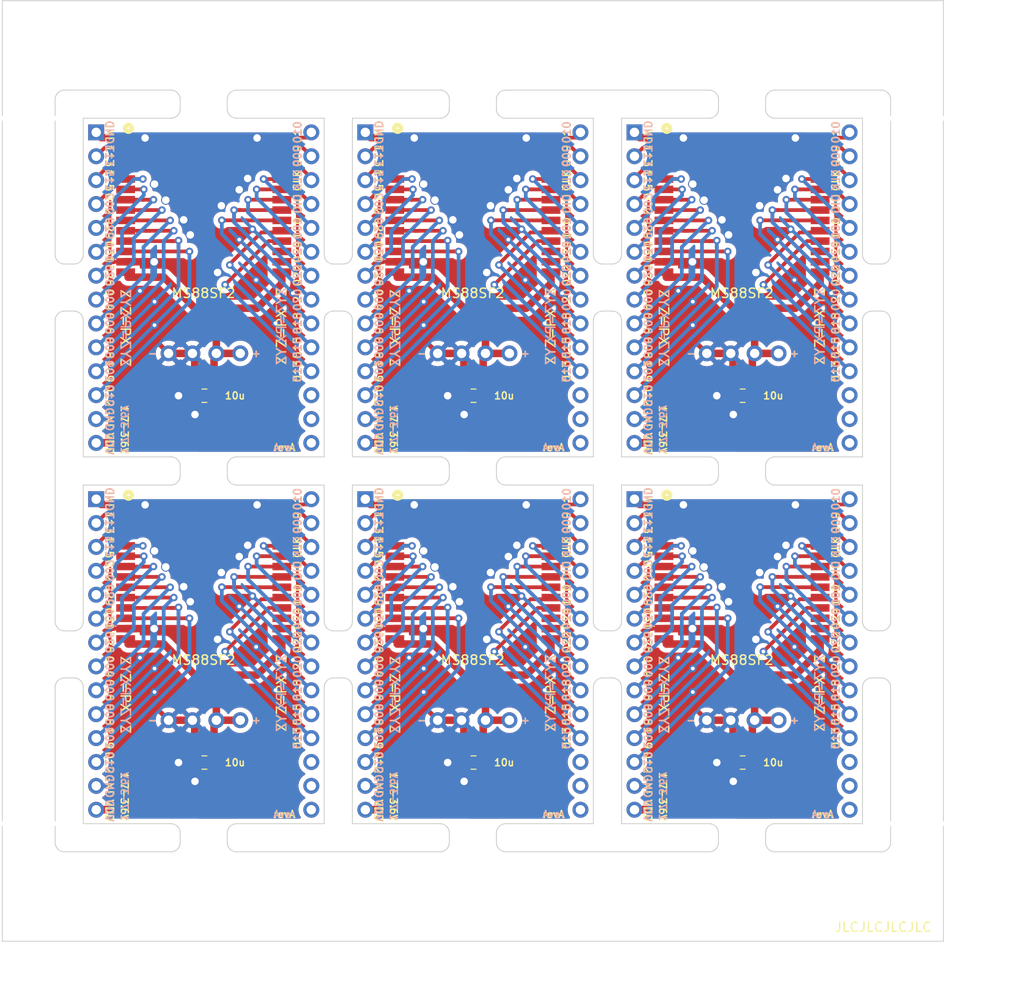
<source format=kicad_pcb>
(kicad_pcb (version 20171130) (host pcbnew "(5.1.10)-1")
  (layers (0 F.Cu signal) (31 B.Cu signal) (34 B.Paste user) (35 F.Paste user) (36 B.SilkS user) (37 F.SilkS user) (38 B.Mask user) (39 F.Mask user) (44 Edge.Cuts user))
  (net 0 "")
  (net 1 Board_1-+3V3)
  (net 2 Board_1-GND)
  (net 3 "Board_1-Net-(J2-Pad15)")
  (net 4 "Board_1-Net-(J2-Pad16)")
  (net 5 "Board_1-Net-(J2-Pad17)")
  (net 6 "Board_1-Net-(U1-Pad16)")
  (net 7 "Board_1-Net-(U1-Pad17)")
  (net 8 Board_1-P0.02)
  (net 9 Board_1-P0.04)
  (net 10 Board_1-P0.06)
  (net 11 Board_1-P0.08)
  (net 12 Board_1-P0.09)
  (net 13 Board_1-P0.10)
  (net 14 Board_1-P0.12)
  (net 15 Board_1-P0.13)
  (net 16 Board_1-P0.15)
  (net 17 Board_1-P0.18)
  (net 18 Board_1-P0.20)
  (net 19 Board_1-P0.22)
  (net 20 Board_1-P0.24)
  (net 21 Board_1-P0.26)
  (net 22 Board_1-P0.29)
  (net 23 Board_1-P0.31)
  (net 24 Board_1-P1.00)
  (net 25 Board_1-P1.09)
  (net 26 Board_1-P1.13)
  (net 27 Board_1-P1.15)
  (net 28 Board_1-SWCLK)
  (net 29 Board_1-SWDIO)
  (net 30 Board_2-+3V3)
  (net 31 Board_2-GND)
  (net 32 "Board_2-Net-(J2-Pad15)")
  (net 33 "Board_2-Net-(J2-Pad16)")
  (net 34 "Board_2-Net-(J2-Pad17)")
  (net 35 "Board_2-Net-(U1-Pad16)")
  (net 36 "Board_2-Net-(U1-Pad17)")
  (net 37 Board_2-P0.02)
  (net 38 Board_2-P0.04)
  (net 39 Board_2-P0.06)
  (net 40 Board_2-P0.08)
  (net 41 Board_2-P0.09)
  (net 42 Board_2-P0.10)
  (net 43 Board_2-P0.12)
  (net 44 Board_2-P0.13)
  (net 45 Board_2-P0.15)
  (net 46 Board_2-P0.18)
  (net 47 Board_2-P0.20)
  (net 48 Board_2-P0.22)
  (net 49 Board_2-P0.24)
  (net 50 Board_2-P0.26)
  (net 51 Board_2-P0.29)
  (net 52 Board_2-P0.31)
  (net 53 Board_2-P1.00)
  (net 54 Board_2-P1.09)
  (net 55 Board_2-P1.13)
  (net 56 Board_2-P1.15)
  (net 57 Board_2-SWCLK)
  (net 58 Board_2-SWDIO)
  (net 59 Board_3-+3V3)
  (net 60 Board_3-GND)
  (net 61 "Board_3-Net-(J2-Pad15)")
  (net 62 "Board_3-Net-(J2-Pad16)")
  (net 63 "Board_3-Net-(J2-Pad17)")
  (net 64 "Board_3-Net-(U1-Pad16)")
  (net 65 "Board_3-Net-(U1-Pad17)")
  (net 66 Board_3-P0.02)
  (net 67 Board_3-P0.04)
  (net 68 Board_3-P0.06)
  (net 69 Board_3-P0.08)
  (net 70 Board_3-P0.09)
  (net 71 Board_3-P0.10)
  (net 72 Board_3-P0.12)
  (net 73 Board_3-P0.13)
  (net 74 Board_3-P0.15)
  (net 75 Board_3-P0.18)
  (net 76 Board_3-P0.20)
  (net 77 Board_3-P0.22)
  (net 78 Board_3-P0.24)
  (net 79 Board_3-P0.26)
  (net 80 Board_3-P0.29)
  (net 81 Board_3-P0.31)
  (net 82 Board_3-P1.00)
  (net 83 Board_3-P1.09)
  (net 84 Board_3-P1.13)
  (net 85 Board_3-P1.15)
  (net 86 Board_3-SWCLK)
  (net 87 Board_3-SWDIO)
  (net 88 Board_4-+3V3)
  (net 89 Board_4-GND)
  (net 90 "Board_4-Net-(J2-Pad15)")
  (net 91 "Board_4-Net-(J2-Pad16)")
  (net 92 "Board_4-Net-(J2-Pad17)")
  (net 93 "Board_4-Net-(U1-Pad16)")
  (net 94 "Board_4-Net-(U1-Pad17)")
  (net 95 Board_4-P0.02)
  (net 96 Board_4-P0.04)
  (net 97 Board_4-P0.06)
  (net 98 Board_4-P0.08)
  (net 99 Board_4-P0.09)
  (net 100 Board_4-P0.10)
  (net 101 Board_4-P0.12)
  (net 102 Board_4-P0.13)
  (net 103 Board_4-P0.15)
  (net 104 Board_4-P0.18)
  (net 105 Board_4-P0.20)
  (net 106 Board_4-P0.22)
  (net 107 Board_4-P0.24)
  (net 108 Board_4-P0.26)
  (net 109 Board_4-P0.29)
  (net 110 Board_4-P0.31)
  (net 111 Board_4-P1.00)
  (net 112 Board_4-P1.09)
  (net 113 Board_4-P1.13)
  (net 114 Board_4-P1.15)
  (net 115 Board_4-SWCLK)
  (net 116 Board_4-SWDIO)
  (net 117 Board_5-+3V3)
  (net 118 Board_5-GND)
  (net 119 "Board_5-Net-(J2-Pad15)")
  (net 120 "Board_5-Net-(J2-Pad16)")
  (net 121 "Board_5-Net-(J2-Pad17)")
  (net 122 "Board_5-Net-(U1-Pad16)")
  (net 123 "Board_5-Net-(U1-Pad17)")
  (net 124 Board_5-P0.02)
  (net 125 Board_5-P0.04)
  (net 126 Board_5-P0.06)
  (net 127 Board_5-P0.08)
  (net 128 Board_5-P0.09)
  (net 129 Board_5-P0.10)
  (net 130 Board_5-P0.12)
  (net 131 Board_5-P0.13)
  (net 132 Board_5-P0.15)
  (net 133 Board_5-P0.18)
  (net 134 Board_5-P0.20)
  (net 135 Board_5-P0.22)
  (net 136 Board_5-P0.24)
  (net 137 Board_5-P0.26)
  (net 138 Board_5-P0.29)
  (net 139 Board_5-P0.31)
  (net 140 Board_5-P1.00)
  (net 141 Board_5-P1.09)
  (net 142 Board_5-P1.13)
  (net 143 Board_5-P1.15)
  (net 144 Board_5-SWCLK)
  (net 145 Board_5-SWDIO)
  (net 146 Board_6-+3V3)
  (net 147 Board_6-GND)
  (net 148 "Board_6-Net-(J2-Pad15)")
  (net 149 "Board_6-Net-(J2-Pad16)")
  (net 150 "Board_6-Net-(J2-Pad17)")
  (net 151 "Board_6-Net-(U1-Pad16)")
  (net 152 "Board_6-Net-(U1-Pad17)")
  (net 153 Board_6-P0.02)
  (net 154 Board_6-P0.04)
  (net 155 Board_6-P0.06)
  (net 156 Board_6-P0.08)
  (net 157 Board_6-P0.09)
  (net 158 Board_6-P0.10)
  (net 159 Board_6-P0.12)
  (net 160 Board_6-P0.13)
  (net 161 Board_6-P0.15)
  (net 162 Board_6-P0.18)
  (net 163 Board_6-P0.20)
  (net 164 Board_6-P0.22)
  (net 165 Board_6-P0.24)
  (net 166 Board_6-P0.26)
  (net 167 Board_6-P0.29)
  (net 168 Board_6-P0.31)
  (net 169 Board_6-P1.00)
  (net 170 Board_6-P1.09)
  (net 171 Board_6-P1.13)
  (net 172 Board_6-P1.15)
  (net 173 Board_6-SWCLK)
  (net 174 Board_6-SWDIO)
  (module NPTH (layer F.Cu) (at 141.400007 125.00001)
    (fp_text reference REF** hide)
    (fp_text value NPTH hide)
    (pad "" np_thru_hole circle (at 0 0) (size 0.5 0.5) (drill 0.5) (layers *.Cu))
  )
  (module NPTH (layer F.Cu) (at 140.278008 125.00001)
    (fp_text reference REF** hide)
    (fp_text value NPTH hide)
    (pad "" np_thru_hole circle (at 0 0) (size 0.5 0.5) (drill 0.5) (layers *.Cu))
  )
  (module NPTH (layer F.Cu) (at 139.15601 125.00001)
    (fp_text reference REF** hide)
    (fp_text value NPTH hide)
    (pad "" np_thru_hole circle (at 0 0) (size 0.5 0.5) (drill 0.5) (layers *.Cu))
  )
  (module NPTH (layer F.Cu) (at 138.034011 125.00001)
    (fp_text reference REF** hide)
    (fp_text value NPTH hide)
    (pad "" np_thru_hole circle (at 0 0) (size 0.5 0.5) (drill 0.5) (layers *.Cu))
  )
  (module NPTH (layer F.Cu) (at 136.912013 125.00001)
    (fp_text reference REF** hide)
    (fp_text value NPTH hide)
    (pad "" np_thru_hole circle (at 0 0) (size 0.5 0.5) (drill 0.5) (layers *.Cu))
  )
  (module NPTH (layer F.Cu) (at 135.790015 125.00001)
    (fp_text reference REF** hide)
    (fp_text value NPTH hide)
    (pad "" np_thru_hole circle (at 0 0) (size 0.5 0.5) (drill 0.5) (layers *.Cu))
  )
  (module NPTH (layer F.Cu) (at 141.400007 50)
    (fp_text reference REF** hide)
    (fp_text value NPTH hide)
    (pad "" np_thru_hole circle (at 0 0) (size 0.5 0.5) (drill 0.5) (layers *.Cu))
  )
  (module NPTH (layer F.Cu) (at 140.278008 50)
    (fp_text reference REF** hide)
    (fp_text value NPTH hide)
    (pad "" np_thru_hole circle (at 0 0) (size 0.5 0.5) (drill 0.5) (layers *.Cu))
  )
  (module NPTH (layer F.Cu) (at 139.15601 50)
    (fp_text reference REF** hide)
    (fp_text value NPTH hide)
    (pad "" np_thru_hole circle (at 0 0) (size 0.5 0.5) (drill 0.5) (layers *.Cu))
  )
  (module NPTH (layer F.Cu) (at 138.034011 50)
    (fp_text reference REF** hide)
    (fp_text value NPTH hide)
    (pad "" np_thru_hole circle (at 0 0) (size 0.5 0.5) (drill 0.5) (layers *.Cu))
  )
  (module NPTH (layer F.Cu) (at 136.912013 50)
    (fp_text reference REF** hide)
    (fp_text value NPTH hide)
    (pad "" np_thru_hole circle (at 0 0) (size 0.5 0.5) (drill 0.5) (layers *.Cu))
  )
  (module NPTH (layer F.Cu) (at 135.790015 50)
    (fp_text reference REF** hide)
    (fp_text value NPTH hide)
    (pad "" np_thru_hole circle (at 0 0) (size 0.5 0.5) (drill 0.5) (layers *.Cu))
  )
  (module NPTH (layer F.Cu) (at 47.01 125.00001)
    (fp_text reference REF** hide)
    (fp_text value NPTH hide)
    (pad "" np_thru_hole circle (at 0 0) (size 0.5 0.5) (drill 0.5) (layers *.Cu))
  )
  (module NPTH (layer F.Cu) (at 45.888001 125.00001)
    (fp_text reference REF** hide)
    (fp_text value NPTH hide)
    (pad "" np_thru_hole circle (at 0 0) (size 0.5 0.5) (drill 0.5) (layers *.Cu))
  )
  (module NPTH (layer F.Cu) (at 44.766003 125.00001)
    (fp_text reference REF** hide)
    (fp_text value NPTH hide)
    (pad "" np_thru_hole circle (at 0 0) (size 0.5 0.5) (drill 0.5) (layers *.Cu))
  )
  (module NPTH (layer F.Cu) (at 43.644004 125.00001)
    (fp_text reference REF** hide)
    (fp_text value NPTH hide)
    (pad "" np_thru_hole circle (at 0 0) (size 0.5 0.5) (drill 0.5) (layers *.Cu))
  )
  (module NPTH (layer F.Cu) (at 42.522006 125.00001)
    (fp_text reference REF** hide)
    (fp_text value NPTH hide)
    (pad "" np_thru_hole circle (at 0 0) (size 0.5 0.5) (drill 0.5) (layers *.Cu))
  )
  (module NPTH (layer F.Cu) (at 41.400008 125.00001)
    (fp_text reference REF** hide)
    (fp_text value NPTH hide)
    (pad "" np_thru_hole circle (at 0 0) (size 0.5 0.5) (drill 0.5) (layers *.Cu))
  )
  (module NPTH (layer F.Cu) (at 47.01 50)
    (fp_text reference REF** hide)
    (fp_text value NPTH hide)
    (pad "" np_thru_hole circle (at 0 0) (size 0.5 0.5) (drill 0.5) (layers *.Cu))
  )
  (module NPTH (layer F.Cu) (at 45.888001 50)
    (fp_text reference REF** hide)
    (fp_text value NPTH hide)
    (pad "" np_thru_hole circle (at 0 0) (size 0.5 0.5) (drill 0.5) (layers *.Cu))
  )
  (module NPTH (layer F.Cu) (at 44.766003 50)
    (fp_text reference REF** hide)
    (fp_text value NPTH hide)
    (pad "" np_thru_hole circle (at 0 0) (size 0.5 0.5) (drill 0.5) (layers *.Cu))
  )
  (module NPTH (layer F.Cu) (at 43.644004 50)
    (fp_text reference REF** hide)
    (fp_text value NPTH hide)
    (pad "" np_thru_hole circle (at 0 0) (size 0.5 0.5) (drill 0.5) (layers *.Cu))
  )
  (module NPTH (layer F.Cu) (at 42.522006 50)
    (fp_text reference REF** hide)
    (fp_text value NPTH hide)
    (pad "" np_thru_hole circle (at 0 0) (size 0.5 0.5) (drill 0.5) (layers *.Cu))
  )
  (module NPTH (layer F.Cu) (at 41.400008 50)
    (fp_text reference REF** hide)
    (fp_text value NPTH hide)
    (pad "" np_thru_hole circle (at 0 0) (size 0.5 0.5) (drill 0.5) (layers *.Cu))
  )
  (module NPTH (layer F.Cu) (at 132.801 109.500007)
    (fp_text reference REF** hide)
    (fp_text value NPTH hide)
    (pad "" np_thru_hole circle (at 0 0) (size 0.5 0.5) (drill 0.5) (layers *.Cu))
  )
  (module NPTH (layer F.Cu) (at 132.801 108.500007)
    (fp_text reference REF** hide)
    (fp_text value NPTH hide)
    (pad "" np_thru_hole circle (at 0 0) (size 0.5 0.5) (drill 0.5) (layers *.Cu))
  )
  (module NPTH (layer F.Cu) (at 132.801 107.500007)
    (fp_text reference REF** hide)
    (fp_text value NPTH hide)
    (pad "" np_thru_hole circle (at 0 0) (size 0.5 0.5) (drill 0.5) (layers *.Cu))
  )
  (module NPTH (layer F.Cu) (at 132.801 106.500007)
    (fp_text reference REF** hide)
    (fp_text value NPTH hide)
    (pad "" np_thru_hole circle (at 0 0) (size 0.5 0.5) (drill 0.5) (layers *.Cu))
  )
  (module NPTH (layer F.Cu) (at 132.801 105.500007)
    (fp_text reference REF** hide)
    (fp_text value NPTH hide)
    (pad "" np_thru_hole circle (at 0 0) (size 0.5 0.5) (drill 0.5) (layers *.Cu))
  )
  (module NPTH (layer F.Cu) (at 132.801 104.500007)
    (fp_text reference REF** hide)
    (fp_text value NPTH hide)
    (pad "" np_thru_hole circle (at 0 0) (size 0.5 0.5) (drill 0.5) (layers *.Cu))
  )
  (module NPTH (layer F.Cu) (at 107.199 104.500007)
    (fp_text reference REF** hide)
    (fp_text value NPTH hide)
    (pad "" np_thru_hole circle (at 0 0) (size 0.5 0.5) (drill 0.5) (layers *.Cu))
  )
  (module NPTH (layer F.Cu) (at 107.199 105.500007)
    (fp_text reference REF** hide)
    (fp_text value NPTH hide)
    (pad "" np_thru_hole circle (at 0 0) (size 0.5 0.5) (drill 0.5) (layers *.Cu))
  )
  (module NPTH (layer F.Cu) (at 107.199 106.500007)
    (fp_text reference REF** hide)
    (fp_text value NPTH hide)
    (pad "" np_thru_hole circle (at 0 0) (size 0.5 0.5) (drill 0.5) (layers *.Cu))
  )
  (module NPTH (layer F.Cu) (at 107.199 107.500007)
    (fp_text reference REF** hide)
    (fp_text value NPTH hide)
    (pad "" np_thru_hole circle (at 0 0) (size 0.5 0.5) (drill 0.5) (layers *.Cu))
  )
  (module NPTH (layer F.Cu) (at 107.199 108.500007)
    (fp_text reference REF** hide)
    (fp_text value NPTH hide)
    (pad "" np_thru_hole circle (at 0 0) (size 0.5 0.5) (drill 0.5) (layers *.Cu))
  )
  (module NPTH (layer F.Cu) (at 107.199 109.500007)
    (fp_text reference REF** hide)
    (fp_text value NPTH hide)
    (pad "" np_thru_hole circle (at 0 0) (size 0.5 0.5) (drill 0.5) (layers *.Cu))
  )
  (module NPTH (layer F.Cu) (at 104.201 109.500007)
    (fp_text reference REF** hide)
    (fp_text value NPTH hide)
    (pad "" np_thru_hole circle (at 0 0) (size 0.5 0.5) (drill 0.5) (layers *.Cu))
  )
  (module NPTH (layer F.Cu) (at 104.201 108.500007)
    (fp_text reference REF** hide)
    (fp_text value NPTH hide)
    (pad "" np_thru_hole circle (at 0 0) (size 0.5 0.5) (drill 0.5) (layers *.Cu))
  )
  (module NPTH (layer F.Cu) (at 104.201 107.500007)
    (fp_text reference REF** hide)
    (fp_text value NPTH hide)
    (pad "" np_thru_hole circle (at 0 0) (size 0.5 0.5) (drill 0.5) (layers *.Cu))
  )
  (module NPTH (layer F.Cu) (at 104.201 106.500007)
    (fp_text reference REF** hide)
    (fp_text value NPTH hide)
    (pad "" np_thru_hole circle (at 0 0) (size 0.5 0.5) (drill 0.5) (layers *.Cu))
  )
  (module NPTH (layer F.Cu) (at 104.201 105.500007)
    (fp_text reference REF** hide)
    (fp_text value NPTH hide)
    (pad "" np_thru_hole circle (at 0 0) (size 0.5 0.5) (drill 0.5) (layers *.Cu))
  )
  (module NPTH (layer F.Cu) (at 104.201 104.500007)
    (fp_text reference REF** hide)
    (fp_text value NPTH hide)
    (pad "" np_thru_hole circle (at 0 0) (size 0.5 0.5) (drill 0.5) (layers *.Cu))
  )
  (module NPTH (layer F.Cu) (at 78.599 104.500007)
    (fp_text reference REF** hide)
    (fp_text value NPTH hide)
    (pad "" np_thru_hole circle (at 0 0) (size 0.5 0.5) (drill 0.5) (layers *.Cu))
  )
  (module NPTH (layer F.Cu) (at 78.599 105.500007)
    (fp_text reference REF** hide)
    (fp_text value NPTH hide)
    (pad "" np_thru_hole circle (at 0 0) (size 0.5 0.5) (drill 0.5) (layers *.Cu))
  )
  (module NPTH (layer F.Cu) (at 78.599 106.500007)
    (fp_text reference REF** hide)
    (fp_text value NPTH hide)
    (pad "" np_thru_hole circle (at 0 0) (size 0.5 0.5) (drill 0.5) (layers *.Cu))
  )
  (module NPTH (layer F.Cu) (at 78.599 107.500007)
    (fp_text reference REF** hide)
    (fp_text value NPTH hide)
    (pad "" np_thru_hole circle (at 0 0) (size 0.5 0.5) (drill 0.5) (layers *.Cu))
  )
  (module NPTH (layer F.Cu) (at 78.599 108.500007)
    (fp_text reference REF** hide)
    (fp_text value NPTH hide)
    (pad "" np_thru_hole circle (at 0 0) (size 0.5 0.5) (drill 0.5) (layers *.Cu))
  )
  (module NPTH (layer F.Cu) (at 78.599 109.500007)
    (fp_text reference REF** hide)
    (fp_text value NPTH hide)
    (pad "" np_thru_hole circle (at 0 0) (size 0.5 0.5) (drill 0.5) (layers *.Cu))
  )
  (module NPTH (layer F.Cu) (at 75.601 109.500007)
    (fp_text reference REF** hide)
    (fp_text value NPTH hide)
    (pad "" np_thru_hole circle (at 0 0) (size 0.5 0.5) (drill 0.5) (layers *.Cu))
  )
  (module NPTH (layer F.Cu) (at 75.601 108.500007)
    (fp_text reference REF** hide)
    (fp_text value NPTH hide)
    (pad "" np_thru_hole circle (at 0 0) (size 0.5 0.5) (drill 0.5) (layers *.Cu))
  )
  (module NPTH (layer F.Cu) (at 75.601 107.500007)
    (fp_text reference REF** hide)
    (fp_text value NPTH hide)
    (pad "" np_thru_hole circle (at 0 0) (size 0.5 0.5) (drill 0.5) (layers *.Cu))
  )
  (module NPTH (layer F.Cu) (at 75.601 106.500007)
    (fp_text reference REF** hide)
    (fp_text value NPTH hide)
    (pad "" np_thru_hole circle (at 0 0) (size 0.5 0.5) (drill 0.5) (layers *.Cu))
  )
  (module NPTH (layer F.Cu) (at 75.601 105.500007)
    (fp_text reference REF** hide)
    (fp_text value NPTH hide)
    (pad "" np_thru_hole circle (at 0 0) (size 0.5 0.5) (drill 0.5) (layers *.Cu))
  )
  (module NPTH (layer F.Cu) (at 75.601 104.500007)
    (fp_text reference REF** hide)
    (fp_text value NPTH hide)
    (pad "" np_thru_hole circle (at 0 0) (size 0.5 0.5) (drill 0.5) (layers *.Cu))
  )
  (module NPTH (layer F.Cu) (at 49.999 104.500007)
    (fp_text reference REF** hide)
    (fp_text value NPTH hide)
    (pad "" np_thru_hole circle (at 0 0) (size 0.5 0.5) (drill 0.5) (layers *.Cu))
  )
  (module NPTH (layer F.Cu) (at 49.999 105.500007)
    (fp_text reference REF** hide)
    (fp_text value NPTH hide)
    (pad "" np_thru_hole circle (at 0 0) (size 0.5 0.5) (drill 0.5) (layers *.Cu))
  )
  (module NPTH (layer F.Cu) (at 49.999 106.500007)
    (fp_text reference REF** hide)
    (fp_text value NPTH hide)
    (pad "" np_thru_hole circle (at 0 0) (size 0.5 0.5) (drill 0.5) (layers *.Cu))
  )
  (module NPTH (layer F.Cu) (at 49.999 107.500007)
    (fp_text reference REF** hide)
    (fp_text value NPTH hide)
    (pad "" np_thru_hole circle (at 0 0) (size 0.5 0.5) (drill 0.5) (layers *.Cu))
  )
  (module NPTH (layer F.Cu) (at 49.999 108.500007)
    (fp_text reference REF** hide)
    (fp_text value NPTH hide)
    (pad "" np_thru_hole circle (at 0 0) (size 0.5 0.5) (drill 0.5) (layers *.Cu))
  )
  (module NPTH (layer F.Cu) (at 49.999 109.500007)
    (fp_text reference REF** hide)
    (fp_text value NPTH hide)
    (pad "" np_thru_hole circle (at 0 0) (size 0.5 0.5) (drill 0.5) (layers *.Cu))
  )
  (module NPTH (layer F.Cu) (at 132.801 70.500002)
    (fp_text reference REF** hide)
    (fp_text value NPTH hide)
    (pad "" np_thru_hole circle (at 0 0) (size 0.5 0.5) (drill 0.5) (layers *.Cu))
  )
  (module NPTH (layer F.Cu) (at 132.801 69.500002)
    (fp_text reference REF** hide)
    (fp_text value NPTH hide)
    (pad "" np_thru_hole circle (at 0 0) (size 0.5 0.5) (drill 0.5) (layers *.Cu))
  )
  (module NPTH (layer F.Cu) (at 132.801 68.500002)
    (fp_text reference REF** hide)
    (fp_text value NPTH hide)
    (pad "" np_thru_hole circle (at 0 0) (size 0.5 0.5) (drill 0.5) (layers *.Cu))
  )
  (module NPTH (layer F.Cu) (at 132.801 67.500002)
    (fp_text reference REF** hide)
    (fp_text value NPTH hide)
    (pad "" np_thru_hole circle (at 0 0) (size 0.5 0.5) (drill 0.5) (layers *.Cu))
  )
  (module NPTH (layer F.Cu) (at 132.801 66.500002)
    (fp_text reference REF** hide)
    (fp_text value NPTH hide)
    (pad "" np_thru_hole circle (at 0 0) (size 0.5 0.5) (drill 0.5) (layers *.Cu))
  )
  (module NPTH (layer F.Cu) (at 132.801 65.500002)
    (fp_text reference REF** hide)
    (fp_text value NPTH hide)
    (pad "" np_thru_hole circle (at 0 0) (size 0.5 0.5) (drill 0.5) (layers *.Cu))
  )
  (module NPTH (layer F.Cu) (at 107.199 65.500002)
    (fp_text reference REF** hide)
    (fp_text value NPTH hide)
    (pad "" np_thru_hole circle (at 0 0) (size 0.5 0.5) (drill 0.5) (layers *.Cu))
  )
  (module NPTH (layer F.Cu) (at 107.199 66.500002)
    (fp_text reference REF** hide)
    (fp_text value NPTH hide)
    (pad "" np_thru_hole circle (at 0 0) (size 0.5 0.5) (drill 0.5) (layers *.Cu))
  )
  (module NPTH (layer F.Cu) (at 107.199 67.500002)
    (fp_text reference REF** hide)
    (fp_text value NPTH hide)
    (pad "" np_thru_hole circle (at 0 0) (size 0.5 0.5) (drill 0.5) (layers *.Cu))
  )
  (module NPTH (layer F.Cu) (at 107.199 68.500002)
    (fp_text reference REF** hide)
    (fp_text value NPTH hide)
    (pad "" np_thru_hole circle (at 0 0) (size 0.5 0.5) (drill 0.5) (layers *.Cu))
  )
  (module NPTH (layer F.Cu) (at 107.199 69.500002)
    (fp_text reference REF** hide)
    (fp_text value NPTH hide)
    (pad "" np_thru_hole circle (at 0 0) (size 0.5 0.5) (drill 0.5) (layers *.Cu))
  )
  (module NPTH (layer F.Cu) (at 107.199 70.500002)
    (fp_text reference REF** hide)
    (fp_text value NPTH hide)
    (pad "" np_thru_hole circle (at 0 0) (size 0.5 0.5) (drill 0.5) (layers *.Cu))
  )
  (module NPTH (layer F.Cu) (at 104.201 70.500002)
    (fp_text reference REF** hide)
    (fp_text value NPTH hide)
    (pad "" np_thru_hole circle (at 0 0) (size 0.5 0.5) (drill 0.5) (layers *.Cu))
  )
  (module NPTH (layer F.Cu) (at 104.201 69.500002)
    (fp_text reference REF** hide)
    (fp_text value NPTH hide)
    (pad "" np_thru_hole circle (at 0 0) (size 0.5 0.5) (drill 0.5) (layers *.Cu))
  )
  (module NPTH (layer F.Cu) (at 104.201 68.500002)
    (fp_text reference REF** hide)
    (fp_text value NPTH hide)
    (pad "" np_thru_hole circle (at 0 0) (size 0.5 0.5) (drill 0.5) (layers *.Cu))
  )
  (module NPTH (layer F.Cu) (at 104.201 67.500002)
    (fp_text reference REF** hide)
    (fp_text value NPTH hide)
    (pad "" np_thru_hole circle (at 0 0) (size 0.5 0.5) (drill 0.5) (layers *.Cu))
  )
  (module NPTH (layer F.Cu) (at 104.201 66.500002)
    (fp_text reference REF** hide)
    (fp_text value NPTH hide)
    (pad "" np_thru_hole circle (at 0 0) (size 0.5 0.5) (drill 0.5) (layers *.Cu))
  )
  (module NPTH (layer F.Cu) (at 104.201 65.500002)
    (fp_text reference REF** hide)
    (fp_text value NPTH hide)
    (pad "" np_thru_hole circle (at 0 0) (size 0.5 0.5) (drill 0.5) (layers *.Cu))
  )
  (module NPTH (layer F.Cu) (at 78.599 65.500002)
    (fp_text reference REF** hide)
    (fp_text value NPTH hide)
    (pad "" np_thru_hole circle (at 0 0) (size 0.5 0.5) (drill 0.5) (layers *.Cu))
  )
  (module NPTH (layer F.Cu) (at 78.599 66.500002)
    (fp_text reference REF** hide)
    (fp_text value NPTH hide)
    (pad "" np_thru_hole circle (at 0 0) (size 0.5 0.5) (drill 0.5) (layers *.Cu))
  )
  (module NPTH (layer F.Cu) (at 78.599 67.500002)
    (fp_text reference REF** hide)
    (fp_text value NPTH hide)
    (pad "" np_thru_hole circle (at 0 0) (size 0.5 0.5) (drill 0.5) (layers *.Cu))
  )
  (module NPTH (layer F.Cu) (at 78.599 68.500002)
    (fp_text reference REF** hide)
    (fp_text value NPTH hide)
    (pad "" np_thru_hole circle (at 0 0) (size 0.5 0.5) (drill 0.5) (layers *.Cu))
  )
  (module NPTH (layer F.Cu) (at 78.599 69.500002)
    (fp_text reference REF** hide)
    (fp_text value NPTH hide)
    (pad "" np_thru_hole circle (at 0 0) (size 0.5 0.5) (drill 0.5) (layers *.Cu))
  )
  (module NPTH (layer F.Cu) (at 78.599 70.500002)
    (fp_text reference REF** hide)
    (fp_text value NPTH hide)
    (pad "" np_thru_hole circle (at 0 0) (size 0.5 0.5) (drill 0.5) (layers *.Cu))
  )
  (module NPTH (layer F.Cu) (at 75.601 70.500002)
    (fp_text reference REF** hide)
    (fp_text value NPTH hide)
    (pad "" np_thru_hole circle (at 0 0) (size 0.5 0.5) (drill 0.5) (layers *.Cu))
  )
  (module NPTH (layer F.Cu) (at 75.601 69.500002)
    (fp_text reference REF** hide)
    (fp_text value NPTH hide)
    (pad "" np_thru_hole circle (at 0 0) (size 0.5 0.5) (drill 0.5) (layers *.Cu))
  )
  (module NPTH (layer F.Cu) (at 75.601 68.500002)
    (fp_text reference REF** hide)
    (fp_text value NPTH hide)
    (pad "" np_thru_hole circle (at 0 0) (size 0.5 0.5) (drill 0.5) (layers *.Cu))
  )
  (module NPTH (layer F.Cu) (at 75.601 67.500002)
    (fp_text reference REF** hide)
    (fp_text value NPTH hide)
    (pad "" np_thru_hole circle (at 0 0) (size 0.5 0.5) (drill 0.5) (layers *.Cu))
  )
  (module NPTH (layer F.Cu) (at 75.601 66.500002)
    (fp_text reference REF** hide)
    (fp_text value NPTH hide)
    (pad "" np_thru_hole circle (at 0 0) (size 0.5 0.5) (drill 0.5) (layers *.Cu))
  )
  (module NPTH (layer F.Cu) (at 75.601 65.500002)
    (fp_text reference REF** hide)
    (fp_text value NPTH hide)
    (pad "" np_thru_hole circle (at 0 0) (size 0.5 0.5) (drill 0.5) (layers *.Cu))
  )
  (module NPTH (layer F.Cu) (at 49.999 65.500002)
    (fp_text reference REF** hide)
    (fp_text value NPTH hide)
    (pad "" np_thru_hole circle (at 0 0) (size 0.5 0.5) (drill 0.5) (layers *.Cu))
  )
  (module NPTH (layer F.Cu) (at 49.999 66.500002)
    (fp_text reference REF** hide)
    (fp_text value NPTH hide)
    (pad "" np_thru_hole circle (at 0 0) (size 0.5 0.5) (drill 0.5) (layers *.Cu))
  )
  (module NPTH (layer F.Cu) (at 49.999 67.500002)
    (fp_text reference REF** hide)
    (fp_text value NPTH hide)
    (pad "" np_thru_hole circle (at 0 0) (size 0.5 0.5) (drill 0.5) (layers *.Cu))
  )
  (module NPTH (layer F.Cu) (at 49.999 68.500002)
    (fp_text reference REF** hide)
    (fp_text value NPTH hide)
    (pad "" np_thru_hole circle (at 0 0) (size 0.5 0.5) (drill 0.5) (layers *.Cu))
  )
  (module NPTH (layer F.Cu) (at 49.999 69.500002)
    (fp_text reference REF** hide)
    (fp_text value NPTH hide)
    (pad "" np_thru_hole circle (at 0 0) (size 0.5 0.5) (drill 0.5) (layers *.Cu))
  )
  (module NPTH (layer F.Cu) (at 49.999 70.500002)
    (fp_text reference REF** hide)
    (fp_text value NPTH hide)
    (pad "" np_thru_hole circle (at 0 0) (size 0.5 0.5) (drill 0.5) (layers *.Cu))
  )
  (module NPTH (layer F.Cu) (at 117.500012 125.001)
    (fp_text reference REF** hide)
    (fp_text value NPTH hide)
    (pad "" np_thru_hole circle (at 0 0) (size 0.5 0.5) (drill 0.5) (layers *.Cu))
  )
  (module NPTH (layer F.Cu) (at 118.500012 125.001)
    (fp_text reference REF** hide)
    (fp_text value NPTH hide)
    (pad "" np_thru_hole circle (at 0 0) (size 0.5 0.5) (drill 0.5) (layers *.Cu))
  )
  (module NPTH (layer F.Cu) (at 119.500012 125.001)
    (fp_text reference REF** hide)
    (fp_text value NPTH hide)
    (pad "" np_thru_hole circle (at 0 0) (size 0.5 0.5) (drill 0.5) (layers *.Cu))
  )
  (module NPTH (layer F.Cu) (at 120.500012 125.001)
    (fp_text reference REF** hide)
    (fp_text value NPTH hide)
    (pad "" np_thru_hole circle (at 0 0) (size 0.5 0.5) (drill 0.5) (layers *.Cu))
  )
  (module NPTH (layer F.Cu) (at 121.500012 125.001)
    (fp_text reference REF** hide)
    (fp_text value NPTH hide)
    (pad "" np_thru_hole circle (at 0 0) (size 0.5 0.5) (drill 0.5) (layers *.Cu))
  )
  (module NPTH (layer F.Cu) (at 122.500012 125.001)
    (fp_text reference REF** hide)
    (fp_text value NPTH hide)
    (pad "" np_thru_hole circle (at 0 0) (size 0.5 0.5) (drill 0.5) (layers *.Cu))
  )
  (module NPTH (layer F.Cu) (at 122.500012 88.999)
    (fp_text reference REF** hide)
    (fp_text value NPTH hide)
    (pad "" np_thru_hole circle (at 0 0) (size 0.5 0.5) (drill 0.5) (layers *.Cu))
  )
  (module NPTH (layer F.Cu) (at 121.500012 88.999)
    (fp_text reference REF** hide)
    (fp_text value NPTH hide)
    (pad "" np_thru_hole circle (at 0 0) (size 0.5 0.5) (drill 0.5) (layers *.Cu))
  )
  (module NPTH (layer F.Cu) (at 120.500012 88.999)
    (fp_text reference REF** hide)
    (fp_text value NPTH hide)
    (pad "" np_thru_hole circle (at 0 0) (size 0.5 0.5) (drill 0.5) (layers *.Cu))
  )
  (module NPTH (layer F.Cu) (at 119.500012 88.999)
    (fp_text reference REF** hide)
    (fp_text value NPTH hide)
    (pad "" np_thru_hole circle (at 0 0) (size 0.5 0.5) (drill 0.5) (layers *.Cu))
  )
  (module NPTH (layer F.Cu) (at 118.500012 88.999)
    (fp_text reference REF** hide)
    (fp_text value NPTH hide)
    (pad "" np_thru_hole circle (at 0 0) (size 0.5 0.5) (drill 0.5) (layers *.Cu))
  )
  (module NPTH (layer F.Cu) (at 117.500012 88.999)
    (fp_text reference REF** hide)
    (fp_text value NPTH hide)
    (pad "" np_thru_hole circle (at 0 0) (size 0.5 0.5) (drill 0.5) (layers *.Cu))
  )
  (module NPTH (layer F.Cu) (at 88.900007 125.001)
    (fp_text reference REF** hide)
    (fp_text value NPTH hide)
    (pad "" np_thru_hole circle (at 0 0) (size 0.5 0.5) (drill 0.5) (layers *.Cu))
  )
  (module NPTH (layer F.Cu) (at 89.900007 125.001)
    (fp_text reference REF** hide)
    (fp_text value NPTH hide)
    (pad "" np_thru_hole circle (at 0 0) (size 0.5 0.5) (drill 0.5) (layers *.Cu))
  )
  (module NPTH (layer F.Cu) (at 90.900007 125.001)
    (fp_text reference REF** hide)
    (fp_text value NPTH hide)
    (pad "" np_thru_hole circle (at 0 0) (size 0.5 0.5) (drill 0.5) (layers *.Cu))
  )
  (module NPTH (layer F.Cu) (at 91.900007 125.001)
    (fp_text reference REF** hide)
    (fp_text value NPTH hide)
    (pad "" np_thru_hole circle (at 0 0) (size 0.5 0.5) (drill 0.5) (layers *.Cu))
  )
  (module NPTH (layer F.Cu) (at 92.900007 125.001)
    (fp_text reference REF** hide)
    (fp_text value NPTH hide)
    (pad "" np_thru_hole circle (at 0 0) (size 0.5 0.5) (drill 0.5) (layers *.Cu))
  )
  (module NPTH (layer F.Cu) (at 93.900007 125.001)
    (fp_text reference REF** hide)
    (fp_text value NPTH hide)
    (pad "" np_thru_hole circle (at 0 0) (size 0.5 0.5) (drill 0.5) (layers *.Cu))
  )
  (module NPTH (layer F.Cu) (at 93.900007 88.999)
    (fp_text reference REF** hide)
    (fp_text value NPTH hide)
    (pad "" np_thru_hole circle (at 0 0) (size 0.5 0.5) (drill 0.5) (layers *.Cu))
  )
  (module NPTH (layer F.Cu) (at 92.900007 88.999)
    (fp_text reference REF** hide)
    (fp_text value NPTH hide)
    (pad "" np_thru_hole circle (at 0 0) (size 0.5 0.5) (drill 0.5) (layers *.Cu))
  )
  (module NPTH (layer F.Cu) (at 91.900007 88.999)
    (fp_text reference REF** hide)
    (fp_text value NPTH hide)
    (pad "" np_thru_hole circle (at 0 0) (size 0.5 0.5) (drill 0.5) (layers *.Cu))
  )
  (module NPTH (layer F.Cu) (at 90.900007 88.999)
    (fp_text reference REF** hide)
    (fp_text value NPTH hide)
    (pad "" np_thru_hole circle (at 0 0) (size 0.5 0.5) (drill 0.5) (layers *.Cu))
  )
  (module NPTH (layer F.Cu) (at 89.900007 88.999)
    (fp_text reference REF** hide)
    (fp_text value NPTH hide)
    (pad "" np_thru_hole circle (at 0 0) (size 0.5 0.5) (drill 0.5) (layers *.Cu))
  )
  (module NPTH (layer F.Cu) (at 88.900007 88.999)
    (fp_text reference REF** hide)
    (fp_text value NPTH hide)
    (pad "" np_thru_hole circle (at 0 0) (size 0.5 0.5) (drill 0.5) (layers *.Cu))
  )
  (module NPTH (layer F.Cu) (at 60.300002 125.001)
    (fp_text reference REF** hide)
    (fp_text value NPTH hide)
    (pad "" np_thru_hole circle (at 0 0) (size 0.5 0.5) (drill 0.5) (layers *.Cu))
  )
  (module NPTH (layer F.Cu) (at 61.300002 125.001)
    (fp_text reference REF** hide)
    (fp_text value NPTH hide)
    (pad "" np_thru_hole circle (at 0 0) (size 0.5 0.5) (drill 0.5) (layers *.Cu))
  )
  (module NPTH (layer F.Cu) (at 62.300002 125.001)
    (fp_text reference REF** hide)
    (fp_text value NPTH hide)
    (pad "" np_thru_hole circle (at 0 0) (size 0.5 0.5) (drill 0.5) (layers *.Cu))
  )
  (module NPTH (layer F.Cu) (at 63.300002 125.001)
    (fp_text reference REF** hide)
    (fp_text value NPTH hide)
    (pad "" np_thru_hole circle (at 0 0) (size 0.5 0.5) (drill 0.5) (layers *.Cu))
  )
  (module NPTH (layer F.Cu) (at 64.300002 125.001)
    (fp_text reference REF** hide)
    (fp_text value NPTH hide)
    (pad "" np_thru_hole circle (at 0 0) (size 0.5 0.5) (drill 0.5) (layers *.Cu))
  )
  (module NPTH (layer F.Cu) (at 65.300002 125.001)
    (fp_text reference REF** hide)
    (fp_text value NPTH hide)
    (pad "" np_thru_hole circle (at 0 0) (size 0.5 0.5) (drill 0.5) (layers *.Cu))
  )
  (module NPTH (layer F.Cu) (at 65.300002 88.999)
    (fp_text reference REF** hide)
    (fp_text value NPTH hide)
    (pad "" np_thru_hole circle (at 0 0) (size 0.5 0.5) (drill 0.5) (layers *.Cu))
  )
  (module NPTH (layer F.Cu) (at 64.300002 88.999)
    (fp_text reference REF** hide)
    (fp_text value NPTH hide)
    (pad "" np_thru_hole circle (at 0 0) (size 0.5 0.5) (drill 0.5) (layers *.Cu))
  )
  (module NPTH (layer F.Cu) (at 63.300002 88.999)
    (fp_text reference REF** hide)
    (fp_text value NPTH hide)
    (pad "" np_thru_hole circle (at 0 0) (size 0.5 0.5) (drill 0.5) (layers *.Cu))
  )
  (module NPTH (layer F.Cu) (at 62.300002 88.999)
    (fp_text reference REF** hide)
    (fp_text value NPTH hide)
    (pad "" np_thru_hole circle (at 0 0) (size 0.5 0.5) (drill 0.5) (layers *.Cu))
  )
  (module NPTH (layer F.Cu) (at 61.300002 88.999)
    (fp_text reference REF** hide)
    (fp_text value NPTH hide)
    (pad "" np_thru_hole circle (at 0 0) (size 0.5 0.5) (drill 0.5) (layers *.Cu))
  )
  (module NPTH (layer F.Cu) (at 60.300002 88.999)
    (fp_text reference REF** hide)
    (fp_text value NPTH hide)
    (pad "" np_thru_hole circle (at 0 0) (size 0.5 0.5) (drill 0.5) (layers *.Cu))
  )
  (module NPTH (layer F.Cu) (at 117.500012 86.001)
    (fp_text reference REF** hide)
    (fp_text value NPTH hide)
    (pad "" np_thru_hole circle (at 0 0) (size 0.5 0.5) (drill 0.5) (layers *.Cu))
  )
  (module NPTH (layer F.Cu) (at 118.500012 86.001)
    (fp_text reference REF** hide)
    (fp_text value NPTH hide)
    (pad "" np_thru_hole circle (at 0 0) (size 0.5 0.5) (drill 0.5) (layers *.Cu))
  )
  (module NPTH (layer F.Cu) (at 119.500012 86.001)
    (fp_text reference REF** hide)
    (fp_text value NPTH hide)
    (pad "" np_thru_hole circle (at 0 0) (size 0.5 0.5) (drill 0.5) (layers *.Cu))
  )
  (module NPTH (layer F.Cu) (at 120.500012 86.001)
    (fp_text reference REF** hide)
    (fp_text value NPTH hide)
    (pad "" np_thru_hole circle (at 0 0) (size 0.5 0.5) (drill 0.5) (layers *.Cu))
  )
  (module NPTH (layer F.Cu) (at 121.500012 86.001)
    (fp_text reference REF** hide)
    (fp_text value NPTH hide)
    (pad "" np_thru_hole circle (at 0 0) (size 0.5 0.5) (drill 0.5) (layers *.Cu))
  )
  (module NPTH (layer F.Cu) (at 122.500012 86.001)
    (fp_text reference REF** hide)
    (fp_text value NPTH hide)
    (pad "" np_thru_hole circle (at 0 0) (size 0.5 0.5) (drill 0.5) (layers *.Cu))
  )
  (module NPTH (layer F.Cu) (at 122.500012 49.999)
    (fp_text reference REF** hide)
    (fp_text value NPTH hide)
    (pad "" np_thru_hole circle (at 0 0) (size 0.5 0.5) (drill 0.5) (layers *.Cu))
  )
  (module NPTH (layer F.Cu) (at 121.500012 49.999)
    (fp_text reference REF** hide)
    (fp_text value NPTH hide)
    (pad "" np_thru_hole circle (at 0 0) (size 0.5 0.5) (drill 0.5) (layers *.Cu))
  )
  (module NPTH (layer F.Cu) (at 120.500012 49.999)
    (fp_text reference REF** hide)
    (fp_text value NPTH hide)
    (pad "" np_thru_hole circle (at 0 0) (size 0.5 0.5) (drill 0.5) (layers *.Cu))
  )
  (module NPTH (layer F.Cu) (at 119.500012 49.999)
    (fp_text reference REF** hide)
    (fp_text value NPTH hide)
    (pad "" np_thru_hole circle (at 0 0) (size 0.5 0.5) (drill 0.5) (layers *.Cu))
  )
  (module NPTH (layer F.Cu) (at 118.500012 49.999)
    (fp_text reference REF** hide)
    (fp_text value NPTH hide)
    (pad "" np_thru_hole circle (at 0 0) (size 0.5 0.5) (drill 0.5) (layers *.Cu))
  )
  (module NPTH (layer F.Cu) (at 117.500012 49.999)
    (fp_text reference REF** hide)
    (fp_text value NPTH hide)
    (pad "" np_thru_hole circle (at 0 0) (size 0.5 0.5) (drill 0.5) (layers *.Cu))
  )
  (module NPTH (layer F.Cu) (at 88.900007 86.001)
    (fp_text reference REF** hide)
    (fp_text value NPTH hide)
    (pad "" np_thru_hole circle (at 0 0) (size 0.5 0.5) (drill 0.5) (layers *.Cu))
  )
  (module NPTH (layer F.Cu) (at 89.900007 86.001)
    (fp_text reference REF** hide)
    (fp_text value NPTH hide)
    (pad "" np_thru_hole circle (at 0 0) (size 0.5 0.5) (drill 0.5) (layers *.Cu))
  )
  (module NPTH (layer F.Cu) (at 90.900007 86.001)
    (fp_text reference REF** hide)
    (fp_text value NPTH hide)
    (pad "" np_thru_hole circle (at 0 0) (size 0.5 0.5) (drill 0.5) (layers *.Cu))
  )
  (module NPTH (layer F.Cu) (at 91.900007 86.001)
    (fp_text reference REF** hide)
    (fp_text value NPTH hide)
    (pad "" np_thru_hole circle (at 0 0) (size 0.5 0.5) (drill 0.5) (layers *.Cu))
  )
  (module NPTH (layer F.Cu) (at 92.900007 86.001)
    (fp_text reference REF** hide)
    (fp_text value NPTH hide)
    (pad "" np_thru_hole circle (at 0 0) (size 0.5 0.5) (drill 0.5) (layers *.Cu))
  )
  (module NPTH (layer F.Cu) (at 93.900007 86.001)
    (fp_text reference REF** hide)
    (fp_text value NPTH hide)
    (pad "" np_thru_hole circle (at 0 0) (size 0.5 0.5) (drill 0.5) (layers *.Cu))
  )
  (module NPTH (layer F.Cu) (at 93.900007 49.999)
    (fp_text reference REF** hide)
    (fp_text value NPTH hide)
    (pad "" np_thru_hole circle (at 0 0) (size 0.5 0.5) (drill 0.5) (layers *.Cu))
  )
  (module NPTH (layer F.Cu) (at 92.900007 49.999)
    (fp_text reference REF** hide)
    (fp_text value NPTH hide)
    (pad "" np_thru_hole circle (at 0 0) (size 0.5 0.5) (drill 0.5) (layers *.Cu))
  )
  (module NPTH (layer F.Cu) (at 91.900007 49.999)
    (fp_text reference REF** hide)
    (fp_text value NPTH hide)
    (pad "" np_thru_hole circle (at 0 0) (size 0.5 0.5) (drill 0.5) (layers *.Cu))
  )
  (module NPTH (layer F.Cu) (at 90.900007 49.999)
    (fp_text reference REF** hide)
    (fp_text value NPTH hide)
    (pad "" np_thru_hole circle (at 0 0) (size 0.5 0.5) (drill 0.5) (layers *.Cu))
  )
  (module NPTH (layer F.Cu) (at 89.900007 49.999)
    (fp_text reference REF** hide)
    (fp_text value NPTH hide)
    (pad "" np_thru_hole circle (at 0 0) (size 0.5 0.5) (drill 0.5) (layers *.Cu))
  )
  (module NPTH (layer F.Cu) (at 88.900007 49.999)
    (fp_text reference REF** hide)
    (fp_text value NPTH hide)
    (pad "" np_thru_hole circle (at 0 0) (size 0.5 0.5) (drill 0.5) (layers *.Cu))
  )
  (module NPTH (layer F.Cu) (at 60.300002 86.001)
    (fp_text reference REF** hide)
    (fp_text value NPTH hide)
    (pad "" np_thru_hole circle (at 0 0) (size 0.5 0.5) (drill 0.5) (layers *.Cu))
  )
  (module NPTH (layer F.Cu) (at 61.300002 86.001)
    (fp_text reference REF** hide)
    (fp_text value NPTH hide)
    (pad "" np_thru_hole circle (at 0 0) (size 0.5 0.5) (drill 0.5) (layers *.Cu))
  )
  (module NPTH (layer F.Cu) (at 62.300002 86.001)
    (fp_text reference REF** hide)
    (fp_text value NPTH hide)
    (pad "" np_thru_hole circle (at 0 0) (size 0.5 0.5) (drill 0.5) (layers *.Cu))
  )
  (module NPTH (layer F.Cu) (at 63.300002 86.001)
    (fp_text reference REF** hide)
    (fp_text value NPTH hide)
    (pad "" np_thru_hole circle (at 0 0) (size 0.5 0.5) (drill 0.5) (layers *.Cu))
  )
  (module NPTH (layer F.Cu) (at 64.300002 86.001)
    (fp_text reference REF** hide)
    (fp_text value NPTH hide)
    (pad "" np_thru_hole circle (at 0 0) (size 0.5 0.5) (drill 0.5) (layers *.Cu))
  )
  (module NPTH (layer F.Cu) (at 65.300002 86.001)
    (fp_text reference REF** hide)
    (fp_text value NPTH hide)
    (pad "" np_thru_hole circle (at 0 0) (size 0.5 0.5) (drill 0.5) (layers *.Cu))
  )
  (module NPTH (layer F.Cu) (at 65.300002 49.999)
    (fp_text reference REF** hide)
    (fp_text value NPTH hide)
    (pad "" np_thru_hole circle (at 0 0) (size 0.5 0.5) (drill 0.5) (layers *.Cu))
  )
  (module NPTH (layer F.Cu) (at 64.300002 49.999)
    (fp_text reference REF** hide)
    (fp_text value NPTH hide)
    (pad "" np_thru_hole circle (at 0 0) (size 0.5 0.5) (drill 0.5) (layers *.Cu))
  )
  (module NPTH (layer F.Cu) (at 63.300002 49.999)
    (fp_text reference REF** hide)
    (fp_text value NPTH hide)
    (pad "" np_thru_hole circle (at 0 0) (size 0.5 0.5) (drill 0.5) (layers *.Cu))
  )
  (module NPTH (layer F.Cu) (at 62.300002 49.999)
    (fp_text reference REF** hide)
    (fp_text value NPTH hide)
    (pad "" np_thru_hole circle (at 0 0) (size 0.5 0.5) (drill 0.5) (layers *.Cu))
  )
  (module NPTH (layer F.Cu) (at 61.300002 49.999)
    (fp_text reference REF** hide)
    (fp_text value NPTH hide)
    (pad "" np_thru_hole circle (at 0 0) (size 0.5 0.5) (drill 0.5) (layers *.Cu))
  )
  (module NPTH (layer F.Cu) (at 60.300002 49.999)
    (fp_text reference REF** hide)
    (fp_text value NPTH hide)
    (pad "" np_thru_hole circle (at 0 0) (size 0.5 0.5) (drill 0.5) (layers *.Cu))
  )
  (module Capacitor_SMD:C_0805_2012Metric_Pad1.15x1.40mm_HandSolder (layer F.Cu) (at 120.070011 118.500006 180)
    (fp_text reference C1)
    (fp_text value 10uF)
    (pad 2 smd roundrect (at 1.025 0 180) (size 1.15 1.4) (layers F.Cu F.Paste F.Mask) (roundrect_rratio 0.2173904347826087) (net 147 Board_6-GND))
    (pad 1 smd roundrect (at -1.025 0 180) (size 1.15 1.4) (layers F.Cu F.Paste F.Mask) (roundrect_rratio 0.2173904347826087) (net 146 Board_6-+3V3))
  )
  (module !myfoots:PinHeader_1x14_P2.54mm_Vertical_2row (layer F.Cu) (at 131.430011 90.500006)
    (fp_text reference J2)
    (fp_text value Conn_01x14_Male)
    (pad 28 thru_hole circle (at 0 0) (size 1.7 1.7) (drill 1) (layers *.Cu *.Mask) (net 158 Board_6-P0.10))
    (pad 27 thru_hole oval (at 0 2.54) (size 1.7 1.7) (drill 1) (layers *.Cu *.Mask) (net 157 Board_6-P0.09))
    (pad 26 thru_hole oval (at 0 5.08) (size 1.7 1.7) (drill 1) (layers *.Cu *.Mask) (net 173 Board_6-SWCLK))
    (pad 25 thru_hole oval (at 0 7.62) (size 1.7 1.7) (drill 1) (layers *.Cu *.Mask) (net 174 Board_6-SWDIO))
    (pad 24 thru_hole oval (at 0 10.16) (size 1.7 1.7) (drill 1) (layers *.Cu *.Mask) (net 169 Board_6-P1.00))
    (pad 23 thru_hole oval (at 0 12.7) (size 1.7 1.7) (drill 1) (layers *.Cu *.Mask) (net 165 Board_6-P0.24))
    (pad 22 thru_hole oval (at 0 15.24) (size 1.7 1.7) (drill 1) (layers *.Cu *.Mask) (net 164 Board_6-P0.22))
    (pad 21 thru_hole oval (at 0 17.78) (size 1.7 1.7) (drill 1) (layers *.Cu *.Mask) (net 163 Board_6-P0.20))
    (pad 20 thru_hole oval (at 0 20.32) (size 1.7 1.7) (drill 1) (layers *.Cu *.Mask) (net 162 Board_6-P0.18))
    (pad 19 thru_hole oval (at 0 22.86) (size 1.7 1.7) (drill 1) (layers *.Cu *.Mask) (net 161 Board_6-P0.15))
    (pad 18 thru_hole oval (at 0 25.4) (size 1.7 1.7) (drill 1) (layers *.Cu *.Mask) (net 160 Board_6-P0.13))
    (pad 17 thru_hole oval (at 0 27.94) (size 1.7 1.7) (drill 1) (layers *.Cu *.Mask) (net 150 "Board_6-Net-(J2-Pad17)"))
    (pad 16 thru_hole oval (at 0 30.48) (size 1.7 1.7) (drill 1) (layers *.Cu *.Mask) (net 149 "Board_6-Net-(J2-Pad16)"))
    (pad 15 thru_hole oval (at 0 33.02) (size 1.7 1.7) (drill 1) (layers *.Cu *.Mask) (net 148 "Board_6-Net-(J2-Pad15)"))
  )
  (module !myfoots:PinHeader_1x14_P2.54mm_Vertical (layer F.Cu) (at 108.570011 90.500006)
    (fp_text reference J1)
    (fp_text value Conn_01x14_Male)
    (pad 1 thru_hole rect (at 0 0) (size 1.7 1.7) (drill 1) (layers *.Cu *.Mask) (net 147 Board_6-GND))
    (pad 2 thru_hole oval (at 0 2.54) (size 1.7 1.7) (drill 1) (layers *.Cu *.Mask) (net 171 Board_6-P1.13))
    (pad 3 thru_hole oval (at 0 5.08) (size 1.7 1.7) (drill 1) (layers *.Cu *.Mask) (net 172 Board_6-P1.15))
    (pad 4 thru_hole oval (at 0 7.62) (size 1.7 1.7) (drill 1) (layers *.Cu *.Mask) (net 153 Board_6-P0.02))
    (pad 5 thru_hole oval (at 0 10.16) (size 1.7 1.7) (drill 1) (layers *.Cu *.Mask) (net 167 Board_6-P0.29))
    (pad 6 thru_hole oval (at 0 12.7) (size 1.7 1.7) (drill 1) (layers *.Cu *.Mask) (net 168 Board_6-P0.31))
    (pad 7 thru_hole oval (at 0 15.24) (size 1.7 1.7) (drill 1) (layers *.Cu *.Mask) (net 166 Board_6-P0.26))
    (pad 8 thru_hole oval (at 0 17.78) (size 1.7 1.7) (drill 1) (layers *.Cu *.Mask) (net 154 Board_6-P0.04))
    (pad 9 thru_hole oval (at 0 20.32) (size 1.7 1.7) (drill 1) (layers *.Cu *.Mask) (net 155 Board_6-P0.06))
    (pad 10 thru_hole oval (at 0 22.86) (size 1.7 1.7) (drill 1) (layers *.Cu *.Mask) (net 156 Board_6-P0.08))
    (pad 11 thru_hole oval (at 0 25.4) (size 1.7 1.7) (drill 1) (layers *.Cu *.Mask) (net 170 Board_6-P1.09))
    (pad 12 thru_hole oval (at 0 27.94) (size 1.7 1.7) (drill 1) (layers *.Cu *.Mask) (net 159 Board_6-P0.12))
    (pad 13 thru_hole oval (at 0 30.48) (size 1.7 1.7) (drill 1) (layers *.Cu *.Mask) (net 147 Board_6-GND))
    (pad 14 thru_hole oval (at 0 33.02) (size 1.7 1.7) (drill 1) (layers *.Cu *.Mask) (net 146 Board_6-+3V3))
  )
  (module MS88SF2:MS88SF2 (layer F.Cu) (at 120.000011 95.072006)
    (fp_text reference U1)
    (fp_text value MS88SF2)
    (pad 28 smd rect (at 8.3 -4.01) (size 2 0.8) (layers F.Cu F.Paste F.Mask) (net 158 Board_6-P0.10))
    (pad 27 smd rect (at 8.3 -2.91) (size 2 0.8) (layers F.Cu F.Paste F.Mask) (net 157 Board_6-P0.09))
    (pad 26 smd rect (at 8.3 -1.81) (size 2 0.8) (layers F.Cu F.Paste F.Mask) (net 173 Board_6-SWCLK))
    (pad 25 smd rect (at 8.3 -0.71) (size 2 0.8) (layers F.Cu F.Paste F.Mask) (net 174 Board_6-SWDIO))
    (pad 24 smd rect (at 8.3 0.39) (size 2 0.8) (layers F.Cu F.Paste F.Mask) (net 169 Board_6-P1.00))
    (pad 23 smd rect (at 8.3 1.49) (size 2 0.8) (layers F.Cu F.Paste F.Mask) (net 165 Board_6-P0.24))
    (pad 22 smd rect (at 8.3 2.59) (size 2 0.8) (layers F.Cu F.Paste F.Mask) (net 164 Board_6-P0.22))
    (pad 21 smd rect (at 8.3 3.69) (size 2 0.8) (layers F.Cu F.Paste F.Mask) (net 163 Board_6-P0.20))
    (pad 20 smd rect (at 8.3 4.79) (size 2 0.8) (layers F.Cu F.Paste F.Mask) (net 162 Board_6-P0.18))
    (pad 19 smd rect (at 8.3 5.89) (size 2 0.8) (layers F.Cu F.Paste F.Mask) (net 161 Board_6-P0.15))
    (pad 18 smd rect (at 8.3 6.99) (size 2 0.8) (layers F.Cu F.Paste F.Mask) (net 160 Board_6-P0.13))
    (pad 17 smd rect (at 8.3 8.09) (size 2 0.8) (layers F.Cu F.Paste F.Mask) (net 152 "Board_6-Net-(U1-Pad17)"))
    (pad 16 smd rect (at 8.3 9.19) (size 2 0.8) (layers F.Cu F.Paste F.Mask) (net 151 "Board_6-Net-(U1-Pad16)"))
    (pad 15 smd rect (at 8.3 10.29) (size 2 0.8) (layers F.Cu F.Paste F.Mask) (net 146 Board_6-+3V3))
    (pad 14 smd rect (at -8.3 10.29) (size 2 0.8) (layers F.Cu F.Paste F.Mask) (net 146 Board_6-+3V3))
    (pad 13 smd rect (at -8.3 9.19) (size 2 0.8) (layers F.Cu F.Paste F.Mask) (net 147 Board_6-GND))
    (pad 12 smd rect (at -8.3 8.09) (size 2 0.8) (layers F.Cu F.Paste F.Mask) (net 159 Board_6-P0.12))
    (pad 11 smd rect (at -8.3 6.99) (size 2 0.8) (layers F.Cu F.Paste F.Mask) (net 170 Board_6-P1.09))
    (pad 10 smd rect (at -8.3 5.89) (size 2 0.8) (layers F.Cu F.Paste F.Mask) (net 156 Board_6-P0.08))
    (pad 9 smd rect (at -8.3 4.79) (size 2 0.8) (layers F.Cu F.Paste F.Mask) (net 155 Board_6-P0.06))
    (pad 8 smd rect (at -8.3 3.69) (size 2 0.8) (layers F.Cu F.Paste F.Mask) (net 154 Board_6-P0.04))
    (pad 7 smd rect (at -8.3 2.59) (size 2 0.8) (layers F.Cu F.Paste F.Mask) (net 166 Board_6-P0.26))
    (pad 6 smd rect (at -8.3 1.49) (size 2 0.8) (layers F.Cu F.Paste F.Mask) (net 168 Board_6-P0.31))
    (pad 5 smd rect (at -8.3 0.39) (size 2 0.8) (layers F.Cu F.Paste F.Mask) (net 167 Board_6-P0.29))
    (pad 4 smd rect (at -8.3 -0.71) (size 2 0.8) (layers F.Cu F.Paste F.Mask) (net 153 Board_6-P0.02))
    (pad 3 smd rect (at -8.3 -1.81) (size 2 0.8) (layers F.Cu F.Paste F.Mask) (net 172 Board_6-P1.15))
    (pad 2 smd rect (at -8.3 -2.91) (size 2 0.8) (layers F.Cu F.Paste F.Mask) (net 171 Board_6-P1.13))
    (pad 1 smd rect (at -8.3 -4.01) (size 2 0.8) (layers F.Cu F.Paste F.Mask) (net 147 Board_6-GND))
  )
  (module !myfoots:CR2032_holder (layer F.Cu) (at 120.070011 114.000006)
    (fp_text reference BT1)
    (fp_text value Battery_Cell)
    (pad 2 thru_hole circle (at -3.81 0) (size 1.7 1.7) (drill 1) (layers *.Cu *.Mask) (net 147 Board_6-GND))
    (pad 2 thru_hole circle (at -1.27 0) (size 1.7 1.7) (drill 1) (layers *.Cu *.Mask) (net 147 Board_6-GND))
    (pad 1 thru_hole circle (at 1.27 0) (size 1.7 1.7) (drill 1) (layers *.Cu *.Mask) (net 146 Board_6-+3V3))
    (pad 1 thru_hole circle (at 3.81 0) (size 1.7 1.7) (drill 1) (layers *.Cu *.Mask) (net 146 Board_6-+3V3))
  )
  (module Capacitor_SMD:C_0805_2012Metric_Pad1.15x1.40mm_HandSolder (layer F.Cu) (at 91.470006 118.500006 180)
    (fp_text reference C1)
    (fp_text value 10uF)
    (pad 2 smd roundrect (at 1.025 0 180) (size 1.15 1.4) (layers F.Cu F.Paste F.Mask) (roundrect_rratio 0.2173904347826087) (net 118 Board_5-GND))
    (pad 1 smd roundrect (at -1.025 0 180) (size 1.15 1.4) (layers F.Cu F.Paste F.Mask) (roundrect_rratio 0.2173904347826087) (net 117 Board_5-+3V3))
  )
  (module !myfoots:PinHeader_1x14_P2.54mm_Vertical_2row (layer F.Cu) (at 102.830006 90.500006)
    (fp_text reference J2)
    (fp_text value Conn_01x14_Male)
    (pad 28 thru_hole circle (at 0 0) (size 1.7 1.7) (drill 1) (layers *.Cu *.Mask) (net 129 Board_5-P0.10))
    (pad 27 thru_hole oval (at 0 2.54) (size 1.7 1.7) (drill 1) (layers *.Cu *.Mask) (net 128 Board_5-P0.09))
    (pad 26 thru_hole oval (at 0 5.08) (size 1.7 1.7) (drill 1) (layers *.Cu *.Mask) (net 144 Board_5-SWCLK))
    (pad 25 thru_hole oval (at 0 7.62) (size 1.7 1.7) (drill 1) (layers *.Cu *.Mask) (net 145 Board_5-SWDIO))
    (pad 24 thru_hole oval (at 0 10.16) (size 1.7 1.7) (drill 1) (layers *.Cu *.Mask) (net 140 Board_5-P1.00))
    (pad 23 thru_hole oval (at 0 12.7) (size 1.7 1.7) (drill 1) (layers *.Cu *.Mask) (net 136 Board_5-P0.24))
    (pad 22 thru_hole oval (at 0 15.24) (size 1.7 1.7) (drill 1) (layers *.Cu *.Mask) (net 135 Board_5-P0.22))
    (pad 21 thru_hole oval (at 0 17.78) (size 1.7 1.7) (drill 1) (layers *.Cu *.Mask) (net 134 Board_5-P0.20))
    (pad 20 thru_hole oval (at 0 20.32) (size 1.7 1.7) (drill 1) (layers *.Cu *.Mask) (net 133 Board_5-P0.18))
    (pad 19 thru_hole oval (at 0 22.86) (size 1.7 1.7) (drill 1) (layers *.Cu *.Mask) (net 132 Board_5-P0.15))
    (pad 18 thru_hole oval (at 0 25.4) (size 1.7 1.7) (drill 1) (layers *.Cu *.Mask) (net 131 Board_5-P0.13))
    (pad 17 thru_hole oval (at 0 27.94) (size 1.7 1.7) (drill 1) (layers *.Cu *.Mask) (net 121 "Board_5-Net-(J2-Pad17)"))
    (pad 16 thru_hole oval (at 0 30.48) (size 1.7 1.7) (drill 1) (layers *.Cu *.Mask) (net 120 "Board_5-Net-(J2-Pad16)"))
    (pad 15 thru_hole oval (at 0 33.02) (size 1.7 1.7) (drill 1) (layers *.Cu *.Mask) (net 119 "Board_5-Net-(J2-Pad15)"))
  )
  (module !myfoots:PinHeader_1x14_P2.54mm_Vertical (layer F.Cu) (at 79.970006 90.500006)
    (fp_text reference J1)
    (fp_text value Conn_01x14_Male)
    (pad 1 thru_hole rect (at 0 0) (size 1.7 1.7) (drill 1) (layers *.Cu *.Mask) (net 118 Board_5-GND))
    (pad 2 thru_hole oval (at 0 2.54) (size 1.7 1.7) (drill 1) (layers *.Cu *.Mask) (net 142 Board_5-P1.13))
    (pad 3 thru_hole oval (at 0 5.08) (size 1.7 1.7) (drill 1) (layers *.Cu *.Mask) (net 143 Board_5-P1.15))
    (pad 4 thru_hole oval (at 0 7.62) (size 1.7 1.7) (drill 1) (layers *.Cu *.Mask) (net 124 Board_5-P0.02))
    (pad 5 thru_hole oval (at 0 10.16) (size 1.7 1.7) (drill 1) (layers *.Cu *.Mask) (net 138 Board_5-P0.29))
    (pad 6 thru_hole oval (at 0 12.7) (size 1.7 1.7) (drill 1) (layers *.Cu *.Mask) (net 139 Board_5-P0.31))
    (pad 7 thru_hole oval (at 0 15.24) (size 1.7 1.7) (drill 1) (layers *.Cu *.Mask) (net 137 Board_5-P0.26))
    (pad 8 thru_hole oval (at 0 17.78) (size 1.7 1.7) (drill 1) (layers *.Cu *.Mask) (net 125 Board_5-P0.04))
    (pad 9 thru_hole oval (at 0 20.32) (size 1.7 1.7) (drill 1) (layers *.Cu *.Mask) (net 126 Board_5-P0.06))
    (pad 10 thru_hole oval (at 0 22.86) (size 1.7 1.7) (drill 1) (layers *.Cu *.Mask) (net 127 Board_5-P0.08))
    (pad 11 thru_hole oval (at 0 25.4) (size 1.7 1.7) (drill 1) (layers *.Cu *.Mask) (net 141 Board_5-P1.09))
    (pad 12 thru_hole oval (at 0 27.94) (size 1.7 1.7) (drill 1) (layers *.Cu *.Mask) (net 130 Board_5-P0.12))
    (pad 13 thru_hole oval (at 0 30.48) (size 1.7 1.7) (drill 1) (layers *.Cu *.Mask) (net 118 Board_5-GND))
    (pad 14 thru_hole oval (at 0 33.02) (size 1.7 1.7) (drill 1) (layers *.Cu *.Mask) (net 117 Board_5-+3V3))
  )
  (module MS88SF2:MS88SF2 (layer F.Cu) (at 91.400006 95.072006)
    (fp_text reference U1)
    (fp_text value MS88SF2)
    (pad 28 smd rect (at 8.3 -4.01) (size 2 0.8) (layers F.Cu F.Paste F.Mask) (net 129 Board_5-P0.10))
    (pad 27 smd rect (at 8.3 -2.91) (size 2 0.8) (layers F.Cu F.Paste F.Mask) (net 128 Board_5-P0.09))
    (pad 26 smd rect (at 8.3 -1.81) (size 2 0.8) (layers F.Cu F.Paste F.Mask) (net 144 Board_5-SWCLK))
    (pad 25 smd rect (at 8.3 -0.71) (size 2 0.8) (layers F.Cu F.Paste F.Mask) (net 145 Board_5-SWDIO))
    (pad 24 smd rect (at 8.3 0.39) (size 2 0.8) (layers F.Cu F.Paste F.Mask) (net 140 Board_5-P1.00))
    (pad 23 smd rect (at 8.3 1.49) (size 2 0.8) (layers F.Cu F.Paste F.Mask) (net 136 Board_5-P0.24))
    (pad 22 smd rect (at 8.3 2.59) (size 2 0.8) (layers F.Cu F.Paste F.Mask) (net 135 Board_5-P0.22))
    (pad 21 smd rect (at 8.3 3.69) (size 2 0.8) (layers F.Cu F.Paste F.Mask) (net 134 Board_5-P0.20))
    (pad 20 smd rect (at 8.3 4.79) (size 2 0.8) (layers F.Cu F.Paste F.Mask) (net 133 Board_5-P0.18))
    (pad 19 smd rect (at 8.3 5.89) (size 2 0.8) (layers F.Cu F.Paste F.Mask) (net 132 Board_5-P0.15))
    (pad 18 smd rect (at 8.3 6.99) (size 2 0.8) (layers F.Cu F.Paste F.Mask) (net 131 Board_5-P0.13))
    (pad 17 smd rect (at 8.3 8.09) (size 2 0.8) (layers F.Cu F.Paste F.Mask) (net 123 "Board_5-Net-(U1-Pad17)"))
    (pad 16 smd rect (at 8.3 9.19) (size 2 0.8) (layers F.Cu F.Paste F.Mask) (net 122 "Board_5-Net-(U1-Pad16)"))
    (pad 15 smd rect (at 8.3 10.29) (size 2 0.8) (layers F.Cu F.Paste F.Mask) (net 117 Board_5-+3V3))
    (pad 14 smd rect (at -8.3 10.29) (size 2 0.8) (layers F.Cu F.Paste F.Mask) (net 117 Board_5-+3V3))
    (pad 13 smd rect (at -8.3 9.19) (size 2 0.8) (layers F.Cu F.Paste F.Mask) (net 118 Board_5-GND))
    (pad 12 smd rect (at -8.3 8.09) (size 2 0.8) (layers F.Cu F.Paste F.Mask) (net 130 Board_5-P0.12))
    (pad 11 smd rect (at -8.3 6.99) (size 2 0.8) (layers F.Cu F.Paste F.Mask) (net 141 Board_5-P1.09))
    (pad 10 smd rect (at -8.3 5.89) (size 2 0.8) (layers F.Cu F.Paste F.Mask) (net 127 Board_5-P0.08))
    (pad 9 smd rect (at -8.3 4.79) (size 2 0.8) (layers F.Cu F.Paste F.Mask) (net 126 Board_5-P0.06))
    (pad 8 smd rect (at -8.3 3.69) (size 2 0.8) (layers F.Cu F.Paste F.Mask) (net 125 Board_5-P0.04))
    (pad 7 smd rect (at -8.3 2.59) (size 2 0.8) (layers F.Cu F.Paste F.Mask) (net 137 Board_5-P0.26))
    (pad 6 smd rect (at -8.3 1.49) (size 2 0.8) (layers F.Cu F.Paste F.Mask) (net 139 Board_5-P0.31))
    (pad 5 smd rect (at -8.3 0.39) (size 2 0.8) (layers F.Cu F.Paste F.Mask) (net 138 Board_5-P0.29))
    (pad 4 smd rect (at -8.3 -0.71) (size 2 0.8) (layers F.Cu F.Paste F.Mask) (net 124 Board_5-P0.02))
    (pad 3 smd rect (at -8.3 -1.81) (size 2 0.8) (layers F.Cu F.Paste F.Mask) (net 143 Board_5-P1.15))
    (pad 2 smd rect (at -8.3 -2.91) (size 2 0.8) (layers F.Cu F.Paste F.Mask) (net 142 Board_5-P1.13))
    (pad 1 smd rect (at -8.3 -4.01) (size 2 0.8) (layers F.Cu F.Paste F.Mask) (net 118 Board_5-GND))
  )
  (module !myfoots:CR2032_holder (layer F.Cu) (at 91.470006 114.000006)
    (fp_text reference BT1)
    (fp_text value Battery_Cell)
    (pad 2 thru_hole circle (at -3.81 0) (size 1.7 1.7) (drill 1) (layers *.Cu *.Mask) (net 118 Board_5-GND))
    (pad 2 thru_hole circle (at -1.27 0) (size 1.7 1.7) (drill 1) (layers *.Cu *.Mask) (net 118 Board_5-GND))
    (pad 1 thru_hole circle (at 1.27 0) (size 1.7 1.7) (drill 1) (layers *.Cu *.Mask) (net 117 Board_5-+3V3))
    (pad 1 thru_hole circle (at 3.81 0) (size 1.7 1.7) (drill 1) (layers *.Cu *.Mask) (net 117 Board_5-+3V3))
  )
  (module Capacitor_SMD:C_0805_2012Metric_Pad1.15x1.40mm_HandSolder (layer F.Cu) (at 62.870001 118.500006 180)
    (fp_text reference C1)
    (fp_text value 10uF)
    (pad 2 smd roundrect (at 1.025 0 180) (size 1.15 1.4) (layers F.Cu F.Paste F.Mask) (roundrect_rratio 0.2173904347826087) (net 89 Board_4-GND))
    (pad 1 smd roundrect (at -1.025 0 180) (size 1.15 1.4) (layers F.Cu F.Paste F.Mask) (roundrect_rratio 0.2173904347826087) (net 88 Board_4-+3V3))
  )
  (module !myfoots:PinHeader_1x14_P2.54mm_Vertical_2row (layer F.Cu) (at 74.230001 90.500006)
    (fp_text reference J2)
    (fp_text value Conn_01x14_Male)
    (pad 28 thru_hole circle (at 0 0) (size 1.7 1.7) (drill 1) (layers *.Cu *.Mask) (net 100 Board_4-P0.10))
    (pad 27 thru_hole oval (at 0 2.54) (size 1.7 1.7) (drill 1) (layers *.Cu *.Mask) (net 99 Board_4-P0.09))
    (pad 26 thru_hole oval (at 0 5.08) (size 1.7 1.7) (drill 1) (layers *.Cu *.Mask) (net 115 Board_4-SWCLK))
    (pad 25 thru_hole oval (at 0 7.62) (size 1.7 1.7) (drill 1) (layers *.Cu *.Mask) (net 116 Board_4-SWDIO))
    (pad 24 thru_hole oval (at 0 10.16) (size 1.7 1.7) (drill 1) (layers *.Cu *.Mask) (net 111 Board_4-P1.00))
    (pad 23 thru_hole oval (at 0 12.7) (size 1.7 1.7) (drill 1) (layers *.Cu *.Mask) (net 107 Board_4-P0.24))
    (pad 22 thru_hole oval (at 0 15.24) (size 1.7 1.7) (drill 1) (layers *.Cu *.Mask) (net 106 Board_4-P0.22))
    (pad 21 thru_hole oval (at 0 17.78) (size 1.7 1.7) (drill 1) (layers *.Cu *.Mask) (net 105 Board_4-P0.20))
    (pad 20 thru_hole oval (at 0 20.32) (size 1.7 1.7) (drill 1) (layers *.Cu *.Mask) (net 104 Board_4-P0.18))
    (pad 19 thru_hole oval (at 0 22.86) (size 1.7 1.7) (drill 1) (layers *.Cu *.Mask) (net 103 Board_4-P0.15))
    (pad 18 thru_hole oval (at 0 25.4) (size 1.7 1.7) (drill 1) (layers *.Cu *.Mask) (net 102 Board_4-P0.13))
    (pad 17 thru_hole oval (at 0 27.94) (size 1.7 1.7) (drill 1) (layers *.Cu *.Mask) (net 92 "Board_4-Net-(J2-Pad17)"))
    (pad 16 thru_hole oval (at 0 30.48) (size 1.7 1.7) (drill 1) (layers *.Cu *.Mask) (net 91 "Board_4-Net-(J2-Pad16)"))
    (pad 15 thru_hole oval (at 0 33.02) (size 1.7 1.7) (drill 1) (layers *.Cu *.Mask) (net 90 "Board_4-Net-(J2-Pad15)"))
  )
  (module !myfoots:PinHeader_1x14_P2.54mm_Vertical (layer F.Cu) (at 51.370001 90.500006)
    (fp_text reference J1)
    (fp_text value Conn_01x14_Male)
    (pad 1 thru_hole rect (at 0 0) (size 1.7 1.7) (drill 1) (layers *.Cu *.Mask) (net 89 Board_4-GND))
    (pad 2 thru_hole oval (at 0 2.54) (size 1.7 1.7) (drill 1) (layers *.Cu *.Mask) (net 113 Board_4-P1.13))
    (pad 3 thru_hole oval (at 0 5.08) (size 1.7 1.7) (drill 1) (layers *.Cu *.Mask) (net 114 Board_4-P1.15))
    (pad 4 thru_hole oval (at 0 7.62) (size 1.7 1.7) (drill 1) (layers *.Cu *.Mask) (net 95 Board_4-P0.02))
    (pad 5 thru_hole oval (at 0 10.16) (size 1.7 1.7) (drill 1) (layers *.Cu *.Mask) (net 109 Board_4-P0.29))
    (pad 6 thru_hole oval (at 0 12.7) (size 1.7 1.7) (drill 1) (layers *.Cu *.Mask) (net 110 Board_4-P0.31))
    (pad 7 thru_hole oval (at 0 15.24) (size 1.7 1.7) (drill 1) (layers *.Cu *.Mask) (net 108 Board_4-P0.26))
    (pad 8 thru_hole oval (at 0 17.78) (size 1.7 1.7) (drill 1) (layers *.Cu *.Mask) (net 96 Board_4-P0.04))
    (pad 9 thru_hole oval (at 0 20.32) (size 1.7 1.7) (drill 1) (layers *.Cu *.Mask) (net 97 Board_4-P0.06))
    (pad 10 thru_hole oval (at 0 22.86) (size 1.7 1.7) (drill 1) (layers *.Cu *.Mask) (net 98 Board_4-P0.08))
    (pad 11 thru_hole oval (at 0 25.4) (size 1.7 1.7) (drill 1) (layers *.Cu *.Mask) (net 112 Board_4-P1.09))
    (pad 12 thru_hole oval (at 0 27.94) (size 1.7 1.7) (drill 1) (layers *.Cu *.Mask) (net 101 Board_4-P0.12))
    (pad 13 thru_hole oval (at 0 30.48) (size 1.7 1.7) (drill 1) (layers *.Cu *.Mask) (net 89 Board_4-GND))
    (pad 14 thru_hole oval (at 0 33.02) (size 1.7 1.7) (drill 1) (layers *.Cu *.Mask) (net 88 Board_4-+3V3))
  )
  (module MS88SF2:MS88SF2 (layer F.Cu) (at 62.800001 95.072006)
    (fp_text reference U1)
    (fp_text value MS88SF2)
    (pad 28 smd rect (at 8.3 -4.01) (size 2 0.8) (layers F.Cu F.Paste F.Mask) (net 100 Board_4-P0.10))
    (pad 27 smd rect (at 8.3 -2.91) (size 2 0.8) (layers F.Cu F.Paste F.Mask) (net 99 Board_4-P0.09))
    (pad 26 smd rect (at 8.3 -1.81) (size 2 0.8) (layers F.Cu F.Paste F.Mask) (net 115 Board_4-SWCLK))
    (pad 25 smd rect (at 8.3 -0.71) (size 2 0.8) (layers F.Cu F.Paste F.Mask) (net 116 Board_4-SWDIO))
    (pad 24 smd rect (at 8.3 0.39) (size 2 0.8) (layers F.Cu F.Paste F.Mask) (net 111 Board_4-P1.00))
    (pad 23 smd rect (at 8.3 1.49) (size 2 0.8) (layers F.Cu F.Paste F.Mask) (net 107 Board_4-P0.24))
    (pad 22 smd rect (at 8.3 2.59) (size 2 0.8) (layers F.Cu F.Paste F.Mask) (net 106 Board_4-P0.22))
    (pad 21 smd rect (at 8.3 3.69) (size 2 0.8) (layers F.Cu F.Paste F.Mask) (net 105 Board_4-P0.20))
    (pad 20 smd rect (at 8.3 4.79) (size 2 0.8) (layers F.Cu F.Paste F.Mask) (net 104 Board_4-P0.18))
    (pad 19 smd rect (at 8.3 5.89) (size 2 0.8) (layers F.Cu F.Paste F.Mask) (net 103 Board_4-P0.15))
    (pad 18 smd rect (at 8.3 6.99) (size 2 0.8) (layers F.Cu F.Paste F.Mask) (net 102 Board_4-P0.13))
    (pad 17 smd rect (at 8.3 8.09) (size 2 0.8) (layers F.Cu F.Paste F.Mask) (net 94 "Board_4-Net-(U1-Pad17)"))
    (pad 16 smd rect (at 8.3 9.19) (size 2 0.8) (layers F.Cu F.Paste F.Mask) (net 93 "Board_4-Net-(U1-Pad16)"))
    (pad 15 smd rect (at 8.3 10.29) (size 2 0.8) (layers F.Cu F.Paste F.Mask) (net 88 Board_4-+3V3))
    (pad 14 smd rect (at -8.3 10.29) (size 2 0.8) (layers F.Cu F.Paste F.Mask) (net 88 Board_4-+3V3))
    (pad 13 smd rect (at -8.3 9.19) (size 2 0.8) (layers F.Cu F.Paste F.Mask) (net 89 Board_4-GND))
    (pad 12 smd rect (at -8.3 8.09) (size 2 0.8) (layers F.Cu F.Paste F.Mask) (net 101 Board_4-P0.12))
    (pad 11 smd rect (at -8.3 6.99) (size 2 0.8) (layers F.Cu F.Paste F.Mask) (net 112 Board_4-P1.09))
    (pad 10 smd rect (at -8.3 5.89) (size 2 0.8) (layers F.Cu F.Paste F.Mask) (net 98 Board_4-P0.08))
    (pad 9 smd rect (at -8.3 4.79) (size 2 0.8) (layers F.Cu F.Paste F.Mask) (net 97 Board_4-P0.06))
    (pad 8 smd rect (at -8.3 3.69) (size 2 0.8) (layers F.Cu F.Paste F.Mask) (net 96 Board_4-P0.04))
    (pad 7 smd rect (at -8.3 2.59) (size 2 0.8) (layers F.Cu F.Paste F.Mask) (net 108 Board_4-P0.26))
    (pad 6 smd rect (at -8.3 1.49) (size 2 0.8) (layers F.Cu F.Paste F.Mask) (net 110 Board_4-P0.31))
    (pad 5 smd rect (at -8.3 0.39) (size 2 0.8) (layers F.Cu F.Paste F.Mask) (net 109 Board_4-P0.29))
    (pad 4 smd rect (at -8.3 -0.71) (size 2 0.8) (layers F.Cu F.Paste F.Mask) (net 95 Board_4-P0.02))
    (pad 3 smd rect (at -8.3 -1.81) (size 2 0.8) (layers F.Cu F.Paste F.Mask) (net 114 Board_4-P1.15))
    (pad 2 smd rect (at -8.3 -2.91) (size 2 0.8) (layers F.Cu F.Paste F.Mask) (net 113 Board_4-P1.13))
    (pad 1 smd rect (at -8.3 -4.01) (size 2 0.8) (layers F.Cu F.Paste F.Mask) (net 89 Board_4-GND))
  )
  (module !myfoots:CR2032_holder (layer F.Cu) (at 62.870001 114.000006)
    (fp_text reference BT1)
    (fp_text value Battery_Cell)
    (pad 2 thru_hole circle (at -3.81 0) (size 1.7 1.7) (drill 1) (layers *.Cu *.Mask) (net 89 Board_4-GND))
    (pad 2 thru_hole circle (at -1.27 0) (size 1.7 1.7) (drill 1) (layers *.Cu *.Mask) (net 89 Board_4-GND))
    (pad 1 thru_hole circle (at 1.27 0) (size 1.7 1.7) (drill 1) (layers *.Cu *.Mask) (net 88 Board_4-+3V3))
    (pad 1 thru_hole circle (at 3.81 0) (size 1.7 1.7) (drill 1) (layers *.Cu *.Mask) (net 88 Board_4-+3V3))
  )
  (module Capacitor_SMD:C_0805_2012Metric_Pad1.15x1.40mm_HandSolder (layer F.Cu) (at 120.070011 79.500001 180)
    (fp_text reference C1)
    (fp_text value 10uF)
    (pad 2 smd roundrect (at 1.025 0 180) (size 1.15 1.4) (layers F.Cu F.Paste F.Mask) (roundrect_rratio 0.2173904347826087) (net 60 Board_3-GND))
    (pad 1 smd roundrect (at -1.025 0 180) (size 1.15 1.4) (layers F.Cu F.Paste F.Mask) (roundrect_rratio 0.2173904347826087) (net 59 Board_3-+3V3))
  )
  (module !myfoots:PinHeader_1x14_P2.54mm_Vertical_2row (layer F.Cu) (at 131.430011 51.500001)
    (fp_text reference J2)
    (fp_text value Conn_01x14_Male)
    (pad 28 thru_hole circle (at 0 0) (size 1.7 1.7) (drill 1) (layers *.Cu *.Mask) (net 71 Board_3-P0.10))
    (pad 27 thru_hole oval (at 0 2.54) (size 1.7 1.7) (drill 1) (layers *.Cu *.Mask) (net 70 Board_3-P0.09))
    (pad 26 thru_hole oval (at 0 5.08) (size 1.7 1.7) (drill 1) (layers *.Cu *.Mask) (net 86 Board_3-SWCLK))
    (pad 25 thru_hole oval (at 0 7.62) (size 1.7 1.7) (drill 1) (layers *.Cu *.Mask) (net 87 Board_3-SWDIO))
    (pad 24 thru_hole oval (at 0 10.16) (size 1.7 1.7) (drill 1) (layers *.Cu *.Mask) (net 82 Board_3-P1.00))
    (pad 23 thru_hole oval (at 0 12.7) (size 1.7 1.7) (drill 1) (layers *.Cu *.Mask) (net 78 Board_3-P0.24))
    (pad 22 thru_hole oval (at 0 15.24) (size 1.7 1.7) (drill 1) (layers *.Cu *.Mask) (net 77 Board_3-P0.22))
    (pad 21 thru_hole oval (at 0 17.78) (size 1.7 1.7) (drill 1) (layers *.Cu *.Mask) (net 76 Board_3-P0.20))
    (pad 20 thru_hole oval (at 0 20.32) (size 1.7 1.7) (drill 1) (layers *.Cu *.Mask) (net 75 Board_3-P0.18))
    (pad 19 thru_hole oval (at 0 22.86) (size 1.7 1.7) (drill 1) (layers *.Cu *.Mask) (net 74 Board_3-P0.15))
    (pad 18 thru_hole oval (at 0 25.4) (size 1.7 1.7) (drill 1) (layers *.Cu *.Mask) (net 73 Board_3-P0.13))
    (pad 17 thru_hole oval (at 0 27.94) (size 1.7 1.7) (drill 1) (layers *.Cu *.Mask) (net 63 "Board_3-Net-(J2-Pad17)"))
    (pad 16 thru_hole oval (at 0 30.48) (size 1.7 1.7) (drill 1) (layers *.Cu *.Mask) (net 62 "Board_3-Net-(J2-Pad16)"))
    (pad 15 thru_hole oval (at 0 33.02) (size 1.7 1.7) (drill 1) (layers *.Cu *.Mask) (net 61 "Board_3-Net-(J2-Pad15)"))
  )
  (module !myfoots:PinHeader_1x14_P2.54mm_Vertical (layer F.Cu) (at 108.570011 51.500001)
    (fp_text reference J1)
    (fp_text value Conn_01x14_Male)
    (pad 1 thru_hole rect (at 0 0) (size 1.7 1.7) (drill 1) (layers *.Cu *.Mask) (net 60 Board_3-GND))
    (pad 2 thru_hole oval (at 0 2.54) (size 1.7 1.7) (drill 1) (layers *.Cu *.Mask) (net 84 Board_3-P1.13))
    (pad 3 thru_hole oval (at 0 5.08) (size 1.7 1.7) (drill 1) (layers *.Cu *.Mask) (net 85 Board_3-P1.15))
    (pad 4 thru_hole oval (at 0 7.62) (size 1.7 1.7) (drill 1) (layers *.Cu *.Mask) (net 66 Board_3-P0.02))
    (pad 5 thru_hole oval (at 0 10.16) (size 1.7 1.7) (drill 1) (layers *.Cu *.Mask) (net 80 Board_3-P0.29))
    (pad 6 thru_hole oval (at 0 12.7) (size 1.7 1.7) (drill 1) (layers *.Cu *.Mask) (net 81 Board_3-P0.31))
    (pad 7 thru_hole oval (at 0 15.24) (size 1.7 1.7) (drill 1) (layers *.Cu *.Mask) (net 79 Board_3-P0.26))
    (pad 8 thru_hole oval (at 0 17.78) (size 1.7 1.7) (drill 1) (layers *.Cu *.Mask) (net 67 Board_3-P0.04))
    (pad 9 thru_hole oval (at 0 20.32) (size 1.7 1.7) (drill 1) (layers *.Cu *.Mask) (net 68 Board_3-P0.06))
    (pad 10 thru_hole oval (at 0 22.86) (size 1.7 1.7) (drill 1) (layers *.Cu *.Mask) (net 69 Board_3-P0.08))
    (pad 11 thru_hole oval (at 0 25.4) (size 1.7 1.7) (drill 1) (layers *.Cu *.Mask) (net 83 Board_3-P1.09))
    (pad 12 thru_hole oval (at 0 27.94) (size 1.7 1.7) (drill 1) (layers *.Cu *.Mask) (net 72 Board_3-P0.12))
    (pad 13 thru_hole oval (at 0 30.48) (size 1.7 1.7) (drill 1) (layers *.Cu *.Mask) (net 60 Board_3-GND))
    (pad 14 thru_hole oval (at 0 33.02) (size 1.7 1.7) (drill 1) (layers *.Cu *.Mask) (net 59 Board_3-+3V3))
  )
  (module MS88SF2:MS88SF2 (layer F.Cu) (at 120.000011 56.072001)
    (fp_text reference U1)
    (fp_text value MS88SF2)
    (pad 28 smd rect (at 8.3 -4.01) (size 2 0.8) (layers F.Cu F.Paste F.Mask) (net 71 Board_3-P0.10))
    (pad 27 smd rect (at 8.3 -2.91) (size 2 0.8) (layers F.Cu F.Paste F.Mask) (net 70 Board_3-P0.09))
    (pad 26 smd rect (at 8.3 -1.81) (size 2 0.8) (layers F.Cu F.Paste F.Mask) (net 86 Board_3-SWCLK))
    (pad 25 smd rect (at 8.3 -0.71) (size 2 0.8) (layers F.Cu F.Paste F.Mask) (net 87 Board_3-SWDIO))
    (pad 24 smd rect (at 8.3 0.39) (size 2 0.8) (layers F.Cu F.Paste F.Mask) (net 82 Board_3-P1.00))
    (pad 23 smd rect (at 8.3 1.49) (size 2 0.8) (layers F.Cu F.Paste F.Mask) (net 78 Board_3-P0.24))
    (pad 22 smd rect (at 8.3 2.59) (size 2 0.8) (layers F.Cu F.Paste F.Mask) (net 77 Board_3-P0.22))
    (pad 21 smd rect (at 8.3 3.69) (size 2 0.8) (layers F.Cu F.Paste F.Mask) (net 76 Board_3-P0.20))
    (pad 20 smd rect (at 8.3 4.79) (size 2 0.8) (layers F.Cu F.Paste F.Mask) (net 75 Board_3-P0.18))
    (pad 19 smd rect (at 8.3 5.89) (size 2 0.8) (layers F.Cu F.Paste F.Mask) (net 74 Board_3-P0.15))
    (pad 18 smd rect (at 8.3 6.99) (size 2 0.8) (layers F.Cu F.Paste F.Mask) (net 73 Board_3-P0.13))
    (pad 17 smd rect (at 8.3 8.09) (size 2 0.8) (layers F.Cu F.Paste F.Mask) (net 65 "Board_3-Net-(U1-Pad17)"))
    (pad 16 smd rect (at 8.3 9.19) (size 2 0.8) (layers F.Cu F.Paste F.Mask) (net 64 "Board_3-Net-(U1-Pad16)"))
    (pad 15 smd rect (at 8.3 10.29) (size 2 0.8) (layers F.Cu F.Paste F.Mask) (net 59 Board_3-+3V3))
    (pad 14 smd rect (at -8.3 10.29) (size 2 0.8) (layers F.Cu F.Paste F.Mask) (net 59 Board_3-+3V3))
    (pad 13 smd rect (at -8.3 9.19) (size 2 0.8) (layers F.Cu F.Paste F.Mask) (net 60 Board_3-GND))
    (pad 12 smd rect (at -8.3 8.09) (size 2 0.8) (layers F.Cu F.Paste F.Mask) (net 72 Board_3-P0.12))
    (pad 11 smd rect (at -8.3 6.99) (size 2 0.8) (layers F.Cu F.Paste F.Mask) (net 83 Board_3-P1.09))
    (pad 10 smd rect (at -8.3 5.89) (size 2 0.8) (layers F.Cu F.Paste F.Mask) (net 69 Board_3-P0.08))
    (pad 9 smd rect (at -8.3 4.79) (size 2 0.8) (layers F.Cu F.Paste F.Mask) (net 68 Board_3-P0.06))
    (pad 8 smd rect (at -8.3 3.69) (size 2 0.8) (layers F.Cu F.Paste F.Mask) (net 67 Board_3-P0.04))
    (pad 7 smd rect (at -8.3 2.59) (size 2 0.8) (layers F.Cu F.Paste F.Mask) (net 79 Board_3-P0.26))
    (pad 6 smd rect (at -8.3 1.49) (size 2 0.8) (layers F.Cu F.Paste F.Mask) (net 81 Board_3-P0.31))
    (pad 5 smd rect (at -8.3 0.39) (size 2 0.8) (layers F.Cu F.Paste F.Mask) (net 80 Board_3-P0.29))
    (pad 4 smd rect (at -8.3 -0.71) (size 2 0.8) (layers F.Cu F.Paste F.Mask) (net 66 Board_3-P0.02))
    (pad 3 smd rect (at -8.3 -1.81) (size 2 0.8) (layers F.Cu F.Paste F.Mask) (net 85 Board_3-P1.15))
    (pad 2 smd rect (at -8.3 -2.91) (size 2 0.8) (layers F.Cu F.Paste F.Mask) (net 84 Board_3-P1.13))
    (pad 1 smd rect (at -8.3 -4.01) (size 2 0.8) (layers F.Cu F.Paste F.Mask) (net 60 Board_3-GND))
  )
  (module !myfoots:CR2032_holder (layer F.Cu) (at 120.070011 75.000001)
    (fp_text reference BT1)
    (fp_text value Battery_Cell)
    (pad 2 thru_hole circle (at -3.81 0) (size 1.7 1.7) (drill 1) (layers *.Cu *.Mask) (net 60 Board_3-GND))
    (pad 2 thru_hole circle (at -1.27 0) (size 1.7 1.7) (drill 1) (layers *.Cu *.Mask) (net 60 Board_3-GND))
    (pad 1 thru_hole circle (at 1.27 0) (size 1.7 1.7) (drill 1) (layers *.Cu *.Mask) (net 59 Board_3-+3V3))
    (pad 1 thru_hole circle (at 3.81 0) (size 1.7 1.7) (drill 1) (layers *.Cu *.Mask) (net 59 Board_3-+3V3))
  )
  (module Capacitor_SMD:C_0805_2012Metric_Pad1.15x1.40mm_HandSolder (layer F.Cu) (at 91.470006 79.500001 180)
    (fp_text reference C1)
    (fp_text value 10uF)
    (pad 2 smd roundrect (at 1.025 0 180) (size 1.15 1.4) (layers F.Cu F.Paste F.Mask) (roundrect_rratio 0.2173904347826087) (net 31 Board_2-GND))
    (pad 1 smd roundrect (at -1.025 0 180) (size 1.15 1.4) (layers F.Cu F.Paste F.Mask) (roundrect_rratio 0.2173904347826087) (net 30 Board_2-+3V3))
  )
  (module !myfoots:PinHeader_1x14_P2.54mm_Vertical_2row (layer F.Cu) (at 102.830006 51.500001)
    (fp_text reference J2)
    (fp_text value Conn_01x14_Male)
    (pad 28 thru_hole circle (at 0 0) (size 1.7 1.7) (drill 1) (layers *.Cu *.Mask) (net 42 Board_2-P0.10))
    (pad 27 thru_hole oval (at 0 2.54) (size 1.7 1.7) (drill 1) (layers *.Cu *.Mask) (net 41 Board_2-P0.09))
    (pad 26 thru_hole oval (at 0 5.08) (size 1.7 1.7) (drill 1) (layers *.Cu *.Mask) (net 57 Board_2-SWCLK))
    (pad 25 thru_hole oval (at 0 7.62) (size 1.7 1.7) (drill 1) (layers *.Cu *.Mask) (net 58 Board_2-SWDIO))
    (pad 24 thru_hole oval (at 0 10.16) (size 1.7 1.7) (drill 1) (layers *.Cu *.Mask) (net 53 Board_2-P1.00))
    (pad 23 thru_hole oval (at 0 12.7) (size 1.7 1.7) (drill 1) (layers *.Cu *.Mask) (net 49 Board_2-P0.24))
    (pad 22 thru_hole oval (at 0 15.24) (size 1.7 1.7) (drill 1) (layers *.Cu *.Mask) (net 48 Board_2-P0.22))
    (pad 21 thru_hole oval (at 0 17.78) (size 1.7 1.7) (drill 1) (layers *.Cu *.Mask) (net 47 Board_2-P0.20))
    (pad 20 thru_hole oval (at 0 20.32) (size 1.7 1.7) (drill 1) (layers *.Cu *.Mask) (net 46 Board_2-P0.18))
    (pad 19 thru_hole oval (at 0 22.86) (size 1.7 1.7) (drill 1) (layers *.Cu *.Mask) (net 45 Board_2-P0.15))
    (pad 18 thru_hole oval (at 0 25.4) (size 1.7 1.7) (drill 1) (layers *.Cu *.Mask) (net 44 Board_2-P0.13))
    (pad 17 thru_hole oval (at 0 27.94) (size 1.7 1.7) (drill 1) (layers *.Cu *.Mask) (net 34 "Board_2-Net-(J2-Pad17)"))
    (pad 16 thru_hole oval (at 0 30.48) (size 1.7 1.7) (drill 1) (layers *.Cu *.Mask) (net 33 "Board_2-Net-(J2-Pad16)"))
    (pad 15 thru_hole oval (at 0 33.02) (size 1.7 1.7) (drill 1) (layers *.Cu *.Mask) (net 32 "Board_2-Net-(J2-Pad15)"))
  )
  (module !myfoots:PinHeader_1x14_P2.54mm_Vertical (layer F.Cu) (at 79.970006 51.500001)
    (fp_text reference J1)
    (fp_text value Conn_01x14_Male)
    (pad 1 thru_hole rect (at 0 0) (size 1.7 1.7) (drill 1) (layers *.Cu *.Mask) (net 31 Board_2-GND))
    (pad 2 thru_hole oval (at 0 2.54) (size 1.7 1.7) (drill 1) (layers *.Cu *.Mask) (net 55 Board_2-P1.13))
    (pad 3 thru_hole oval (at 0 5.08) (size 1.7 1.7) (drill 1) (layers *.Cu *.Mask) (net 56 Board_2-P1.15))
    (pad 4 thru_hole oval (at 0 7.62) (size 1.7 1.7) (drill 1) (layers *.Cu *.Mask) (net 37 Board_2-P0.02))
    (pad 5 thru_hole oval (at 0 10.16) (size 1.7 1.7) (drill 1) (layers *.Cu *.Mask) (net 51 Board_2-P0.29))
    (pad 6 thru_hole oval (at 0 12.7) (size 1.7 1.7) (drill 1) (layers *.Cu *.Mask) (net 52 Board_2-P0.31))
    (pad 7 thru_hole oval (at 0 15.24) (size 1.7 1.7) (drill 1) (layers *.Cu *.Mask) (net 50 Board_2-P0.26))
    (pad 8 thru_hole oval (at 0 17.78) (size 1.7 1.7) (drill 1) (layers *.Cu *.Mask) (net 38 Board_2-P0.04))
    (pad 9 thru_hole oval (at 0 20.32) (size 1.7 1.7) (drill 1) (layers *.Cu *.Mask) (net 39 Board_2-P0.06))
    (pad 10 thru_hole oval (at 0 22.86) (size 1.7 1.7) (drill 1) (layers *.Cu *.Mask) (net 40 Board_2-P0.08))
    (pad 11 thru_hole oval (at 0 25.4) (size 1.7 1.7) (drill 1) (layers *.Cu *.Mask) (net 54 Board_2-P1.09))
    (pad 12 thru_hole oval (at 0 27.94) (size 1.7 1.7) (drill 1) (layers *.Cu *.Mask) (net 43 Board_2-P0.12))
    (pad 13 thru_hole oval (at 0 30.48) (size 1.7 1.7) (drill 1) (layers *.Cu *.Mask) (net 31 Board_2-GND))
    (pad 14 thru_hole oval (at 0 33.02) (size 1.7 1.7) (drill 1) (layers *.Cu *.Mask) (net 30 Board_2-+3V3))
  )
  (module MS88SF2:MS88SF2 (layer F.Cu) (at 91.400006 56.072001)
    (fp_text reference U1)
    (fp_text value MS88SF2)
    (pad 28 smd rect (at 8.3 -4.01) (size 2 0.8) (layers F.Cu F.Paste F.Mask) (net 42 Board_2-P0.10))
    (pad 27 smd rect (at 8.3 -2.91) (size 2 0.8) (layers F.Cu F.Paste F.Mask) (net 41 Board_2-P0.09))
    (pad 26 smd rect (at 8.3 -1.81) (size 2 0.8) (layers F.Cu F.Paste F.Mask) (net 57 Board_2-SWCLK))
    (pad 25 smd rect (at 8.3 -0.71) (size 2 0.8) (layers F.Cu F.Paste F.Mask) (net 58 Board_2-SWDIO))
    (pad 24 smd rect (at 8.3 0.39) (size 2 0.8) (layers F.Cu F.Paste F.Mask) (net 53 Board_2-P1.00))
    (pad 23 smd rect (at 8.3 1.49) (size 2 0.8) (layers F.Cu F.Paste F.Mask) (net 49 Board_2-P0.24))
    (pad 22 smd rect (at 8.3 2.59) (size 2 0.8) (layers F.Cu F.Paste F.Mask) (net 48 Board_2-P0.22))
    (pad 21 smd rect (at 8.3 3.69) (size 2 0.8) (layers F.Cu F.Paste F.Mask) (net 47 Board_2-P0.20))
    (pad 20 smd rect (at 8.3 4.79) (size 2 0.8) (layers F.Cu F.Paste F.Mask) (net 46 Board_2-P0.18))
    (pad 19 smd rect (at 8.3 5.89) (size 2 0.8) (layers F.Cu F.Paste F.Mask) (net 45 Board_2-P0.15))
    (pad 18 smd rect (at 8.3 6.99) (size 2 0.8) (layers F.Cu F.Paste F.Mask) (net 44 Board_2-P0.13))
    (pad 17 smd rect (at 8.3 8.09) (size 2 0.8) (layers F.Cu F.Paste F.Mask) (net 36 "Board_2-Net-(U1-Pad17)"))
    (pad 16 smd rect (at 8.3 9.19) (size 2 0.8) (layers F.Cu F.Paste F.Mask) (net 35 "Board_2-Net-(U1-Pad16)"))
    (pad 15 smd rect (at 8.3 10.29) (size 2 0.8) (layers F.Cu F.Paste F.Mask) (net 30 Board_2-+3V3))
    (pad 14 smd rect (at -8.3 10.29) (size 2 0.8) (layers F.Cu F.Paste F.Mask) (net 30 Board_2-+3V3))
    (pad 13 smd rect (at -8.3 9.19) (size 2 0.8) (layers F.Cu F.Paste F.Mask) (net 31 Board_2-GND))
    (pad 12 smd rect (at -8.3 8.09) (size 2 0.8) (layers F.Cu F.Paste F.Mask) (net 43 Board_2-P0.12))
    (pad 11 smd rect (at -8.3 6.99) (size 2 0.8) (layers F.Cu F.Paste F.Mask) (net 54 Board_2-P1.09))
    (pad 10 smd rect (at -8.3 5.89) (size 2 0.8) (layers F.Cu F.Paste F.Mask) (net 40 Board_2-P0.08))
    (pad 9 smd rect (at -8.3 4.79) (size 2 0.8) (layers F.Cu F.Paste F.Mask) (net 39 Board_2-P0.06))
    (pad 8 smd rect (at -8.3 3.69) (size 2 0.8) (layers F.Cu F.Paste F.Mask) (net 38 Board_2-P0.04))
    (pad 7 smd rect (at -8.3 2.59) (size 2 0.8) (layers F.Cu F.Paste F.Mask) (net 50 Board_2-P0.26))
    (pad 6 smd rect (at -8.3 1.49) (size 2 0.8) (layers F.Cu F.Paste F.Mask) (net 52 Board_2-P0.31))
    (pad 5 smd rect (at -8.3 0.39) (size 2 0.8) (layers F.Cu F.Paste F.Mask) (net 51 Board_2-P0.29))
    (pad 4 smd rect (at -8.3 -0.71) (size 2 0.8) (layers F.Cu F.Paste F.Mask) (net 37 Board_2-P0.02))
    (pad 3 smd rect (at -8.3 -1.81) (size 2 0.8) (layers F.Cu F.Paste F.Mask) (net 56 Board_2-P1.15))
    (pad 2 smd rect (at -8.3 -2.91) (size 2 0.8) (layers F.Cu F.Paste F.Mask) (net 55 Board_2-P1.13))
    (pad 1 smd rect (at -8.3 -4.01) (size 2 0.8) (layers F.Cu F.Paste F.Mask) (net 31 Board_2-GND))
  )
  (module !myfoots:CR2032_holder (layer F.Cu) (at 91.470006 75.000001)
    (fp_text reference BT1)
    (fp_text value Battery_Cell)
    (pad 2 thru_hole circle (at -3.81 0) (size 1.7 1.7) (drill 1) (layers *.Cu *.Mask) (net 31 Board_2-GND))
    (pad 2 thru_hole circle (at -1.27 0) (size 1.7 1.7) (drill 1) (layers *.Cu *.Mask) (net 31 Board_2-GND))
    (pad 1 thru_hole circle (at 1.27 0) (size 1.7 1.7) (drill 1) (layers *.Cu *.Mask) (net 30 Board_2-+3V3))
    (pad 1 thru_hole circle (at 3.81 0) (size 1.7 1.7) (drill 1) (layers *.Cu *.Mask) (net 30 Board_2-+3V3))
  )
  (module Capacitor_SMD:C_0805_2012Metric_Pad1.15x1.40mm_HandSolder (layer F.Cu) (at 62.870001 79.500001 180)
    (fp_text reference C1)
    (fp_text value 10uF)
    (pad 2 smd roundrect (at 1.025 0 180) (size 1.15 1.4) (layers F.Cu F.Paste F.Mask) (roundrect_rratio 0.2173904347826087) (net 2 Board_1-GND))
    (pad 1 smd roundrect (at -1.025 0 180) (size 1.15 1.4) (layers F.Cu F.Paste F.Mask) (roundrect_rratio 0.2173904347826087) (net 1 Board_1-+3V3))
  )
  (module !myfoots:PinHeader_1x14_P2.54mm_Vertical_2row (layer F.Cu) (at 74.230001 51.500001)
    (fp_text reference J2)
    (fp_text value Conn_01x14_Male)
    (pad 28 thru_hole circle (at 0 0) (size 1.7 1.7) (drill 1) (layers *.Cu *.Mask) (net 13 Board_1-P0.10))
    (pad 27 thru_hole oval (at 0 2.54) (size 1.7 1.7) (drill 1) (layers *.Cu *.Mask) (net 12 Board_1-P0.09))
    (pad 26 thru_hole oval (at 0 5.08) (size 1.7 1.7) (drill 1) (layers *.Cu *.Mask) (net 28 Board_1-SWCLK))
    (pad 25 thru_hole oval (at 0 7.62) (size 1.7 1.7) (drill 1) (layers *.Cu *.Mask) (net 29 Board_1-SWDIO))
    (pad 24 thru_hole oval (at 0 10.16) (size 1.7 1.7) (drill 1) (layers *.Cu *.Mask) (net 24 Board_1-P1.00))
    (pad 23 thru_hole oval (at 0 12.7) (size 1.7 1.7) (drill 1) (layers *.Cu *.Mask) (net 20 Board_1-P0.24))
    (pad 22 thru_hole oval (at 0 15.24) (size 1.7 1.7) (drill 1) (layers *.Cu *.Mask) (net 19 Board_1-P0.22))
    (pad 21 thru_hole oval (at 0 17.78) (size 1.7 1.7) (drill 1) (layers *.Cu *.Mask) (net 18 Board_1-P0.20))
    (pad 20 thru_hole oval (at 0 20.32) (size 1.7 1.7) (drill 1) (layers *.Cu *.Mask) (net 17 Board_1-P0.18))
    (pad 19 thru_hole oval (at 0 22.86) (size 1.7 1.7) (drill 1) (layers *.Cu *.Mask) (net 16 Board_1-P0.15))
    (pad 18 thru_hole oval (at 0 25.4) (size 1.7 1.7) (drill 1) (layers *.Cu *.Mask) (net 15 Board_1-P0.13))
    (pad 17 thru_hole oval (at 0 27.94) (size 1.7 1.7) (drill 1) (layers *.Cu *.Mask) (net 5 "Board_1-Net-(J2-Pad17)"))
    (pad 16 thru_hole oval (at 0 30.48) (size 1.7 1.7) (drill 1) (layers *.Cu *.Mask) (net 4 "Board_1-Net-(J2-Pad16)"))
    (pad 15 thru_hole oval (at 0 33.02) (size 1.7 1.7) (drill 1) (layers *.Cu *.Mask) (net 3 "Board_1-Net-(J2-Pad15)"))
  )
  (module !myfoots:PinHeader_1x14_P2.54mm_Vertical (layer F.Cu) (at 51.370001 51.500001)
    (fp_text reference J1)
    (fp_text value Conn_01x14_Male)
    (pad 1 thru_hole rect (at 0 0) (size 1.7 1.7) (drill 1) (layers *.Cu *.Mask) (net 2 Board_1-GND))
    (pad 2 thru_hole oval (at 0 2.54) (size 1.7 1.7) (drill 1) (layers *.Cu *.Mask) (net 26 Board_1-P1.13))
    (pad 3 thru_hole oval (at 0 5.08) (size 1.7 1.7) (drill 1) (layers *.Cu *.Mask) (net 27 Board_1-P1.15))
    (pad 4 thru_hole oval (at 0 7.62) (size 1.7 1.7) (drill 1) (layers *.Cu *.Mask) (net 8 Board_1-P0.02))
    (pad 5 thru_hole oval (at 0 10.16) (size 1.7 1.7) (drill 1) (layers *.Cu *.Mask) (net 22 Board_1-P0.29))
    (pad 6 thru_hole oval (at 0 12.7) (size 1.7 1.7) (drill 1) (layers *.Cu *.Mask) (net 23 Board_1-P0.31))
    (pad 7 thru_hole oval (at 0 15.24) (size 1.7 1.7) (drill 1) (layers *.Cu *.Mask) (net 21 Board_1-P0.26))
    (pad 8 thru_hole oval (at 0 17.78) (size 1.7 1.7) (drill 1) (layers *.Cu *.Mask) (net 9 Board_1-P0.04))
    (pad 9 thru_hole oval (at 0 20.32) (size 1.7 1.7) (drill 1) (layers *.Cu *.Mask) (net 10 Board_1-P0.06))
    (pad 10 thru_hole oval (at 0 22.86) (size 1.7 1.7) (drill 1) (layers *.Cu *.Mask) (net 11 Board_1-P0.08))
    (pad 11 thru_hole oval (at 0 25.4) (size 1.7 1.7) (drill 1) (layers *.Cu *.Mask) (net 25 Board_1-P1.09))
    (pad 12 thru_hole oval (at 0 27.94) (size 1.7 1.7) (drill 1) (layers *.Cu *.Mask) (net 14 Board_1-P0.12))
    (pad 13 thru_hole oval (at 0 30.48) (size 1.7 1.7) (drill 1) (layers *.Cu *.Mask) (net 2 Board_1-GND))
    (pad 14 thru_hole oval (at 0 33.02) (size 1.7 1.7) (drill 1) (layers *.Cu *.Mask) (net 1 Board_1-+3V3))
  )
  (module MS88SF2:MS88SF2 (layer F.Cu) (at 62.800001 56.072001)
    (fp_text reference U1)
    (fp_text value MS88SF2)
    (pad 28 smd rect (at 8.3 -4.01) (size 2 0.8) (layers F.Cu F.Paste F.Mask) (net 13 Board_1-P0.10))
    (pad 27 smd rect (at 8.3 -2.91) (size 2 0.8) (layers F.Cu F.Paste F.Mask) (net 12 Board_1-P0.09))
    (pad 26 smd rect (at 8.3 -1.81) (size 2 0.8) (layers F.Cu F.Paste F.Mask) (net 28 Board_1-SWCLK))
    (pad 25 smd rect (at 8.3 -0.71) (size 2 0.8) (layers F.Cu F.Paste F.Mask) (net 29 Board_1-SWDIO))
    (pad 24 smd rect (at 8.3 0.39) (size 2 0.8) (layers F.Cu F.Paste F.Mask) (net 24 Board_1-P1.00))
    (pad 23 smd rect (at 8.3 1.49) (size 2 0.8) (layers F.Cu F.Paste F.Mask) (net 20 Board_1-P0.24))
    (pad 22 smd rect (at 8.3 2.59) (size 2 0.8) (layers F.Cu F.Paste F.Mask) (net 19 Board_1-P0.22))
    (pad 21 smd rect (at 8.3 3.69) (size 2 0.8) (layers F.Cu F.Paste F.Mask) (net 18 Board_1-P0.20))
    (pad 20 smd rect (at 8.3 4.79) (size 2 0.8) (layers F.Cu F.Paste F.Mask) (net 17 Board_1-P0.18))
    (pad 19 smd rect (at 8.3 5.89) (size 2 0.8) (layers F.Cu F.Paste F.Mask) (net 16 Board_1-P0.15))
    (pad 18 smd rect (at 8.3 6.99) (size 2 0.8) (layers F.Cu F.Paste F.Mask) (net 15 Board_1-P0.13))
    (pad 17 smd rect (at 8.3 8.09) (size 2 0.8) (layers F.Cu F.Paste F.Mask) (net 7 "Board_1-Net-(U1-Pad17)"))
    (pad 16 smd rect (at 8.3 9.19) (size 2 0.8) (layers F.Cu F.Paste F.Mask) (net 6 "Board_1-Net-(U1-Pad16)"))
    (pad 15 smd rect (at 8.3 10.29) (size 2 0.8) (layers F.Cu F.Paste F.Mask) (net 1 Board_1-+3V3))
    (pad 14 smd rect (at -8.3 10.29) (size 2 0.8) (layers F.Cu F.Paste F.Mask) (net 1 Board_1-+3V3))
    (pad 13 smd rect (at -8.3 9.19) (size 2 0.8) (layers F.Cu F.Paste F.Mask) (net 2 Board_1-GND))
    (pad 12 smd rect (at -8.3 8.09) (size 2 0.8) (layers F.Cu F.Paste F.Mask) (net 14 Board_1-P0.12))
    (pad 11 smd rect (at -8.3 6.99) (size 2 0.8) (layers F.Cu F.Paste F.Mask) (net 25 Board_1-P1.09))
    (pad 10 smd rect (at -8.3 5.89) (size 2 0.8) (layers F.Cu F.Paste F.Mask) (net 11 Board_1-P0.08))
    (pad 9 smd rect (at -8.3 4.79) (size 2 0.8) (layers F.Cu F.Paste F.Mask) (net 10 Board_1-P0.06))
    (pad 8 smd rect (at -8.3 3.69) (size 2 0.8) (layers F.Cu F.Paste F.Mask) (net 9 Board_1-P0.04))
    (pad 7 smd rect (at -8.3 2.59) (size 2 0.8) (layers F.Cu F.Paste F.Mask) (net 21 Board_1-P0.26))
    (pad 6 smd rect (at -8.3 1.49) (size 2 0.8) (layers F.Cu F.Paste F.Mask) (net 23 Board_1-P0.31))
    (pad 5 smd rect (at -8.3 0.39) (size 2 0.8) (layers F.Cu F.Paste F.Mask) (net 22 Board_1-P0.29))
    (pad 4 smd rect (at -8.3 -0.71) (size 2 0.8) (layers F.Cu F.Paste F.Mask) (net 8 Board_1-P0.02))
    (pad 3 smd rect (at -8.3 -1.81) (size 2 0.8) (layers F.Cu F.Paste F.Mask) (net 27 Board_1-P1.15))
    (pad 2 smd rect (at -8.3 -2.91) (size 2 0.8) (layers F.Cu F.Paste F.Mask) (net 26 Board_1-P1.13))
    (pad 1 smd rect (at -8.3 -4.01) (size 2 0.8) (layers F.Cu F.Paste F.Mask) (net 2 Board_1-GND))
  )
  (module !myfoots:CR2032_holder (layer F.Cu) (at 62.870001 75.000001)
    (fp_text reference BT1)
    (fp_text value Battery_Cell)
    (pad 2 thru_hole circle (at -3.81 0) (size 1.7 1.7) (drill 1) (layers *.Cu *.Mask) (net 2 Board_1-GND))
    (pad 2 thru_hole circle (at -1.27 0) (size 1.7 1.7) (drill 1) (layers *.Cu *.Mask) (net 2 Board_1-GND))
    (pad 1 thru_hole circle (at 1.27 0) (size 1.7 1.7) (drill 1) (layers *.Cu *.Mask) (net 1 Board_1-+3V3))
    (pad 1 thru_hole circle (at 3.81 0) (size 1.7 1.7) (drill 1) (layers *.Cu *.Mask) (net 1 Board_1-+3V3))
  )
  (gr_text JLCJLCJLCJLC (at 135 136) (layer F.SilkS) (effects (font (size 1 1))))
  (gr_line (start 49.9998 50.0064) (end 49.999 50.0116) (layer Edge.Cuts) (width 0.1))
  (gr_line (start 50.0023 50.0023) (end 49.9998 50.0064) (layer Edge.Cuts) (width 0.1))
  (gr_line (start 50.0064 49.9998) (end 50.0023 50.0023) (layer Edge.Cuts) (width 0.1))
  (gr_line (start 50.0126 49.999) (end 50.0064 49.9998) (layer Edge.Cuts) (width 0.1))
  (gr_line (start 59.3088 49.999) (end 50.0126 49.999) (layer Edge.Cuts) (width 0.1))
  (gr_line (start 59.406 49.9942) (end 59.3088 49.999) (layer Edge.Cuts) (width 0.1))
  (gr_line (start 59.5021 49.98) (end 59.406 49.9942) (layer Edge.Cuts) (width 0.1))
  (gr_line (start 59.5964 49.9564) (end 59.5021 49.98) (layer Edge.Cuts) (width 0.1))
  (gr_line (start 59.6879 49.9236) (end 59.5964 49.9564) (layer Edge.Cuts) (width 0.1))
  (gr_line (start 59.7757 49.8821) (end 59.6879 49.9236) (layer Edge.Cuts) (width 0.1))
  (gr_line (start 59.859 49.8321) (end 59.7757 49.8821) (layer Edge.Cuts) (width 0.1))
  (gr_line (start 59.937 49.7743) (end 59.859 49.8321) (layer Edge.Cuts) (width 0.1))
  (gr_line (start 60.009 49.709) (end 59.937 49.7743) (layer Edge.Cuts) (width 0.1))
  (gr_line (start 60.0743 49.637) (end 60.009 49.709) (layer Edge.Cuts) (width 0.1))
  (gr_line (start 60.1321 49.559) (end 60.0743 49.637) (layer Edge.Cuts) (width 0.1))
  (gr_line (start 60.1821 49.4757) (end 60.1321 49.559) (layer Edge.Cuts) (width 0.1))
  (gr_line (start 60.2236 49.3879) (end 60.1821 49.4757) (layer Edge.Cuts) (width 0.1))
  (gr_line (start 60.2564 49.2964) (end 60.2236 49.3879) (layer Edge.Cuts) (width 0.1))
  (gr_line (start 60.28 49.2021) (end 60.2564 49.2964) (layer Edge.Cuts) (width 0.1))
  (gr_line (start 60.2942 49.106) (end 60.28 49.2021) (layer Edge.Cuts) (width 0.1))
  (gr_line (start 60.299 49.0088) (end 60.2942 49.106) (layer Edge.Cuts) (width 0.1))
  (gr_line (start 60.299 48.0002) (end 60.299 49.0088) (layer Edge.Cuts) (width 0.1))
  (gr_line (start 60.2942 47.903) (end 60.299 48.0002) (layer Edge.Cuts) (width 0.1))
  (gr_line (start 60.28 47.8069) (end 60.2942 47.903) (layer Edge.Cuts) (width 0.1))
  (gr_line (start 60.2564 47.7126) (end 60.28 47.8069) (layer Edge.Cuts) (width 0.1))
  (gr_line (start 60.2236 47.6211) (end 60.2564 47.7126) (layer Edge.Cuts) (width 0.1))
  (gr_line (start 60.1821 47.5333) (end 60.2236 47.6211) (layer Edge.Cuts) (width 0.1))
  (gr_line (start 60.1321 47.45) (end 60.1821 47.5333) (layer Edge.Cuts) (width 0.1))
  (gr_line (start 60.0743 47.372) (end 60.1321 47.45) (layer Edge.Cuts) (width 0.1))
  (gr_line (start 60.009 47.3) (end 60.0743 47.372) (layer Edge.Cuts) (width 0.1))
  (gr_line (start 59.937 47.2347) (end 60.009 47.3) (layer Edge.Cuts) (width 0.1))
  (gr_line (start 59.859 47.1769) (end 59.937 47.2347) (layer Edge.Cuts) (width 0.1))
  (gr_line (start 59.7757 47.1269) (end 59.859 47.1769) (layer Edge.Cuts) (width 0.1))
  (gr_line (start 59.6879 47.0854) (end 59.7757 47.1269) (layer Edge.Cuts) (width 0.1))
  (gr_line (start 59.5964 47.0526) (end 59.6879 47.0854) (layer Edge.Cuts) (width 0.1))
  (gr_line (start 59.5021 47.029) (end 59.5964 47.0526) (layer Edge.Cuts) (width 0.1))
  (gr_line (start 59.406 47.0148) (end 59.5021 47.029) (layer Edge.Cuts) (width 0.1))
  (gr_line (start 59.3088 47.01) (end 59.406 47.0148) (layer Edge.Cuts) (width 0.1))
  (gr_line (start 48.0002 47.01) (end 59.3088 47.01) (layer Edge.Cuts) (width 0.1))
  (gr_line (start 47.903 47.0148) (end 48.0002 47.01) (layer Edge.Cuts) (width 0.1))
  (gr_line (start 47.8069 47.029) (end 47.903 47.0148) (layer Edge.Cuts) (width 0.1))
  (gr_line (start 47.7126 47.0526) (end 47.8069 47.029) (layer Edge.Cuts) (width 0.1))
  (gr_line (start 47.6211 47.0854) (end 47.7126 47.0526) (layer Edge.Cuts) (width 0.1))
  (gr_line (start 47.5333 47.1269) (end 47.6211 47.0854) (layer Edge.Cuts) (width 0.1))
  (gr_line (start 47.45 47.1769) (end 47.5333 47.1269) (layer Edge.Cuts) (width 0.1))
  (gr_line (start 47.372 47.2347) (end 47.45 47.1769) (layer Edge.Cuts) (width 0.1))
  (gr_line (start 47.3 47.3) (end 47.372 47.2347) (layer Edge.Cuts) (width 0.1))
  (gr_line (start 47.2347 47.372) (end 47.3 47.3) (layer Edge.Cuts) (width 0.1))
  (gr_line (start 47.1769 47.45) (end 47.2347 47.372) (layer Edge.Cuts) (width 0.1))
  (gr_line (start 47.1269 47.5333) (end 47.1769 47.45) (layer Edge.Cuts) (width 0.1))
  (gr_line (start 47.0854 47.6211) (end 47.1269 47.5333) (layer Edge.Cuts) (width 0.1))
  (gr_line (start 47.0526 47.7126) (end 47.0854 47.6211) (layer Edge.Cuts) (width 0.1))
  (gr_line (start 47.029 47.8069) (end 47.0526 47.7126) (layer Edge.Cuts) (width 0.1))
  (gr_line (start 47.0148 47.903) (end 47.029 47.8069) (layer Edge.Cuts) (width 0.1))
  (gr_line (start 47.01 48.0002) (end 47.0148 47.903) (layer Edge.Cuts) (width 0.1))
  (gr_line (start 47.01 64.5088) (end 47.01 48.0002) (layer Edge.Cuts) (width 0.1))
  (gr_line (start 47.0148 64.606) (end 47.01 64.5088) (layer Edge.Cuts) (width 0.1))
  (gr_line (start 47.029 64.7021) (end 47.0148 64.606) (layer Edge.Cuts) (width 0.1))
  (gr_line (start 47.0526 64.7964) (end 47.029 64.7021) (layer Edge.Cuts) (width 0.1))
  (gr_line (start 47.0854 64.8879) (end 47.0526 64.7964) (layer Edge.Cuts) (width 0.1))
  (gr_line (start 47.1269 64.9757) (end 47.0854 64.8879) (layer Edge.Cuts) (width 0.1))
  (gr_line (start 47.1769 65.059) (end 47.1269 64.9757) (layer Edge.Cuts) (width 0.1))
  (gr_line (start 47.2347 65.137) (end 47.1769 65.059) (layer Edge.Cuts) (width 0.1))
  (gr_line (start 47.3 65.209) (end 47.2347 65.137) (layer Edge.Cuts) (width 0.1))
  (gr_line (start 47.372 65.2743) (end 47.3 65.209) (layer Edge.Cuts) (width 0.1))
  (gr_line (start 47.45 65.3321) (end 47.372 65.2743) (layer Edge.Cuts) (width 0.1))
  (gr_line (start 47.5333 65.3821) (end 47.45 65.3321) (layer Edge.Cuts) (width 0.1))
  (gr_line (start 47.6211 65.4236) (end 47.5333 65.3821) (layer Edge.Cuts) (width 0.1))
  (gr_line (start 47.7126 65.4564) (end 47.6211 65.4236) (layer Edge.Cuts) (width 0.1))
  (gr_line (start 47.8069 65.48) (end 47.7126 65.4564) (layer Edge.Cuts) (width 0.1))
  (gr_line (start 47.903 65.4942) (end 47.8069 65.48) (layer Edge.Cuts) (width 0.1))
  (gr_line (start 48.0002 65.499) (end 47.903 65.4942) (layer Edge.Cuts) (width 0.1))
  (gr_line (start 49.0088 65.499) (end 48.0002 65.499) (layer Edge.Cuts) (width 0.1))
  (gr_line (start 49.106 65.4942) (end 49.0088 65.499) (layer Edge.Cuts) (width 0.1))
  (gr_line (start 49.2021 65.48) (end 49.106 65.4942) (layer Edge.Cuts) (width 0.1))
  (gr_line (start 49.2964 65.4564) (end 49.2021 65.48) (layer Edge.Cuts) (width 0.1))
  (gr_line (start 49.3879 65.4236) (end 49.2964 65.4564) (layer Edge.Cuts) (width 0.1))
  (gr_line (start 49.4757 65.3821) (end 49.3879 65.4236) (layer Edge.Cuts) (width 0.1))
  (gr_line (start 49.559 65.3321) (end 49.4757 65.3821) (layer Edge.Cuts) (width 0.1))
  (gr_line (start 49.637 65.2743) (end 49.559 65.3321) (layer Edge.Cuts) (width 0.1))
  (gr_line (start 49.709 65.209) (end 49.637 65.2743) (layer Edge.Cuts) (width 0.1))
  (gr_line (start 49.7743 65.137) (end 49.709 65.209) (layer Edge.Cuts) (width 0.1))
  (gr_line (start 49.8321 65.059) (end 49.7743 65.137) (layer Edge.Cuts) (width 0.1))
  (gr_line (start 49.8821 64.9757) (end 49.8321 65.059) (layer Edge.Cuts) (width 0.1))
  (gr_line (start 49.9236 64.8879) (end 49.8821 64.9757) (layer Edge.Cuts) (width 0.1))
  (gr_line (start 49.9564 64.7964) (end 49.9236 64.8879) (layer Edge.Cuts) (width 0.1))
  (gr_line (start 49.98 64.7021) (end 49.9564 64.7964) (layer Edge.Cuts) (width 0.1))
  (gr_line (start 49.9942 64.606) (end 49.98 64.7021) (layer Edge.Cuts) (width 0.1))
  (gr_line (start 49.999 64.5088) (end 49.9942 64.606) (layer Edge.Cuts) (width 0.1))
  (gr_line (start 49.999 50.0116) (end 49.999 64.5088) (layer Edge.Cuts) (width 0.1))
  (gr_line (start 47.01 126.9998) (end 47.01 110.4913) (layer Edge.Cuts) (width 0.1))
  (gr_line (start 47.0148 127.097) (end 47.01 126.9998) (layer Edge.Cuts) (width 0.1))
  (gr_line (start 47.029 127.1931) (end 47.0148 127.097) (layer Edge.Cuts) (width 0.1))
  (gr_line (start 47.0526 127.2874) (end 47.029 127.1931) (layer Edge.Cuts) (width 0.1))
  (gr_line (start 47.0854 127.3789) (end 47.0526 127.2874) (layer Edge.Cuts) (width 0.1))
  (gr_line (start 47.1269 127.4667) (end 47.0854 127.3789) (layer Edge.Cuts) (width 0.1))
  (gr_line (start 47.1769 127.55) (end 47.1269 127.4667) (layer Edge.Cuts) (width 0.1))
  (gr_line (start 47.2347 127.6281) (end 47.1769 127.55) (layer Edge.Cuts) (width 0.1))
  (gr_line (start 47.3 127.7) (end 47.2347 127.6281) (layer Edge.Cuts) (width 0.1))
  (gr_line (start 47.372 127.7653) (end 47.3 127.7) (layer Edge.Cuts) (width 0.1))
  (gr_line (start 47.45 127.8232) (end 47.372 127.7653) (layer Edge.Cuts) (width 0.1))
  (gr_line (start 47.5333 127.8731) (end 47.45 127.8232) (layer Edge.Cuts) (width 0.1))
  (gr_line (start 47.6211 127.9146) (end 47.5333 127.8731) (layer Edge.Cuts) (width 0.1))
  (gr_line (start 47.7126 127.9474) (end 47.6211 127.9146) (layer Edge.Cuts) (width 0.1))
  (gr_line (start 47.8069 127.971) (end 47.7126 127.9474) (layer Edge.Cuts) (width 0.1))
  (gr_line (start 47.903 127.9852) (end 47.8069 127.971) (layer Edge.Cuts) (width 0.1))
  (gr_line (start 48.0002 127.99) (end 47.903 127.9852) (layer Edge.Cuts) (width 0.1))
  (gr_line (start 59.3088 127.99) (end 48.0002 127.99) (layer Edge.Cuts) (width 0.1))
  (gr_line (start 59.406 127.9852) (end 59.3088 127.99) (layer Edge.Cuts) (width 0.1))
  (gr_line (start 59.5021 127.971) (end 59.406 127.9852) (layer Edge.Cuts) (width 0.1))
  (gr_line (start 59.5964 127.9474) (end 59.5021 127.971) (layer Edge.Cuts) (width 0.1))
  (gr_line (start 59.6879 127.9146) (end 59.5964 127.9474) (layer Edge.Cuts) (width 0.1))
  (gr_line (start 59.7757 127.8731) (end 59.6879 127.9146) (layer Edge.Cuts) (width 0.1))
  (gr_line (start 59.859 127.8232) (end 59.7757 127.8731) (layer Edge.Cuts) (width 0.1))
  (gr_line (start 59.937 127.7653) (end 59.859 127.8232) (layer Edge.Cuts) (width 0.1))
  (gr_line (start 60.009 127.7) (end 59.937 127.7653) (layer Edge.Cuts) (width 0.1))
  (gr_line (start 60.0743 127.6281) (end 60.009 127.7) (layer Edge.Cuts) (width 0.1))
  (gr_line (start 60.1321 127.55) (end 60.0743 127.6281) (layer Edge.Cuts) (width 0.1))
  (gr_line (start 60.1821 127.4667) (end 60.1321 127.55) (layer Edge.Cuts) (width 0.1))
  (gr_line (start 60.2236 127.3789) (end 60.1821 127.4667) (layer Edge.Cuts) (width 0.1))
  (gr_line (start 60.2564 127.2874) (end 60.2236 127.3789) (layer Edge.Cuts) (width 0.1))
  (gr_line (start 60.28 127.1931) (end 60.2564 127.2874) (layer Edge.Cuts) (width 0.1))
  (gr_line (start 60.2942 127.097) (end 60.28 127.1931) (layer Edge.Cuts) (width 0.1))
  (gr_line (start 60.299 126.9998) (end 60.2942 127.097) (layer Edge.Cuts) (width 0.1))
  (gr_line (start 60.299 125.9912) (end 60.299 126.9998) (layer Edge.Cuts) (width 0.1))
  (gr_line (start 60.2942 125.894) (end 60.299 125.9912) (layer Edge.Cuts) (width 0.1))
  (gr_line (start 60.28 125.7979) (end 60.2942 125.894) (layer Edge.Cuts) (width 0.1))
  (gr_line (start 60.2564 125.7036) (end 60.28 125.7979) (layer Edge.Cuts) (width 0.1))
  (gr_line (start 60.2236 125.6121) (end 60.2564 125.7036) (layer Edge.Cuts) (width 0.1))
  (gr_line (start 60.1821 125.5243) (end 60.2236 125.6121) (layer Edge.Cuts) (width 0.1))
  (gr_line (start 60.1321 125.441) (end 60.1821 125.5243) (layer Edge.Cuts) (width 0.1))
  (gr_line (start 60.0743 125.363) (end 60.1321 125.441) (layer Edge.Cuts) (width 0.1))
  (gr_line (start 60.009 125.291) (end 60.0743 125.363) (layer Edge.Cuts) (width 0.1))
  (gr_line (start 59.937 125.2257) (end 60.009 125.291) (layer Edge.Cuts) (width 0.1))
  (gr_line (start 59.859 125.1679) (end 59.937 125.2257) (layer Edge.Cuts) (width 0.1))
  (gr_line (start 59.7757 125.1179) (end 59.859 125.1679) (layer Edge.Cuts) (width 0.1))
  (gr_line (start 59.6879 125.0764) (end 59.7757 125.1179) (layer Edge.Cuts) (width 0.1))
  (gr_line (start 59.5964 125.0436) (end 59.6879 125.0764) (layer Edge.Cuts) (width 0.1))
  (gr_line (start 59.5021 125.02) (end 59.5964 125.0436) (layer Edge.Cuts) (width 0.1))
  (gr_line (start 59.406 125.0058) (end 59.5021 125.02) (layer Edge.Cuts) (width 0.1))
  (gr_line (start 59.3088 125.001) (end 59.406 125.0058) (layer Edge.Cuts) (width 0.1))
  (gr_line (start 50.0126 125.001) (end 59.3088 125.001) (layer Edge.Cuts) (width 0.1))
  (gr_line (start 50.0055 124.9999) (end 50.0126 125.001) (layer Edge.Cuts) (width 0.1))
  (gr_line (start 50.0016 124.997) (end 50.0055 124.9999) (layer Edge.Cuts) (width 0.1))
  (gr_line (start 49.999 124.9874) (end 50.0016 124.997) (layer Edge.Cuts) (width 0.1))
  (gr_line (start 49.999 110.4913) (end 49.999 124.9874) (layer Edge.Cuts) (width 0.1))
  (gr_line (start 49.9942 110.394) (end 49.999 110.4913) (layer Edge.Cuts) (width 0.1))
  (gr_line (start 49.98 110.2979) (end 49.9942 110.394) (layer Edge.Cuts) (width 0.1))
  (gr_line (start 49.9564 110.2036) (end 49.98 110.2979) (layer Edge.Cuts) (width 0.1))
  (gr_line (start 49.9236 110.1122) (end 49.9564 110.2036) (layer Edge.Cuts) (width 0.1))
  (gr_line (start 49.8821 110.0243) (end 49.9236 110.1122) (layer Edge.Cuts) (width 0.1))
  (gr_line (start 49.8321 109.941) (end 49.8821 110.0243) (layer Edge.Cuts) (width 0.1))
  (gr_line (start 49.7743 109.863) (end 49.8321 109.941) (layer Edge.Cuts) (width 0.1))
  (gr_line (start 49.709 109.791) (end 49.7743 109.863) (layer Edge.Cuts) (width 0.1))
  (gr_line (start 49.637 109.7257) (end 49.709 109.791) (layer Edge.Cuts) (width 0.1))
  (gr_line (start 49.559 109.6679) (end 49.637 109.7257) (layer Edge.Cuts) (width 0.1))
  (gr_line (start 49.4757 109.6179) (end 49.559 109.6679) (layer Edge.Cuts) (width 0.1))
  (gr_line (start 49.3879 109.5764) (end 49.4757 109.6179) (layer Edge.Cuts) (width 0.1))
  (gr_line (start 49.2964 109.5436) (end 49.3879 109.5764) (layer Edge.Cuts) (width 0.1))
  (gr_line (start 49.2021 109.52) (end 49.2964 109.5436) (layer Edge.Cuts) (width 0.1))
  (gr_line (start 49.106 109.5058) (end 49.2021 109.52) (layer Edge.Cuts) (width 0.1))
  (gr_line (start 49.0088 109.501) (end 49.106 109.5058) (layer Edge.Cuts) (width 0.1))
  (gr_line (start 48.0002 109.501) (end 49.0088 109.501) (layer Edge.Cuts) (width 0.1))
  (gr_line (start 47.903 109.5058) (end 48.0002 109.501) (layer Edge.Cuts) (width 0.1))
  (gr_line (start 47.8069 109.52) (end 47.903 109.5058) (layer Edge.Cuts) (width 0.1))
  (gr_line (start 47.7126 109.5436) (end 47.8069 109.52) (layer Edge.Cuts) (width 0.1))
  (gr_line (start 47.6211 109.5764) (end 47.7126 109.5436) (layer Edge.Cuts) (width 0.1))
  (gr_line (start 47.5333 109.6179) (end 47.6211 109.5764) (layer Edge.Cuts) (width 0.1))
  (gr_line (start 47.45 109.6679) (end 47.5333 109.6179) (layer Edge.Cuts) (width 0.1))
  (gr_line (start 47.372 109.7257) (end 47.45 109.6679) (layer Edge.Cuts) (width 0.1))
  (gr_line (start 47.3 109.791) (end 47.372 109.7257) (layer Edge.Cuts) (width 0.1))
  (gr_line (start 47.2347 109.863) (end 47.3 109.791) (layer Edge.Cuts) (width 0.1))
  (gr_line (start 47.1769 109.941) (end 47.2347 109.863) (layer Edge.Cuts) (width 0.1))
  (gr_line (start 47.1269 110.0243) (end 47.1769 109.941) (layer Edge.Cuts) (width 0.1))
  (gr_line (start 47.0854 110.1122) (end 47.1269 110.0243) (layer Edge.Cuts) (width 0.1))
  (gr_line (start 47.0526 110.2036) (end 47.0854 110.1122) (layer Edge.Cuts) (width 0.1))
  (gr_line (start 47.029 110.2979) (end 47.0526 110.2036) (layer Edge.Cuts) (width 0.1))
  (gr_line (start 47.0148 110.394) (end 47.029 110.2979) (layer Edge.Cuts) (width 0.1))
  (gr_line (start 47.01 110.4913) (end 47.0148 110.394) (layer Edge.Cuts) (width 0.1))
  (gr_line (start 47.01 103.5088) (end 47.01 71.4912) (layer Edge.Cuts) (width 0.1))
  (gr_line (start 47.0148 103.606) (end 47.01 103.5088) (layer Edge.Cuts) (width 0.1))
  (gr_line (start 47.029 103.7021) (end 47.0148 103.606) (layer Edge.Cuts) (width 0.1))
  (gr_line (start 47.0526 103.7964) (end 47.029 103.7021) (layer Edge.Cuts) (width 0.1))
  (gr_line (start 47.0854 103.8879) (end 47.0526 103.7964) (layer Edge.Cuts) (width 0.1))
  (gr_line (start 47.1269 103.9757) (end 47.0854 103.8879) (layer Edge.Cuts) (width 0.1))
  (gr_line (start 47.1769 104.059) (end 47.1269 103.9757) (layer Edge.Cuts) (width 0.1))
  (gr_line (start 47.2347 104.137) (end 47.1769 104.059) (layer Edge.Cuts) (width 0.1))
  (gr_line (start 47.3 104.209) (end 47.2347 104.137) (layer Edge.Cuts) (width 0.1))
  (gr_line (start 47.372 104.2743) (end 47.3 104.209) (layer Edge.Cuts) (width 0.1))
  (gr_line (start 47.45 104.3322) (end 47.372 104.2743) (layer Edge.Cuts) (width 0.1))
  (gr_line (start 47.5333 104.3821) (end 47.45 104.3322) (layer Edge.Cuts) (width 0.1))
  (gr_line (start 47.6211 104.4236) (end 47.5333 104.3821) (layer Edge.Cuts) (width 0.1))
  (gr_line (start 47.7126 104.4564) (end 47.6211 104.4236) (layer Edge.Cuts) (width 0.1))
  (gr_line (start 47.8069 104.48) (end 47.7126 104.4564) (layer Edge.Cuts) (width 0.1))
  (gr_line (start 47.903 104.4942) (end 47.8069 104.48) (layer Edge.Cuts) (width 0.1))
  (gr_line (start 48.0002 104.499) (end 47.903 104.4942) (layer Edge.Cuts) (width 0.1))
  (gr_line (start 49.0088 104.499) (end 48.0002 104.499) (layer Edge.Cuts) (width 0.1))
  (gr_line (start 49.106 104.4942) (end 49.0088 104.499) (layer Edge.Cuts) (width 0.1))
  (gr_line (start 49.2021 104.48) (end 49.106 104.4942) (layer Edge.Cuts) (width 0.1))
  (gr_line (start 49.2964 104.4564) (end 49.2021 104.48) (layer Edge.Cuts) (width 0.1))
  (gr_line (start 49.3879 104.4236) (end 49.2964 104.4564) (layer Edge.Cuts) (width 0.1))
  (gr_line (start 49.4757 104.3821) (end 49.3879 104.4236) (layer Edge.Cuts) (width 0.1))
  (gr_line (start 49.559 104.3322) (end 49.4757 104.3821) (layer Edge.Cuts) (width 0.1))
  (gr_line (start 49.637 104.2743) (end 49.559 104.3322) (layer Edge.Cuts) (width 0.1))
  (gr_line (start 49.709 104.209) (end 49.637 104.2743) (layer Edge.Cuts) (width 0.1))
  (gr_line (start 49.7743 104.137) (end 49.709 104.209) (layer Edge.Cuts) (width 0.1))
  (gr_line (start 49.8321 104.059) (end 49.7743 104.137) (layer Edge.Cuts) (width 0.1))
  (gr_line (start 49.8821 103.9757) (end 49.8321 104.059) (layer Edge.Cuts) (width 0.1))
  (gr_line (start 49.9236 103.8879) (end 49.8821 103.9757) (layer Edge.Cuts) (width 0.1))
  (gr_line (start 49.9564 103.7964) (end 49.9236 103.8879) (layer Edge.Cuts) (width 0.1))
  (gr_line (start 49.98 103.7021) (end 49.9564 103.7964) (layer Edge.Cuts) (width 0.1))
  (gr_line (start 49.9942 103.606) (end 49.98 103.7021) (layer Edge.Cuts) (width 0.1))
  (gr_line (start 49.999 103.5088) (end 49.9942 103.606) (layer Edge.Cuts) (width 0.1))
  (gr_line (start 49.999 89.0126) (end 49.999 103.5088) (layer Edge.Cuts) (width 0.1))
  (gr_line (start 50.001 89.0038) (end 49.999 89.0126) (layer Edge.Cuts) (width 0.1))
  (gr_line (start 50.0055 89.0001) (end 50.001 89.0038) (layer Edge.Cuts) (width 0.1))
  (gr_line (start 50.0126 88.999) (end 50.0055 89.0001) (layer Edge.Cuts) (width 0.1))
  (gr_line (start 59.3088 88.999) (end 50.0126 88.999) (layer Edge.Cuts) (width 0.1))
  (gr_line (start 59.406 88.9942) (end 59.3088 88.999) (layer Edge.Cuts) (width 0.1))
  (gr_line (start 59.5021 88.98) (end 59.406 88.9942) (layer Edge.Cuts) (width 0.1))
  (gr_line (start 59.5964 88.9564) (end 59.5021 88.98) (layer Edge.Cuts) (width 0.1))
  (gr_line (start 59.6879 88.9236) (end 59.5964 88.9564) (layer Edge.Cuts) (width 0.1))
  (gr_line (start 59.7757 88.8821) (end 59.6879 88.9236) (layer Edge.Cuts) (width 0.1))
  (gr_line (start 59.859 88.8321) (end 59.7757 88.8821) (layer Edge.Cuts) (width 0.1))
  (gr_line (start 59.937 88.7743) (end 59.859 88.8321) (layer Edge.Cuts) (width 0.1))
  (gr_line (start 60.009 88.709) (end 59.937 88.7743) (layer Edge.Cuts) (width 0.1))
  (gr_line (start 60.0743 88.637) (end 60.009 88.709) (layer Edge.Cuts) (width 0.1))
  (gr_line (start 60.1321 88.559) (end 60.0743 88.637) (layer Edge.Cuts) (width 0.1))
  (gr_line (start 60.1821 88.4757) (end 60.1321 88.559) (layer Edge.Cuts) (width 0.1))
  (gr_line (start 60.2236 88.3879) (end 60.1821 88.4757) (layer Edge.Cuts) (width 0.1))
  (gr_line (start 60.2564 88.2964) (end 60.2236 88.3879) (layer Edge.Cuts) (width 0.1))
  (gr_line (start 60.28 88.2021) (end 60.2564 88.2964) (layer Edge.Cuts) (width 0.1))
  (gr_line (start 60.2942 88.106) (end 60.28 88.2021) (layer Edge.Cuts) (width 0.1))
  (gr_line (start 60.299 88.0088) (end 60.2942 88.106) (layer Edge.Cuts) (width 0.1))
  (gr_line (start 60.299 86.9912) (end 60.299 88.0088) (layer Edge.Cuts) (width 0.1))
  (gr_line (start 60.2942 86.894) (end 60.299 86.9912) (layer Edge.Cuts) (width 0.1))
  (gr_line (start 60.28 86.7979) (end 60.2942 86.894) (layer Edge.Cuts) (width 0.1))
  (gr_line (start 60.2564 86.7036) (end 60.28 86.7979) (layer Edge.Cuts) (width 0.1))
  (gr_line (start 60.2236 86.6121) (end 60.2564 86.7036) (layer Edge.Cuts) (width 0.1))
  (gr_line (start 60.1821 86.5243) (end 60.2236 86.6121) (layer Edge.Cuts) (width 0.1))
  (gr_line (start 60.1321 86.441) (end 60.1821 86.5243) (layer Edge.Cuts) (width 0.1))
  (gr_line (start 60.0743 86.363) (end 60.1321 86.441) (layer Edge.Cuts) (width 0.1))
  (gr_line (start 60.009 86.291) (end 60.0743 86.363) (layer Edge.Cuts) (width 0.1))
  (gr_line (start 59.937 86.2257) (end 60.009 86.291) (layer Edge.Cuts) (width 0.1))
  (gr_line (start 59.859 86.1679) (end 59.937 86.2257) (layer Edge.Cuts) (width 0.1))
  (gr_line (start 59.7757 86.1179) (end 59.859 86.1679) (layer Edge.Cuts) (width 0.1))
  (gr_line (start 59.6879 86.0764) (end 59.7757 86.1179) (layer Edge.Cuts) (width 0.1))
  (gr_line (start 59.5964 86.0436) (end 59.6879 86.0764) (layer Edge.Cuts) (width 0.1))
  (gr_line (start 59.5021 86.02) (end 59.5964 86.0436) (layer Edge.Cuts) (width 0.1))
  (gr_line (start 59.406 86.0058) (end 59.5021 86.02) (layer Edge.Cuts) (width 0.1))
  (gr_line (start 59.3088 86.001) (end 59.406 86.0058) (layer Edge.Cuts) (width 0.1))
  (gr_line (start 50.0126 86.001) (end 59.3088 86.001) (layer Edge.Cuts) (width 0.1))
  (gr_line (start 50.0055 85.9999) (end 50.0126 86.001) (layer Edge.Cuts) (width 0.1))
  (gr_line (start 50.0016 85.997) (end 50.0055 85.9999) (layer Edge.Cuts) (width 0.1))
  (gr_line (start 49.999 85.9874) (end 50.0016 85.997) (layer Edge.Cuts) (width 0.1))
  (gr_line (start 49.999 71.4912) (end 49.999 85.9874) (layer Edge.Cuts) (width 0.1))
  (gr_line (start 49.9942 71.394) (end 49.999 71.4912) (layer Edge.Cuts) (width 0.1))
  (gr_line (start 49.98 71.2979) (end 49.9942 71.394) (layer Edge.Cuts) (width 0.1))
  (gr_line (start 49.9564 71.2036) (end 49.98 71.2979) (layer Edge.Cuts) (width 0.1))
  (gr_line (start 49.9236 71.1122) (end 49.9564 71.2036) (layer Edge.Cuts) (width 0.1))
  (gr_line (start 49.8821 71.0243) (end 49.9236 71.1122) (layer Edge.Cuts) (width 0.1))
  (gr_line (start 49.8321 70.941) (end 49.8821 71.0243) (layer Edge.Cuts) (width 0.1))
  (gr_line (start 49.7743 70.863) (end 49.8321 70.941) (layer Edge.Cuts) (width 0.1))
  (gr_line (start 49.709 70.791) (end 49.7743 70.863) (layer Edge.Cuts) (width 0.1))
  (gr_line (start 49.637 70.7257) (end 49.709 70.791) (layer Edge.Cuts) (width 0.1))
  (gr_line (start 49.559 70.6679) (end 49.637 70.7257) (layer Edge.Cuts) (width 0.1))
  (gr_line (start 49.4757 70.6179) (end 49.559 70.6679) (layer Edge.Cuts) (width 0.1))
  (gr_line (start 49.3879 70.5764) (end 49.4757 70.6179) (layer Edge.Cuts) (width 0.1))
  (gr_line (start 49.2964 70.5436) (end 49.3879 70.5764) (layer Edge.Cuts) (width 0.1))
  (gr_line (start 49.2021 70.52) (end 49.2964 70.5436) (layer Edge.Cuts) (width 0.1))
  (gr_line (start 49.106 70.5058) (end 49.2021 70.52) (layer Edge.Cuts) (width 0.1))
  (gr_line (start 49.0088 70.501) (end 49.106 70.5058) (layer Edge.Cuts) (width 0.1))
  (gr_line (start 48.0002 70.501) (end 49.0088 70.501) (layer Edge.Cuts) (width 0.1))
  (gr_line (start 47.903 70.5058) (end 48.0002 70.501) (layer Edge.Cuts) (width 0.1))
  (gr_line (start 47.8069 70.52) (end 47.903 70.5058) (layer Edge.Cuts) (width 0.1))
  (gr_line (start 47.7126 70.5436) (end 47.8069 70.52) (layer Edge.Cuts) (width 0.1))
  (gr_line (start 47.6211 70.5764) (end 47.7126 70.5436) (layer Edge.Cuts) (width 0.1))
  (gr_line (start 47.5333 70.6179) (end 47.6211 70.5764) (layer Edge.Cuts) (width 0.1))
  (gr_line (start 47.45 70.6679) (end 47.5333 70.6179) (layer Edge.Cuts) (width 0.1))
  (gr_line (start 47.372 70.7257) (end 47.45 70.6679) (layer Edge.Cuts) (width 0.1))
  (gr_line (start 47.3 70.791) (end 47.372 70.7257) (layer Edge.Cuts) (width 0.1))
  (gr_line (start 47.2347 70.863) (end 47.3 70.791) (layer Edge.Cuts) (width 0.1))
  (gr_line (start 47.1769 70.941) (end 47.2347 70.863) (layer Edge.Cuts) (width 0.1))
  (gr_line (start 47.1269 71.0243) (end 47.1769 70.941) (layer Edge.Cuts) (width 0.1))
  (gr_line (start 47.0854 71.1122) (end 47.1269 71.0243) (layer Edge.Cuts) (width 0.1))
  (gr_line (start 47.0526 71.2036) (end 47.0854 71.1122) (layer Edge.Cuts) (width 0.1))
  (gr_line (start 47.029 71.2979) (end 47.0526 71.2036) (layer Edge.Cuts) (width 0.1))
  (gr_line (start 47.0148 71.394) (end 47.029 71.2979) (layer Edge.Cuts) (width 0.1))
  (gr_line (start 47.01 71.4912) (end 47.0148 71.394) (layer Edge.Cuts) (width 0.1))
  (gr_line (start 75.5936 49.9998) (end 75.5884 49.999) (layer Edge.Cuts) (width 0.1))
  (gr_line (start 75.5977 50.0023) (end 75.5936 49.9998) (layer Edge.Cuts) (width 0.1))
  (gr_line (start 75.6002 50.0064) (end 75.5977 50.0023) (layer Edge.Cuts) (width 0.1))
  (gr_line (start 75.601 50.0126) (end 75.6002 50.0064) (layer Edge.Cuts) (width 0.1))
  (gr_line (start 75.601 64.5088) (end 75.601 50.0126) (layer Edge.Cuts) (width 0.1))
  (gr_line (start 75.6058 64.606) (end 75.601 64.5088) (layer Edge.Cuts) (width 0.1))
  (gr_line (start 75.62 64.7021) (end 75.6058 64.606) (layer Edge.Cuts) (width 0.1))
  (gr_line (start 75.6436 64.7964) (end 75.62 64.7021) (layer Edge.Cuts) (width 0.1))
  (gr_line (start 75.6764 64.8879) (end 75.6436 64.7964) (layer Edge.Cuts) (width 0.1))
  (gr_line (start 75.7179 64.9757) (end 75.6764 64.8879) (layer Edge.Cuts) (width 0.1))
  (gr_line (start 75.7679 65.059) (end 75.7179 64.9757) (layer Edge.Cuts) (width 0.1))
  (gr_line (start 75.8257 65.137) (end 75.7679 65.059) (layer Edge.Cuts) (width 0.1))
  (gr_line (start 75.891 65.209) (end 75.8257 65.137) (layer Edge.Cuts) (width 0.1))
  (gr_line (start 75.963 65.2743) (end 75.891 65.209) (layer Edge.Cuts) (width 0.1))
  (gr_line (start 76.041 65.3321) (end 75.963 65.2743) (layer Edge.Cuts) (width 0.1))
  (gr_line (start 76.1243 65.3821) (end 76.041 65.3321) (layer Edge.Cuts) (width 0.1))
  (gr_line (start 76.2121 65.4236) (end 76.1243 65.3821) (layer Edge.Cuts) (width 0.1))
  (gr_line (start 76.3036 65.4564) (end 76.2121 65.4236) (layer Edge.Cuts) (width 0.1))
  (gr_line (start 76.3979 65.48) (end 76.3036 65.4564) (layer Edge.Cuts) (width 0.1))
  (gr_line (start 76.494 65.4942) (end 76.3979 65.48) (layer Edge.Cuts) (width 0.1))
  (gr_line (start 76.5912 65.499) (end 76.494 65.4942) (layer Edge.Cuts) (width 0.1))
  (gr_line (start 77.6088 65.499) (end 76.5912 65.499) (layer Edge.Cuts) (width 0.1))
  (gr_line (start 77.706 65.4942) (end 77.6088 65.499) (layer Edge.Cuts) (width 0.1))
  (gr_line (start 77.8021 65.48) (end 77.706 65.4942) (layer Edge.Cuts) (width 0.1))
  (gr_line (start 77.8964 65.4564) (end 77.8021 65.48) (layer Edge.Cuts) (width 0.1))
  (gr_line (start 77.9879 65.4236) (end 77.8964 65.4564) (layer Edge.Cuts) (width 0.1))
  (gr_line (start 78.0757 65.3821) (end 77.9879 65.4236) (layer Edge.Cuts) (width 0.1))
  (gr_line (start 78.159 65.3321) (end 78.0757 65.3821) (layer Edge.Cuts) (width 0.1))
  (gr_line (start 78.237 65.2743) (end 78.159 65.3321) (layer Edge.Cuts) (width 0.1))
  (gr_line (start 78.309 65.209) (end 78.237 65.2743) (layer Edge.Cuts) (width 0.1))
  (gr_line (start 78.3743 65.137) (end 78.309 65.209) (layer Edge.Cuts) (width 0.1))
  (gr_line (start 78.4321 65.059) (end 78.3743 65.137) (layer Edge.Cuts) (width 0.1))
  (gr_line (start 78.4821 64.9757) (end 78.4321 65.059) (layer Edge.Cuts) (width 0.1))
  (gr_line (start 78.5236 64.8879) (end 78.4821 64.9757) (layer Edge.Cuts) (width 0.1))
  (gr_line (start 78.5564 64.7964) (end 78.5236 64.8879) (layer Edge.Cuts) (width 0.1))
  (gr_line (start 78.58 64.7021) (end 78.5564 64.7964) (layer Edge.Cuts) (width 0.1))
  (gr_line (start 78.5942 64.606) (end 78.58 64.7021) (layer Edge.Cuts) (width 0.1))
  (gr_line (start 78.599 64.5088) (end 78.5942 64.606) (layer Edge.Cuts) (width 0.1))
  (gr_line (start 78.599 50.0126) (end 78.599 64.5088) (layer Edge.Cuts) (width 0.1))
  (gr_line (start 78.601 50.0038) (end 78.599 50.0126) (layer Edge.Cuts) (width 0.1))
  (gr_line (start 78.6055 50.0001) (end 78.601 50.0038) (layer Edge.Cuts) (width 0.1))
  (gr_line (start 78.6126 49.999) (end 78.6055 50.0001) (layer Edge.Cuts) (width 0.1))
  (gr_line (start 87.9088 49.999) (end 78.6126 49.999) (layer Edge.Cuts) (width 0.1))
  (gr_line (start 88.006 49.9942) (end 87.9088 49.999) (layer Edge.Cuts) (width 0.1))
  (gr_line (start 88.1021 49.98) (end 88.006 49.9942) (layer Edge.Cuts) (width 0.1))
  (gr_line (start 88.1964 49.9564) (end 88.1021 49.98) (layer Edge.Cuts) (width 0.1))
  (gr_line (start 88.2879 49.9236) (end 88.1964 49.9564) (layer Edge.Cuts) (width 0.1))
  (gr_line (start 88.3757 49.8821) (end 88.2879 49.9236) (layer Edge.Cuts) (width 0.1))
  (gr_line (start 88.459 49.8321) (end 88.3757 49.8821) (layer Edge.Cuts) (width 0.1))
  (gr_line (start 88.537 49.7743) (end 88.459 49.8321) (layer Edge.Cuts) (width 0.1))
  (gr_line (start 88.609 49.709) (end 88.537 49.7743) (layer Edge.Cuts) (width 0.1))
  (gr_line (start 88.6743 49.637) (end 88.609 49.709) (layer Edge.Cuts) (width 0.1))
  (gr_line (start 88.7322 49.559) (end 88.6743 49.637) (layer Edge.Cuts) (width 0.1))
  (gr_line (start 88.7821 49.4757) (end 88.7322 49.559) (layer Edge.Cuts) (width 0.1))
  (gr_line (start 88.8236 49.3879) (end 88.7821 49.4757) (layer Edge.Cuts) (width 0.1))
  (gr_line (start 88.8564 49.2964) (end 88.8236 49.3879) (layer Edge.Cuts) (width 0.1))
  (gr_line (start 88.88 49.2021) (end 88.8564 49.2964) (layer Edge.Cuts) (width 0.1))
  (gr_line (start 88.8942 49.106) (end 88.88 49.2021) (layer Edge.Cuts) (width 0.1))
  (gr_line (start 88.899 49.0088) (end 88.8942 49.106) (layer Edge.Cuts) (width 0.1))
  (gr_line (start 88.899 48.0002) (end 88.899 49.0088) (layer Edge.Cuts) (width 0.1))
  (gr_line (start 88.8942 47.903) (end 88.899 48.0002) (layer Edge.Cuts) (width 0.1))
  (gr_line (start 88.88 47.8069) (end 88.8942 47.903) (layer Edge.Cuts) (width 0.1))
  (gr_line (start 88.8564 47.7126) (end 88.88 47.8069) (layer Edge.Cuts) (width 0.1))
  (gr_line (start 88.8236 47.6211) (end 88.8564 47.7126) (layer Edge.Cuts) (width 0.1))
  (gr_line (start 88.7821 47.5333) (end 88.8236 47.6211) (layer Edge.Cuts) (width 0.1))
  (gr_line (start 88.7322 47.45) (end 88.7821 47.5333) (layer Edge.Cuts) (width 0.1))
  (gr_line (start 88.6743 47.372) (end 88.7322 47.45) (layer Edge.Cuts) (width 0.1))
  (gr_line (start 88.609 47.3) (end 88.6743 47.372) (layer Edge.Cuts) (width 0.1))
  (gr_line (start 88.537 47.2347) (end 88.609 47.3) (layer Edge.Cuts) (width 0.1))
  (gr_line (start 88.459 47.1769) (end 88.537 47.2347) (layer Edge.Cuts) (width 0.1))
  (gr_line (start 88.3757 47.1269) (end 88.459 47.1769) (layer Edge.Cuts) (width 0.1))
  (gr_line (start 88.2879 47.0854) (end 88.3757 47.1269) (layer Edge.Cuts) (width 0.1))
  (gr_line (start 88.1964 47.0526) (end 88.2879 47.0854) (layer Edge.Cuts) (width 0.1))
  (gr_line (start 88.1021 47.029) (end 88.1964 47.0526) (layer Edge.Cuts) (width 0.1))
  (gr_line (start 88.006 47.0148) (end 88.1021 47.029) (layer Edge.Cuts) (width 0.1))
  (gr_line (start 87.9088 47.01) (end 88.006 47.0148) (layer Edge.Cuts) (width 0.1))
  (gr_line (start 66.2912 47.01) (end 87.9088 47.01) (layer Edge.Cuts) (width 0.1))
  (gr_line (start 66.194 47.0148) (end 66.2912 47.01) (layer Edge.Cuts) (width 0.1))
  (gr_line (start 66.0979 47.029) (end 66.194 47.0148) (layer Edge.Cuts) (width 0.1))
  (gr_line (start 66.0036 47.0526) (end 66.0979 47.029) (layer Edge.Cuts) (width 0.1))
  (gr_line (start 65.9122 47.0854) (end 66.0036 47.0526) (layer Edge.Cuts) (width 0.1))
  (gr_line (start 65.8243 47.1269) (end 65.9122 47.0854) (layer Edge.Cuts) (width 0.1))
  (gr_line (start 65.741 47.1769) (end 65.8243 47.1269) (layer Edge.Cuts) (width 0.1))
  (gr_line (start 65.663 47.2347) (end 65.741 47.1769) (layer Edge.Cuts) (width 0.1))
  (gr_line (start 65.591 47.3) (end 65.663 47.2347) (layer Edge.Cuts) (width 0.1))
  (gr_line (start 65.5257 47.372) (end 65.591 47.3) (layer Edge.Cuts) (width 0.1))
  (gr_line (start 65.4679 47.45) (end 65.5257 47.372) (layer Edge.Cuts) (width 0.1))
  (gr_line (start 65.4179 47.5333) (end 65.4679 47.45) (layer Edge.Cuts) (width 0.1))
  (gr_line (start 65.3764 47.6211) (end 65.4179 47.5333) (layer Edge.Cuts) (width 0.1))
  (gr_line (start 65.3436 47.7126) (end 65.3764 47.6211) (layer Edge.Cuts) (width 0.1))
  (gr_line (start 65.32 47.8069) (end 65.3436 47.7126) (layer Edge.Cuts) (width 0.1))
  (gr_line (start 65.3058 47.903) (end 65.32 47.8069) (layer Edge.Cuts) (width 0.1))
  (gr_line (start 65.301 48.0002) (end 65.3058 47.903) (layer Edge.Cuts) (width 0.1))
  (gr_line (start 65.301 49.0088) (end 65.301 48.0002) (layer Edge.Cuts) (width 0.1))
  (gr_line (start 65.3058 49.106) (end 65.301 49.0088) (layer Edge.Cuts) (width 0.1))
  (gr_line (start 65.32 49.2021) (end 65.3058 49.106) (layer Edge.Cuts) (width 0.1))
  (gr_line (start 65.3436 49.2964) (end 65.32 49.2021) (layer Edge.Cuts) (width 0.1))
  (gr_line (start 65.3764 49.3879) (end 65.3436 49.2964) (layer Edge.Cuts) (width 0.1))
  (gr_line (start 65.4179 49.4757) (end 65.3764 49.3879) (layer Edge.Cuts) (width 0.1))
  (gr_line (start 65.4679 49.559) (end 65.4179 49.4757) (layer Edge.Cuts) (width 0.1))
  (gr_line (start 65.5257 49.637) (end 65.4679 49.559) (layer Edge.Cuts) (width 0.1))
  (gr_line (start 65.591 49.709) (end 65.5257 49.637) (layer Edge.Cuts) (width 0.1))
  (gr_line (start 65.663 49.7743) (end 65.591 49.709) (layer Edge.Cuts) (width 0.1))
  (gr_line (start 65.741 49.8321) (end 65.663 49.7743) (layer Edge.Cuts) (width 0.1))
  (gr_line (start 65.8243 49.8821) (end 65.741 49.8321) (layer Edge.Cuts) (width 0.1))
  (gr_line (start 65.9122 49.9236) (end 65.8243 49.8821) (layer Edge.Cuts) (width 0.1))
  (gr_line (start 66.0036 49.9564) (end 65.9122 49.9236) (layer Edge.Cuts) (width 0.1))
  (gr_line (start 66.0979 49.98) (end 66.0036 49.9564) (layer Edge.Cuts) (width 0.1))
  (gr_line (start 66.194 49.9942) (end 66.0979 49.98) (layer Edge.Cuts) (width 0.1))
  (gr_line (start 66.2912 49.999) (end 66.194 49.9942) (layer Edge.Cuts) (width 0.1))
  (gr_line (start 75.5884 49.999) (end 66.2912 49.999) (layer Edge.Cuts) (width 0.1))
  (gr_line (start 87.9088 127.99) (end 66.2912 127.99) (layer Edge.Cuts) (width 0.1))
  (gr_line (start 88.006 127.9852) (end 87.9088 127.99) (layer Edge.Cuts) (width 0.1))
  (gr_line (start 88.1021 127.971) (end 88.006 127.9852) (layer Edge.Cuts) (width 0.1))
  (gr_line (start 88.1964 127.9474) (end 88.1021 127.971) (layer Edge.Cuts) (width 0.1))
  (gr_line (start 88.2879 127.9146) (end 88.1964 127.9474) (layer Edge.Cuts) (width 0.1))
  (gr_line (start 88.3757 127.8731) (end 88.2879 127.9146) (layer Edge.Cuts) (width 0.1))
  (gr_line (start 88.459 127.8232) (end 88.3757 127.8731) (layer Edge.Cuts) (width 0.1))
  (gr_line (start 88.537 127.7653) (end 88.459 127.8232) (layer Edge.Cuts) (width 0.1))
  (gr_line (start 88.609 127.7) (end 88.537 127.7653) (layer Edge.Cuts) (width 0.1))
  (gr_line (start 88.6743 127.6281) (end 88.609 127.7) (layer Edge.Cuts) (width 0.1))
  (gr_line (start 88.7322 127.55) (end 88.6743 127.6281) (layer Edge.Cuts) (width 0.1))
  (gr_line (start 88.7821 127.4667) (end 88.7322 127.55) (layer Edge.Cuts) (width 0.1))
  (gr_line (start 88.8236 127.3789) (end 88.7821 127.4667) (layer Edge.Cuts) (width 0.1))
  (gr_line (start 88.8564 127.2874) (end 88.8236 127.3789) (layer Edge.Cuts) (width 0.1))
  (gr_line (start 88.88 127.1931) (end 88.8564 127.2874) (layer Edge.Cuts) (width 0.1))
  (gr_line (start 88.8942 127.097) (end 88.88 127.1931) (layer Edge.Cuts) (width 0.1))
  (gr_line (start 88.899 126.9998) (end 88.8942 127.097) (layer Edge.Cuts) (width 0.1))
  (gr_line (start 88.899 125.9912) (end 88.899 126.9998) (layer Edge.Cuts) (width 0.1))
  (gr_line (start 88.8942 125.894) (end 88.899 125.9912) (layer Edge.Cuts) (width 0.1))
  (gr_line (start 88.88 125.7979) (end 88.8942 125.894) (layer Edge.Cuts) (width 0.1))
  (gr_line (start 88.8564 125.7036) (end 88.88 125.7979) (layer Edge.Cuts) (width 0.1))
  (gr_line (start 88.8236 125.6121) (end 88.8564 125.7036) (layer Edge.Cuts) (width 0.1))
  (gr_line (start 88.7821 125.5243) (end 88.8236 125.6121) (layer Edge.Cuts) (width 0.1))
  (gr_line (start 88.7322 125.441) (end 88.7821 125.5243) (layer Edge.Cuts) (width 0.1))
  (gr_line (start 88.6743 125.363) (end 88.7322 125.441) (layer Edge.Cuts) (width 0.1))
  (gr_line (start 88.609 125.291) (end 88.6743 125.363) (layer Edge.Cuts) (width 0.1))
  (gr_line (start 88.537 125.2257) (end 88.609 125.291) (layer Edge.Cuts) (width 0.1))
  (gr_line (start 88.459 125.1679) (end 88.537 125.2257) (layer Edge.Cuts) (width 0.1))
  (gr_line (start 88.3757 125.1179) (end 88.459 125.1679) (layer Edge.Cuts) (width 0.1))
  (gr_line (start 88.2879 125.0764) (end 88.3757 125.1179) (layer Edge.Cuts) (width 0.1))
  (gr_line (start 88.1964 125.0436) (end 88.2879 125.0764) (layer Edge.Cuts) (width 0.1))
  (gr_line (start 88.1021 125.02) (end 88.1964 125.0436) (layer Edge.Cuts) (width 0.1))
  (gr_line (start 88.006 125.0058) (end 88.1021 125.02) (layer Edge.Cuts) (width 0.1))
  (gr_line (start 87.9088 125.001) (end 88.006 125.0058) (layer Edge.Cuts) (width 0.1))
  (gr_line (start 78.6126 125.001) (end 87.9088 125.001) (layer Edge.Cuts) (width 0.1))
  (gr_line (start 78.6055 124.9999) (end 78.6126 125.001) (layer Edge.Cuts) (width 0.1))
  (gr_line (start 78.6016 124.997) (end 78.6055 124.9999) (layer Edge.Cuts) (width 0.1))
  (gr_line (start 78.599 124.9874) (end 78.6016 124.997) (layer Edge.Cuts) (width 0.1))
  (gr_line (start 78.599 110.4913) (end 78.599 124.9874) (layer Edge.Cuts) (width 0.1))
  (gr_line (start 78.5942 110.394) (end 78.599 110.4913) (layer Edge.Cuts) (width 0.1))
  (gr_line (start 78.58 110.2979) (end 78.5942 110.394) (layer Edge.Cuts) (width 0.1))
  (gr_line (start 78.5564 110.2036) (end 78.58 110.2979) (layer Edge.Cuts) (width 0.1))
  (gr_line (start 78.5236 110.1122) (end 78.5564 110.2036) (layer Edge.Cuts) (width 0.1))
  (gr_line (start 78.4821 110.0243) (end 78.5236 110.1122) (layer Edge.Cuts) (width 0.1))
  (gr_line (start 78.4321 109.941) (end 78.4821 110.0243) (layer Edge.Cuts) (width 0.1))
  (gr_line (start 78.3743 109.863) (end 78.4321 109.941) (layer Edge.Cuts) (width 0.1))
  (gr_line (start 78.309 109.791) (end 78.3743 109.863) (layer Edge.Cuts) (width 0.1))
  (gr_line (start 78.237 109.7257) (end 78.309 109.791) (layer Edge.Cuts) (width 0.1))
  (gr_line (start 78.159 109.6679) (end 78.237 109.7257) (layer Edge.Cuts) (width 0.1))
  (gr_line (start 78.0757 109.6179) (end 78.159 109.6679) (layer Edge.Cuts) (width 0.1))
  (gr_line (start 77.9879 109.5764) (end 78.0757 109.6179) (layer Edge.Cuts) (width 0.1))
  (gr_line (start 77.8964 109.5436) (end 77.9879 109.5764) (layer Edge.Cuts) (width 0.1))
  (gr_line (start 77.8021 109.52) (end 77.8964 109.5436) (layer Edge.Cuts) (width 0.1))
  (gr_line (start 77.706 109.5058) (end 77.8021 109.52) (layer Edge.Cuts) (width 0.1))
  (gr_line (start 77.6088 109.501) (end 77.706 109.5058) (layer Edge.Cuts) (width 0.1))
  (gr_line (start 76.5912 109.501) (end 77.6088 109.501) (layer Edge.Cuts) (width 0.1))
  (gr_line (start 76.494 109.5058) (end 76.5912 109.501) (layer Edge.Cuts) (width 0.1))
  (gr_line (start 76.3979 109.52) (end 76.494 109.5058) (layer Edge.Cuts) (width 0.1))
  (gr_line (start 76.3036 109.5436) (end 76.3979 109.52) (layer Edge.Cuts) (width 0.1))
  (gr_line (start 76.2121 109.5764) (end 76.3036 109.5436) (layer Edge.Cuts) (width 0.1))
  (gr_line (start 76.1243 109.6179) (end 76.2121 109.5764) (layer Edge.Cuts) (width 0.1))
  (gr_line (start 76.041 109.6679) (end 76.1243 109.6179) (layer Edge.Cuts) (width 0.1))
  (gr_line (start 75.963 109.7257) (end 76.041 109.6679) (layer Edge.Cuts) (width 0.1))
  (gr_line (start 75.891 109.791) (end 75.963 109.7257) (layer Edge.Cuts) (width 0.1))
  (gr_line (start 75.8257 109.863) (end 75.891 109.791) (layer Edge.Cuts) (width 0.1))
  (gr_line (start 75.7679 109.941) (end 75.8257 109.863) (layer Edge.Cuts) (width 0.1))
  (gr_line (start 75.7179 110.0243) (end 75.7679 109.941) (layer Edge.Cuts) (width 0.1))
  (gr_line (start 75.6764 110.1122) (end 75.7179 110.0243) (layer Edge.Cuts) (width 0.1))
  (gr_line (start 75.6436 110.2036) (end 75.6764 110.1122) (layer Edge.Cuts) (width 0.1))
  (gr_line (start 75.62 110.2979) (end 75.6436 110.2036) (layer Edge.Cuts) (width 0.1))
  (gr_line (start 75.6058 110.394) (end 75.62 110.2979) (layer Edge.Cuts) (width 0.1))
  (gr_line (start 75.601 110.4913) (end 75.6058 110.394) (layer Edge.Cuts) (width 0.1))
  (gr_line (start 75.601 124.9874) (end 75.601 110.4913) (layer Edge.Cuts) (width 0.1))
  (gr_line (start 75.5995 124.9954) (end 75.601 124.9874) (layer Edge.Cuts) (width 0.1))
  (gr_line (start 75.5945 124.9999) (end 75.5995 124.9954) (layer Edge.Cuts) (width 0.1))
  (gr_line (start 75.5874 125.001) (end 75.5945 124.9999) (layer Edge.Cuts) (width 0.1))
  (gr_line (start 66.2912 125.001) (end 75.5874 125.001) (layer Edge.Cuts) (width 0.1))
  (gr_line (start 66.194 125.0058) (end 66.2912 125.001) (layer Edge.Cuts) (width 0.1))
  (gr_line (start 66.0979 125.02) (end 66.194 125.0058) (layer Edge.Cuts) (width 0.1))
  (gr_line (start 66.0036 125.0436) (end 66.0979 125.02) (layer Edge.Cuts) (width 0.1))
  (gr_line (start 65.9122 125.0764) (end 66.0036 125.0436) (layer Edge.Cuts) (width 0.1))
  (gr_line (start 65.8243 125.1179) (end 65.9122 125.0764) (layer Edge.Cuts) (width 0.1))
  (gr_line (start 65.741 125.1679) (end 65.8243 125.1179) (layer Edge.Cuts) (width 0.1))
  (gr_line (start 65.663 125.2257) (end 65.741 125.1679) (layer Edge.Cuts) (width 0.1))
  (gr_line (start 65.591 125.291) (end 65.663 125.2257) (layer Edge.Cuts) (width 0.1))
  (gr_line (start 65.5257 125.363) (end 65.591 125.291) (layer Edge.Cuts) (width 0.1))
  (gr_line (start 65.4679 125.441) (end 65.5257 125.363) (layer Edge.Cuts) (width 0.1))
  (gr_line (start 65.4179 125.5243) (end 65.4679 125.441) (layer Edge.Cuts) (width 0.1))
  (gr_line (start 65.3764 125.6121) (end 65.4179 125.5243) (layer Edge.Cuts) (width 0.1))
  (gr_line (start 65.3436 125.7036) (end 65.3764 125.6121) (layer Edge.Cuts) (width 0.1))
  (gr_line (start 65.32 125.7979) (end 65.3436 125.7036) (layer Edge.Cuts) (width 0.1))
  (gr_line (start 65.3058 125.894) (end 65.32 125.7979) (layer Edge.Cuts) (width 0.1))
  (gr_line (start 65.301 125.9912) (end 65.3058 125.894) (layer Edge.Cuts) (width 0.1))
  (gr_line (start 65.301 126.9998) (end 65.301 125.9912) (layer Edge.Cuts) (width 0.1))
  (gr_line (start 65.3058 127.097) (end 65.301 126.9998) (layer Edge.Cuts) (width 0.1))
  (gr_line (start 65.32 127.1931) (end 65.3058 127.097) (layer Edge.Cuts) (width 0.1))
  (gr_line (start 65.3436 127.2874) (end 65.32 127.1931) (layer Edge.Cuts) (width 0.1))
  (gr_line (start 65.3764 127.3789) (end 65.3436 127.2874) (layer Edge.Cuts) (width 0.1))
  (gr_line (start 65.4179 127.4667) (end 65.3764 127.3789) (layer Edge.Cuts) (width 0.1))
  (gr_line (start 65.4679 127.55) (end 65.4179 127.4667) (layer Edge.Cuts) (width 0.1))
  (gr_line (start 65.5257 127.6281) (end 65.4679 127.55) (layer Edge.Cuts) (width 0.1))
  (gr_line (start 65.591 127.7) (end 65.5257 127.6281) (layer Edge.Cuts) (width 0.1))
  (gr_line (start 65.663 127.7653) (end 65.591 127.7) (layer Edge.Cuts) (width 0.1))
  (gr_line (start 65.741 127.8232) (end 65.663 127.7653) (layer Edge.Cuts) (width 0.1))
  (gr_line (start 65.8243 127.8731) (end 65.741 127.8232) (layer Edge.Cuts) (width 0.1))
  (gr_line (start 65.9122 127.9146) (end 65.8243 127.8731) (layer Edge.Cuts) (width 0.1))
  (gr_line (start 66.0036 127.9474) (end 65.9122 127.9146) (layer Edge.Cuts) (width 0.1))
  (gr_line (start 66.0979 127.971) (end 66.0036 127.9474) (layer Edge.Cuts) (width 0.1))
  (gr_line (start 66.194 127.9852) (end 66.0979 127.971) (layer Edge.Cuts) (width 0.1))
  (gr_line (start 66.2912 127.99) (end 66.194 127.9852) (layer Edge.Cuts) (width 0.1))
  (gr_line (start 75.5874 88.999) (end 66.2912 88.999) (layer Edge.Cuts) (width 0.1))
  (gr_line (start 75.5945 89.0001) (end 75.5874 88.999) (layer Edge.Cuts) (width 0.1))
  (gr_line (start 75.599 89.0038) (end 75.5945 89.0001) (layer Edge.Cuts) (width 0.1))
  (gr_line (start 75.601 89.0126) (end 75.599 89.0038) (layer Edge.Cuts) (width 0.1))
  (gr_line (start 75.601 103.5088) (end 75.601 89.0126) (layer Edge.Cuts) (width 0.1))
  (gr_line (start 75.6058 103.606) (end 75.601 103.5088) (layer Edge.Cuts) (width 0.1))
  (gr_line (start 75.62 103.7021) (end 75.6058 103.606) (layer Edge.Cuts) (width 0.1))
  (gr_line (start 75.6436 103.7964) (end 75.62 103.7021) (layer Edge.Cuts) (width 0.1))
  (gr_line (start 75.6764 103.8879) (end 75.6436 103.7964) (layer Edge.Cuts) (width 0.1))
  (gr_line (start 75.7179 103.9757) (end 75.6764 103.8879) (layer Edge.Cuts) (width 0.1))
  (gr_line (start 75.7679 104.059) (end 75.7179 103.9757) (layer Edge.Cuts) (width 0.1))
  (gr_line (start 75.8257 104.137) (end 75.7679 104.059) (layer Edge.Cuts) (width 0.1))
  (gr_line (start 75.891 104.209) (end 75.8257 104.137) (layer Edge.Cuts) (width 0.1))
  (gr_line (start 75.963 104.2743) (end 75.891 104.209) (layer Edge.Cuts) (width 0.1))
  (gr_line (start 76.041 104.3322) (end 75.963 104.2743) (layer Edge.Cuts) (width 0.1))
  (gr_line (start 76.1243 104.3821) (end 76.041 104.3322) (layer Edge.Cuts) (width 0.1))
  (gr_line (start 76.2121 104.4236) (end 76.1243 104.3821) (layer Edge.Cuts) (width 0.1))
  (gr_line (start 76.3036 104.4564) (end 76.2121 104.4236) (layer Edge.Cuts) (width 0.1))
  (gr_line (start 76.3979 104.48) (end 76.3036 104.4564) (layer Edge.Cuts) (width 0.1))
  (gr_line (start 76.494 104.4942) (end 76.3979 104.48) (layer Edge.Cuts) (width 0.1))
  (gr_line (start 76.5912 104.499) (end 76.494 104.4942) (layer Edge.Cuts) (width 0.1))
  (gr_line (start 77.6088 104.499) (end 76.5912 104.499) (layer Edge.Cuts) (width 0.1))
  (gr_line (start 77.706 104.4942) (end 77.6088 104.499) (layer Edge.Cuts) (width 0.1))
  (gr_line (start 77.8021 104.48) (end 77.706 104.4942) (layer Edge.Cuts) (width 0.1))
  (gr_line (start 77.8964 104.4564) (end 77.8021 104.48) (layer Edge.Cuts) (width 0.1))
  (gr_line (start 77.9879 104.4236) (end 77.8964 104.4564) (layer Edge.Cuts) (width 0.1))
  (gr_line (start 78.0757 104.3821) (end 77.9879 104.4236) (layer Edge.Cuts) (width 0.1))
  (gr_line (start 78.159 104.3322) (end 78.0757 104.3821) (layer Edge.Cuts) (width 0.1))
  (gr_line (start 78.237 104.2743) (end 78.159 104.3322) (layer Edge.Cuts) (width 0.1))
  (gr_line (start 78.309 104.209) (end 78.237 104.2743) (layer Edge.Cuts) (width 0.1))
  (gr_line (start 78.3743 104.137) (end 78.309 104.209) (layer Edge.Cuts) (width 0.1))
  (gr_line (start 78.4321 104.059) (end 78.3743 104.137) (layer Edge.Cuts) (width 0.1))
  (gr_line (start 78.4821 103.9757) (end 78.4321 104.059) (layer Edge.Cuts) (width 0.1))
  (gr_line (start 78.5236 103.8879) (end 78.4821 103.9757) (layer Edge.Cuts) (width 0.1))
  (gr_line (start 78.5564 103.7964) (end 78.5236 103.8879) (layer Edge.Cuts) (width 0.1))
  (gr_line (start 78.58 103.7021) (end 78.5564 103.7964) (layer Edge.Cuts) (width 0.1))
  (gr_line (start 78.5942 103.606) (end 78.58 103.7021) (layer Edge.Cuts) (width 0.1))
  (gr_line (start 78.599 103.5088) (end 78.5942 103.606) (layer Edge.Cuts) (width 0.1))
  (gr_line (start 78.599 89.0126) (end 78.599 103.5088) (layer Edge.Cuts) (width 0.1))
  (gr_line (start 78.601 89.0038) (end 78.599 89.0126) (layer Edge.Cuts) (width 0.1))
  (gr_line (start 78.6055 89.0001) (end 78.601 89.0038) (layer Edge.Cuts) (width 0.1))
  (gr_line (start 78.6126 88.999) (end 78.6055 89.0001) (layer Edge.Cuts) (width 0.1))
  (gr_line (start 87.9088 88.999) (end 78.6126 88.999) (layer Edge.Cuts) (width 0.1))
  (gr_line (start 88.006 88.9942) (end 87.9088 88.999) (layer Edge.Cuts) (width 0.1))
  (gr_line (start 88.1021 88.98) (end 88.006 88.9942) (layer Edge.Cuts) (width 0.1))
  (gr_line (start 88.1964 88.9564) (end 88.1021 88.98) (layer Edge.Cuts) (width 0.1))
  (gr_line (start 88.2879 88.9236) (end 88.1964 88.9564) (layer Edge.Cuts) (width 0.1))
  (gr_line (start 88.3757 88.8821) (end 88.2879 88.9236) (layer Edge.Cuts) (width 0.1))
  (gr_line (start 88.459 88.8321) (end 88.3757 88.8821) (layer Edge.Cuts) (width 0.1))
  (gr_line (start 88.537 88.7743) (end 88.459 88.8321) (layer Edge.Cuts) (width 0.1))
  (gr_line (start 88.609 88.709) (end 88.537 88.7743) (layer Edge.Cuts) (width 0.1))
  (gr_line (start 88.6743 88.637) (end 88.609 88.709) (layer Edge.Cuts) (width 0.1))
  (gr_line (start 88.7322 88.559) (end 88.6743 88.637) (layer Edge.Cuts) (width 0.1))
  (gr_line (start 88.7821 88.4757) (end 88.7322 88.559) (layer Edge.Cuts) (width 0.1))
  (gr_line (start 88.8236 88.3879) (end 88.7821 88.4757) (layer Edge.Cuts) (width 0.1))
  (gr_line (start 88.8564 88.2964) (end 88.8236 88.3879) (layer Edge.Cuts) (width 0.1))
  (gr_line (start 88.88 88.2021) (end 88.8564 88.2964) (layer Edge.Cuts) (width 0.1))
  (gr_line (start 88.8942 88.106) (end 88.88 88.2021) (layer Edge.Cuts) (width 0.1))
  (gr_line (start 88.899 88.0088) (end 88.8942 88.106) (layer Edge.Cuts) (width 0.1))
  (gr_line (start 88.899 86.9912) (end 88.899 88.0088) (layer Edge.Cuts) (width 0.1))
  (gr_line (start 88.8942 86.894) (end 88.899 86.9912) (layer Edge.Cuts) (width 0.1))
  (gr_line (start 88.88 86.7979) (end 88.8942 86.894) (layer Edge.Cuts) (width 0.1))
  (gr_line (start 88.8564 86.7036) (end 88.88 86.7979) (layer Edge.Cuts) (width 0.1))
  (gr_line (start 88.8236 86.6121) (end 88.8564 86.7036) (layer Edge.Cuts) (width 0.1))
  (gr_line (start 88.7821 86.5243) (end 88.8236 86.6121) (layer Edge.Cuts) (width 0.1))
  (gr_line (start 88.7322 86.441) (end 88.7821 86.5243) (layer Edge.Cuts) (width 0.1))
  (gr_line (start 88.6743 86.363) (end 88.7322 86.441) (layer Edge.Cuts) (width 0.1))
  (gr_line (start 88.609 86.291) (end 88.6743 86.363) (layer Edge.Cuts) (width 0.1))
  (gr_line (start 88.537 86.2257) (end 88.609 86.291) (layer Edge.Cuts) (width 0.1))
  (gr_line (start 88.459 86.1679) (end 88.537 86.2257) (layer Edge.Cuts) (width 0.1))
  (gr_line (start 88.3757 86.1179) (end 88.459 86.1679) (layer Edge.Cuts) (width 0.1))
  (gr_line (start 88.2879 86.0764) (end 88.3757 86.1179) (layer Edge.Cuts) (width 0.1))
  (gr_line (start 88.1964 86.0436) (end 88.2879 86.0764) (layer Edge.Cuts) (width 0.1))
  (gr_line (start 88.1021 86.02) (end 88.1964 86.0436) (layer Edge.Cuts) (width 0.1))
  (gr_line (start 88.006 86.0058) (end 88.1021 86.02) (layer Edge.Cuts) (width 0.1))
  (gr_line (start 87.9088 86.001) (end 88.006 86.0058) (layer Edge.Cuts) (width 0.1))
  (gr_line (start 78.6126 86.001) (end 87.9088 86.001) (layer Edge.Cuts) (width 0.1))
  (gr_line (start 78.6055 85.9999) (end 78.6126 86.001) (layer Edge.Cuts) (width 0.1))
  (gr_line (start 78.6016 85.997) (end 78.6055 85.9999) (layer Edge.Cuts) (width 0.1))
  (gr_line (start 78.599 85.9874) (end 78.6016 85.997) (layer Edge.Cuts) (width 0.1))
  (gr_line (start 78.599 71.4912) (end 78.599 85.9874) (layer Edge.Cuts) (width 0.1))
  (gr_line (start 78.5942 71.394) (end 78.599 71.4912) (layer Edge.Cuts) (width 0.1))
  (gr_line (start 78.58 71.2979) (end 78.5942 71.394) (layer Edge.Cuts) (width 0.1))
  (gr_line (start 78.5564 71.2036) (end 78.58 71.2979) (layer Edge.Cuts) (width 0.1))
  (gr_line (start 78.5236 71.1122) (end 78.5564 71.2036) (layer Edge.Cuts) (width 0.1))
  (gr_line (start 78.4821 71.0243) (end 78.5236 71.1122) (layer Edge.Cuts) (width 0.1))
  (gr_line (start 78.4321 70.941) (end 78.4821 71.0243) (layer Edge.Cuts) (width 0.1))
  (gr_line (start 78.3743 70.863) (end 78.4321 70.941) (layer Edge.Cuts) (width 0.1))
  (gr_line (start 78.309 70.791) (end 78.3743 70.863) (layer Edge.Cuts) (width 0.1))
  (gr_line (start 78.237 70.7257) (end 78.309 70.791) (layer Edge.Cuts) (width 0.1))
  (gr_line (start 78.159 70.6679) (end 78.237 70.7257) (layer Edge.Cuts) (width 0.1))
  (gr_line (start 78.0757 70.6179) (end 78.159 70.6679) (layer Edge.Cuts) (width 0.1))
  (gr_line (start 77.9879 70.5764) (end 78.0757 70.6179) (layer Edge.Cuts) (width 0.1))
  (gr_line (start 77.8964 70.5436) (end 77.9879 70.5764) (layer Edge.Cuts) (width 0.1))
  (gr_line (start 77.8021 70.52) (end 77.8964 70.5436) (layer Edge.Cuts) (width 0.1))
  (gr_line (start 77.706 70.5058) (end 77.8021 70.52) (layer Edge.Cuts) (width 0.1))
  (gr_line (start 77.6088 70.501) (end 77.706 70.5058) (layer Edge.Cuts) (width 0.1))
  (gr_line (start 76.5912 70.501) (end 77.6088 70.501) (layer Edge.Cuts) (width 0.1))
  (gr_line (start 76.494 70.5058) (end 76.5912 70.501) (layer Edge.Cuts) (width 0.1))
  (gr_line (start 76.3979 70.52) (end 76.494 70.5058) (layer Edge.Cuts) (width 0.1))
  (gr_line (start 76.3036 70.5436) (end 76.3979 70.52) (layer Edge.Cuts) (width 0.1))
  (gr_line (start 76.2121 70.5764) (end 76.3036 70.5436) (layer Edge.Cuts) (width 0.1))
  (gr_line (start 76.1243 70.6179) (end 76.2121 70.5764) (layer Edge.Cuts) (width 0.1))
  (gr_line (start 76.041 70.6679) (end 76.1243 70.6179) (layer Edge.Cuts) (width 0.1))
  (gr_line (start 75.963 70.7257) (end 76.041 70.6679) (layer Edge.Cuts) (width 0.1))
  (gr_line (start 75.891 70.791) (end 75.963 70.7257) (layer Edge.Cuts) (width 0.1))
  (gr_line (start 75.8257 70.863) (end 75.891 70.791) (layer Edge.Cuts) (width 0.1))
  (gr_line (start 75.7679 70.941) (end 75.8257 70.863) (layer Edge.Cuts) (width 0.1))
  (gr_line (start 75.7179 71.0243) (end 75.7679 70.941) (layer Edge.Cuts) (width 0.1))
  (gr_line (start 75.6764 71.1122) (end 75.7179 71.0243) (layer Edge.Cuts) (width 0.1))
  (gr_line (start 75.6436 71.2036) (end 75.6764 71.1122) (layer Edge.Cuts) (width 0.1))
  (gr_line (start 75.62 71.2979) (end 75.6436 71.2036) (layer Edge.Cuts) (width 0.1))
  (gr_line (start 75.6058 71.394) (end 75.62 71.2979) (layer Edge.Cuts) (width 0.1))
  (gr_line (start 75.601 71.4912) (end 75.6058 71.394) (layer Edge.Cuts) (width 0.1))
  (gr_line (start 75.601 85.9874) (end 75.601 71.4912) (layer Edge.Cuts) (width 0.1))
  (gr_line (start 75.5995 85.9954) (end 75.601 85.9874) (layer Edge.Cuts) (width 0.1))
  (gr_line (start 75.5945 85.9999) (end 75.5995 85.9954) (layer Edge.Cuts) (width 0.1))
  (gr_line (start 75.5874 86.001) (end 75.5945 85.9999) (layer Edge.Cuts) (width 0.1))
  (gr_line (start 66.2912 86.001) (end 75.5874 86.001) (layer Edge.Cuts) (width 0.1))
  (gr_line (start 66.194 86.0058) (end 66.2912 86.001) (layer Edge.Cuts) (width 0.1))
  (gr_line (start 66.0979 86.02) (end 66.194 86.0058) (layer Edge.Cuts) (width 0.1))
  (gr_line (start 66.0036 86.0436) (end 66.0979 86.02) (layer Edge.Cuts) (width 0.1))
  (gr_line (start 65.9122 86.0764) (end 66.0036 86.0436) (layer Edge.Cuts) (width 0.1))
  (gr_line (start 65.8243 86.1179) (end 65.9122 86.0764) (layer Edge.Cuts) (width 0.1))
  (gr_line (start 65.741 86.1679) (end 65.8243 86.1179) (layer Edge.Cuts) (width 0.1))
  (gr_line (start 65.663 86.2257) (end 65.741 86.1679) (layer Edge.Cuts) (width 0.1))
  (gr_line (start 65.591 86.291) (end 65.663 86.2257) (layer Edge.Cuts) (width 0.1))
  (gr_line (start 65.5257 86.363) (end 65.591 86.291) (layer Edge.Cuts) (width 0.1))
  (gr_line (start 65.4679 86.441) (end 65.5257 86.363) (layer Edge.Cuts) (width 0.1))
  (gr_line (start 65.4179 86.5243) (end 65.4679 86.441) (layer Edge.Cuts) (width 0.1))
  (gr_line (start 65.3764 86.6121) (end 65.4179 86.5243) (layer Edge.Cuts) (width 0.1))
  (gr_line (start 65.3436 86.7036) (end 65.3764 86.6121) (layer Edge.Cuts) (width 0.1))
  (gr_line (start 65.32 86.7979) (end 65.3436 86.7036) (layer Edge.Cuts) (width 0.1))
  (gr_line (start 65.3058 86.894) (end 65.32 86.7979) (layer Edge.Cuts) (width 0.1))
  (gr_line (start 65.301 86.9912) (end 65.3058 86.894) (layer Edge.Cuts) (width 0.1))
  (gr_line (start 65.301 88.0088) (end 65.301 86.9912) (layer Edge.Cuts) (width 0.1))
  (gr_line (start 65.3058 88.106) (end 65.301 88.0088) (layer Edge.Cuts) (width 0.1))
  (gr_line (start 65.32 88.2021) (end 65.3058 88.106) (layer Edge.Cuts) (width 0.1))
  (gr_line (start 65.3436 88.2964) (end 65.32 88.2021) (layer Edge.Cuts) (width 0.1))
  (gr_line (start 65.3764 88.3879) (end 65.3436 88.2964) (layer Edge.Cuts) (width 0.1))
  (gr_line (start 65.4179 88.4757) (end 65.3764 88.3879) (layer Edge.Cuts) (width 0.1))
  (gr_line (start 65.4679 88.559) (end 65.4179 88.4757) (layer Edge.Cuts) (width 0.1))
  (gr_line (start 65.5257 88.637) (end 65.4679 88.559) (layer Edge.Cuts) (width 0.1))
  (gr_line (start 65.591 88.709) (end 65.5257 88.637) (layer Edge.Cuts) (width 0.1))
  (gr_line (start 65.663 88.7743) (end 65.591 88.709) (layer Edge.Cuts) (width 0.1))
  (gr_line (start 65.741 88.8321) (end 65.663 88.7743) (layer Edge.Cuts) (width 0.1))
  (gr_line (start 65.8243 88.8821) (end 65.741 88.8321) (layer Edge.Cuts) (width 0.1))
  (gr_line (start 65.9122 88.9236) (end 65.8243 88.8821) (layer Edge.Cuts) (width 0.1))
  (gr_line (start 66.0036 88.9564) (end 65.9122 88.9236) (layer Edge.Cuts) (width 0.1))
  (gr_line (start 66.0979 88.98) (end 66.0036 88.9564) (layer Edge.Cuts) (width 0.1))
  (gr_line (start 66.194 88.9942) (end 66.0979 88.98) (layer Edge.Cuts) (width 0.1))
  (gr_line (start 66.2912 88.999) (end 66.194 88.9942) (layer Edge.Cuts) (width 0.1))
  (gr_line (start 104.1936 49.9998) (end 104.1884 49.999) (layer Edge.Cuts) (width 0.1))
  (gr_line (start 104.1977 50.0023) (end 104.1936 49.9998) (layer Edge.Cuts) (width 0.1))
  (gr_line (start 104.2002 50.0064) (end 104.1977 50.0023) (layer Edge.Cuts) (width 0.1))
  (gr_line (start 104.201 50.0126) (end 104.2002 50.0064) (layer Edge.Cuts) (width 0.1))
  (gr_line (start 104.201 64.5088) (end 104.201 50.0126) (layer Edge.Cuts) (width 0.1))
  (gr_line (start 104.2058 64.606) (end 104.201 64.5088) (layer Edge.Cuts) (width 0.1))
  (gr_line (start 104.22 64.7021) (end 104.2058 64.606) (layer Edge.Cuts) (width 0.1))
  (gr_line (start 104.2436 64.7964) (end 104.22 64.7021) (layer Edge.Cuts) (width 0.1))
  (gr_line (start 104.2764 64.8879) (end 104.2436 64.7964) (layer Edge.Cuts) (width 0.1))
  (gr_line (start 104.3179 64.9757) (end 104.2764 64.8879) (layer Edge.Cuts) (width 0.1))
  (gr_line (start 104.3679 65.059) (end 104.3179 64.9757) (layer Edge.Cuts) (width 0.1))
  (gr_line (start 104.4257 65.137) (end 104.3679 65.059) (layer Edge.Cuts) (width 0.1))
  (gr_line (start 104.491 65.209) (end 104.4257 65.137) (layer Edge.Cuts) (width 0.1))
  (gr_line (start 104.563 65.2743) (end 104.491 65.209) (layer Edge.Cuts) (width 0.1))
  (gr_line (start 104.641 65.3321) (end 104.563 65.2743) (layer Edge.Cuts) (width 0.1))
  (gr_line (start 104.7243 65.3821) (end 104.641 65.3321) (layer Edge.Cuts) (width 0.1))
  (gr_line (start 104.8121 65.4236) (end 104.7243 65.3821) (layer Edge.Cuts) (width 0.1))
  (gr_line (start 104.9036 65.4564) (end 104.8121 65.4236) (layer Edge.Cuts) (width 0.1))
  (gr_line (start 104.9979 65.48) (end 104.9036 65.4564) (layer Edge.Cuts) (width 0.1))
  (gr_line (start 105.094 65.4942) (end 104.9979 65.48) (layer Edge.Cuts) (width 0.1))
  (gr_line (start 105.1912 65.499) (end 105.094 65.4942) (layer Edge.Cuts) (width 0.1))
  (gr_line (start 106.2088 65.499) (end 105.1912 65.499) (layer Edge.Cuts) (width 0.1))
  (gr_line (start 106.306 65.4942) (end 106.2088 65.499) (layer Edge.Cuts) (width 0.1))
  (gr_line (start 106.4021 65.48) (end 106.306 65.4942) (layer Edge.Cuts) (width 0.1))
  (gr_line (start 106.4964 65.4564) (end 106.4021 65.48) (layer Edge.Cuts) (width 0.1))
  (gr_line (start 106.5879 65.4236) (end 106.4964 65.4564) (layer Edge.Cuts) (width 0.1))
  (gr_line (start 106.6757 65.3821) (end 106.5879 65.4236) (layer Edge.Cuts) (width 0.1))
  (gr_line (start 106.759 65.3321) (end 106.6757 65.3821) (layer Edge.Cuts) (width 0.1))
  (gr_line (start 106.837 65.2743) (end 106.759 65.3321) (layer Edge.Cuts) (width 0.1))
  (gr_line (start 106.909 65.209) (end 106.837 65.2743) (layer Edge.Cuts) (width 0.1))
  (gr_line (start 106.9743 65.137) (end 106.909 65.209) (layer Edge.Cuts) (width 0.1))
  (gr_line (start 107.0321 65.059) (end 106.9743 65.137) (layer Edge.Cuts) (width 0.1))
  (gr_line (start 107.0821 64.9757) (end 107.0321 65.059) (layer Edge.Cuts) (width 0.1))
  (gr_line (start 107.1236 64.8879) (end 107.0821 64.9757) (layer Edge.Cuts) (width 0.1))
  (gr_line (start 107.1564 64.7964) (end 107.1236 64.8879) (layer Edge.Cuts) (width 0.1))
  (gr_line (start 107.18 64.7021) (end 107.1564 64.7964) (layer Edge.Cuts) (width 0.1))
  (gr_line (start 107.1942 64.606) (end 107.18 64.7021) (layer Edge.Cuts) (width 0.1))
  (gr_line (start 107.199 64.5088) (end 107.1942 64.606) (layer Edge.Cuts) (width 0.1))
  (gr_line (start 107.199 50.0126) (end 107.199 64.5088) (layer Edge.Cuts) (width 0.1))
  (gr_line (start 107.201 50.0038) (end 107.199 50.0126) (layer Edge.Cuts) (width 0.1))
  (gr_line (start 107.2055 50.0001) (end 107.201 50.0038) (layer Edge.Cuts) (width 0.1))
  (gr_line (start 107.2126 49.999) (end 107.2055 50.0001) (layer Edge.Cuts) (width 0.1))
  (gr_line (start 116.5088 49.999) (end 107.2126 49.999) (layer Edge.Cuts) (width 0.1))
  (gr_line (start 116.606 49.9942) (end 116.5088 49.999) (layer Edge.Cuts) (width 0.1))
  (gr_line (start 116.7021 49.98) (end 116.606 49.9942) (layer Edge.Cuts) (width 0.1))
  (gr_line (start 116.7964 49.9564) (end 116.7021 49.98) (layer Edge.Cuts) (width 0.1))
  (gr_line (start 116.8879 49.9236) (end 116.7964 49.9564) (layer Edge.Cuts) (width 0.1))
  (gr_line (start 116.9757 49.8821) (end 116.8879 49.9236) (layer Edge.Cuts) (width 0.1))
  (gr_line (start 117.059 49.8321) (end 116.9757 49.8821) (layer Edge.Cuts) (width 0.1))
  (gr_line (start 117.1371 49.7743) (end 117.059 49.8321) (layer Edge.Cuts) (width 0.1))
  (gr_line (start 117.209 49.709) (end 117.1371 49.7743) (layer Edge.Cuts) (width 0.1))
  (gr_line (start 117.2743 49.637) (end 117.209 49.709) (layer Edge.Cuts) (width 0.1))
  (gr_line (start 117.3322 49.559) (end 117.2743 49.637) (layer Edge.Cuts) (width 0.1))
  (gr_line (start 117.3821 49.4757) (end 117.3322 49.559) (layer Edge.Cuts) (width 0.1))
  (gr_line (start 117.4236 49.3879) (end 117.3821 49.4757) (layer Edge.Cuts) (width 0.1))
  (gr_line (start 117.4564 49.2964) (end 117.4236 49.3879) (layer Edge.Cuts) (width 0.1))
  (gr_line (start 117.48 49.2021) (end 117.4564 49.2964) (layer Edge.Cuts) (width 0.1))
  (gr_line (start 117.4942 49.106) (end 117.48 49.2021) (layer Edge.Cuts) (width 0.1))
  (gr_line (start 117.499 49.0088) (end 117.4942 49.106) (layer Edge.Cuts) (width 0.1))
  (gr_line (start 117.499 48.0002) (end 117.499 49.0088) (layer Edge.Cuts) (width 0.1))
  (gr_line (start 117.4942 47.903) (end 117.499 48.0002) (layer Edge.Cuts) (width 0.1))
  (gr_line (start 117.48 47.8069) (end 117.4942 47.903) (layer Edge.Cuts) (width 0.1))
  (gr_line (start 117.4564 47.7126) (end 117.48 47.8069) (layer Edge.Cuts) (width 0.1))
  (gr_line (start 117.4236 47.6211) (end 117.4564 47.7126) (layer Edge.Cuts) (width 0.1))
  (gr_line (start 117.3821 47.5333) (end 117.4236 47.6211) (layer Edge.Cuts) (width 0.1))
  (gr_line (start 117.3322 47.45) (end 117.3821 47.5333) (layer Edge.Cuts) (width 0.1))
  (gr_line (start 117.2743 47.372) (end 117.3322 47.45) (layer Edge.Cuts) (width 0.1))
  (gr_line (start 117.209 47.3) (end 117.2743 47.372) (layer Edge.Cuts) (width 0.1))
  (gr_line (start 117.1371 47.2347) (end 117.209 47.3) (layer Edge.Cuts) (width 0.1))
  (gr_line (start 117.059 47.1769) (end 117.1371 47.2347) (layer Edge.Cuts) (width 0.1))
  (gr_line (start 116.9757 47.1269) (end 117.059 47.1769) (layer Edge.Cuts) (width 0.1))
  (gr_line (start 116.8879 47.0854) (end 116.9757 47.1269) (layer Edge.Cuts) (width 0.1))
  (gr_line (start 116.7964 47.0526) (end 116.8879 47.0854) (layer Edge.Cuts) (width 0.1))
  (gr_line (start 116.7021 47.029) (end 116.7964 47.0526) (layer Edge.Cuts) (width 0.1))
  (gr_line (start 116.606 47.0148) (end 116.7021 47.029) (layer Edge.Cuts) (width 0.1))
  (gr_line (start 116.5088 47.01) (end 116.606 47.0148) (layer Edge.Cuts) (width 0.1))
  (gr_line (start 94.8913 47.01) (end 116.5088 47.01) (layer Edge.Cuts) (width 0.1))
  (gr_line (start 94.794 47.0148) (end 94.8913 47.01) (layer Edge.Cuts) (width 0.1))
  (gr_line (start 94.6979 47.029) (end 94.794 47.0148) (layer Edge.Cuts) (width 0.1))
  (gr_line (start 94.6036 47.0526) (end 94.6979 47.029) (layer Edge.Cuts) (width 0.1))
  (gr_line (start 94.5122 47.0854) (end 94.6036 47.0526) (layer Edge.Cuts) (width 0.1))
  (gr_line (start 94.4243 47.1269) (end 94.5122 47.0854) (layer Edge.Cuts) (width 0.1))
  (gr_line (start 94.341 47.1769) (end 94.4243 47.1269) (layer Edge.Cuts) (width 0.1))
  (gr_line (start 94.263 47.2347) (end 94.341 47.1769) (layer Edge.Cuts) (width 0.1))
  (gr_line (start 94.191 47.3) (end 94.263 47.2347) (layer Edge.Cuts) (width 0.1))
  (gr_line (start 94.1257 47.372) (end 94.191 47.3) (layer Edge.Cuts) (width 0.1))
  (gr_line (start 94.0679 47.45) (end 94.1257 47.372) (layer Edge.Cuts) (width 0.1))
  (gr_line (start 94.0179 47.5333) (end 94.0679 47.45) (layer Edge.Cuts) (width 0.1))
  (gr_line (start 93.9764 47.6211) (end 94.0179 47.5333) (layer Edge.Cuts) (width 0.1))
  (gr_line (start 93.9436 47.7126) (end 93.9764 47.6211) (layer Edge.Cuts) (width 0.1))
  (gr_line (start 93.92 47.8069) (end 93.9436 47.7126) (layer Edge.Cuts) (width 0.1))
  (gr_line (start 93.9058 47.903) (end 93.92 47.8069) (layer Edge.Cuts) (width 0.1))
  (gr_line (start 93.901 48.0002) (end 93.9058 47.903) (layer Edge.Cuts) (width 0.1))
  (gr_line (start 93.901 49.0088) (end 93.901 48.0002) (layer Edge.Cuts) (width 0.1))
  (gr_line (start 93.9058 49.106) (end 93.901 49.0088) (layer Edge.Cuts) (width 0.1))
  (gr_line (start 93.92 49.2021) (end 93.9058 49.106) (layer Edge.Cuts) (width 0.1))
  (gr_line (start 93.9436 49.2964) (end 93.92 49.2021) (layer Edge.Cuts) (width 0.1))
  (gr_line (start 93.9764 49.3879) (end 93.9436 49.2964) (layer Edge.Cuts) (width 0.1))
  (gr_line (start 94.0179 49.4757) (end 93.9764 49.3879) (layer Edge.Cuts) (width 0.1))
  (gr_line (start 94.0679 49.559) (end 94.0179 49.4757) (layer Edge.Cuts) (width 0.1))
  (gr_line (start 94.1257 49.637) (end 94.0679 49.559) (layer Edge.Cuts) (width 0.1))
  (gr_line (start 94.191 49.709) (end 94.1257 49.637) (layer Edge.Cuts) (width 0.1))
  (gr_line (start 94.263 49.7743) (end 94.191 49.709) (layer Edge.Cuts) (width 0.1))
  (gr_line (start 94.341 49.8321) (end 94.263 49.7743) (layer Edge.Cuts) (width 0.1))
  (gr_line (start 94.4243 49.8821) (end 94.341 49.8321) (layer Edge.Cuts) (width 0.1))
  (gr_line (start 94.5122 49.9236) (end 94.4243 49.8821) (layer Edge.Cuts) (width 0.1))
  (gr_line (start 94.6036 49.9564) (end 94.5122 49.9236) (layer Edge.Cuts) (width 0.1))
  (gr_line (start 94.6979 49.98) (end 94.6036 49.9564) (layer Edge.Cuts) (width 0.1))
  (gr_line (start 94.794 49.9942) (end 94.6979 49.98) (layer Edge.Cuts) (width 0.1))
  (gr_line (start 94.8913 49.999) (end 94.794 49.9942) (layer Edge.Cuts) (width 0.1))
  (gr_line (start 104.1884 49.999) (end 94.8913 49.999) (layer Edge.Cuts) (width 0.1))
  (gr_line (start 116.5088 127.99) (end 94.8913 127.99) (layer Edge.Cuts) (width 0.1))
  (gr_line (start 116.606 127.9852) (end 116.5088 127.99) (layer Edge.Cuts) (width 0.1))
  (gr_line (start 116.7021 127.971) (end 116.606 127.9852) (layer Edge.Cuts) (width 0.1))
  (gr_line (start 116.7964 127.9474) (end 116.7021 127.971) (layer Edge.Cuts) (width 0.1))
  (gr_line (start 116.8879 127.9146) (end 116.7964 127.9474) (layer Edge.Cuts) (width 0.1))
  (gr_line (start 116.9757 127.8731) (end 116.8879 127.9146) (layer Edge.Cuts) (width 0.1))
  (gr_line (start 117.059 127.8232) (end 116.9757 127.8731) (layer Edge.Cuts) (width 0.1))
  (gr_line (start 117.1371 127.7653) (end 117.059 127.8232) (layer Edge.Cuts) (width 0.1))
  (gr_line (start 117.209 127.7) (end 117.1371 127.7653) (layer Edge.Cuts) (width 0.1))
  (gr_line (start 117.2743 127.6281) (end 117.209 127.7) (layer Edge.Cuts) (width 0.1))
  (gr_line (start 117.3322 127.55) (end 117.2743 127.6281) (layer Edge.Cuts) (width 0.1))
  (gr_line (start 117.3821 127.4667) (end 117.3322 127.55) (layer Edge.Cuts) (width 0.1))
  (gr_line (start 117.4236 127.3789) (end 117.3821 127.4667) (layer Edge.Cuts) (width 0.1))
  (gr_line (start 117.4564 127.2874) (end 117.4236 127.3789) (layer Edge.Cuts) (width 0.1))
  (gr_line (start 117.48 127.1931) (end 117.4564 127.2874) (layer Edge.Cuts) (width 0.1))
  (gr_line (start 117.4942 127.097) (end 117.48 127.1931) (layer Edge.Cuts) (width 0.1))
  (gr_line (start 117.499 126.9998) (end 117.4942 127.097) (layer Edge.Cuts) (width 0.1))
  (gr_line (start 117.499 125.9912) (end 117.499 126.9998) (layer Edge.Cuts) (width 0.1))
  (gr_line (start 117.4942 125.894) (end 117.499 125.9912) (layer Edge.Cuts) (width 0.1))
  (gr_line (start 117.48 125.7979) (end 117.4942 125.894) (layer Edge.Cuts) (width 0.1))
  (gr_line (start 117.4564 125.7036) (end 117.48 125.7979) (layer Edge.Cuts) (width 0.1))
  (gr_line (start 117.4236 125.6121) (end 117.4564 125.7036) (layer Edge.Cuts) (width 0.1))
  (gr_line (start 117.3821 125.5243) (end 117.4236 125.6121) (layer Edge.Cuts) (width 0.1))
  (gr_line (start 117.3322 125.441) (end 117.3821 125.5243) (layer Edge.Cuts) (width 0.1))
  (gr_line (start 117.2743 125.363) (end 117.3322 125.441) (layer Edge.Cuts) (width 0.1))
  (gr_line (start 117.209 125.291) (end 117.2743 125.363) (layer Edge.Cuts) (width 0.1))
  (gr_line (start 117.1371 125.2257) (end 117.209 125.291) (layer Edge.Cuts) (width 0.1))
  (gr_line (start 117.059 125.1679) (end 117.1371 125.2257) (layer Edge.Cuts) (width 0.1))
  (gr_line (start 116.9757 125.1179) (end 117.059 125.1679) (layer Edge.Cuts) (width 0.1))
  (gr_line (start 116.8879 125.0764) (end 116.9757 125.1179) (layer Edge.Cuts) (width 0.1))
  (gr_line (start 116.7964 125.0436) (end 116.8879 125.0764) (layer Edge.Cuts) (width 0.1))
  (gr_line (start 116.7021 125.02) (end 116.7964 125.0436) (layer Edge.Cuts) (width 0.1))
  (gr_line (start 116.606 125.0058) (end 116.7021 125.02) (layer Edge.Cuts) (width 0.1))
  (gr_line (start 116.5088 125.001) (end 116.606 125.0058) (layer Edge.Cuts) (width 0.1))
  (gr_line (start 107.2126 125.001) (end 116.5088 125.001) (layer Edge.Cuts) (width 0.1))
  (gr_line (start 107.2055 124.9999) (end 107.2126 125.001) (layer Edge.Cuts) (width 0.1))
  (gr_line (start 107.2016 124.997) (end 107.2055 124.9999) (layer Edge.Cuts) (width 0.1))
  (gr_line (start 107.199 124.9874) (end 107.2016 124.997) (layer Edge.Cuts) (width 0.1))
  (gr_line (start 107.199 110.4913) (end 107.199 124.9874) (layer Edge.Cuts) (width 0.1))
  (gr_line (start 107.1942 110.394) (end 107.199 110.4913) (layer Edge.Cuts) (width 0.1))
  (gr_line (start 107.18 110.2979) (end 107.1942 110.394) (layer Edge.Cuts) (width 0.1))
  (gr_line (start 107.1564 110.2036) (end 107.18 110.2979) (layer Edge.Cuts) (width 0.1))
  (gr_line (start 107.1236 110.1122) (end 107.1564 110.2036) (layer Edge.Cuts) (width 0.1))
  (gr_line (start 107.0821 110.0243) (end 107.1236 110.1122) (layer Edge.Cuts) (width 0.1))
  (gr_line (start 107.0321 109.941) (end 107.0821 110.0243) (layer Edge.Cuts) (width 0.1))
  (gr_line (start 106.9743 109.863) (end 107.0321 109.941) (layer Edge.Cuts) (width 0.1))
  (gr_line (start 106.909 109.791) (end 106.9743 109.863) (layer Edge.Cuts) (width 0.1))
  (gr_line (start 106.837 109.7257) (end 106.909 109.791) (layer Edge.Cuts) (width 0.1))
  (gr_line (start 106.759 109.6679) (end 106.837 109.7257) (layer Edge.Cuts) (width 0.1))
  (gr_line (start 106.6757 109.6179) (end 106.759 109.6679) (layer Edge.Cuts) (width 0.1))
  (gr_line (start 106.5879 109.5764) (end 106.6757 109.6179) (layer Edge.Cuts) (width 0.1))
  (gr_line (start 106.4964 109.5436) (end 106.5879 109.5764) (layer Edge.Cuts) (width 0.1))
  (gr_line (start 106.4021 109.52) (end 106.4964 109.5436) (layer Edge.Cuts) (width 0.1))
  (gr_line (start 106.306 109.5058) (end 106.4021 109.52) (layer Edge.Cuts) (width 0.1))
  (gr_line (start 106.2088 109.501) (end 106.306 109.5058) (layer Edge.Cuts) (width 0.1))
  (gr_line (start 105.1912 109.501) (end 106.2088 109.501) (layer Edge.Cuts) (width 0.1))
  (gr_line (start 105.094 109.5058) (end 105.1912 109.501) (layer Edge.Cuts) (width 0.1))
  (gr_line (start 104.9979 109.52) (end 105.094 109.5058) (layer Edge.Cuts) (width 0.1))
  (gr_line (start 104.9036 109.5436) (end 104.9979 109.52) (layer Edge.Cuts) (width 0.1))
  (gr_line (start 104.8121 109.5764) (end 104.9036 109.5436) (layer Edge.Cuts) (width 0.1))
  (gr_line (start 104.7243 109.6179) (end 104.8121 109.5764) (layer Edge.Cuts) (width 0.1))
  (gr_line (start 104.641 109.6679) (end 104.7243 109.6179) (layer Edge.Cuts) (width 0.1))
  (gr_line (start 104.563 109.7257) (end 104.641 109.6679) (layer Edge.Cuts) (width 0.1))
  (gr_line (start 104.491 109.791) (end 104.563 109.7257) (layer Edge.Cuts) (width 0.1))
  (gr_line (start 104.4257 109.863) (end 104.491 109.791) (layer Edge.Cuts) (width 0.1))
  (gr_line (start 104.3679 109.941) (end 104.4257 109.863) (layer Edge.Cuts) (width 0.1))
  (gr_line (start 104.3179 110.0243) (end 104.3679 109.941) (layer Edge.Cuts) (width 0.1))
  (gr_line (start 104.2764 110.1122) (end 104.3179 110.0243) (layer Edge.Cuts) (width 0.1))
  (gr_line (start 104.2436 110.2036) (end 104.2764 110.1122) (layer Edge.Cuts) (width 0.1))
  (gr_line (start 104.22 110.2979) (end 104.2436 110.2036) (layer Edge.Cuts) (width 0.1))
  (gr_line (start 104.2058 110.394) (end 104.22 110.2979) (layer Edge.Cuts) (width 0.1))
  (gr_line (start 104.201 110.4913) (end 104.2058 110.394) (layer Edge.Cuts) (width 0.1))
  (gr_line (start 104.201 124.9874) (end 104.201 110.4913) (layer Edge.Cuts) (width 0.1))
  (gr_line (start 104.1995 124.9954) (end 104.201 124.9874) (layer Edge.Cuts) (width 0.1))
  (gr_line (start 104.1945 124.9999) (end 104.1995 124.9954) (layer Edge.Cuts) (width 0.1))
  (gr_line (start 104.1874 125.001) (end 104.1945 124.9999) (layer Edge.Cuts) (width 0.1))
  (gr_line (start 94.8913 125.001) (end 104.1874 125.001) (layer Edge.Cuts) (width 0.1))
  (gr_line (start 94.794 125.0058) (end 94.8913 125.001) (layer Edge.Cuts) (width 0.1))
  (gr_line (start 94.6979 125.02) (end 94.794 125.0058) (layer Edge.Cuts) (width 0.1))
  (gr_line (start 94.6036 125.0436) (end 94.6979 125.02) (layer Edge.Cuts) (width 0.1))
  (gr_line (start 94.5122 125.0764) (end 94.6036 125.0436) (layer Edge.Cuts) (width 0.1))
  (gr_line (start 94.4243 125.1179) (end 94.5122 125.0764) (layer Edge.Cuts) (width 0.1))
  (gr_line (start 94.341 125.1679) (end 94.4243 125.1179) (layer Edge.Cuts) (width 0.1))
  (gr_line (start 94.263 125.2257) (end 94.341 125.1679) (layer Edge.Cuts) (width 0.1))
  (gr_line (start 94.191 125.291) (end 94.263 125.2257) (layer Edge.Cuts) (width 0.1))
  (gr_line (start 94.1257 125.363) (end 94.191 125.291) (layer Edge.Cuts) (width 0.1))
  (gr_line (start 94.0679 125.441) (end 94.1257 125.363) (layer Edge.Cuts) (width 0.1))
  (gr_line (start 94.0179 125.5243) (end 94.0679 125.441) (layer Edge.Cuts) (width 0.1))
  (gr_line (start 93.9764 125.6121) (end 94.0179 125.5243) (layer Edge.Cuts) (width 0.1))
  (gr_line (start 93.9436 125.7036) (end 93.9764 125.6121) (layer Edge.Cuts) (width 0.1))
  (gr_line (start 93.92 125.7979) (end 93.9436 125.7036) (layer Edge.Cuts) (width 0.1))
  (gr_line (start 93.9058 125.894) (end 93.92 125.7979) (layer Edge.Cuts) (width 0.1))
  (gr_line (start 93.901 125.9912) (end 93.9058 125.894) (layer Edge.Cuts) (width 0.1))
  (gr_line (start 93.901 126.9998) (end 93.901 125.9912) (layer Edge.Cuts) (width 0.1))
  (gr_line (start 93.9058 127.097) (end 93.901 126.9998) (layer Edge.Cuts) (width 0.1))
  (gr_line (start 93.92 127.1931) (end 93.9058 127.097) (layer Edge.Cuts) (width 0.1))
  (gr_line (start 93.9436 127.2874) (end 93.92 127.1931) (layer Edge.Cuts) (width 0.1))
  (gr_line (start 93.9764 127.3789) (end 93.9436 127.2874) (layer Edge.Cuts) (width 0.1))
  (gr_line (start 94.0179 127.4667) (end 93.9764 127.3789) (layer Edge.Cuts) (width 0.1))
  (gr_line (start 94.0679 127.55) (end 94.0179 127.4667) (layer Edge.Cuts) (width 0.1))
  (gr_line (start 94.1257 127.6281) (end 94.0679 127.55) (layer Edge.Cuts) (width 0.1))
  (gr_line (start 94.191 127.7) (end 94.1257 127.6281) (layer Edge.Cuts) (width 0.1))
  (gr_line (start 94.263 127.7653) (end 94.191 127.7) (layer Edge.Cuts) (width 0.1))
  (gr_line (start 94.341 127.8232) (end 94.263 127.7653) (layer Edge.Cuts) (width 0.1))
  (gr_line (start 94.4243 127.8731) (end 94.341 127.8232) (layer Edge.Cuts) (width 0.1))
  (gr_line (start 94.5122 127.9146) (end 94.4243 127.8731) (layer Edge.Cuts) (width 0.1))
  (gr_line (start 94.6036 127.9474) (end 94.5122 127.9146) (layer Edge.Cuts) (width 0.1))
  (gr_line (start 94.6979 127.971) (end 94.6036 127.9474) (layer Edge.Cuts) (width 0.1))
  (gr_line (start 94.794 127.9852) (end 94.6979 127.971) (layer Edge.Cuts) (width 0.1))
  (gr_line (start 94.8913 127.99) (end 94.794 127.9852) (layer Edge.Cuts) (width 0.1))
  (gr_line (start 104.1874 88.999) (end 94.8913 88.999) (layer Edge.Cuts) (width 0.1))
  (gr_line (start 104.1945 89.0001) (end 104.1874 88.999) (layer Edge.Cuts) (width 0.1))
  (gr_line (start 104.199 89.0038) (end 104.1945 89.0001) (layer Edge.Cuts) (width 0.1))
  (gr_line (start 104.201 89.0126) (end 104.199 89.0038) (layer Edge.Cuts) (width 0.1))
  (gr_line (start 104.201 103.5088) (end 104.201 89.0126) (layer Edge.Cuts) (width 0.1))
  (gr_line (start 104.2058 103.606) (end 104.201 103.5088) (layer Edge.Cuts) (width 0.1))
  (gr_line (start 104.22 103.7021) (end 104.2058 103.606) (layer Edge.Cuts) (width 0.1))
  (gr_line (start 104.2436 103.7964) (end 104.22 103.7021) (layer Edge.Cuts) (width 0.1))
  (gr_line (start 104.2764 103.8879) (end 104.2436 103.7964) (layer Edge.Cuts) (width 0.1))
  (gr_line (start 104.3179 103.9757) (end 104.2764 103.8879) (layer Edge.Cuts) (width 0.1))
  (gr_line (start 104.3679 104.059) (end 104.3179 103.9757) (layer Edge.Cuts) (width 0.1))
  (gr_line (start 104.4257 104.137) (end 104.3679 104.059) (layer Edge.Cuts) (width 0.1))
  (gr_line (start 104.491 104.209) (end 104.4257 104.137) (layer Edge.Cuts) (width 0.1))
  (gr_line (start 104.563 104.2743) (end 104.491 104.209) (layer Edge.Cuts) (width 0.1))
  (gr_line (start 104.641 104.3322) (end 104.563 104.2743) (layer Edge.Cuts) (width 0.1))
  (gr_line (start 104.7243 104.3821) (end 104.641 104.3322) (layer Edge.Cuts) (width 0.1))
  (gr_line (start 104.8121 104.4236) (end 104.7243 104.3821) (layer Edge.Cuts) (width 0.1))
  (gr_line (start 104.9036 104.4564) (end 104.8121 104.4236) (layer Edge.Cuts) (width 0.1))
  (gr_line (start 104.9979 104.48) (end 104.9036 104.4564) (layer Edge.Cuts) (width 0.1))
  (gr_line (start 105.094 104.4942) (end 104.9979 104.48) (layer Edge.Cuts) (width 0.1))
  (gr_line (start 105.1912 104.499) (end 105.094 104.4942) (layer Edge.Cuts) (width 0.1))
  (gr_line (start 106.2088 104.499) (end 105.1912 104.499) (layer Edge.Cuts) (width 0.1))
  (gr_line (start 106.306 104.4942) (end 106.2088 104.499) (layer Edge.Cuts) (width 0.1))
  (gr_line (start 106.4021 104.48) (end 106.306 104.4942) (layer Edge.Cuts) (width 0.1))
  (gr_line (start 106.4964 104.4564) (end 106.4021 104.48) (layer Edge.Cuts) (width 0.1))
  (gr_line (start 106.5879 104.4236) (end 106.4964 104.4564) (layer Edge.Cuts) (width 0.1))
  (gr_line (start 106.6757 104.3821) (end 106.5879 104.4236) (layer Edge.Cuts) (width 0.1))
  (gr_line (start 106.759 104.3322) (end 106.6757 104.3821) (layer Edge.Cuts) (width 0.1))
  (gr_line (start 106.837 104.2743) (end 106.759 104.3322) (layer Edge.Cuts) (width 0.1))
  (gr_line (start 106.909 104.209) (end 106.837 104.2743) (layer Edge.Cuts) (width 0.1))
  (gr_line (start 106.9743 104.137) (end 106.909 104.209) (layer Edge.Cuts) (width 0.1))
  (gr_line (start 107.0321 104.059) (end 106.9743 104.137) (layer Edge.Cuts) (width 0.1))
  (gr_line (start 107.0821 103.9757) (end 107.0321 104.059) (layer Edge.Cuts) (width 0.1))
  (gr_line (start 107.1236 103.8879) (end 107.0821 103.9757) (layer Edge.Cuts) (width 0.1))
  (gr_line (start 107.1564 103.7964) (end 107.1236 103.8879) (layer Edge.Cuts) (width 0.1))
  (gr_line (start 107.18 103.7021) (end 107.1564 103.7964) (layer Edge.Cuts) (width 0.1))
  (gr_line (start 107.1942 103.606) (end 107.18 103.7021) (layer Edge.Cuts) (width 0.1))
  (gr_line (start 107.199 103.5088) (end 107.1942 103.606) (layer Edge.Cuts) (width 0.1))
  (gr_line (start 107.199 89.0126) (end 107.199 103.5088) (layer Edge.Cuts) (width 0.1))
  (gr_line (start 107.201 89.0038) (end 107.199 89.0126) (layer Edge.Cuts) (width 0.1))
  (gr_line (start 107.2055 89.0001) (end 107.201 89.0038) (layer Edge.Cuts) (width 0.1))
  (gr_line (start 107.2126 88.999) (end 107.2055 89.0001) (layer Edge.Cuts) (width 0.1))
  (gr_line (start 116.5088 88.999) (end 107.2126 88.999) (layer Edge.Cuts) (width 0.1))
  (gr_line (start 116.606 88.9942) (end 116.5088 88.999) (layer Edge.Cuts) (width 0.1))
  (gr_line (start 116.7021 88.98) (end 116.606 88.9942) (layer Edge.Cuts) (width 0.1))
  (gr_line (start 116.7964 88.9564) (end 116.7021 88.98) (layer Edge.Cuts) (width 0.1))
  (gr_line (start 116.8879 88.9236) (end 116.7964 88.9564) (layer Edge.Cuts) (width 0.1))
  (gr_line (start 116.9757 88.8821) (end 116.8879 88.9236) (layer Edge.Cuts) (width 0.1))
  (gr_line (start 117.059 88.8321) (end 116.9757 88.8821) (layer Edge.Cuts) (width 0.1))
  (gr_line (start 117.1371 88.7743) (end 117.059 88.8321) (layer Edge.Cuts) (width 0.1))
  (gr_line (start 117.209 88.709) (end 117.1371 88.7743) (layer Edge.Cuts) (width 0.1))
  (gr_line (start 117.2743 88.637) (end 117.209 88.709) (layer Edge.Cuts) (width 0.1))
  (gr_line (start 117.3322 88.559) (end 117.2743 88.637) (layer Edge.Cuts) (width 0.1))
  (gr_line (start 117.3821 88.4757) (end 117.3322 88.559) (layer Edge.Cuts) (width 0.1))
  (gr_line (start 117.4236 88.3879) (end 117.3821 88.4757) (layer Edge.Cuts) (width 0.1))
  (gr_line (start 117.4564 88.2964) (end 117.4236 88.3879) (layer Edge.Cuts) (width 0.1))
  (gr_line (start 117.48 88.2021) (end 117.4564 88.2964) (layer Edge.Cuts) (width 0.1))
  (gr_line (start 117.4942 88.106) (end 117.48 88.2021) (layer Edge.Cuts) (width 0.1))
  (gr_line (start 117.499 88.0088) (end 117.4942 88.106) (layer Edge.Cuts) (width 0.1))
  (gr_line (start 117.499 86.9912) (end 117.499 88.0088) (layer Edge.Cuts) (width 0.1))
  (gr_line (start 117.4942 86.894) (end 117.499 86.9912) (layer Edge.Cuts) (width 0.1))
  (gr_line (start 117.48 86.7979) (end 117.4942 86.894) (layer Edge.Cuts) (width 0.1))
  (gr_line (start 117.4564 86.7036) (end 117.48 86.7979) (layer Edge.Cuts) (width 0.1))
  (gr_line (start 117.4236 86.6121) (end 117.4564 86.7036) (layer Edge.Cuts) (width 0.1))
  (gr_line (start 117.3821 86.5243) (end 117.4236 86.6121) (layer Edge.Cuts) (width 0.1))
  (gr_line (start 117.3322 86.441) (end 117.3821 86.5243) (layer Edge.Cuts) (width 0.1))
  (gr_line (start 117.2743 86.363) (end 117.3322 86.441) (layer Edge.Cuts) (width 0.1))
  (gr_line (start 117.209 86.291) (end 117.2743 86.363) (layer Edge.Cuts) (width 0.1))
  (gr_line (start 117.1371 86.2257) (end 117.209 86.291) (layer Edge.Cuts) (width 0.1))
  (gr_line (start 117.059 86.1679) (end 117.1371 86.2257) (layer Edge.Cuts) (width 0.1))
  (gr_line (start 116.9757 86.1179) (end 117.059 86.1679) (layer Edge.Cuts) (width 0.1))
  (gr_line (start 116.8879 86.0764) (end 116.9757 86.1179) (layer Edge.Cuts) (width 0.1))
  (gr_line (start 116.7964 86.0436) (end 116.8879 86.0764) (layer Edge.Cuts) (width 0.1))
  (gr_line (start 116.7021 86.02) (end 116.7964 86.0436) (layer Edge.Cuts) (width 0.1))
  (gr_line (start 116.606 86.0058) (end 116.7021 86.02) (layer Edge.Cuts) (width 0.1))
  (gr_line (start 116.5088 86.001) (end 116.606 86.0058) (layer Edge.Cuts) (width 0.1))
  (gr_line (start 107.2126 86.001) (end 116.5088 86.001) (layer Edge.Cuts) (width 0.1))
  (gr_line (start 107.2055 85.9999) (end 107.2126 86.001) (layer Edge.Cuts) (width 0.1))
  (gr_line (start 107.2016 85.997) (end 107.2055 85.9999) (layer Edge.Cuts) (width 0.1))
  (gr_line (start 107.199 85.9874) (end 107.2016 85.997) (layer Edge.Cuts) (width 0.1))
  (gr_line (start 107.199 71.4912) (end 107.199 85.9874) (layer Edge.Cuts) (width 0.1))
  (gr_line (start 107.1942 71.394) (end 107.199 71.4912) (layer Edge.Cuts) (width 0.1))
  (gr_line (start 107.18 71.2979) (end 107.1942 71.394) (layer Edge.Cuts) (width 0.1))
  (gr_line (start 107.1564 71.2036) (end 107.18 71.2979) (layer Edge.Cuts) (width 0.1))
  (gr_line (start 107.1236 71.1122) (end 107.1564 71.2036) (layer Edge.Cuts) (width 0.1))
  (gr_line (start 107.0821 71.0243) (end 107.1236 71.1122) (layer Edge.Cuts) (width 0.1))
  (gr_line (start 107.0321 70.941) (end 107.0821 71.0243) (layer Edge.Cuts) (width 0.1))
  (gr_line (start 106.9743 70.863) (end 107.0321 70.941) (layer Edge.Cuts) (width 0.1))
  (gr_line (start 106.909 70.791) (end 106.9743 70.863) (layer Edge.Cuts) (width 0.1))
  (gr_line (start 106.837 70.7257) (end 106.909 70.791) (layer Edge.Cuts) (width 0.1))
  (gr_line (start 106.759 70.6679) (end 106.837 70.7257) (layer Edge.Cuts) (width 0.1))
  (gr_line (start 106.6757 70.6179) (end 106.759 70.6679) (layer Edge.Cuts) (width 0.1))
  (gr_line (start 106.5879 70.5764) (end 106.6757 70.6179) (layer Edge.Cuts) (width 0.1))
  (gr_line (start 106.4964 70.5436) (end 106.5879 70.5764) (layer Edge.Cuts) (width 0.1))
  (gr_line (start 106.4021 70.52) (end 106.4964 70.5436) (layer Edge.Cuts) (width 0.1))
  (gr_line (start 106.306 70.5058) (end 106.4021 70.52) (layer Edge.Cuts) (width 0.1))
  (gr_line (start 106.2088 70.501) (end 106.306 70.5058) (layer Edge.Cuts) (width 0.1))
  (gr_line (start 105.1912 70.501) (end 106.2088 70.501) (layer Edge.Cuts) (width 0.1))
  (gr_line (start 105.094 70.5058) (end 105.1912 70.501) (layer Edge.Cuts) (width 0.1))
  (gr_line (start 104.9979 70.52) (end 105.094 70.5058) (layer Edge.Cuts) (width 0.1))
  (gr_line (start 104.9036 70.5436) (end 104.9979 70.52) (layer Edge.Cuts) (width 0.1))
  (gr_line (start 104.8121 70.5764) (end 104.9036 70.5436) (layer Edge.Cuts) (width 0.1))
  (gr_line (start 104.7243 70.6179) (end 104.8121 70.5764) (layer Edge.Cuts) (width 0.1))
  (gr_line (start 104.641 70.6679) (end 104.7243 70.6179) (layer Edge.Cuts) (width 0.1))
  (gr_line (start 104.563 70.7257) (end 104.641 70.6679) (layer Edge.Cuts) (width 0.1))
  (gr_line (start 104.491 70.791) (end 104.563 70.7257) (layer Edge.Cuts) (width 0.1))
  (gr_line (start 104.4257 70.863) (end 104.491 70.791) (layer Edge.Cuts) (width 0.1))
  (gr_line (start 104.3679 70.941) (end 104.4257 70.863) (layer Edge.Cuts) (width 0.1))
  (gr_line (start 104.3179 71.0243) (end 104.3679 70.941) (layer Edge.Cuts) (width 0.1))
  (gr_line (start 104.2764 71.1122) (end 104.3179 71.0243) (layer Edge.Cuts) (width 0.1))
  (gr_line (start 104.2436 71.2036) (end 104.2764 71.1122) (layer Edge.Cuts) (width 0.1))
  (gr_line (start 104.22 71.2979) (end 104.2436 71.2036) (layer Edge.Cuts) (width 0.1))
  (gr_line (start 104.2058 71.394) (end 104.22 71.2979) (layer Edge.Cuts) (width 0.1))
  (gr_line (start 104.201 71.4912) (end 104.2058 71.394) (layer Edge.Cuts) (width 0.1))
  (gr_line (start 104.201 85.9874) (end 104.201 71.4912) (layer Edge.Cuts) (width 0.1))
  (gr_line (start 104.1995 85.9954) (end 104.201 85.9874) (layer Edge.Cuts) (width 0.1))
  (gr_line (start 104.1945 85.9999) (end 104.1995 85.9954) (layer Edge.Cuts) (width 0.1))
  (gr_line (start 104.1874 86.001) (end 104.1945 85.9999) (layer Edge.Cuts) (width 0.1))
  (gr_line (start 94.8913 86.001) (end 104.1874 86.001) (layer Edge.Cuts) (width 0.1))
  (gr_line (start 94.794 86.0058) (end 94.8913 86.001) (layer Edge.Cuts) (width 0.1))
  (gr_line (start 94.6979 86.02) (end 94.794 86.0058) (layer Edge.Cuts) (width 0.1))
  (gr_line (start 94.6036 86.0436) (end 94.6979 86.02) (layer Edge.Cuts) (width 0.1))
  (gr_line (start 94.5122 86.0764) (end 94.6036 86.0436) (layer Edge.Cuts) (width 0.1))
  (gr_line (start 94.4243 86.1179) (end 94.5122 86.0764) (layer Edge.Cuts) (width 0.1))
  (gr_line (start 94.341 86.1679) (end 94.4243 86.1179) (layer Edge.Cuts) (width 0.1))
  (gr_line (start 94.263 86.2257) (end 94.341 86.1679) (layer Edge.Cuts) (width 0.1))
  (gr_line (start 94.191 86.291) (end 94.263 86.2257) (layer Edge.Cuts) (width 0.1))
  (gr_line (start 94.1257 86.363) (end 94.191 86.291) (layer Edge.Cuts) (width 0.1))
  (gr_line (start 94.0679 86.441) (end 94.1257 86.363) (layer Edge.Cuts) (width 0.1))
  (gr_line (start 94.0179 86.5243) (end 94.0679 86.441) (layer Edge.Cuts) (width 0.1))
  (gr_line (start 93.9764 86.6121) (end 94.0179 86.5243) (layer Edge.Cuts) (width 0.1))
  (gr_line (start 93.9436 86.7036) (end 93.9764 86.6121) (layer Edge.Cuts) (width 0.1))
  (gr_line (start 93.92 86.7979) (end 93.9436 86.7036) (layer Edge.Cuts) (width 0.1))
  (gr_line (start 93.9058 86.894) (end 93.92 86.7979) (layer Edge.Cuts) (width 0.1))
  (gr_line (start 93.901 86.9912) (end 93.9058 86.894) (layer Edge.Cuts) (width 0.1))
  (gr_line (start 93.901 88.0088) (end 93.901 86.9912) (layer Edge.Cuts) (width 0.1))
  (gr_line (start 93.9058 88.106) (end 93.901 88.0088) (layer Edge.Cuts) (width 0.1))
  (gr_line (start 93.92 88.2021) (end 93.9058 88.106) (layer Edge.Cuts) (width 0.1))
  (gr_line (start 93.9436 88.2964) (end 93.92 88.2021) (layer Edge.Cuts) (width 0.1))
  (gr_line (start 93.9764 88.3879) (end 93.9436 88.2964) (layer Edge.Cuts) (width 0.1))
  (gr_line (start 94.0179 88.4757) (end 93.9764 88.3879) (layer Edge.Cuts) (width 0.1))
  (gr_line (start 94.0679 88.559) (end 94.0179 88.4757) (layer Edge.Cuts) (width 0.1))
  (gr_line (start 94.1257 88.637) (end 94.0679 88.559) (layer Edge.Cuts) (width 0.1))
  (gr_line (start 94.191 88.709) (end 94.1257 88.637) (layer Edge.Cuts) (width 0.1))
  (gr_line (start 94.263 88.7743) (end 94.191 88.709) (layer Edge.Cuts) (width 0.1))
  (gr_line (start 94.341 88.8321) (end 94.263 88.7743) (layer Edge.Cuts) (width 0.1))
  (gr_line (start 94.4243 88.8821) (end 94.341 88.8321) (layer Edge.Cuts) (width 0.1))
  (gr_line (start 94.5122 88.9236) (end 94.4243 88.8821) (layer Edge.Cuts) (width 0.1))
  (gr_line (start 94.6036 88.9564) (end 94.5122 88.9236) (layer Edge.Cuts) (width 0.1))
  (gr_line (start 94.6979 88.98) (end 94.6036 88.9564) (layer Edge.Cuts) (width 0.1))
  (gr_line (start 94.794 88.9942) (end 94.6979 88.98) (layer Edge.Cuts) (width 0.1))
  (gr_line (start 94.8913 88.999) (end 94.794 88.9942) (layer Edge.Cuts) (width 0.1))
  (gr_line (start 132.7936 49.9998) (end 132.7884 49.999) (layer Edge.Cuts) (width 0.1))
  (gr_line (start 132.7977 50.0023) (end 132.7936 49.9998) (layer Edge.Cuts) (width 0.1))
  (gr_line (start 132.8002 50.0064) (end 132.7977 50.0023) (layer Edge.Cuts) (width 0.1))
  (gr_line (start 132.801 50.0126) (end 132.8002 50.0064) (layer Edge.Cuts) (width 0.1))
  (gr_line (start 132.801 64.5088) (end 132.801 50.0126) (layer Edge.Cuts) (width 0.1))
  (gr_line (start 132.8058 64.606) (end 132.801 64.5088) (layer Edge.Cuts) (width 0.1))
  (gr_line (start 132.82 64.7021) (end 132.8058 64.606) (layer Edge.Cuts) (width 0.1))
  (gr_line (start 132.8436 64.7964) (end 132.82 64.7021) (layer Edge.Cuts) (width 0.1))
  (gr_line (start 132.8764 64.8879) (end 132.8436 64.7964) (layer Edge.Cuts) (width 0.1))
  (gr_line (start 132.9179 64.9757) (end 132.8764 64.8879) (layer Edge.Cuts) (width 0.1))
  (gr_line (start 132.9679 65.059) (end 132.9179 64.9757) (layer Edge.Cuts) (width 0.1))
  (gr_line (start 133.0257 65.137) (end 132.9679 65.059) (layer Edge.Cuts) (width 0.1))
  (gr_line (start 133.091 65.209) (end 133.0257 65.137) (layer Edge.Cuts) (width 0.1))
  (gr_line (start 133.163 65.2743) (end 133.091 65.209) (layer Edge.Cuts) (width 0.1))
  (gr_line (start 133.241 65.3321) (end 133.163 65.2743) (layer Edge.Cuts) (width 0.1))
  (gr_line (start 133.3243 65.3821) (end 133.241 65.3321) (layer Edge.Cuts) (width 0.1))
  (gr_line (start 133.4121 65.4236) (end 133.3243 65.3821) (layer Edge.Cuts) (width 0.1))
  (gr_line (start 133.5036 65.4564) (end 133.4121 65.4236) (layer Edge.Cuts) (width 0.1))
  (gr_line (start 133.5979 65.48) (end 133.5036 65.4564) (layer Edge.Cuts) (width 0.1))
  (gr_line (start 133.694 65.4942) (end 133.5979 65.48) (layer Edge.Cuts) (width 0.1))
  (gr_line (start 133.7912 65.499) (end 133.694 65.4942) (layer Edge.Cuts) (width 0.1))
  (gr_line (start 134.7998 65.499) (end 133.7912 65.499) (layer Edge.Cuts) (width 0.1))
  (gr_line (start 134.8971 65.4942) (end 134.7998 65.499) (layer Edge.Cuts) (width 0.1))
  (gr_line (start 134.9932 65.48) (end 134.8971 65.4942) (layer Edge.Cuts) (width 0.1))
  (gr_line (start 135.0874 65.4564) (end 134.9932 65.48) (layer Edge.Cuts) (width 0.1))
  (gr_line (start 135.1789 65.4236) (end 135.0874 65.4564) (layer Edge.Cuts) (width 0.1))
  (gr_line (start 135.2667 65.3821) (end 135.1789 65.4236) (layer Edge.Cuts) (width 0.1))
  (gr_line (start 135.35 65.3321) (end 135.2667 65.3821) (layer Edge.Cuts) (width 0.1))
  (gr_line (start 135.4281 65.2743) (end 135.35 65.3321) (layer Edge.Cuts) (width 0.1))
  (gr_line (start 135.5 65.209) (end 135.4281 65.2743) (layer Edge.Cuts) (width 0.1))
  (gr_line (start 135.5653 65.137) (end 135.5 65.209) (layer Edge.Cuts) (width 0.1))
  (gr_line (start 135.6232 65.059) (end 135.5653 65.137) (layer Edge.Cuts) (width 0.1))
  (gr_line (start 135.6731 64.9757) (end 135.6232 65.059) (layer Edge.Cuts) (width 0.1))
  (gr_line (start 135.7146 64.8879) (end 135.6731 64.9757) (layer Edge.Cuts) (width 0.1))
  (gr_line (start 135.7474 64.7964) (end 135.7146 64.8879) (layer Edge.Cuts) (width 0.1))
  (gr_line (start 135.771 64.7021) (end 135.7474 64.7964) (layer Edge.Cuts) (width 0.1))
  (gr_line (start 135.7852 64.606) (end 135.771 64.7021) (layer Edge.Cuts) (width 0.1))
  (gr_line (start 135.79 64.5088) (end 135.7852 64.606) (layer Edge.Cuts) (width 0.1))
  (gr_line (start 135.79 48.0002) (end 135.79 64.5088) (layer Edge.Cuts) (width 0.1))
  (gr_line (start 135.7852 47.903) (end 135.79 48.0002) (layer Edge.Cuts) (width 0.1))
  (gr_line (start 135.771 47.8069) (end 135.7852 47.903) (layer Edge.Cuts) (width 0.1))
  (gr_line (start 135.7474 47.7126) (end 135.771 47.8069) (layer Edge.Cuts) (width 0.1))
  (gr_line (start 135.7146 47.6211) (end 135.7474 47.7126) (layer Edge.Cuts) (width 0.1))
  (gr_line (start 135.6731 47.5333) (end 135.7146 47.6211) (layer Edge.Cuts) (width 0.1))
  (gr_line (start 135.6232 47.45) (end 135.6731 47.5333) (layer Edge.Cuts) (width 0.1))
  (gr_line (start 135.5653 47.372) (end 135.6232 47.45) (layer Edge.Cuts) (width 0.1))
  (gr_line (start 135.5 47.3) (end 135.5653 47.372) (layer Edge.Cuts) (width 0.1))
  (gr_line (start 135.4281 47.2347) (end 135.5 47.3) (layer Edge.Cuts) (width 0.1))
  (gr_line (start 135.35 47.1769) (end 135.4281 47.2347) (layer Edge.Cuts) (width 0.1))
  (gr_line (start 135.2667 47.1269) (end 135.35 47.1769) (layer Edge.Cuts) (width 0.1))
  (gr_line (start 135.1789 47.0854) (end 135.2667 47.1269) (layer Edge.Cuts) (width 0.1))
  (gr_line (start 135.0874 47.0526) (end 135.1789 47.0854) (layer Edge.Cuts) (width 0.1))
  (gr_line (start 134.9932 47.029) (end 135.0874 47.0526) (layer Edge.Cuts) (width 0.1))
  (gr_line (start 134.8971 47.0148) (end 134.9932 47.029) (layer Edge.Cuts) (width 0.1))
  (gr_line (start 134.7998 47.01) (end 134.8971 47.0148) (layer Edge.Cuts) (width 0.1))
  (gr_line (start 123.4913 47.01) (end 134.7998 47.01) (layer Edge.Cuts) (width 0.1))
  (gr_line (start 123.394 47.0148) (end 123.4913 47.01) (layer Edge.Cuts) (width 0.1))
  (gr_line (start 123.2979 47.029) (end 123.394 47.0148) (layer Edge.Cuts) (width 0.1))
  (gr_line (start 123.2036 47.0526) (end 123.2979 47.029) (layer Edge.Cuts) (width 0.1))
  (gr_line (start 123.1122 47.0854) (end 123.2036 47.0526) (layer Edge.Cuts) (width 0.1))
  (gr_line (start 123.0243 47.1269) (end 123.1122 47.0854) (layer Edge.Cuts) (width 0.1))
  (gr_line (start 122.941 47.1769) (end 123.0243 47.1269) (layer Edge.Cuts) (width 0.1))
  (gr_line (start 122.863 47.2347) (end 122.941 47.1769) (layer Edge.Cuts) (width 0.1))
  (gr_line (start 122.791 47.3) (end 122.863 47.2347) (layer Edge.Cuts) (width 0.1))
  (gr_line (start 122.7257 47.372) (end 122.791 47.3) (layer Edge.Cuts) (width 0.1))
  (gr_line (start 122.6679 47.45) (end 122.7257 47.372) (layer Edge.Cuts) (width 0.1))
  (gr_line (start 122.6179 47.5333) (end 122.6679 47.45) (layer Edge.Cuts) (width 0.1))
  (gr_line (start 122.5764 47.6211) (end 122.6179 47.5333) (layer Edge.Cuts) (width 0.1))
  (gr_line (start 122.5437 47.7126) (end 122.5764 47.6211) (layer Edge.Cuts) (width 0.1))
  (gr_line (start 122.52 47.8069) (end 122.5437 47.7126) (layer Edge.Cuts) (width 0.1))
  (gr_line (start 122.5058 47.903) (end 122.52 47.8069) (layer Edge.Cuts) (width 0.1))
  (gr_line (start 122.501 48.0002) (end 122.5058 47.903) (layer Edge.Cuts) (width 0.1))
  (gr_line (start 122.501 49.0088) (end 122.501 48.0002) (layer Edge.Cuts) (width 0.1))
  (gr_line (start 122.5058 49.106) (end 122.501 49.0088) (layer Edge.Cuts) (width 0.1))
  (gr_line (start 122.52 49.2021) (end 122.5058 49.106) (layer Edge.Cuts) (width 0.1))
  (gr_line (start 122.5437 49.2964) (end 122.52 49.2021) (layer Edge.Cuts) (width 0.1))
  (gr_line (start 122.5764 49.3879) (end 122.5437 49.2964) (layer Edge.Cuts) (width 0.1))
  (gr_line (start 122.6179 49.4757) (end 122.5764 49.3879) (layer Edge.Cuts) (width 0.1))
  (gr_line (start 122.6679 49.559) (end 122.6179 49.4757) (layer Edge.Cuts) (width 0.1))
  (gr_line (start 122.7257 49.637) (end 122.6679 49.559) (layer Edge.Cuts) (width 0.1))
  (gr_line (start 122.791 49.709) (end 122.7257 49.637) (layer Edge.Cuts) (width 0.1))
  (gr_line (start 122.863 49.7743) (end 122.791 49.709) (layer Edge.Cuts) (width 0.1))
  (gr_line (start 122.941 49.8321) (end 122.863 49.7743) (layer Edge.Cuts) (width 0.1))
  (gr_line (start 123.0243 49.8821) (end 122.941 49.8321) (layer Edge.Cuts) (width 0.1))
  (gr_line (start 123.1122 49.9236) (end 123.0243 49.8821) (layer Edge.Cuts) (width 0.1))
  (gr_line (start 123.2036 49.9564) (end 123.1122 49.9236) (layer Edge.Cuts) (width 0.1))
  (gr_line (start 123.2979 49.98) (end 123.2036 49.9564) (layer Edge.Cuts) (width 0.1))
  (gr_line (start 123.394 49.9942) (end 123.2979 49.98) (layer Edge.Cuts) (width 0.1))
  (gr_line (start 123.4913 49.999) (end 123.394 49.9942) (layer Edge.Cuts) (width 0.1))
  (gr_line (start 132.7884 49.999) (end 123.4913 49.999) (layer Edge.Cuts) (width 0.1))
  (gr_line (start 123.4913 86.001) (end 132.7874 86.001) (layer Edge.Cuts) (width 0.1))
  (gr_line (start 123.394 86.0058) (end 123.4913 86.001) (layer Edge.Cuts) (width 0.1))
  (gr_line (start 123.2979 86.02) (end 123.394 86.0058) (layer Edge.Cuts) (width 0.1))
  (gr_line (start 123.2036 86.0436) (end 123.2979 86.02) (layer Edge.Cuts) (width 0.1))
  (gr_line (start 123.1122 86.0764) (end 123.2036 86.0436) (layer Edge.Cuts) (width 0.1))
  (gr_line (start 123.0243 86.1179) (end 123.1122 86.0764) (layer Edge.Cuts) (width 0.1))
  (gr_line (start 122.941 86.1679) (end 123.0243 86.1179) (layer Edge.Cuts) (width 0.1))
  (gr_line (start 122.863 86.2257) (end 122.941 86.1679) (layer Edge.Cuts) (width 0.1))
  (gr_line (start 122.791 86.291) (end 122.863 86.2257) (layer Edge.Cuts) (width 0.1))
  (gr_line (start 122.7257 86.363) (end 122.791 86.291) (layer Edge.Cuts) (width 0.1))
  (gr_line (start 122.6679 86.441) (end 122.7257 86.363) (layer Edge.Cuts) (width 0.1))
  (gr_line (start 122.6179 86.5243) (end 122.6679 86.441) (layer Edge.Cuts) (width 0.1))
  (gr_line (start 122.5764 86.6121) (end 122.6179 86.5243) (layer Edge.Cuts) (width 0.1))
  (gr_line (start 122.5437 86.7036) (end 122.5764 86.6121) (layer Edge.Cuts) (width 0.1))
  (gr_line (start 122.52 86.7979) (end 122.5437 86.7036) (layer Edge.Cuts) (width 0.1))
  (gr_line (start 122.5058 86.894) (end 122.52 86.7979) (layer Edge.Cuts) (width 0.1))
  (gr_line (start 122.501 86.9912) (end 122.5058 86.894) (layer Edge.Cuts) (width 0.1))
  (gr_line (start 122.501 88.0088) (end 122.501 86.9912) (layer Edge.Cuts) (width 0.1))
  (gr_line (start 122.5058 88.106) (end 122.501 88.0088) (layer Edge.Cuts) (width 0.1))
  (gr_line (start 122.52 88.2021) (end 122.5058 88.106) (layer Edge.Cuts) (width 0.1))
  (gr_line (start 122.5437 88.2964) (end 122.52 88.2021) (layer Edge.Cuts) (width 0.1))
  (gr_line (start 122.5764 88.3879) (end 122.5437 88.2964) (layer Edge.Cuts) (width 0.1))
  (gr_line (start 122.6179 88.4757) (end 122.5764 88.3879) (layer Edge.Cuts) (width 0.1))
  (gr_line (start 122.6679 88.559) (end 122.6179 88.4757) (layer Edge.Cuts) (width 0.1))
  (gr_line (start 122.7257 88.637) (end 122.6679 88.559) (layer Edge.Cuts) (width 0.1))
  (gr_line (start 122.791 88.709) (end 122.7257 88.637) (layer Edge.Cuts) (width 0.1))
  (gr_line (start 122.863 88.7743) (end 122.791 88.709) (layer Edge.Cuts) (width 0.1))
  (gr_line (start 122.941 88.8321) (end 122.863 88.7743) (layer Edge.Cuts) (width 0.1))
  (gr_line (start 123.0243 88.8821) (end 122.941 88.8321) (layer Edge.Cuts) (width 0.1))
  (gr_line (start 123.1122 88.9236) (end 123.0243 88.8821) (layer Edge.Cuts) (width 0.1))
  (gr_line (start 123.2036 88.9564) (end 123.1122 88.9236) (layer Edge.Cuts) (width 0.1))
  (gr_line (start 123.2979 88.98) (end 123.2036 88.9564) (layer Edge.Cuts) (width 0.1))
  (gr_line (start 123.394 88.9942) (end 123.2979 88.98) (layer Edge.Cuts) (width 0.1))
  (gr_line (start 123.4913 88.999) (end 123.394 88.9942) (layer Edge.Cuts) (width 0.1))
  (gr_line (start 132.7874 88.999) (end 123.4913 88.999) (layer Edge.Cuts) (width 0.1))
  (gr_line (start 132.7945 89.0001) (end 132.7874 88.999) (layer Edge.Cuts) (width 0.1))
  (gr_line (start 132.7984 89.003) (end 132.7945 89.0001) (layer Edge.Cuts) (width 0.1))
  (gr_line (start 132.801 89.0126) (end 132.7984 89.003) (layer Edge.Cuts) (width 0.1))
  (gr_line (start 132.801 103.5088) (end 132.801 89.0126) (layer Edge.Cuts) (width 0.1))
  (gr_line (start 132.8058 103.606) (end 132.801 103.5088) (layer Edge.Cuts) (width 0.1))
  (gr_line (start 132.82 103.7021) (end 132.8058 103.606) (layer Edge.Cuts) (width 0.1))
  (gr_line (start 132.8436 103.7964) (end 132.82 103.7021) (layer Edge.Cuts) (width 0.1))
  (gr_line (start 132.8764 103.8879) (end 132.8436 103.7964) (layer Edge.Cuts) (width 0.1))
  (gr_line (start 132.9179 103.9757) (end 132.8764 103.8879) (layer Edge.Cuts) (width 0.1))
  (gr_line (start 132.9679 104.059) (end 132.9179 103.9757) (layer Edge.Cuts) (width 0.1))
  (gr_line (start 133.0257 104.137) (end 132.9679 104.059) (layer Edge.Cuts) (width 0.1))
  (gr_line (start 133.091 104.209) (end 133.0257 104.137) (layer Edge.Cuts) (width 0.1))
  (gr_line (start 133.163 104.2743) (end 133.091 104.209) (layer Edge.Cuts) (width 0.1))
  (gr_line (start 133.241 104.3322) (end 133.163 104.2743) (layer Edge.Cuts) (width 0.1))
  (gr_line (start 133.3243 104.3821) (end 133.241 104.3322) (layer Edge.Cuts) (width 0.1))
  (gr_line (start 133.4121 104.4236) (end 133.3243 104.3821) (layer Edge.Cuts) (width 0.1))
  (gr_line (start 133.5036 104.4564) (end 133.4121 104.4236) (layer Edge.Cuts) (width 0.1))
  (gr_line (start 133.5979 104.48) (end 133.5036 104.4564) (layer Edge.Cuts) (width 0.1))
  (gr_line (start 133.694 104.4942) (end 133.5979 104.48) (layer Edge.Cuts) (width 0.1))
  (gr_line (start 133.7912 104.499) (end 133.694 104.4942) (layer Edge.Cuts) (width 0.1))
  (gr_line (start 134.7998 104.499) (end 133.7912 104.499) (layer Edge.Cuts) (width 0.1))
  (gr_line (start 134.8971 104.4942) (end 134.7998 104.499) (layer Edge.Cuts) (width 0.1))
  (gr_line (start 134.9932 104.48) (end 134.8971 104.4942) (layer Edge.Cuts) (width 0.1))
  (gr_line (start 135.0874 104.4564) (end 134.9932 104.48) (layer Edge.Cuts) (width 0.1))
  (gr_line (start 135.1789 104.4236) (end 135.0874 104.4564) (layer Edge.Cuts) (width 0.1))
  (gr_line (start 135.2667 104.3821) (end 135.1789 104.4236) (layer Edge.Cuts) (width 0.1))
  (gr_line (start 135.35 104.3322) (end 135.2667 104.3821) (layer Edge.Cuts) (width 0.1))
  (gr_line (start 135.4281 104.2743) (end 135.35 104.3322) (layer Edge.Cuts) (width 0.1))
  (gr_line (start 135.5 104.209) (end 135.4281 104.2743) (layer Edge.Cuts) (width 0.1))
  (gr_line (start 135.5653 104.137) (end 135.5 104.209) (layer Edge.Cuts) (width 0.1))
  (gr_line (start 135.6232 104.059) (end 135.5653 104.137) (layer Edge.Cuts) (width 0.1))
  (gr_line (start 135.6731 103.9757) (end 135.6232 104.059) (layer Edge.Cuts) (width 0.1))
  (gr_line (start 135.7146 103.8879) (end 135.6731 103.9757) (layer Edge.Cuts) (width 0.1))
  (gr_line (start 135.7474 103.7964) (end 135.7146 103.8879) (layer Edge.Cuts) (width 0.1))
  (gr_line (start 135.771 103.7021) (end 135.7474 103.7964) (layer Edge.Cuts) (width 0.1))
  (gr_line (start 135.7852 103.606) (end 135.771 103.7021) (layer Edge.Cuts) (width 0.1))
  (gr_line (start 135.79 103.5088) (end 135.7852 103.606) (layer Edge.Cuts) (width 0.1))
  (gr_line (start 135.79 71.4912) (end 135.79 103.5088) (layer Edge.Cuts) (width 0.1))
  (gr_line (start 135.7852 71.394) (end 135.79 71.4912) (layer Edge.Cuts) (width 0.1))
  (gr_line (start 135.771 71.2979) (end 135.7852 71.394) (layer Edge.Cuts) (width 0.1))
  (gr_line (start 135.7474 71.2036) (end 135.771 71.2979) (layer Edge.Cuts) (width 0.1))
  (gr_line (start 135.7146 71.1122) (end 135.7474 71.2036) (layer Edge.Cuts) (width 0.1))
  (gr_line (start 135.6731 71.0243) (end 135.7146 71.1122) (layer Edge.Cuts) (width 0.1))
  (gr_line (start 135.6232 70.941) (end 135.6731 71.0243) (layer Edge.Cuts) (width 0.1))
  (gr_line (start 135.5653 70.863) (end 135.6232 70.941) (layer Edge.Cuts) (width 0.1))
  (gr_line (start 135.5 70.791) (end 135.5653 70.863) (layer Edge.Cuts) (width 0.1))
  (gr_line (start 135.4281 70.7257) (end 135.5 70.791) (layer Edge.Cuts) (width 0.1))
  (gr_line (start 135.35 70.6679) (end 135.4281 70.7257) (layer Edge.Cuts) (width 0.1))
  (gr_line (start 135.2667 70.6179) (end 135.35 70.6679) (layer Edge.Cuts) (width 0.1))
  (gr_line (start 135.1789 70.5764) (end 135.2667 70.6179) (layer Edge.Cuts) (width 0.1))
  (gr_line (start 135.0874 70.5436) (end 135.1789 70.5764) (layer Edge.Cuts) (width 0.1))
  (gr_line (start 134.9932 70.52) (end 135.0874 70.5436) (layer Edge.Cuts) (width 0.1))
  (gr_line (start 134.8971 70.5058) (end 134.9932 70.52) (layer Edge.Cuts) (width 0.1))
  (gr_line (start 134.7998 70.501) (end 134.8971 70.5058) (layer Edge.Cuts) (width 0.1))
  (gr_line (start 133.7912 70.501) (end 134.7998 70.501) (layer Edge.Cuts) (width 0.1))
  (gr_line (start 133.694 70.5058) (end 133.7912 70.501) (layer Edge.Cuts) (width 0.1))
  (gr_line (start 133.5979 70.52) (end 133.694 70.5058) (layer Edge.Cuts) (width 0.1))
  (gr_line (start 133.5036 70.5436) (end 133.5979 70.52) (layer Edge.Cuts) (width 0.1))
  (gr_line (start 133.4121 70.5764) (end 133.5036 70.5436) (layer Edge.Cuts) (width 0.1))
  (gr_line (start 133.3243 70.6179) (end 133.4121 70.5764) (layer Edge.Cuts) (width 0.1))
  (gr_line (start 133.241 70.6679) (end 133.3243 70.6179) (layer Edge.Cuts) (width 0.1))
  (gr_line (start 133.163 70.7257) (end 133.241 70.6679) (layer Edge.Cuts) (width 0.1))
  (gr_line (start 133.091 70.791) (end 133.163 70.7257) (layer Edge.Cuts) (width 0.1))
  (gr_line (start 133.0257 70.863) (end 133.091 70.791) (layer Edge.Cuts) (width 0.1))
  (gr_line (start 132.9679 70.941) (end 133.0257 70.863) (layer Edge.Cuts) (width 0.1))
  (gr_line (start 132.9179 71.0243) (end 132.9679 70.941) (layer Edge.Cuts) (width 0.1))
  (gr_line (start 132.8764 71.1122) (end 132.9179 71.0243) (layer Edge.Cuts) (width 0.1))
  (gr_line (start 132.8436 71.2036) (end 132.8764 71.1122) (layer Edge.Cuts) (width 0.1))
  (gr_line (start 132.82 71.2979) (end 132.8436 71.2036) (layer Edge.Cuts) (width 0.1))
  (gr_line (start 132.8058 71.394) (end 132.82 71.2979) (layer Edge.Cuts) (width 0.1))
  (gr_line (start 132.801 71.4912) (end 132.8058 71.394) (layer Edge.Cuts) (width 0.1))
  (gr_line (start 132.801 85.9874) (end 132.801 71.4912) (layer Edge.Cuts) (width 0.1))
  (gr_line (start 132.8002 85.9936) (end 132.801 85.9874) (layer Edge.Cuts) (width 0.1))
  (gr_line (start 132.7977 85.9977) (end 132.8002 85.9936) (layer Edge.Cuts) (width 0.1))
  (gr_line (start 132.7936 86.0002) (end 132.7977 85.9977) (layer Edge.Cuts) (width 0.1))
  (gr_line (start 132.7874 86.001) (end 132.7936 86.0002) (layer Edge.Cuts) (width 0.1))
  (gr_line (start 134.7998 127.99) (end 123.4913 127.99) (layer Edge.Cuts) (width 0.1))
  (gr_line (start 134.8971 127.9852) (end 134.7998 127.99) (layer Edge.Cuts) (width 0.1))
  (gr_line (start 134.9932 127.971) (end 134.8971 127.9852) (layer Edge.Cuts) (width 0.1))
  (gr_line (start 135.0874 127.9474) (end 134.9932 127.971) (layer Edge.Cuts) (width 0.1))
  (gr_line (start 135.1789 127.9146) (end 135.0874 127.9474) (layer Edge.Cuts) (width 0.1))
  (gr_line (start 135.2667 127.8731) (end 135.1789 127.9146) (layer Edge.Cuts) (width 0.1))
  (gr_line (start 135.35 127.8232) (end 135.2667 127.8731) (layer Edge.Cuts) (width 0.1))
  (gr_line (start 135.4281 127.7653) (end 135.35 127.8232) (layer Edge.Cuts) (width 0.1))
  (gr_line (start 135.5 127.7) (end 135.4281 127.7653) (layer Edge.Cuts) (width 0.1))
  (gr_line (start 135.5653 127.6281) (end 135.5 127.7) (layer Edge.Cuts) (width 0.1))
  (gr_line (start 135.6232 127.55) (end 135.5653 127.6281) (layer Edge.Cuts) (width 0.1))
  (gr_line (start 135.6731 127.4667) (end 135.6232 127.55) (layer Edge.Cuts) (width 0.1))
  (gr_line (start 135.7146 127.3789) (end 135.6731 127.4667) (layer Edge.Cuts) (width 0.1))
  (gr_line (start 135.7474 127.2874) (end 135.7146 127.3789) (layer Edge.Cuts) (width 0.1))
  (gr_line (start 135.771 127.1931) (end 135.7474 127.2874) (layer Edge.Cuts) (width 0.1))
  (gr_line (start 135.7852 127.097) (end 135.771 127.1931) (layer Edge.Cuts) (width 0.1))
  (gr_line (start 135.79 126.9998) (end 135.7852 127.097) (layer Edge.Cuts) (width 0.1))
  (gr_line (start 135.79 110.4913) (end 135.79 126.9998) (layer Edge.Cuts) (width 0.1))
  (gr_line (start 135.7852 110.394) (end 135.79 110.4913) (layer Edge.Cuts) (width 0.1))
  (gr_line (start 135.771 110.2979) (end 135.7852 110.394) (layer Edge.Cuts) (width 0.1))
  (gr_line (start 135.7474 110.2036) (end 135.771 110.2979) (layer Edge.Cuts) (width 0.1))
  (gr_line (start 135.7146 110.1122) (end 135.7474 110.2036) (layer Edge.Cuts) (width 0.1))
  (gr_line (start 135.6731 110.0243) (end 135.7146 110.1122) (layer Edge.Cuts) (width 0.1))
  (gr_line (start 135.6232 109.941) (end 135.6731 110.0243) (layer Edge.Cuts) (width 0.1))
  (gr_line (start 135.5653 109.863) (end 135.6232 109.941) (layer Edge.Cuts) (width 0.1))
  (gr_line (start 135.5 109.791) (end 135.5653 109.863) (layer Edge.Cuts) (width 0.1))
  (gr_line (start 135.4281 109.7257) (end 135.5 109.791) (layer Edge.Cuts) (width 0.1))
  (gr_line (start 135.35 109.6679) (end 135.4281 109.7257) (layer Edge.Cuts) (width 0.1))
  (gr_line (start 135.2667 109.6179) (end 135.35 109.6679) (layer Edge.Cuts) (width 0.1))
  (gr_line (start 135.1789 109.5764) (end 135.2667 109.6179) (layer Edge.Cuts) (width 0.1))
  (gr_line (start 135.0874 109.5436) (end 135.1789 109.5764) (layer Edge.Cuts) (width 0.1))
  (gr_line (start 134.9932 109.52) (end 135.0874 109.5436) (layer Edge.Cuts) (width 0.1))
  (gr_line (start 134.8971 109.5058) (end 134.9932 109.52) (layer Edge.Cuts) (width 0.1))
  (gr_line (start 134.7998 109.501) (end 134.8971 109.5058) (layer Edge.Cuts) (width 0.1))
  (gr_line (start 133.7912 109.501) (end 134.7998 109.501) (layer Edge.Cuts) (width 0.1))
  (gr_line (start 133.694 109.5058) (end 133.7912 109.501) (layer Edge.Cuts) (width 0.1))
  (gr_line (start 133.5979 109.52) (end 133.694 109.5058) (layer Edge.Cuts) (width 0.1))
  (gr_line (start 133.5036 109.5436) (end 133.5979 109.52) (layer Edge.Cuts) (width 0.1))
  (gr_line (start 133.4121 109.5764) (end 133.5036 109.5436) (layer Edge.Cuts) (width 0.1))
  (gr_line (start 133.3243 109.6179) (end 133.4121 109.5764) (layer Edge.Cuts) (width 0.1))
  (gr_line (start 133.241 109.6679) (end 133.3243 109.6179) (layer Edge.Cuts) (width 0.1))
  (gr_line (start 133.163 109.7257) (end 133.241 109.6679) (layer Edge.Cuts) (width 0.1))
  (gr_line (start 133.091 109.791) (end 133.163 109.7257) (layer Edge.Cuts) (width 0.1))
  (gr_line (start 133.0257 109.863) (end 133.091 109.791) (layer Edge.Cuts) (width 0.1))
  (gr_line (start 132.9679 109.941) (end 133.0257 109.863) (layer Edge.Cuts) (width 0.1))
  (gr_line (start 132.9179 110.0243) (end 132.9679 109.941) (layer Edge.Cuts) (width 0.1))
  (gr_line (start 132.8764 110.1122) (end 132.9179 110.0243) (layer Edge.Cuts) (width 0.1))
  (gr_line (start 132.8436 110.2036) (end 132.8764 110.1122) (layer Edge.Cuts) (width 0.1))
  (gr_line (start 132.82 110.2979) (end 132.8436 110.2036) (layer Edge.Cuts) (width 0.1))
  (gr_line (start 132.8058 110.394) (end 132.82 110.2979) (layer Edge.Cuts) (width 0.1))
  (gr_line (start 132.801 110.4913) (end 132.8058 110.394) (layer Edge.Cuts) (width 0.1))
  (gr_line (start 132.801 124.9874) (end 132.801 110.4913) (layer Edge.Cuts) (width 0.1))
  (gr_line (start 132.799 124.9962) (end 132.801 124.9874) (layer Edge.Cuts) (width 0.1))
  (gr_line (start 132.7945 124.9999) (end 132.799 124.9962) (layer Edge.Cuts) (width 0.1))
  (gr_line (start 132.7874 125.001) (end 132.7945 124.9999) (layer Edge.Cuts) (width 0.1))
  (gr_line (start 123.4913 125.001) (end 132.7874 125.001) (layer Edge.Cuts) (width 0.1))
  (gr_line (start 123.394 125.0058) (end 123.4913 125.001) (layer Edge.Cuts) (width 0.1))
  (gr_line (start 123.2979 125.02) (end 123.394 125.0058) (layer Edge.Cuts) (width 0.1))
  (gr_line (start 123.2036 125.0436) (end 123.2979 125.02) (layer Edge.Cuts) (width 0.1))
  (gr_line (start 123.1122 125.0764) (end 123.2036 125.0436) (layer Edge.Cuts) (width 0.1))
  (gr_line (start 123.0243 125.1179) (end 123.1122 125.0764) (layer Edge.Cuts) (width 0.1))
  (gr_line (start 122.941 125.1679) (end 123.0243 125.1179) (layer Edge.Cuts) (width 0.1))
  (gr_line (start 122.863 125.2257) (end 122.941 125.1679) (layer Edge.Cuts) (width 0.1))
  (gr_line (start 122.791 125.291) (end 122.863 125.2257) (layer Edge.Cuts) (width 0.1))
  (gr_line (start 122.7257 125.363) (end 122.791 125.291) (layer Edge.Cuts) (width 0.1))
  (gr_line (start 122.6679 125.441) (end 122.7257 125.363) (layer Edge.Cuts) (width 0.1))
  (gr_line (start 122.6179 125.5243) (end 122.6679 125.441) (layer Edge.Cuts) (width 0.1))
  (gr_line (start 122.5764 125.6121) (end 122.6179 125.5243) (layer Edge.Cuts) (width 0.1))
  (gr_line (start 122.5437 125.7036) (end 122.5764 125.6121) (layer Edge.Cuts) (width 0.1))
  (gr_line (start 122.52 125.7979) (end 122.5437 125.7036) (layer Edge.Cuts) (width 0.1))
  (gr_line (start 122.5058 125.894) (end 122.52 125.7979) (layer Edge.Cuts) (width 0.1))
  (gr_line (start 122.501 125.9912) (end 122.5058 125.894) (layer Edge.Cuts) (width 0.1))
  (gr_line (start 122.501 126.9998) (end 122.501 125.9912) (layer Edge.Cuts) (width 0.1))
  (gr_line (start 122.5058 127.097) (end 122.501 126.9998) (layer Edge.Cuts) (width 0.1))
  (gr_line (start 122.52 127.1931) (end 122.5058 127.097) (layer Edge.Cuts) (width 0.1))
  (gr_line (start 122.5437 127.2874) (end 122.52 127.1931) (layer Edge.Cuts) (width 0.1))
  (gr_line (start 122.5764 127.3789) (end 122.5437 127.2874) (layer Edge.Cuts) (width 0.1))
  (gr_line (start 122.6179 127.4667) (end 122.5764 127.3789) (layer Edge.Cuts) (width 0.1))
  (gr_line (start 122.6679 127.55) (end 122.6179 127.4667) (layer Edge.Cuts) (width 0.1))
  (gr_line (start 122.7257 127.6281) (end 122.6679 127.55) (layer Edge.Cuts) (width 0.1))
  (gr_line (start 122.791 127.7) (end 122.7257 127.6281) (layer Edge.Cuts) (width 0.1))
  (gr_line (start 122.863 127.7653) (end 122.791 127.7) (layer Edge.Cuts) (width 0.1))
  (gr_line (start 122.941 127.8232) (end 122.863 127.7653) (layer Edge.Cuts) (width 0.1))
  (gr_line (start 123.0243 127.8731) (end 122.941 127.8232) (layer Edge.Cuts) (width 0.1))
  (gr_line (start 123.1122 127.9146) (end 123.0243 127.8731) (layer Edge.Cuts) (width 0.1))
  (gr_line (start 123.2036 127.9474) (end 123.1122 127.9146) (layer Edge.Cuts) (width 0.1))
  (gr_line (start 123.2979 127.971) (end 123.2036 127.9474) (layer Edge.Cuts) (width 0.1))
  (gr_line (start 123.394 127.9852) (end 123.2979 127.971) (layer Edge.Cuts) (width 0.1))
  (gr_line (start 123.4913 127.99) (end 123.394 127.9852) (layer Edge.Cuts) (width 0.1))
  (gr_line (start 41.4008 37.5092) (end 41.4 37.5241) (layer Edge.Cuts) (width 0.1))
  (gr_line (start 41.404 37.5033) (end 41.4008 37.5092) (layer Edge.Cuts) (width 0.1))
  (gr_line (start 41.4092 37.5008) (end 41.404 37.5033) (layer Edge.Cuts) (width 0.1))
  (gr_line (start 41.4246 37.5) (end 41.4092 37.5008) (layer Edge.Cuts) (width 0.1))
  (gr_line (start 141.3755 37.5) (end 41.4246 37.5) (layer Edge.Cuts) (width 0.1))
  (gr_line (start 141.3908 37.5008) (end 141.3755 37.5) (layer Edge.Cuts) (width 0.1))
  (gr_line (start 141.396 37.5033) (end 141.3908 37.5008) (layer Edge.Cuts) (width 0.1))
  (gr_line (start 141.3992 37.5092) (end 141.396 37.5033) (layer Edge.Cuts) (width 0.1))
  (gr_line (start 141.4 37.5246) (end 141.3992 37.5092) (layer Edge.Cuts) (width 0.1))
  (gr_line (start 141.4 137.4755) (end 141.4 37.5246) (layer Edge.Cuts) (width 0.1))
  (gr_line (start 141.3992 137.4908) (end 141.4 137.4755) (layer Edge.Cuts) (width 0.1))
  (gr_line (start 141.3967 137.496) (end 141.3992 137.4908) (layer Edge.Cuts) (width 0.1))
  (gr_line (start 141.3908 137.4992) (end 141.3967 137.496) (layer Edge.Cuts) (width 0.1))
  (gr_line (start 141.3755 137.5) (end 141.3908 137.4992) (layer Edge.Cuts) (width 0.1))
  (gr_line (start 41.4246 137.5) (end 141.3755 137.5) (layer Edge.Cuts) (width 0.1))
  (gr_line (start 41.4092 137.4992) (end 41.4246 137.5) (layer Edge.Cuts) (width 0.1))
  (gr_line (start 41.404 137.4967) (end 41.4092 137.4992) (layer Edge.Cuts) (width 0.1))
  (gr_line (start 41.4008 137.4908) (end 41.404 137.4967) (layer Edge.Cuts) (width 0.1))
  (gr_line (start 41.4 137.4755) (end 41.4008 137.4908) (layer Edge.Cuts) (width 0.1))
  (gr_line (start 41.4 37.5241) (end 41.4 137.4755) (layer Edge.Cuts) (width 0.1))
  (gr_text GND (at 109.970011 90.500006 -90) (layer F.SilkS) (effects (font (size 0.82 0.82) (thickness 0.154))))
  (gr_text 113 (at 109.970011 93.000006 -90) (layer F.SilkS) (effects (font (size 0.82 0.82) (thickness 0.154))))
  (gr_text 115 (at 109.970011 95.600006 -90) (layer F.SilkS) (effects (font (size 0.82 0.82) (thickness 0.154))))
  (gr_text 002 (at 109.970011 98.100006 -90) (layer F.SilkS) (effects (font (size 0.82 0.82) (thickness 0.154))))
  (gr_text 029 (at 109.970011 100.700006 -90) (layer F.SilkS) (effects (font (size 0.82 0.82) (thickness 0.154))))
  (gr_text 031 (at 109.970011 103.200006 -90) (layer F.SilkS) (effects (font (size 0.82 0.82) (thickness 0.154))))
  (gr_text 026 (at 109.970011 105.700006 -90) (layer F.SilkS) (effects (font (size 0.82 0.82) (thickness 0.154))))
  (gr_text 004 (at 109.970011 108.300006 -90) (layer F.SilkS) (effects (font (size 0.82 0.82) (thickness 0.154))))
  (gr_text 006 (at 109.970011 110.800006 -90) (layer F.SilkS) (effects (font (size 0.82 0.82) (thickness 0.154))))
  (gr_text 008 (at 109.970011 113.400006 -90) (layer F.SilkS) (effects (font (size 0.82 0.82) (thickness 0.154))))
  (gr_text 109 (at 109.970011 115.900006 -90) (layer F.SilkS) (effects (font (size 0.82 0.82) (thickness 0.154))))
  (gr_text 012 (at 109.970011 118.500006 -90) (layer F.SilkS) (effects (font (size 0.82 0.82) (thickness 0.154))))
  (gr_text GND (at 109.970011 121.000006 -90) (layer F.SilkS) (effects (font (size 0.82 0.82) (thickness 0.154))))
  (gr_text VDD (at 109.970011 123.600006 -90) (layer F.SilkS) (effects (font (size 0.82 0.82) (thickness 0.154))))
  (gr_text 010 (at 129.970011 90.500006 90) (layer F.SilkS) (effects (font (size 0.82 0.82) (thickness 0.154))))
  (gr_text 10u (at 123.320011 118.500006) (layer F.SilkS) (effects (font (size 0.75 0.75))))
  (gr_text 009 (at 129.970011 93.000006 90) (layer F.SilkS) (effects (font (size 0.82 0.82) (thickness 0.154))))
  (gr_text CLK (at 129.970011 95.600006 90) (layer F.SilkS) (effects (font (size 0.82 0.82) (thickness 0.154))))
  (gr_text DIO (at 129.970011 98.100006 90) (layer F.SilkS) (effects (font (size 0.82 0.82) (thickness 0.154))))
  (gr_text 100 (at 129.970011 100.700006 90) (layer F.SilkS) (effects (font (size 0.82 0.82) (thickness 0.154))))
  (gr_text 024 (at 129.970011 103.200006 90) (layer F.SilkS) (effects (font (size 0.82 0.82) (thickness 0.154))))
  (gr_text 022 (at 129.970011 105.700006 90) (layer F.SilkS) (effects (font (size 0.82 0.82) (thickness 0.154))))
  (gr_text 020 (at 129.970011 108.300006 90) (layer F.SilkS) (effects (font (size 0.82 0.82) (thickness 0.154))))
  (gr_text 018 (at 129.970011 110.800006 90) (layer F.SilkS) (effects (font (size 0.82 0.82) (thickness 0.154))))
  (gr_text 015 (at 129.970011 113.400006 90) (layer F.SilkS) (effects (font (size 0.82 0.82) (thickness 0.154))))
  (gr_text 013 (at 129.970011 115.900006 90) (layer F.SilkS) (effects (font (size 0.82 0.82) (thickness 0.154))))
  (gr_text MS88SF2 (at 119.970011 107.600006) (layer F.SilkS) (effects (font (size 1 1))))
  (gr_text XYZ=PX.YZ (at 111.670011 111.300006 270) (layer F.SilkS) (effects (font (size 1 1))))
  (gr_text XYZ=PX.YZ (at 128.270011 111.100006 90) (layer F.SilkS) (effects (font (size 1 1))))
  (gr_text 1.7-3.6V (at 111.570011 122.100006 -90) (layer F.SilkS) (effects (font (size 0.75 0.75))))
  (gr_text revA (at 128.570011 124.000006) (layer B.SilkS) (effects (font (size 0.75 0.75)) (justify mirror)))
  (gr_text + (at 125.570011 114.000006) (layer F.SilkS) (effects (font (size 0.75 0.75))))
  (gr_text - (at 114.570011 114.000006) (layer F.SilkS) (effects (font (size 0.75 0.75))))
  (gr_text GND (at 109.970011 90.500006 -90) (layer B.SilkS) (effects (font (size 0.82 0.82) (thickness 0.154)) (justify mirror)))
  (gr_text 113 (at 109.970011 93.000006 -90) (layer B.SilkS) (effects (font (size 0.82 0.82) (thickness 0.154)) (justify mirror)))
  (gr_text 115 (at 109.970011 95.600006 -90) (layer B.SilkS) (effects (font (size 0.82 0.82) (thickness 0.154)) (justify mirror)))
  (gr_text - (at 114.570011 114.000006) (layer B.SilkS) (effects (font (size 0.75 0.75))))
  (gr_text + (at 125.570011 114.000006) (layer B.SilkS) (effects (font (size 0.75 0.75))))
  (gr_text 002 (at 109.970011 98.100006 -90) (layer B.SilkS) (effects (font (size 0.82 0.82) (thickness 0.154)) (justify mirror)))
  (gr_text 029 (at 109.970011 100.700006 -90) (layer B.SilkS) (effects (font (size 0.82 0.82) (thickness 0.154)) (justify mirror)))
  (gr_text 031 (at 109.970011 103.200006 -90) (layer B.SilkS) (effects (font (size 0.82 0.82) (thickness 0.154)) (justify mirror)))
  (gr_text revA (at 128.570011 124.000006) (layer F.SilkS) (effects (font (size 0.75 0.75))))
  (gr_text 026 (at 109.970011 105.700006 -90) (layer B.SilkS) (effects (font (size 0.82 0.82) (thickness 0.154)) (justify mirror)))
  (gr_text 004 (at 109.970011 108.300006 -90) (layer B.SilkS) (effects (font (size 0.82 0.82) (thickness 0.154)) (justify mirror)))
  (gr_text 006 (at 109.970011 110.800006 -90) (layer B.SilkS) (effects (font (size 0.82 0.82) (thickness 0.154)) (justify mirror)))
  (gr_text 008 (at 109.970011 113.400006 -90) (layer B.SilkS) (effects (font (size 0.82 0.82) (thickness 0.154)) (justify mirror)))
  (gr_text 109 (at 109.970011 115.900006 -90) (layer B.SilkS) (effects (font (size 0.82 0.82) (thickness 0.154)) (justify mirror)))
  (gr_text 012 (at 109.970011 118.500006 -90) (layer B.SilkS) (effects (font (size 0.82 0.82) (thickness 0.154)) (justify mirror)))
  (gr_text GND (at 109.970011 121.000006 -90) (layer B.SilkS) (effects (font (size 0.82 0.82) (thickness 0.154)) (justify mirror)))
  (gr_text VDD (at 109.970011 123.600006 -90) (layer B.SilkS) (effects (font (size 0.82 0.82) (thickness 0.154)) (justify mirror)))
  (gr_text 1.7-3.6V (at 111.570011 122.100006 -90) (layer B.SilkS) (effects (font (size 0.75 0.75)) (justify mirror)))
  (gr_text XYZ=PX.YZ (at 111.670011 111.300006 -90) (layer B.SilkS) (effects (font (size 1 1)) (justify mirror)))
  (gr_text 013 (at 129.970011 115.900006 90) (layer B.SilkS) (effects (font (size 0.82 0.82) (thickness 0.154)) (justify mirror)))
  (gr_text XYZ=PX.YZ (at 128.270011 111.100006 90) (layer B.SilkS) (effects (font (size 1 1)) (justify mirror)))
  (gr_text 015 (at 129.970011 113.400006 90) (layer B.SilkS) (effects (font (size 0.82 0.82) (thickness 0.154)) (justify mirror)))
  (gr_text 018 (at 129.970011 110.800006 90) (layer B.SilkS) (effects (font (size 0.82 0.82) (thickness 0.154)) (justify mirror)))
  (gr_text 020 (at 129.970011 108.300006 90) (layer B.SilkS) (effects (font (size 0.82 0.82) (thickness 0.154)) (justify mirror)))
  (gr_text 022 (at 129.970011 105.700006 90) (layer B.SilkS) (effects (font (size 0.82 0.82) (thickness 0.154)) (justify mirror)))
  (gr_text 024 (at 129.970011 103.200006 90) (layer B.SilkS) (effects (font (size 0.82 0.82) (thickness 0.154)) (justify mirror)))
  (gr_text 100 (at 129.970011 100.700006 90) (layer B.SilkS) (effects (font (size 0.82 0.82) (thickness 0.154)) (justify mirror)))
  (gr_text DIO (at 129.970011 98.100006 90) (layer B.SilkS) (effects (font (size 0.82 0.82) (thickness 0.154)) (justify mirror)))
  (gr_text CLK (at 129.970011 95.600006 90) (layer B.SilkS) (effects (font (size 0.82 0.82) (thickness 0.154)) (justify mirror)))
  (gr_text 009 (at 129.970011 93.000006 90) (layer B.SilkS) (effects (font (size 0.82 0.82) (thickness 0.154)) (justify mirror)))
  (gr_text 010 (at 129.970011 90.500006 90) (layer B.SilkS) (effects (font (size 0.82 0.82) (thickness 0.154)) (justify mirror)))
  (gr_text GND (at 81.370006 90.500006 -90) (layer F.SilkS) (effects (font (size 0.82 0.82) (thickness 0.154))))
  (gr_text 113 (at 81.370006 93.000006 -90) (layer F.SilkS) (effects (font (size 0.82 0.82) (thickness 0.154))))
  (gr_text 115 (at 81.370006 95.600006 -90) (layer F.SilkS) (effects (font (size 0.82 0.82) (thickness 0.154))))
  (gr_text 002 (at 81.370006 98.100006 -90) (layer F.SilkS) (effects (font (size 0.82 0.82) (thickness 0.154))))
  (gr_text 029 (at 81.370006 100.700006 -90) (layer F.SilkS) (effects (font (size 0.82 0.82) (thickness 0.154))))
  (gr_text 031 (at 81.370006 103.200006 -90) (layer F.SilkS) (effects (font (size 0.82 0.82) (thickness 0.154))))
  (gr_text 026 (at 81.370006 105.700006 -90) (layer F.SilkS) (effects (font (size 0.82 0.82) (thickness 0.154))))
  (gr_text 004 (at 81.370006 108.300006 -90) (layer F.SilkS) (effects (font (size 0.82 0.82) (thickness 0.154))))
  (gr_text 006 (at 81.370006 110.800006 -90) (layer F.SilkS) (effects (font (size 0.82 0.82) (thickness 0.154))))
  (gr_text 008 (at 81.370006 113.400006 -90) (layer F.SilkS) (effects (font (size 0.82 0.82) (thickness 0.154))))
  (gr_text 109 (at 81.370006 115.900006 -90) (layer F.SilkS) (effects (font (size 0.82 0.82) (thickness 0.154))))
  (gr_text 012 (at 81.370006 118.500006 -90) (layer F.SilkS) (effects (font (size 0.82 0.82) (thickness 0.154))))
  (gr_text GND (at 81.370006 121.000006 -90) (layer F.SilkS) (effects (font (size 0.82 0.82) (thickness 0.154))))
  (gr_text VDD (at 81.370006 123.600006 -90) (layer F.SilkS) (effects (font (size 0.82 0.82) (thickness 0.154))))
  (gr_text 010 (at 101.370006 90.500006 90) (layer F.SilkS) (effects (font (size 0.82 0.82) (thickness 0.154))))
  (gr_text 10u (at 94.720006 118.500006) (layer F.SilkS) (effects (font (size 0.75 0.75))))
  (gr_text 009 (at 101.370006 93.000006 90) (layer F.SilkS) (effects (font (size 0.82 0.82) (thickness 0.154))))
  (gr_text CLK (at 101.370006 95.600006 90) (layer F.SilkS) (effects (font (size 0.82 0.82) (thickness 0.154))))
  (gr_text DIO (at 101.370006 98.100006 90) (layer F.SilkS) (effects (font (size 0.82 0.82) (thickness 0.154))))
  (gr_text 100 (at 101.370006 100.700006 90) (layer F.SilkS) (effects (font (size 0.82 0.82) (thickness 0.154))))
  (gr_text 024 (at 101.370006 103.200006 90) (layer F.SilkS) (effects (font (size 0.82 0.82) (thickness 0.154))))
  (gr_text 022 (at 101.370006 105.700006 90) (layer F.SilkS) (effects (font (size 0.82 0.82) (thickness 0.154))))
  (gr_text 020 (at 101.370006 108.300006 90) (layer F.SilkS) (effects (font (size 0.82 0.82) (thickness 0.154))))
  (gr_text 018 (at 101.370006 110.800006 90) (layer F.SilkS) (effects (font (size 0.82 0.82) (thickness 0.154))))
  (gr_text 015 (at 101.370006 113.400006 90) (layer F.SilkS) (effects (font (size 0.82 0.82) (thickness 0.154))))
  (gr_text 013 (at 101.370006 115.900006 90) (layer F.SilkS) (effects (font (size 0.82 0.82) (thickness 0.154))))
  (gr_text MS88SF2 (at 91.370006 107.600006) (layer F.SilkS) (effects (font (size 1 1))))
  (gr_text XYZ=PX.YZ (at 83.070006 111.300006 270) (layer F.SilkS) (effects (font (size 1 1))))
  (gr_text XYZ=PX.YZ (at 99.670006 111.100006 90) (layer F.SilkS) (effects (font (size 1 1))))
  (gr_text 1.7-3.6V (at 82.970006 122.100006 -90) (layer F.SilkS) (effects (font (size 0.75 0.75))))
  (gr_text revA (at 99.970006 124.000006) (layer B.SilkS) (effects (font (size 0.75 0.75)) (justify mirror)))
  (gr_text + (at 96.970006 114.000006) (layer F.SilkS) (effects (font (size 0.75 0.75))))
  (gr_text - (at 85.970006 114.000006) (layer F.SilkS) (effects (font (size 0.75 0.75))))
  (gr_text GND (at 81.370006 90.500006 -90) (layer B.SilkS) (effects (font (size 0.82 0.82) (thickness 0.154)) (justify mirror)))
  (gr_text 113 (at 81.370006 93.000006 -90) (layer B.SilkS) (effects (font (size 0.82 0.82) (thickness 0.154)) (justify mirror)))
  (gr_text 115 (at 81.370006 95.600006 -90) (layer B.SilkS) (effects (font (size 0.82 0.82) (thickness 0.154)) (justify mirror)))
  (gr_text - (at 85.970006 114.000006) (layer B.SilkS) (effects (font (size 0.75 0.75))))
  (gr_text + (at 96.970006 114.000006) (layer B.SilkS) (effects (font (size 0.75 0.75))))
  (gr_text 002 (at 81.370006 98.100006 -90) (layer B.SilkS) (effects (font (size 0.82 0.82) (thickness 0.154)) (justify mirror)))
  (gr_text 029 (at 81.370006 100.700006 -90) (layer B.SilkS) (effects (font (size 0.82 0.82) (thickness 0.154)) (justify mirror)))
  (gr_text 031 (at 81.370006 103.200006 -90) (layer B.SilkS) (effects (font (size 0.82 0.82) (thickness 0.154)) (justify mirror)))
  (gr_text revA (at 99.970006 124.000006) (layer F.SilkS) (effects (font (size 0.75 0.75))))
  (gr_text 026 (at 81.370006 105.700006 -90) (layer B.SilkS) (effects (font (size 0.82 0.82) (thickness 0.154)) (justify mirror)))
  (gr_text 004 (at 81.370006 108.300006 -90) (layer B.SilkS) (effects (font (size 0.82 0.82) (thickness 0.154)) (justify mirror)))
  (gr_text 006 (at 81.370006 110.800006 -90) (layer B.SilkS) (effects (font (size 0.82 0.82) (thickness 0.154)) (justify mirror)))
  (gr_text 008 (at 81.370006 113.400006 -90) (layer B.SilkS) (effects (font (size 0.82 0.82) (thickness 0.154)) (justify mirror)))
  (gr_text 109 (at 81.370006 115.900006 -90) (layer B.SilkS) (effects (font (size 0.82 0.82) (thickness 0.154)) (justify mirror)))
  (gr_text 012 (at 81.370006 118.500006 -90) (layer B.SilkS) (effects (font (size 0.82 0.82) (thickness 0.154)) (justify mirror)))
  (gr_text GND (at 81.370006 121.000006 -90) (layer B.SilkS) (effects (font (size 0.82 0.82) (thickness 0.154)) (justify mirror)))
  (gr_text VDD (at 81.370006 123.600006 -90) (layer B.SilkS) (effects (font (size 0.82 0.82) (thickness 0.154)) (justify mirror)))
  (gr_text 1.7-3.6V (at 82.970006 122.100006 -90) (layer B.SilkS) (effects (font (size 0.75 0.75)) (justify mirror)))
  (gr_text XYZ=PX.YZ (at 83.070006 111.300006 -90) (layer B.SilkS) (effects (font (size 1 1)) (justify mirror)))
  (gr_text 013 (at 101.370006 115.900006 90) (layer B.SilkS) (effects (font (size 0.82 0.82) (thickness 0.154)) (justify mirror)))
  (gr_text XYZ=PX.YZ (at 99.670006 111.100006 90) (layer B.SilkS) (effects (font (size 1 1)) (justify mirror)))
  (gr_text 015 (at 101.370006 113.400006 90) (layer B.SilkS) (effects (font (size 0.82 0.82) (thickness 0.154)) (justify mirror)))
  (gr_text 018 (at 101.370006 110.800006 90) (layer B.SilkS) (effects (font (size 0.82 0.82) (thickness 0.154)) (justify mirror)))
  (gr_text 020 (at 101.370006 108.300006 90) (layer B.SilkS) (effects (font (size 0.82 0.82) (thickness 0.154)) (justify mirror)))
  (gr_text 022 (at 101.370006 105.700006 90) (layer B.SilkS) (effects (font (size 0.82 0.82) (thickness 0.154)) (justify mirror)))
  (gr_text 024 (at 101.370006 103.200006 90) (layer B.SilkS) (effects (font (size 0.82 0.82) (thickness 0.154)) (justify mirror)))
  (gr_text 100 (at 101.370006 100.700006 90) (layer B.SilkS) (effects (font (size 0.82 0.82) (thickness 0.154)) (justify mirror)))
  (gr_text DIO (at 101.370006 98.100006 90) (layer B.SilkS) (effects (font (size 0.82 0.82) (thickness 0.154)) (justify mirror)))
  (gr_text CLK (at 101.370006 95.600006 90) (layer B.SilkS) (effects (font (size 0.82 0.82) (thickness 0.154)) (justify mirror)))
  (gr_text 009 (at 101.370006 93.000006 90) (layer B.SilkS) (effects (font (size 0.82 0.82) (thickness 0.154)) (justify mirror)))
  (gr_text 010 (at 101.370006 90.500006 90) (layer B.SilkS) (effects (font (size 0.82 0.82) (thickness 0.154)) (justify mirror)))
  (gr_text GND (at 52.770001 90.500006 -90) (layer F.SilkS) (effects (font (size 0.82 0.82) (thickness 0.154))))
  (gr_text 113 (at 52.770001 93.000006 -90) (layer F.SilkS) (effects (font (size 0.82 0.82) (thickness 0.154))))
  (gr_text 115 (at 52.770001 95.600006 -90) (layer F.SilkS) (effects (font (size 0.82 0.82) (thickness 0.154))))
  (gr_text 002 (at 52.770001 98.100006 -90) (layer F.SilkS) (effects (font (size 0.82 0.82) (thickness 0.154))))
  (gr_text 029 (at 52.770001 100.700006 -90) (layer F.SilkS) (effects (font (size 0.82 0.82) (thickness 0.154))))
  (gr_text 031 (at 52.770001 103.200006 -90) (layer F.SilkS) (effects (font (size 0.82 0.82) (thickness 0.154))))
  (gr_text 026 (at 52.770001 105.700006 -90) (layer F.SilkS) (effects (font (size 0.82 0.82) (thickness 0.154))))
  (gr_text 004 (at 52.770001 108.300006 -90) (layer F.SilkS) (effects (font (size 0.82 0.82) (thickness 0.154))))
  (gr_text 006 (at 52.770001 110.800006 -90) (layer F.SilkS) (effects (font (size 0.82 0.82) (thickness 0.154))))
  (gr_text 008 (at 52.770001 113.400006 -90) (layer F.SilkS) (effects (font (size 0.82 0.82) (thickness 0.154))))
  (gr_text 109 (at 52.770001 115.900006 -90) (layer F.SilkS) (effects (font (size 0.82 0.82) (thickness 0.154))))
  (gr_text 012 (at 52.770001 118.500006 -90) (layer F.SilkS) (effects (font (size 0.82 0.82) (thickness 0.154))))
  (gr_text GND (at 52.770001 121.000006 -90) (layer F.SilkS) (effects (font (size 0.82 0.82) (thickness 0.154))))
  (gr_text VDD (at 52.770001 123.600006 -90) (layer F.SilkS) (effects (font (size 0.82 0.82) (thickness 0.154))))
  (gr_text 010 (at 72.770001 90.500006 90) (layer F.SilkS) (effects (font (size 0.82 0.82) (thickness 0.154))))
  (gr_text 10u (at 66.120001 118.500006) (layer F.SilkS) (effects (font (size 0.75 0.75))))
  (gr_text 009 (at 72.770001 93.000006 90) (layer F.SilkS) (effects (font (size 0.82 0.82) (thickness 0.154))))
  (gr_text CLK (at 72.770001 95.600006 90) (layer F.SilkS) (effects (font (size 0.82 0.82) (thickness 0.154))))
  (gr_text DIO (at 72.770001 98.100006 90) (layer F.SilkS) (effects (font (size 0.82 0.82) (thickness 0.154))))
  (gr_text 100 (at 72.770001 100.700006 90) (layer F.SilkS) (effects (font (size 0.82 0.82) (thickness 0.154))))
  (gr_text 024 (at 72.770001 103.200006 90) (layer F.SilkS) (effects (font (size 0.82 0.82) (thickness 0.154))))
  (gr_text 022 (at 72.770001 105.700006 90) (layer F.SilkS) (effects (font (size 0.82 0.82) (thickness 0.154))))
  (gr_text 020 (at 72.770001 108.300006 90) (layer F.SilkS) (effects (font (size 0.82 0.82) (thickness 0.154))))
  (gr_text 018 (at 72.770001 110.800006 90) (layer F.SilkS) (effects (font (size 0.82 0.82) (thickness 0.154))))
  (gr_text 015 (at 72.770001 113.400006 90) (layer F.SilkS) (effects (font (size 0.82 0.82) (thickness 0.154))))
  (gr_text 013 (at 72.770001 115.900006 90) (layer F.SilkS) (effects (font (size 0.82 0.82) (thickness 0.154))))
  (gr_text MS88SF2 (at 62.770001 107.600006) (layer F.SilkS) (effects (font (size 1 1))))
  (gr_text XYZ=PX.YZ (at 54.470001 111.300006 270) (layer F.SilkS) (effects (font (size 1 1))))
  (gr_text XYZ=PX.YZ (at 71.070001 111.100006 90) (layer F.SilkS) (effects (font (size 1 1))))
  (gr_text 1.7-3.6V (at 54.370001 122.100006 -90) (layer F.SilkS) (effects (font (size 0.75 0.75))))
  (gr_text revA (at 71.370001 124.000006) (layer B.SilkS) (effects (font (size 0.75 0.75)) (justify mirror)))
  (gr_text + (at 68.370001 114.000006) (layer F.SilkS) (effects (font (size 0.75 0.75))))
  (gr_text - (at 57.370001 114.000006) (layer F.SilkS) (effects (font (size 0.75 0.75))))
  (gr_text GND (at 52.770001 90.500006 -90) (layer B.SilkS) (effects (font (size 0.82 0.82) (thickness 0.154)) (justify mirror)))
  (gr_text 113 (at 52.770001 93.000006 -90) (layer B.SilkS) (effects (font (size 0.82 0.82) (thickness 0.154)) (justify mirror)))
  (gr_text 115 (at 52.770001 95.600006 -90) (layer B.SilkS) (effects (font (size 0.82 0.82) (thickness 0.154)) (justify mirror)))
  (gr_text - (at 57.370001 114.000006) (layer B.SilkS) (effects (font (size 0.75 0.75))))
  (gr_text + (at 68.370001 114.000006) (layer B.SilkS) (effects (font (size 0.75 0.75))))
  (gr_text 002 (at 52.770001 98.100006 -90) (layer B.SilkS) (effects (font (size 0.82 0.82) (thickness 0.154)) (justify mirror)))
  (gr_text 029 (at 52.770001 100.700006 -90) (layer B.SilkS) (effects (font (size 0.82 0.82) (thickness 0.154)) (justify mirror)))
  (gr_text 031 (at 52.770001 103.200006 -90) (layer B.SilkS) (effects (font (size 0.82 0.82) (thickness 0.154)) (justify mirror)))
  (gr_text revA (at 71.370001 124.000006) (layer F.SilkS) (effects (font (size 0.75 0.75))))
  (gr_text 026 (at 52.770001 105.700006 -90) (layer B.SilkS) (effects (font (size 0.82 0.82) (thickness 0.154)) (justify mirror)))
  (gr_text 004 (at 52.770001 108.300006 -90) (layer B.SilkS) (effects (font (size 0.82 0.82) (thickness 0.154)) (justify mirror)))
  (gr_text 006 (at 52.770001 110.800006 -90) (layer B.SilkS) (effects (font (size 0.82 0.82) (thickness 0.154)) (justify mirror)))
  (gr_text 008 (at 52.770001 113.400006 -90) (layer B.SilkS) (effects (font (size 0.82 0.82) (thickness 0.154)) (justify mirror)))
  (gr_text 109 (at 52.770001 115.900006 -90) (layer B.SilkS) (effects (font (size 0.82 0.82) (thickness 0.154)) (justify mirror)))
  (gr_text 012 (at 52.770001 118.500006 -90) (layer B.SilkS) (effects (font (size 0.82 0.82) (thickness 0.154)) (justify mirror)))
  (gr_text GND (at 52.770001 121.000006 -90) (layer B.SilkS) (effects (font (size 0.82 0.82) (thickness 0.154)) (justify mirror)))
  (gr_text VDD (at 52.770001 123.600006 -90) (layer B.SilkS) (effects (font (size 0.82 0.82) (thickness 0.154)) (justify mirror)))
  (gr_text 1.7-3.6V (at 54.370001 122.100006 -90) (layer B.SilkS) (effects (font (size 0.75 0.75)) (justify mirror)))
  (gr_text XYZ=PX.YZ (at 54.470001 111.300006 -90) (layer B.SilkS) (effects (font (size 1 1)) (justify mirror)))
  (gr_text 013 (at 72.770001 115.900006 90) (layer B.SilkS) (effects (font (size 0.82 0.82) (thickness 0.154)) (justify mirror)))
  (gr_text XYZ=PX.YZ (at 71.070001 111.100006 90) (layer B.SilkS) (effects (font (size 1 1)) (justify mirror)))
  (gr_text 015 (at 72.770001 113.400006 90) (layer B.SilkS) (effects (font (size 0.82 0.82) (thickness 0.154)) (justify mirror)))
  (gr_text 018 (at 72.770001 110.800006 90) (layer B.SilkS) (effects (font (size 0.82 0.82) (thickness 0.154)) (justify mirror)))
  (gr_text 020 (at 72.770001 108.300006 90) (layer B.SilkS) (effects (font (size 0.82 0.82) (thickness 0.154)) (justify mirror)))
  (gr_text 022 (at 72.770001 105.700006 90) (layer B.SilkS) (effects (font (size 0.82 0.82) (thickness 0.154)) (justify mirror)))
  (gr_text 024 (at 72.770001 103.200006 90) (layer B.SilkS) (effects (font (size 0.82 0.82) (thickness 0.154)) (justify mirror)))
  (gr_text 100 (at 72.770001 100.700006 90) (layer B.SilkS) (effects (font (size 0.82 0.82) (thickness 0.154)) (justify mirror)))
  (gr_text DIO (at 72.770001 98.100006 90) (layer B.SilkS) (effects (font (size 0.82 0.82) (thickness 0.154)) (justify mirror)))
  (gr_text CLK (at 72.770001 95.600006 90) (layer B.SilkS) (effects (font (size 0.82 0.82) (thickness 0.154)) (justify mirror)))
  (gr_text 009 (at 72.770001 93.000006 90) (layer B.SilkS) (effects (font (size 0.82 0.82) (thickness 0.154)) (justify mirror)))
  (gr_text 010 (at 72.770001 90.500006 90) (layer B.SilkS) (effects (font (size 0.82 0.82) (thickness 0.154)) (justify mirror)))
  (gr_text GND (at 109.970011 51.500001 -90) (layer F.SilkS) (effects (font (size 0.82 0.82) (thickness 0.154))))
  (gr_text 113 (at 109.970011 54.000001 -90) (layer F.SilkS) (effects (font (size 0.82 0.82) (thickness 0.154))))
  (gr_text 115 (at 109.970011 56.600001 -90) (layer F.SilkS) (effects (font (size 0.82 0.82) (thickness 0.154))))
  (gr_text 002 (at 109.970011 59.100001 -90) (layer F.SilkS) (effects (font (size 0.82 0.82) (thickness 0.154))))
  (gr_text 029 (at 109.970011 61.700001 -90) (layer F.SilkS) (effects (font (size 0.82 0.82) (thickness 0.154))))
  (gr_text 031 (at 109.970011 64.200001 -90) (layer F.SilkS) (effects (font (size 0.82 0.82) (thickness 0.154))))
  (gr_text 026 (at 109.970011 66.700001 -90) (layer F.SilkS) (effects (font (size 0.82 0.82) (thickness 0.154))))
  (gr_text 004 (at 109.970011 69.300001 -90) (layer F.SilkS) (effects (font (size 0.82 0.82) (thickness 0.154))))
  (gr_text 006 (at 109.970011 71.800001 -90) (layer F.SilkS) (effects (font (size 0.82 0.82) (thickness 0.154))))
  (gr_text 008 (at 109.970011 74.400001 -90) (layer F.SilkS) (effects (font (size 0.82 0.82) (thickness 0.154))))
  (gr_text 109 (at 109.970011 76.900001 -90) (layer F.SilkS) (effects (font (size 0.82 0.82) (thickness 0.154))))
  (gr_text 012 (at 109.970011 79.500001 -90) (layer F.SilkS) (effects (font (size 0.82 0.82) (thickness 0.154))))
  (gr_text GND (at 109.970011 82.000001 -90) (layer F.SilkS) (effects (font (size 0.82 0.82) (thickness 0.154))))
  (gr_text VDD (at 109.970011 84.600001 -90) (layer F.SilkS) (effects (font (size 0.82 0.82) (thickness 0.154))))
  (gr_text 010 (at 129.970011 51.500001 90) (layer F.SilkS) (effects (font (size 0.82 0.82) (thickness 0.154))))
  (gr_text 10u (at 123.320011 79.500001) (layer F.SilkS) (effects (font (size 0.75 0.75))))
  (gr_text 009 (at 129.970011 54.000001 90) (layer F.SilkS) (effects (font (size 0.82 0.82) (thickness 0.154))))
  (gr_text CLK (at 129.970011 56.600001 90) (layer F.SilkS) (effects (font (size 0.82 0.82) (thickness 0.154))))
  (gr_text DIO (at 129.970011 59.100001 90) (layer F.SilkS) (effects (font (size 0.82 0.82) (thickness 0.154))))
  (gr_text 100 (at 129.970011 61.700001 90) (layer F.SilkS) (effects (font (size 0.82 0.82) (thickness 0.154))))
  (gr_text 024 (at 129.970011 64.200001 90) (layer F.SilkS) (effects (font (size 0.82 0.82) (thickness 0.154))))
  (gr_text 022 (at 129.970011 66.700001 90) (layer F.SilkS) (effects (font (size 0.82 0.82) (thickness 0.154))))
  (gr_text 020 (at 129.970011 69.300001 90) (layer F.SilkS) (effects (font (size 0.82 0.82) (thickness 0.154))))
  (gr_text 018 (at 129.970011 71.800001 90) (layer F.SilkS) (effects (font (size 0.82 0.82) (thickness 0.154))))
  (gr_text 015 (at 129.970011 74.400001 90) (layer F.SilkS) (effects (font (size 0.82 0.82) (thickness 0.154))))
  (gr_text 013 (at 129.970011 76.900001 90) (layer F.SilkS) (effects (font (size 0.82 0.82) (thickness 0.154))))
  (gr_text MS88SF2 (at 119.970011 68.600001) (layer F.SilkS) (effects (font (size 1 1))))
  (gr_text XYZ=PX.YZ (at 111.670011 72.300001 270) (layer F.SilkS) (effects (font (size 1 1))))
  (gr_text XYZ=PX.YZ (at 128.270011 72.100001 90) (layer F.SilkS) (effects (font (size 1 1))))
  (gr_text 1.7-3.6V (at 111.570011 83.100001 -90) (layer F.SilkS) (effects (font (size 0.75 0.75))))
  (gr_text revA (at 128.570011 85.000001) (layer B.SilkS) (effects (font (size 0.75 0.75)) (justify mirror)))
  (gr_text + (at 125.570011 75.000001) (layer F.SilkS) (effects (font (size 0.75 0.75))))
  (gr_text - (at 114.570011 75.000001) (layer F.SilkS) (effects (font (size 0.75 0.75))))
  (gr_text GND (at 109.970011 51.500001 -90) (layer B.SilkS) (effects (font (size 0.82 0.82) (thickness 0.154)) (justify mirror)))
  (gr_text 113 (at 109.970011 54.000001 -90) (layer B.SilkS) (effects (font (size 0.82 0.82) (thickness 0.154)) (justify mirror)))
  (gr_text 115 (at 109.970011 56.600001 -90) (layer B.SilkS) (effects (font (size 0.82 0.82) (thickness 0.154)) (justify mirror)))
  (gr_text - (at 114.570011 75.000001) (layer B.SilkS) (effects (font (size 0.75 0.75))))
  (gr_text + (at 125.570011 75.000001) (layer B.SilkS) (effects (font (size 0.75 0.75))))
  (gr_text 002 (at 109.970011 59.100001 -90) (layer B.SilkS) (effects (font (size 0.82 0.82) (thickness 0.154)) (justify mirror)))
  (gr_text 029 (at 109.970011 61.700001 -90) (layer B.SilkS) (effects (font (size 0.82 0.82) (thickness 0.154)) (justify mirror)))
  (gr_text 031 (at 109.970011 64.200001 -90) (layer B.SilkS) (effects (font (size 0.82 0.82) (thickness 0.154)) (justify mirror)))
  (gr_text revA (at 128.570011 85.000001) (layer F.SilkS) (effects (font (size 0.75 0.75))))
  (gr_text 026 (at 109.970011 66.700001 -90) (layer B.SilkS) (effects (font (size 0.82 0.82) (thickness 0.154)) (justify mirror)))
  (gr_text 004 (at 109.970011 69.300001 -90) (layer B.SilkS) (effects (font (size 0.82 0.82) (thickness 0.154)) (justify mirror)))
  (gr_text 006 (at 109.970011 71.800001 -90) (layer B.SilkS) (effects (font (size 0.82 0.82) (thickness 0.154)) (justify mirror)))
  (gr_text 008 (at 109.970011 74.400001 -90) (layer B.SilkS) (effects (font (size 0.82 0.82) (thickness 0.154)) (justify mirror)))
  (gr_text 109 (at 109.970011 76.900001 -90) (layer B.SilkS) (effects (font (size 0.82 0.82) (thickness 0.154)) (justify mirror)))
  (gr_text 012 (at 109.970011 79.500001 -90) (layer B.SilkS) (effects (font (size 0.82 0.82) (thickness 0.154)) (justify mirror)))
  (gr_text GND (at 109.970011 82.000001 -90) (layer B.SilkS) (effects (font (size 0.82 0.82) (thickness 0.154)) (justify mirror)))
  (gr_text VDD (at 109.970011 84.600001 -90) (layer B.SilkS) (effects (font (size 0.82 0.82) (thickness 0.154)) (justify mirror)))
  (gr_text 1.7-3.6V (at 111.570011 83.100001 -90) (layer B.SilkS) (effects (font (size 0.75 0.75)) (justify mirror)))
  (gr_text XYZ=PX.YZ (at 111.670011 72.300001 -90) (layer B.SilkS) (effects (font (size 1 1)) (justify mirror)))
  (gr_text 013 (at 129.970011 76.900001 90) (layer B.SilkS) (effects (font (size 0.82 0.82) (thickness 0.154)) (justify mirror)))
  (gr_text XYZ=PX.YZ (at 128.270011 72.100001 90) (layer B.SilkS) (effects (font (size 1 1)) (justify mirror)))
  (gr_text 015 (at 129.970011 74.400001 90) (layer B.SilkS) (effects (font (size 0.82 0.82) (thickness 0.154)) (justify mirror)))
  (gr_text 018 (at 129.970011 71.800001 90) (layer B.SilkS) (effects (font (size 0.82 0.82) (thickness 0.154)) (justify mirror)))
  (gr_text 020 (at 129.970011 69.300001 90) (layer B.SilkS) (effects (font (size 0.82 0.82) (thickness 0.154)) (justify mirror)))
  (gr_text 022 (at 129.970011 66.700001 90) (layer B.SilkS) (effects (font (size 0.82 0.82) (thickness 0.154)) (justify mirror)))
  (gr_text 024 (at 129.970011 64.200001 90) (layer B.SilkS) (effects (font (size 0.82 0.82) (thickness 0.154)) (justify mirror)))
  (gr_text 100 (at 129.970011 61.700001 90) (layer B.SilkS) (effects (font (size 0.82 0.82) (thickness 0.154)) (justify mirror)))
  (gr_text DIO (at 129.970011 59.100001 90) (layer B.SilkS) (effects (font (size 0.82 0.82) (thickness 0.154)) (justify mirror)))
  (gr_text CLK (at 129.970011 56.600001 90) (layer B.SilkS) (effects (font (size 0.82 0.82) (thickness 0.154)) (justify mirror)))
  (gr_text 009 (at 129.970011 54.000001 90) (layer B.SilkS) (effects (font (size 0.82 0.82) (thickness 0.154)) (justify mirror)))
  (gr_text 010 (at 129.970011 51.500001 90) (layer B.SilkS) (effects (font (size 0.82 0.82) (thickness 0.154)) (justify mirror)))
  (gr_text GND (at 81.370006 51.500001 -90) (layer F.SilkS) (effects (font (size 0.82 0.82) (thickness 0.154))))
  (gr_text 113 (at 81.370006 54.000001 -90) (layer F.SilkS) (effects (font (size 0.82 0.82) (thickness 0.154))))
  (gr_text 115 (at 81.370006 56.600001 -90) (layer F.SilkS) (effects (font (size 0.82 0.82) (thickness 0.154))))
  (gr_text 002 (at 81.370006 59.100001 -90) (layer F.SilkS) (effects (font (size 0.82 0.82) (thickness 0.154))))
  (gr_text 029 (at 81.370006 61.700001 -90) (layer F.SilkS) (effects (font (size 0.82 0.82) (thickness 0.154))))
  (gr_text 031 (at 81.370006 64.200001 -90) (layer F.SilkS) (effects (font (size 0.82 0.82) (thickness 0.154))))
  (gr_text 026 (at 81.370006 66.700001 -90) (layer F.SilkS) (effects (font (size 0.82 0.82) (thickness 0.154))))
  (gr_text 004 (at 81.370006 69.300001 -90) (layer F.SilkS) (effects (font (size 0.82 0.82) (thickness 0.154))))
  (gr_text 006 (at 81.370006 71.800001 -90) (layer F.SilkS) (effects (font (size 0.82 0.82) (thickness 0.154))))
  (gr_text 008 (at 81.370006 74.400001 -90) (layer F.SilkS) (effects (font (size 0.82 0.82) (thickness 0.154))))
  (gr_text 109 (at 81.370006 76.900001 -90) (layer F.SilkS) (effects (font (size 0.82 0.82) (thickness 0.154))))
  (gr_text 012 (at 81.370006 79.500001 -90) (layer F.SilkS) (effects (font (size 0.82 0.82) (thickness 0.154))))
  (gr_text GND (at 81.370006 82.000001 -90) (layer F.SilkS) (effects (font (size 0.82 0.82) (thickness 0.154))))
  (gr_text VDD (at 81.370006 84.600001 -90) (layer F.SilkS) (effects (font (size 0.82 0.82) (thickness 0.154))))
  (gr_text 010 (at 101.370006 51.500001 90) (layer F.SilkS) (effects (font (size 0.82 0.82) (thickness 0.154))))
  (gr_text 10u (at 94.720006 79.500001) (layer F.SilkS) (effects (font (size 0.75 0.75))))
  (gr_text 009 (at 101.370006 54.000001 90) (layer F.SilkS) (effects (font (size 0.82 0.82) (thickness 0.154))))
  (gr_text CLK (at 101.370006 56.600001 90) (layer F.SilkS) (effects (font (size 0.82 0.82) (thickness 0.154))))
  (gr_text DIO (at 101.370006 59.100001 90) (layer F.SilkS) (effects (font (size 0.82 0.82) (thickness 0.154))))
  (gr_text 100 (at 101.370006 61.700001 90) (layer F.SilkS) (effects (font (size 0.82 0.82) (thickness 0.154))))
  (gr_text 024 (at 101.370006 64.200001 90) (layer F.SilkS) (effects (font (size 0.82 0.82) (thickness 0.154))))
  (gr_text 022 (at 101.370006 66.700001 90) (layer F.SilkS) (effects (font (size 0.82 0.82) (thickness 0.154))))
  (gr_text 020 (at 101.370006 69.300001 90) (layer F.SilkS) (effects (font (size 0.82 0.82) (thickness 0.154))))
  (gr_text 018 (at 101.370006 71.800001 90) (layer F.SilkS) (effects (font (size 0.82 0.82) (thickness 0.154))))
  (gr_text 015 (at 101.370006 74.400001 90) (layer F.SilkS) (effects (font (size 0.82 0.82) (thickness 0.154))))
  (gr_text 013 (at 101.370006 76.900001 90) (layer F.SilkS) (effects (font (size 0.82 0.82) (thickness 0.154))))
  (gr_text MS88SF2 (at 91.370006 68.600001) (layer F.SilkS) (effects (font (size 1 1))))
  (gr_text XYZ=PX.YZ (at 83.070006 72.300001 270) (layer F.SilkS) (effects (font (size 1 1))))
  (gr_text XYZ=PX.YZ (at 99.670006 72.100001 90) (layer F.SilkS) (effects (font (size 1 1))))
  (gr_text 1.7-3.6V (at 82.970006 83.100001 -90) (layer F.SilkS) (effects (font (size 0.75 0.75))))
  (gr_text revA (at 99.970006 85.000001) (layer B.SilkS) (effects (font (size 0.75 0.75)) (justify mirror)))
  (gr_text + (at 96.970006 75.000001) (layer F.SilkS) (effects (font (size 0.75 0.75))))
  (gr_text - (at 85.970006 75.000001) (layer F.SilkS) (effects (font (size 0.75 0.75))))
  (gr_text GND (at 81.370006 51.500001 -90) (layer B.SilkS) (effects (font (size 0.82 0.82) (thickness 0.154)) (justify mirror)))
  (gr_text 113 (at 81.370006 54.000001 -90) (layer B.SilkS) (effects (font (size 0.82 0.82) (thickness 0.154)) (justify mirror)))
  (gr_text 115 (at 81.370006 56.600001 -90) (layer B.SilkS) (effects (font (size 0.82 0.82) (thickness 0.154)) (justify mirror)))
  (gr_text - (at 85.970006 75.000001) (layer B.SilkS) (effects (font (size 0.75 0.75))))
  (gr_text + (at 96.970006 75.000001) (layer B.SilkS) (effects (font (size 0.75 0.75))))
  (gr_text 002 (at 81.370006 59.100001 -90) (layer B.SilkS) (effects (font (size 0.82 0.82) (thickness 0.154)) (justify mirror)))
  (gr_text 029 (at 81.370006 61.700001 -90) (layer B.SilkS) (effects (font (size 0.82 0.82) (thickness 0.154)) (justify mirror)))
  (gr_text 031 (at 81.370006 64.200001 -90) (layer B.SilkS) (effects (font (size 0.82 0.82) (thickness 0.154)) (justify mirror)))
  (gr_text revA (at 99.970006 85.000001) (layer F.SilkS) (effects (font (size 0.75 0.75))))
  (gr_text 026 (at 81.370006 66.700001 -90) (layer B.SilkS) (effects (font (size 0.82 0.82) (thickness 0.154)) (justify mirror)))
  (gr_text 004 (at 81.370006 69.300001 -90) (layer B.SilkS) (effects (font (size 0.82 0.82) (thickness 0.154)) (justify mirror)))
  (gr_text 006 (at 81.370006 71.800001 -90) (layer B.SilkS) (effects (font (size 0.82 0.82) (thickness 0.154)) (justify mirror)))
  (gr_text 008 (at 81.370006 74.400001 -90) (layer B.SilkS) (effects (font (size 0.82 0.82) (thickness 0.154)) (justify mirror)))
  (gr_text 109 (at 81.370006 76.900001 -90) (layer B.SilkS) (effects (font (size 0.82 0.82) (thickness 0.154)) (justify mirror)))
  (gr_text 012 (at 81.370006 79.500001 -90) (layer B.SilkS) (effects (font (size 0.82 0.82) (thickness 0.154)) (justify mirror)))
  (gr_text GND (at 81.370006 82.000001 -90) (layer B.SilkS) (effects (font (size 0.82 0.82) (thickness 0.154)) (justify mirror)))
  (gr_text VDD (at 81.370006 84.600001 -90) (layer B.SilkS) (effects (font (size 0.82 0.82) (thickness 0.154)) (justify mirror)))
  (gr_text 1.7-3.6V (at 82.970006 83.100001 -90) (layer B.SilkS) (effects (font (size 0.75 0.75)) (justify mirror)))
  (gr_text XYZ=PX.YZ (at 83.070006 72.300001 -90) (layer B.SilkS) (effects (font (size 1 1)) (justify mirror)))
  (gr_text 013 (at 101.370006 76.900001 90) (layer B.SilkS) (effects (font (size 0.82 0.82) (thickness 0.154)) (justify mirror)))
  (gr_text XYZ=PX.YZ (at 99.670006 72.100001 90) (layer B.SilkS) (effects (font (size 1 1)) (justify mirror)))
  (gr_text 015 (at 101.370006 74.400001 90) (layer B.SilkS) (effects (font (size 0.82 0.82) (thickness 0.154)) (justify mirror)))
  (gr_text 018 (at 101.370006 71.800001 90) (layer B.SilkS) (effects (font (size 0.82 0.82) (thickness 0.154)) (justify mirror)))
  (gr_text 020 (at 101.370006 69.300001 90) (layer B.SilkS) (effects (font (size 0.82 0.82) (thickness 0.154)) (justify mirror)))
  (gr_text 022 (at 101.370006 66.700001 90) (layer B.SilkS) (effects (font (size 0.82 0.82) (thickness 0.154)) (justify mirror)))
  (gr_text 024 (at 101.370006 64.200001 90) (layer B.SilkS) (effects (font (size 0.82 0.82) (thickness 0.154)) (justify mirror)))
  (gr_text 100 (at 101.370006 61.700001 90) (layer B.SilkS) (effects (font (size 0.82 0.82) (thickness 0.154)) (justify mirror)))
  (gr_text DIO (at 101.370006 59.100001 90) (layer B.SilkS) (effects (font (size 0.82 0.82) (thickness 0.154)) (justify mirror)))
  (gr_text CLK (at 101.370006 56.600001 90) (layer B.SilkS) (effects (font (size 0.82 0.82) (thickness 0.154)) (justify mirror)))
  (gr_text 009 (at 101.370006 54.000001 90) (layer B.SilkS) (effects (font (size 0.82 0.82) (thickness 0.154)) (justify mirror)))
  (gr_text 010 (at 101.370006 51.500001 90) (layer B.SilkS) (effects (font (size 0.82 0.82) (thickness 0.154)) (justify mirror)))
  (gr_text GND (at 52.770001 51.500001 -90) (layer F.SilkS) (effects (font (size 0.82 0.82) (thickness 0.154))))
  (gr_text 113 (at 52.770001 54.000001 -90) (layer F.SilkS) (effects (font (size 0.82 0.82) (thickness 0.154))))
  (gr_text 115 (at 52.770001 56.600001 -90) (layer F.SilkS) (effects (font (size 0.82 0.82) (thickness 0.154))))
  (gr_text 002 (at 52.770001 59.100001 -90) (layer F.SilkS) (effects (font (size 0.82 0.82) (thickness 0.154))))
  (gr_text 029 (at 52.770001 61.700001 -90) (layer F.SilkS) (effects (font (size 0.82 0.82) (thickness 0.154))))
  (gr_text 031 (at 52.770001 64.200001 -90) (layer F.SilkS) (effects (font (size 0.82 0.82) (thickness 0.154))))
  (gr_text 026 (at 52.770001 66.700001 -90) (layer F.SilkS) (effects (font (size 0.82 0.82) (thickness 0.154))))
  (gr_text 004 (at 52.770001 69.300001 -90) (layer F.SilkS) (effects (font (size 0.82 0.82) (thickness 0.154))))
  (gr_text 006 (at 52.770001 71.800001 -90) (layer F.SilkS) (effects (font (size 0.82 0.82) (thickness 0.154))))
  (gr_text 008 (at 52.770001 74.400001 -90) (layer F.SilkS) (effects (font (size 0.82 0.82) (thickness 0.154))))
  (gr_text 109 (at 52.770001 76.900001 -90) (layer F.SilkS) (effects (font (size 0.82 0.82) (thickness 0.154))))
  (gr_text 012 (at 52.770001 79.500001 -90) (layer F.SilkS) (effects (font (size 0.82 0.82) (thickness 0.154))))
  (gr_text GND (at 52.770001 82.000001 -90) (layer F.SilkS) (effects (font (size 0.82 0.82) (thickness 0.154))))
  (gr_text VDD (at 52.770001 84.600001 -90) (layer F.SilkS) (effects (font (size 0.82 0.82) (thickness 0.154))))
  (gr_text 010 (at 72.770001 51.500001 90) (layer F.SilkS) (effects (font (size 0.82 0.82) (thickness 0.154))))
  (gr_text 10u (at 66.120001 79.500001) (layer F.SilkS) (effects (font (size 0.75 0.75))))
  (gr_text 009 (at 72.770001 54.000001 90) (layer F.SilkS) (effects (font (size 0.82 0.82) (thickness 0.154))))
  (gr_text CLK (at 72.770001 56.600001 90) (layer F.SilkS) (effects (font (size 0.82 0.82) (thickness 0.154))))
  (gr_text DIO (at 72.770001 59.100001 90) (layer F.SilkS) (effects (font (size 0.82 0.82) (thickness 0.154))))
  (gr_text 100 (at 72.770001 61.700001 90) (layer F.SilkS) (effects (font (size 0.82 0.82) (thickness 0.154))))
  (gr_text 024 (at 72.770001 64.200001 90) (layer F.SilkS) (effects (font (size 0.82 0.82) (thickness 0.154))))
  (gr_text 022 (at 72.770001 66.700001 90) (layer F.SilkS) (effects (font (size 0.82 0.82) (thickness 0.154))))
  (gr_text 020 (at 72.770001 69.300001 90) (layer F.SilkS) (effects (font (size 0.82 0.82) (thickness 0.154))))
  (gr_text 018 (at 72.770001 71.800001 90) (layer F.SilkS) (effects (font (size 0.82 0.82) (thickness 0.154))))
  (gr_text 015 (at 72.770001 74.400001 90) (layer F.SilkS) (effects (font (size 0.82 0.82) (thickness 0.154))))
  (gr_text 013 (at 72.770001 76.900001 90) (layer F.SilkS) (effects (font (size 0.82 0.82) (thickness 0.154))))
  (gr_text MS88SF2 (at 62.770001 68.600001) (layer F.SilkS) (effects (font (size 1 1))))
  (gr_text XYZ=PX.YZ (at 54.470001 72.300001 270) (layer F.SilkS) (effects (font (size 1 1))))
  (gr_text XYZ=PX.YZ (at 71.070001 72.100001 90) (layer F.SilkS) (effects (font (size 1 1))))
  (gr_text 1.7-3.6V (at 54.370001 83.100001 -90) (layer F.SilkS) (effects (font (size 0.75 0.75))))
  (gr_text revA (at 71.370001 85.000001) (layer B.SilkS) (effects (font (size 0.75 0.75)) (justify mirror)))
  (gr_text + (at 68.370001 75.000001) (layer F.SilkS) (effects (font (size 0.75 0.75))))
  (gr_text - (at 57.370001 75.000001) (layer F.SilkS) (effects (font (size 0.75 0.75))))
  (gr_text GND (at 52.770001 51.500001 -90) (layer B.SilkS) (effects (font (size 0.82 0.82) (thickness 0.154)) (justify mirror)))
  (gr_text 113 (at 52.770001 54.000001 -90) (layer B.SilkS) (effects (font (size 0.82 0.82) (thickness 0.154)) (justify mirror)))
  (gr_text 115 (at 52.770001 56.600001 -90) (layer B.SilkS) (effects (font (size 0.82 0.82) (thickness 0.154)) (justify mirror)))
  (gr_text - (at 57.370001 75.000001) (layer B.SilkS) (effects (font (size 0.75 0.75))))
  (gr_text + (at 68.370001 75.000001) (layer B.SilkS) (effects (font (size 0.75 0.75))))
  (gr_text 002 (at 52.770001 59.100001 -90) (layer B.SilkS) (effects (font (size 0.82 0.82) (thickness 0.154)) (justify mirror)))
  (gr_text 029 (at 52.770001 61.700001 -90) (layer B.SilkS) (effects (font (size 0.82 0.82) (thickness 0.154)) (justify mirror)))
  (gr_text 031 (at 52.770001 64.200001 -90) (layer B.SilkS) (effects (font (size 0.82 0.82) (thickness 0.154)) (justify mirror)))
  (gr_text revA (at 71.370001 85.000001) (layer F.SilkS) (effects (font (size 0.75 0.75))))
  (gr_text 026 (at 52.770001 66.700001 -90) (layer B.SilkS) (effects (font (size 0.82 0.82) (thickness 0.154)) (justify mirror)))
  (gr_text 004 (at 52.770001 69.300001 -90) (layer B.SilkS) (effects (font (size 0.82 0.82) (thickness 0.154)) (justify mirror)))
  (gr_text 006 (at 52.770001 71.800001 -90) (layer B.SilkS) (effects (font (size 0.82 0.82) (thickness 0.154)) (justify mirror)))
  (gr_text 008 (at 52.770001 74.400001 -90) (layer B.SilkS) (effects (font (size 0.82 0.82) (thickness 0.154)) (justify mirror)))
  (gr_text 109 (at 52.770001 76.900001 -90) (layer B.SilkS) (effects (font (size 0.82 0.82) (thickness 0.154)) (justify mirror)))
  (gr_text 012 (at 52.770001 79.500001 -90) (layer B.SilkS) (effects (font (size 0.82 0.82) (thickness 0.154)) (justify mirror)))
  (gr_text GND (at 52.770001 82.000001 -90) (layer B.SilkS) (effects (font (size 0.82 0.82) (thickness 0.154)) (justify mirror)))
  (gr_text VDD (at 52.770001 84.600001 -90) (layer B.SilkS) (effects (font (size 0.82 0.82) (thickness 0.154)) (justify mirror)))
  (gr_text 1.7-3.6V (at 54.370001 83.100001 -90) (layer B.SilkS) (effects (font (size 0.75 0.75)) (justify mirror)))
  (gr_text XYZ=PX.YZ (at 54.470001 72.300001 -90) (layer B.SilkS) (effects (font (size 1 1)) (justify mirror)))
  (gr_text 013 (at 72.770001 76.900001 90) (layer B.SilkS) (effects (font (size 0.82 0.82) (thickness 0.154)) (justify mirror)))
  (gr_text XYZ=PX.YZ (at 71.070001 72.100001 90) (layer B.SilkS) (effects (font (size 1 1)) (justify mirror)))
  (gr_text 015 (at 72.770001 74.400001 90) (layer B.SilkS) (effects (font (size 0.82 0.82) (thickness 0.154)) (justify mirror)))
  (gr_text 018 (at 72.770001 71.800001 90) (layer B.SilkS) (effects (font (size 0.82 0.82) (thickness 0.154)) (justify mirror)))
  (gr_text 020 (at 72.770001 69.300001 90) (layer B.SilkS) (effects (font (size 0.82 0.82) (thickness 0.154)) (justify mirror)))
  (gr_text 022 (at 72.770001 66.700001 90) (layer B.SilkS) (effects (font (size 0.82 0.82) (thickness 0.154)) (justify mirror)))
  (gr_text 024 (at 72.770001 64.200001 90) (layer B.SilkS) (effects (font (size 0.82 0.82) (thickness 0.154)) (justify mirror)))
  (gr_text 100 (at 72.770001 61.700001 90) (layer B.SilkS) (effects (font (size 0.82 0.82) (thickness 0.154)) (justify mirror)))
  (gr_text DIO (at 72.770001 59.100001 90) (layer B.SilkS) (effects (font (size 0.82 0.82) (thickness 0.154)) (justify mirror)))
  (gr_text CLK (at 72.770001 56.600001 90) (layer B.SilkS) (effects (font (size 0.82 0.82) (thickness 0.154)) (justify mirror)))
  (gr_text 009 (at 72.770001 54.000001 90) (layer B.SilkS) (effects (font (size 0.82 0.82) (thickness 0.154)) (justify mirror)))
  (gr_text 010 (at 72.770001 51.500001 90) (layer B.SilkS) (effects (font (size 0.82 0.82) (thickness 0.154)) (justify mirror)))
  (segment (start 53.350001 84.520001) (end 51.370001 84.520001) (width 0.8) (layer F.Cu) (net 1))
  (segment (start 58.570001 66.900001) (end 54.770001 66.900001) (width 0.8) (layer F.Cu) (net 1))
  (segment (start 71.100001 66.362001) (end 71.100001 67.562001) (width 0.8) (layer F.Cu) (net 1))
  (segment (start 54.770001 66.632001) (end 54.500001 66.362001) (width 0.8) (layer F.Cu) (net 1))
  (segment (start 54.770001 66.900001) (end 54.770001 66.632001) (width 0.8) (layer F.Cu) (net 1))
  (segment (start 61.870001 70.200001) (end 58.570001 66.900001) (width 0.8) (layer F.Cu) (net 1))
  (segment (start 68.462001 70.200001) (end 68.466001 70.196001) (width 0.8) (layer F.Cu) (net 1))
  (segment (start 61.870001 70.200001) (end 68.462001 70.200001) (width 0.8) (layer F.Cu) (net 1))
  (segment (start 71.100001 67.562001) (end 68.466001 70.196001) (width 0.8) (layer F.Cu) (net 1))
  (segment (start 64.140001 75.000001) (end 66.680001 75.000001) (width 0.8) (layer F.Cu) (net 1))
  (segment (start 63.895001 79.500001) (end 63.895001 82.225001) (width 0.8) (layer F.Cu) (net 1))
  (segment (start 63.895001 82.225001) (end 61.620001 84.500001) (width 0.8) (layer F.Cu) (net 1))
  (segment (start 51.390001 84.500001) (end 51.370001 84.520001) (width 0.8) (layer F.Cu) (net 1))
  (segment (start 61.620001 84.500001) (end 51.390001 84.500001) (width 0.8) (layer F.Cu) (net 1))
  (segment (start 64.140001 75.000001) (end 64.140001 70.200001) (width 0.8) (layer F.Cu) (net 1))
  (segment (start 63.895001 79.500001) (end 63.895001 75.000001) (width 0.8) (layer F.Cu) (net 1))
  (segment (start 54.500001 65.262001) (end 57.132001 65.262001) (width 0.8) (layer F.Cu) (net 2))
  (segment (start 57.532001 65.262001) (end 57.132001 65.262001) (width 0.8) (layer F.Cu) (net 2))
  (via (at 57.532001 65.262001) (size 1) (drill 0.8) (layers F.Cu B.Cu) (net 2))
  (via (at 57.570001 57.000001) (size 1) (drill 0.8) (layers F.Cu B.Cu) (net 2))
  (via (at 56.570001 52.100001) (size 1) (drill 0.8) (layers F.Cu B.Cu) (net 2))
  (segment (start 51.932001 52.062001) (end 51.370001 51.500001) (width 0.8) (layer F.Cu) (net 2))
  (segment (start 54.500001 52.062001) (end 51.932001 52.062001) (width 0.8) (layer F.Cu) (net 2))
  (via (at 64.270001 66.400001) (size 1) (drill 0.8) (layers F.Cu B.Cu) (net 2))
  (via (at 70.420001 71.800001) (size 0.8) (drill 0.4) (layers F.Cu B.Cu) (net 2))
  (via (at 71.420001 70.200001) (size 0.8) (drill 0.4) (layers F.Cu B.Cu) (net 2))
  (via (at 72.270001 68.600001) (size 0.8) (drill 0.4) (layers F.Cu B.Cu) (net 2))
  (via (at 57.570001 72.000001) (size 0.8) (drill 0.4) (layers F.Cu B.Cu) (net 2))
  (via (at 57.570001 69.500001) (size 0.8) (drill 0.4) (layers F.Cu B.Cu) (net 2))
  (segment (start 54.538001 52.100001) (end 54.500001 52.062001) (width 0.8) (layer F.Cu) (net 2))
  (segment (start 56.570001 52.100001) (end 54.538001 52.100001) (width 0.8) (layer F.Cu) (net 2))
  (via (at 56.020001 68.350001) (size 0.8) (drill 0.4) (layers F.Cu B.Cu) (net 2))
  (via (at 67.970001 61.800001) (size 0.8) (drill 0.4) (layers F.Cu B.Cu) (net 2))
  (via (at 66.570001 62.900001) (size 0.8) (drill 0.4) (layers F.Cu B.Cu) (net 2))
  (via (at 68.370001 67.200001) (size 0.8) (drill 0.4) (layers F.Cu B.Cu) (net 2))
  (via (at 68.470001 52.100001) (size 1) (drill 0.8) (layers F.Cu B.Cu) (net 2))
  (via (at 58.770001 58.700001) (size 1) (drill 0.8) (layers F.Cu B.Cu) (net 2))
  (via (at 60.670001 60.800001) (size 1) (drill 0.8) (layers F.Cu B.Cu) (net 2))
  (via (at 67.470001 56.400001) (size 1) (drill 0.8) (layers F.Cu B.Cu) (net 2))
  (via (at 66.570001 57.600001) (size 1) (drill 0.8) (layers F.Cu B.Cu) (net 2))
  (via (at 64.670001 59.300001) (size 1) (drill 0.8) (layers F.Cu B.Cu) (net 2))
  (via (at 61.370001 62.400001) (size 1) (drill 0.8) (layers F.Cu B.Cu) (net 2))
  (segment (start 61.600001 75.000001) (end 59.060001 75.000001) (width 0.8) (layer F.Cu) (net 2))
  (segment (start 61.845001 79.500001) (end 61.845001 75.000001) (width 0.8) (layer F.Cu) (net 2))
  (via (at 61.870001 81.500001) (size 1) (drill 0.8) (layers F.Cu B.Cu) (net 2))
  (segment (start 61.870001 81.500001) (end 61.870001 79.500001) (width 0.8) (layer F.Cu) (net 2))
  (via (at 60.120001 79.500001) (size 1) (drill 0.8) (layers F.Cu B.Cu) (net 2))
  (segment (start 60.120001 79.500001) (end 61.845001 79.500001) (width 0.8) (layer F.Cu) (net 2))
  (segment (start 53.479999 55.362001) (end 54.500001 55.362001) (width 0.4) (layer F.Cu) (net 8))
  (segment (start 53.1 55.742) (end 53.479999 55.362001) (width 0.4) (layer F.Cu) (net 8))
  (segment (start 53.1 57.390002) (end 53.1 55.742) (width 0.4) (layer F.Cu) (net 8))
  (segment (start 51.370001 59.120001) (end 53.1 57.390002) (width 0.4) (layer F.Cu) (net 8))
  (segment (start 54.500001 59.762001) (end 58.358001 59.762001) (width 0.4) (layer F.Cu) (net 9))
  (via (at 58.358001 59.762001) (size 0.8) (drill 0.4) (layers F.Cu B.Cu) (net 9))
  (segment (start 55.370001 65.280001) (end 51.370001 69.280001) (width 0.4) (layer B.Cu) (net 9))
  (segment (start 55.370001 62.750001) (end 55.370001 65.280001) (width 0.4) (layer B.Cu) (net 9))
  (segment (start 58.358001 59.762001) (end 55.370001 62.750001) (width 0.4) (layer B.Cu) (net 9))
  (segment (start 54.500001 60.862001) (end 59.232001 60.862001) (width 0.4) (layer F.Cu) (net 10))
  (via (at 59.232001 60.862001) (size 0.8) (drill 0.4) (layers F.Cu B.Cu) (net 10))
  (segment (start 57.120001 62.974001) (end 59.232001 60.862001) (width 0.4) (layer B.Cu) (net 10))
  (segment (start 56.405001 63.689001) (end 57.120001 62.974001) (width 0.4) (layer B.Cu) (net 10))
  (segment (start 56.405001 66.785001) (end 56.405001 63.689001) (width 0.4) (layer B.Cu) (net 10))
  (segment (start 51.370001 71.820001) (end 56.405001 66.785001) (width 0.4) (layer B.Cu) (net 10))
  (via (at 59.620001 61.962001) (size 0.8) (drill 0.4) (layers F.Cu B.Cu) (net 11))
  (segment (start 58.544001 63.038001) (end 59.620001 61.962001) (width 0.4) (layer B.Cu) (net 11))
  (segment (start 58.544001 67.186001) (end 58.544001 63.038001) (width 0.4) (layer B.Cu) (net 11))
  (segment (start 51.370001 74.360001) (end 58.544001 67.186001) (width 0.4) (layer B.Cu) (net 11))
  (segment (start 56.658001 61.962001) (end 59.620001 61.962001) (width 0.4) (layer F.Cu) (net 11))
  (segment (start 54.500001 61.962001) (end 56.658001 61.962001) (width 0.4) (layer F.Cu) (net 11))
  (segment (start 56.658001 61.962001) (end 57.082001 61.962001) (width 0.4) (layer F.Cu) (net 11))
  (segment (start 73.352001 53.162001) (end 74.230001 54.040001) (width 0.4) (layer F.Cu) (net 12))
  (segment (start 71.100001 53.162001) (end 73.352001 53.162001) (width 0.4) (layer F.Cu) (net 12))
  (segment (start 71.100001 52.062001) (end 71.808001 52.062001) (width 0.4) (layer F.Cu) (net 13))
  (segment (start 74.068011 52.062001) (end 74.230001 51.900011) (width 0.4) (layer F.Cu) (net 13))
  (segment (start 71.100001 52.062001) (end 74.068011 52.062001) (width 0.4) (layer F.Cu) (net 13))
  (segment (start 54.500001 64.162001) (end 60.782001 64.162001) (width 0.4) (layer F.Cu) (net 14))
  (segment (start 60.782001 64.162001) (end 61.282001 64.162001) (width 0.4) (layer F.Cu) (net 14))
  (via (at 61.282001 64.162001) (size 0.8) (drill 0.4) (layers F.Cu B.Cu) (net 14))
  (segment (start 61.282001 69.528001) (end 51.370001 79.440001) (width 0.4) (layer B.Cu) (net 14))
  (segment (start 61.282001 64.162001) (end 61.282001 69.528001) (width 0.4) (layer B.Cu) (net 14))
  (segment (start 71.038001 63.000001) (end 71.100001 63.062001) (width 0.4) (layer F.Cu) (net 15))
  (segment (start 69.700001 63.062001) (end 67.270001 65.492001) (width 0.4) (layer F.Cu) (net 15))
  (segment (start 71.100001 63.062001) (end 69.700001 63.062001) (width 0.4) (layer F.Cu) (net 15))
  (segment (start 74.230001 76.860001) (end 74.230001 76.900001) (width 0.4) (layer B.Cu) (net 15))
  (segment (start 67.270001 69.900001) (end 74.230001 76.860001) (width 0.4) (layer B.Cu) (net 15))
  (segment (start 67.270001 65.492001) (end 67.270001 65.500001) (width 0.4) (layer F.Cu) (net 15))
  (segment (start 67.270001 65.500001) (end 65.170001 67.600001) (width 0.4) (layer F.Cu) (net 15))
  (segment (start 67.270001 69.900001) (end 65.070001 67.700001) (width 0.4) (layer B.Cu) (net 15))
  (via (at 65.070001 67.700001) (size 0.8) (drill 0.4) (layers F.Cu B.Cu) (net 15))
  (via (at 65.570001 65.600001) (size 0.8) (drill 0.4) (layers F.Cu B.Cu) (net 16))
  (segment (start 68.932001 62.138001) (end 65.470001 65.600001) (width 0.4) (layer F.Cu) (net 16))
  (segment (start 70.924001 62.138001) (end 71.100001 61.962001) (width 0.4) (layer F.Cu) (net 16))
  (segment (start 68.932001 62.138001) (end 70.924001 62.138001) (width 0.4) (layer F.Cu) (net 16))
  (segment (start 74.230001 74.260001) (end 74.230001 74.360001) (width 0.4) (layer B.Cu) (net 16))
  (segment (start 65.570001 65.600001) (end 74.230001 74.260001) (width 0.4) (layer B.Cu) (net 16))
  (via (at 64.720001 60.850001) (size 0.8) (drill 0.4) (layers F.Cu B.Cu) (net 17))
  (segment (start 67.320001 60.850001) (end 67.332001 60.862001) (width 0.4) (layer F.Cu) (net 17))
  (segment (start 64.720001 60.850001) (end 67.320001 60.850001) (width 0.4) (layer F.Cu) (net 17))
  (segment (start 67.332001 60.862001) (end 67.108001 60.862001) (width 0.4) (layer F.Cu) (net 17))
  (segment (start 71.100001 60.862001) (end 67.332001 60.862001) (width 0.4) (layer F.Cu) (net 17))
  (segment (start 64.720001 62.310001) (end 74.230001 71.820001) (width 0.4) (layer B.Cu) (net 17))
  (segment (start 64.720001 60.850001) (end 64.720001 62.310001) (width 0.4) (layer B.Cu) (net 17))
  (via (at 66.020001 59.762001) (size 0.8) (drill 0.4) (layers F.Cu B.Cu) (net 18))
  (segment (start 66.682001 59.762001) (end 66.020001 59.762001) (width 0.4) (layer F.Cu) (net 18))
  (segment (start 71.100001 59.762001) (end 66.682001 59.762001) (width 0.4) (layer F.Cu) (net 18))
  (segment (start 66.682001 59.762001) (end 66.482001 59.762001) (width 0.4) (layer F.Cu) (net 18))
  (segment (start 66.020001 59.762001) (end 66.020001 60.450001) (width 0.4) (layer B.Cu) (net 18))
  (segment (start 74.230001 69.280001) (end 67.470001 62.520001) (width 0.4) (layer B.Cu) (net 18))
  (segment (start 67.470001 62.520001) (end 67.470001 62.500001) (width 0.4) (layer B.Cu) (net 18))
  (segment (start 67.470001 62.500001) (end 66.020001 61.050001) (width 0.4) (layer B.Cu) (net 18))
  (segment (start 66.020001 61.050001) (end 66.020001 59.762001) (width 0.4) (layer B.Cu) (net 18))
  (segment (start 71.100001 58.662001) (end 67.508001 58.662001) (width 0.4) (layer F.Cu) (net 19))
  (via (at 67.508001 58.662001) (size 0.8) (drill 0.4) (layers F.Cu B.Cu) (net 19))
  (segment (start 67.508001 60.018001) (end 74.230001 66.740001) (width 0.4) (layer B.Cu) (net 19))
  (segment (start 67.508001 58.662001) (end 67.508001 60.018001) (width 0.4) (layer B.Cu) (net 19))
  (segment (start 71.100001 57.562001) (end 69.058001 57.562001) (width 0.4) (layer F.Cu) (net 20))
  (via (at 68.420001 57.562001) (size 0.8) (drill 0.4) (layers F.Cu B.Cu) (net 20))
  (segment (start 68.420001 57.562001) (end 69.058001 57.562001) (width 0.4) (layer F.Cu) (net 20))
  (segment (start 74.170001 64.200001) (end 74.230001 64.200001) (width 0.4) (layer B.Cu) (net 20))
  (segment (start 68.420001 58.450001) (end 74.170001 64.200001) (width 0.4) (layer B.Cu) (net 20))
  (segment (start 68.420001 57.562001) (end 68.420001 58.450001) (width 0.4) (layer B.Cu) (net 20))
  (segment (start 54.500001 58.662001) (end 56.282001 58.662001) (width 0.4) (layer F.Cu) (net 21))
  (segment (start 56.282001 58.662001) (end 56.532001 58.662001) (width 0.4) (layer F.Cu) (net 21))
  (segment (start 56.282001 58.662001) (end 56.782001 58.662001) (width 0.4) (layer F.Cu) (net 21))
  (segment (start 56.782001 58.662001) (end 57.032001 58.662001) (width 0.4) (layer F.Cu) (net 21))
  (segment (start 57.032001 58.662001) (end 57.458001 58.662001) (width 0.4) (layer F.Cu) (net 21))
  (segment (start 57.458001 58.662001) (end 57.532001 58.662001) (width 0.4) (layer F.Cu) (net 21))
  (via (at 57.458001 58.662001) (size 0.8) (drill 0.4) (layers F.Cu B.Cu) (net 21))
  (segment (start 54.120001 62.000001) (end 57.458001 58.662001) (width 0.4) (layer B.Cu) (net 21))
  (segment (start 54.120001 63.990001) (end 54.120001 62.000001) (width 0.4) (layer B.Cu) (net 21))
  (segment (start 51.370001 66.740001) (end 54.120001 63.990001) (width 0.4) (layer B.Cu) (net 21))
  (segment (start 54.500001 56.462001) (end 56.332001 56.462001) (width 0.4) (layer F.Cu) (net 22))
  (via (at 56.332001 56.462001) (size 0.8) (drill 0.4) (layers F.Cu B.Cu) (net 22))
  (segment (start 56.332001 56.462001) (end 55.408001 56.462001) (width 0.4) (layer B.Cu) (net 22))
  (segment (start 55.408001 56.462001) (end 53.370001 58.500001) (width 0.4) (layer B.Cu) (net 22))
  (segment (start 53.370001 59.660001) (end 51.370001 61.660001) (width 0.4) (layer B.Cu) (net 22))
  (segment (start 53.370001 58.500001) (end 53.370001 59.660001) (width 0.4) (layer B.Cu) (net 22))
  (segment (start 54.500001 57.562001) (end 56.182001 57.562001) (width 0.4) (layer F.Cu) (net 23))
  (segment (start 56.182001 57.562001) (end 56.432001 57.562001) (width 0.4) (layer F.Cu) (net 23))
  (via (at 56.432001 57.562001) (size 0.8) (drill 0.4) (layers F.Cu B.Cu) (net 23))
  (segment (start 56.432001 58.188001) (end 56.432001 57.562001) (width 0.4) (layer B.Cu) (net 23))
  (segment (start 53.120001 61.500001) (end 56.432001 58.188001) (width 0.4) (layer B.Cu) (net 23))
  (segment (start 53.120001 62.450001) (end 53.120001 61.500001) (width 0.4) (layer B.Cu) (net 23))
  (segment (start 51.370001 64.200001) (end 53.120001 62.450001) (width 0.4) (layer B.Cu) (net 23))
  (segment (start 71.100001 56.462001) (end 69.158001 56.462001) (width 0.4) (layer F.Cu) (net 24))
  (via (at 69.158001 56.462001) (size 0.8) (drill 0.4) (layers F.Cu B.Cu) (net 24))
  (segment (start 74.230001 61.534001) (end 74.230001 61.660001) (width 0.4) (layer B.Cu) (net 24))
  (segment (start 69.158001 56.462001) (end 74.230001 61.534001) (width 0.4) (layer B.Cu) (net 24))
  (via (at 60.120001 63.000001) (size 0.8) (drill 0.4) (layers F.Cu B.Cu) (net 25))
  (segment (start 60.120001 68.150001) (end 51.370001 76.900001) (width 0.4) (layer B.Cu) (net 25))
  (segment (start 60.058001 63.062001) (end 60.120001 63.000001) (width 0.4) (layer F.Cu) (net 25))
  (segment (start 59.308001 63.062001) (end 60.058001 63.062001) (width 0.4) (layer F.Cu) (net 25))
  (segment (start 54.500001 63.062001) (end 59.308001 63.062001) (width 0.4) (layer F.Cu) (net 25))
  (segment (start 59.308001 63.062001) (end 59.682001 63.062001) (width 0.4) (layer F.Cu) (net 25))
  (segment (start 60.120001 63.750001) (end 60.120001 63.000001) (width 0.4) (layer B.Cu) (net 25))
  (segment (start 60.120001 63.500001) (end 60.120001 63.750001) (width 0.4) (layer B.Cu) (net 25))
  (segment (start 60.120001 63.750001) (end 60.120001 68.150001) (width 0.4) (layer B.Cu) (net 25))
  (segment (start 52.248001 53.162001) (end 51.370001 54.040001) (width 0.4) (layer F.Cu) (net 26))
  (segment (start 54.500001 53.162001) (end 52.248001 53.162001) (width 0.4) (layer F.Cu) (net 26))
  (segment (start 51.370001 56.371999) (end 51.370001 56.580001) (width 0.4) (layer F.Cu) (net 27))
  (segment (start 53.479999 54.262001) (end 51.370001 56.371999) (width 0.4) (layer F.Cu) (net 27))
  (segment (start 54.500001 54.262001) (end 53.479999 54.262001) (width 0.4) (layer F.Cu) (net 27))
  (segment (start 72.120003 54.262001) (end 74.230001 56.371999) (width 0.4) (layer F.Cu) (net 28))
  (segment (start 74.230001 56.371999) (end 74.230001 56.580001) (width 0.4) (layer F.Cu) (net 28))
  (segment (start 71.100001 54.262001) (end 72.120003 54.262001) (width 0.4) (layer F.Cu) (net 28))
  (segment (start 72.620001 57.510001) (end 74.230001 59.120001) (width 0.4) (layer F.Cu) (net 29))
  (segment (start 72.620001 55.861999) (end 72.620001 57.510001) (width 0.4) (layer F.Cu) (net 29))
  (segment (start 72.120003 55.362001) (end 72.620001 55.861999) (width 0.4) (layer F.Cu) (net 29))
  (segment (start 71.100001 55.362001) (end 72.120003 55.362001) (width 0.4) (layer F.Cu) (net 29))
  (segment (start 81.950006 84.520001) (end 79.970006 84.520001) (width 0.8) (layer F.Cu) (net 30))
  (segment (start 87.170006 66.900001) (end 83.370006 66.900001) (width 0.8) (layer F.Cu) (net 30))
  (segment (start 99.700006 66.362001) (end 99.700006 67.562001) (width 0.8) (layer F.Cu) (net 30))
  (segment (start 83.370006 66.632001) (end 83.100006 66.362001) (width 0.8) (layer F.Cu) (net 30))
  (segment (start 83.370006 66.900001) (end 83.370006 66.632001) (width 0.8) (layer F.Cu) (net 30))
  (segment (start 90.470006 70.200001) (end 87.170006 66.900001) (width 0.8) (layer F.Cu) (net 30))
  (segment (start 97.062006 70.200001) (end 97.066006 70.196001) (width 0.8) (layer F.Cu) (net 30))
  (segment (start 90.470006 70.200001) (end 97.062006 70.200001) (width 0.8) (layer F.Cu) (net 30))
  (segment (start 99.700006 67.562001) (end 97.066006 70.196001) (width 0.8) (layer F.Cu) (net 30))
  (segment (start 92.740006 75.000001) (end 95.280006 75.000001) (width 0.8) (layer F.Cu) (net 30))
  (segment (start 92.495006 79.500001) (end 92.495006 82.225001) (width 0.8) (layer F.Cu) (net 30))
  (segment (start 92.495006 82.225001) (end 90.220006 84.500001) (width 0.8) (layer F.Cu) (net 30))
  (segment (start 79.990006 84.500001) (end 79.970006 84.520001) (width 0.8) (layer F.Cu) (net 30))
  (segment (start 90.220006 84.500001) (end 79.990006 84.500001) (width 0.8) (layer F.Cu) (net 30))
  (segment (start 92.740006 75.000001) (end 92.740006 70.200001) (width 0.8) (layer F.Cu) (net 30))
  (segment (start 92.495006 79.500001) (end 92.495006 75.000001) (width 0.8) (layer F.Cu) (net 30))
  (segment (start 83.100006 65.262001) (end 85.732006 65.262001) (width 0.8) (layer F.Cu) (net 31))
  (segment (start 86.132006 65.262001) (end 85.732006 65.262001) (width 0.8) (layer F.Cu) (net 31))
  (via (at 86.132006 65.262001) (size 1) (drill 0.8) (layers F.Cu B.Cu) (net 31))
  (via (at 86.170006 57.000001) (size 1) (drill 0.8) (layers F.Cu B.Cu) (net 31))
  (via (at 85.170006 52.100001) (size 1) (drill 0.8) (layers F.Cu B.Cu) (net 31))
  (segment (start 80.532006 52.062001) (end 79.970006 51.500001) (width 0.8) (layer F.Cu) (net 31))
  (segment (start 83.100006 52.062001) (end 80.532006 52.062001) (width 0.8) (layer F.Cu) (net 31))
  (via (at 92.870006 66.400001) (size 1) (drill 0.8) (layers F.Cu B.Cu) (net 31))
  (via (at 99.020006 71.800001) (size 0.8) (drill 0.4) (layers F.Cu B.Cu) (net 31))
  (via (at 100.020006 70.200001) (size 0.8) (drill 0.4) (layers F.Cu B.Cu) (net 31))
  (via (at 100.870006 68.600001) (size 0.8) (drill 0.4) (layers F.Cu B.Cu) (net 31))
  (via (at 86.170006 72.000001) (size 0.8) (drill 0.4) (layers F.Cu B.Cu) (net 31))
  (via (at 86.170006 69.500001) (size 0.8) (drill 0.4) (layers F.Cu B.Cu) (net 31))
  (segment (start 83.138006 52.100001) (end 83.100006 52.062001) (width 0.8) (layer F.Cu) (net 31))
  (segment (start 85.170006 52.100001) (end 83.138006 52.100001) (width 0.8) (layer F.Cu) (net 31))
  (via (at 84.620006 68.350001) (size 0.8) (drill 0.4) (layers F.Cu B.Cu) (net 31))
  (via (at 96.570006 61.800001) (size 0.8) (drill 0.4) (layers F.Cu B.Cu) (net 31))
  (via (at 95.170006 62.900001) (size 0.8) (drill 0.4) (layers F.Cu B.Cu) (net 31))
  (via (at 96.970006 67.200001) (size 0.8) (drill 0.4) (layers F.Cu B.Cu) (net 31))
  (via (at 97.070006 52.100001) (size 1) (drill 0.8) (layers F.Cu B.Cu) (net 31))
  (via (at 87.370006 58.700001) (size 1) (drill 0.8) (layers F.Cu B.Cu) (net 31))
  (via (at 89.270006 60.800001) (size 1) (drill 0.8) (layers F.Cu B.Cu) (net 31))
  (via (at 96.070006 56.400001) (size 1) (drill 0.8) (layers F.Cu B.Cu) (net 31))
  (via (at 95.170006 57.600001) (size 1) (drill 0.8) (layers F.Cu B.Cu) (net 31))
  (via (at 93.270006 59.300001) (size 1) (drill 0.8) (layers F.Cu B.Cu) (net 31))
  (via (at 89.970006 62.400001) (size 1) (drill 0.8) (layers F.Cu B.Cu) (net 31))
  (segment (start 90.200006 75.000001) (end 87.660006 75.000001) (width 0.8) (layer F.Cu) (net 31))
  (segment (start 90.445006 79.500001) (end 90.445006 75.000001) (width 0.8) (layer F.Cu) (net 31))
  (via (at 90.470006 81.500001) (size 1) (drill 0.8) (layers F.Cu B.Cu) (net 31))
  (segment (start 90.470006 81.500001) (end 90.470006 79.500001) (width 0.8) (layer F.Cu) (net 31))
  (via (at 88.720006 79.500001) (size 1) (drill 0.8) (layers F.Cu B.Cu) (net 31))
  (segment (start 88.720006 79.500001) (end 90.445006 79.500001) (width 0.8) (layer F.Cu) (net 31))
  (segment (start 82.080004 55.362001) (end 83.100006 55.362001) (width 0.4) (layer F.Cu) (net 37))
  (segment (start 81.700005 55.742) (end 82.080004 55.362001) (width 0.4) (layer F.Cu) (net 37))
  (segment (start 81.700005 57.390002) (end 81.700005 55.742) (width 0.4) (layer F.Cu) (net 37))
  (segment (start 79.970006 59.120001) (end 81.700005 57.390002) (width 0.4) (layer F.Cu) (net 37))
  (segment (start 83.100006 59.762001) (end 86.958006 59.762001) (width 0.4) (layer F.Cu) (net 38))
  (via (at 86.958006 59.762001) (size 0.8) (drill 0.4) (layers F.Cu B.Cu) (net 38))
  (segment (start 83.970006 65.280001) (end 79.970006 69.280001) (width 0.4) (layer B.Cu) (net 38))
  (segment (start 83.970006 62.750001) (end 83.970006 65.280001) (width 0.4) (layer B.Cu) (net 38))
  (segment (start 86.958006 59.762001) (end 83.970006 62.750001) (width 0.4) (layer B.Cu) (net 38))
  (segment (start 83.100006 60.862001) (end 87.832006 60.862001) (width 0.4) (layer F.Cu) (net 39))
  (via (at 87.832006 60.862001) (size 0.8) (drill 0.4) (layers F.Cu B.Cu) (net 39))
  (segment (start 85.720006 62.974001) (end 87.832006 60.862001) (width 0.4) (layer B.Cu) (net 39))
  (segment (start 85.005006 63.689001) (end 85.720006 62.974001) (width 0.4) (layer B.Cu) (net 39))
  (segment (start 85.005006 66.785001) (end 85.005006 63.689001) (width 0.4) (layer B.Cu) (net 39))
  (segment (start 79.970006 71.820001) (end 85.005006 66.785001) (width 0.4) (layer B.Cu) (net 39))
  (via (at 88.220006 61.962001) (size 0.8) (drill 0.4) (layers F.Cu B.Cu) (net 40))
  (segment (start 87.144006 63.038001) (end 88.220006 61.962001) (width 0.4) (layer B.Cu) (net 40))
  (segment (start 87.144006 67.186001) (end 87.144006 63.038001) (width 0.4) (layer B.Cu) (net 40))
  (segment (start 79.970006 74.360001) (end 87.144006 67.186001) (width 0.4) (layer B.Cu) (net 40))
  (segment (start 85.258006 61.962001) (end 88.220006 61.962001) (width 0.4) (layer F.Cu) (net 40))
  (segment (start 83.100006 61.962001) (end 85.258006 61.962001) (width 0.4) (layer F.Cu) (net 40))
  (segment (start 85.258006 61.962001) (end 85.682006 61.962001) (width 0.4) (layer F.Cu) (net 40))
  (segment (start 101.952006 53.162001) (end 102.830006 54.040001) (width 0.4) (layer F.Cu) (net 41))
  (segment (start 99.700006 53.162001) (end 101.952006 53.162001) (width 0.4) (layer F.Cu) (net 41))
  (segment (start 99.700006 52.062001) (end 100.408006 52.062001) (width 0.4) (layer F.Cu) (net 42))
  (segment (start 102.668016 52.062001) (end 102.830006 51.900011) (width 0.4) (layer F.Cu) (net 42))
  (segment (start 99.700006 52.062001) (end 102.668016 52.062001) (width 0.4) (layer F.Cu) (net 42))
  (segment (start 83.100006 64.162001) (end 89.382006 64.162001) (width 0.4) (layer F.Cu) (net 43))
  (segment (start 89.382006 64.162001) (end 89.882006 64.162001) (width 0.4) (layer F.Cu) (net 43))
  (via (at 89.882006 64.162001) (size 0.8) (drill 0.4) (layers F.Cu B.Cu) (net 43))
  (segment (start 89.882006 69.528001) (end 79.970006 79.440001) (width 0.4) (layer B.Cu) (net 43))
  (segment (start 89.882006 64.162001) (end 89.882006 69.528001) (width 0.4) (layer B.Cu) (net 43))
  (segment (start 99.638006 63.000001) (end 99.700006 63.062001) (width 0.4) (layer F.Cu) (net 44))
  (segment (start 98.300006 63.062001) (end 95.870006 65.492001) (width 0.4) (layer F.Cu) (net 44))
  (segment (start 99.700006 63.062001) (end 98.300006 63.062001) (width 0.4) (layer F.Cu) (net 44))
  (segment (start 102.830006 76.860001) (end 102.830006 76.900001) (width 0.4) (layer B.Cu) (net 44))
  (segment (start 95.870006 69.900001) (end 102.830006 76.860001) (width 0.4) (layer B.Cu) (net 44))
  (segment (start 95.870006 65.492001) (end 95.870006 65.500001) (width 0.4) (layer F.Cu) (net 44))
  (segment (start 95.870006 65.500001) (end 93.770006 67.600001) (width 0.4) (layer F.Cu) (net 44))
  (segment (start 95.870006 69.900001) (end 93.670006 67.700001) (width 0.4) (layer B.Cu) (net 44))
  (via (at 93.670006 67.700001) (size 0.8) (drill 0.4) (layers F.Cu B.Cu) (net 44))
  (via (at 94.170006 65.600001) (size 0.8) (drill 0.4) (layers F.Cu B.Cu) (net 45))
  (segment (start 97.532006 62.138001) (end 94.070006 65.600001) (width 0.4) (layer F.Cu) (net 45))
  (segment (start 99.524006 62.138001) (end 99.700006 61.962001) (width 0.4) (layer F.Cu) (net 45))
  (segment (start 97.532006 62.138001) (end 99.524006 62.138001) (width 0.4) (layer F.Cu) (net 45))
  (segment (start 102.830006 74.260001) (end 102.830006 74.360001) (width 0.4) (layer B.Cu) (net 45))
  (segment (start 94.170006 65.600001) (end 102.830006 74.260001) (width 0.4) (layer B.Cu) (net 45))
  (via (at 93.320006 60.850001) (size 0.8) (drill 0.4) (layers F.Cu B.Cu) (net 46))
  (segment (start 95.920006 60.850001) (end 95.932006 60.862001) (width 0.4) (layer F.Cu) (net 46))
  (segment (start 93.320006 60.850001) (end 95.920006 60.850001) (width 0.4) (layer F.Cu) (net 46))
  (segment (start 95.932006 60.862001) (end 95.708006 60.862001) (width 0.4) (layer F.Cu) (net 46))
  (segment (start 99.700006 60.862001) (end 95.932006 60.862001) (width 0.4) (layer F.Cu) (net 46))
  (segment (start 93.320006 62.310001) (end 102.830006 71.820001) (width 0.4) (layer B.Cu) (net 46))
  (segment (start 93.320006 60.850001) (end 93.320006 62.310001) (width 0.4) (layer B.Cu) (net 46))
  (via (at 94.620006 59.762001) (size 0.8) (drill 0.4) (layers F.Cu B.Cu) (net 47))
  (segment (start 95.282006 59.762001) (end 94.620006 59.762001) (width 0.4) (layer F.Cu) (net 47))
  (segment (start 99.700006 59.762001) (end 95.282006 59.762001) (width 0.4) (layer F.Cu) (net 47))
  (segment (start 95.282006 59.762001) (end 95.082006 59.762001) (width 0.4) (layer F.Cu) (net 47))
  (segment (start 94.620006 59.762001) (end 94.620006 60.450001) (width 0.4) (layer B.Cu) (net 47))
  (segment (start 102.830006 69.280001) (end 96.070006 62.520001) (width 0.4) (layer B.Cu) (net 47))
  (segment (start 96.070006 62.520001) (end 96.070006 62.500001) (width 0.4) (layer B.Cu) (net 47))
  (segment (start 96.070006 62.500001) (end 94.620006 61.050001) (width 0.4) (layer B.Cu) (net 47))
  (segment (start 94.620006 61.050001) (end 94.620006 59.762001) (width 0.4) (layer B.Cu) (net 47))
  (segment (start 99.700006 58.662001) (end 96.108006 58.662001) (width 0.4) (layer F.Cu) (net 48))
  (via (at 96.108006 58.662001) (size 0.8) (drill 0.4) (layers F.Cu B.Cu) (net 48))
  (segment (start 96.108006 60.018001) (end 102.830006 66.740001) (width 0.4) (layer B.Cu) (net 48))
  (segment (start 96.108006 58.662001) (end 96.108006 60.018001) (width 0.4) (layer B.Cu) (net 48))
  (segment (start 99.700006 57.562001) (end 97.658006 57.562001) (width 0.4) (layer F.Cu) (net 49))
  (via (at 97.020006 57.562001) (size 0.8) (drill 0.4) (layers F.Cu B.Cu) (net 49))
  (segment (start 97.020006 57.562001) (end 97.658006 57.562001) (width 0.4) (layer F.Cu) (net 49))
  (segment (start 102.770006 64.200001) (end 102.830006 64.200001) (width 0.4) (layer B.Cu) (net 49))
  (segment (start 97.020006 58.450001) (end 102.770006 64.200001) (width 0.4) (layer B.Cu) (net 49))
  (segment (start 97.020006 57.562001) (end 97.020006 58.450001) (width 0.4) (layer B.Cu) (net 49))
  (segment (start 83.100006 58.662001) (end 84.882006 58.662001) (width 0.4) (layer F.Cu) (net 50))
  (segment (start 84.882006 58.662001) (end 85.132006 58.662001) (width 0.4) (layer F.Cu) (net 50))
  (segment (start 84.882006 58.662001) (end 85.382006 58.662001) (width 0.4) (layer F.Cu) (net 50))
  (segment (start 85.382006 58.662001) (end 85.632006 58.662001) (width 0.4) (layer F.Cu) (net 50))
  (segment (start 85.632006 58.662001) (end 86.058006 58.662001) (width 0.4) (layer F.Cu) (net 50))
  (segment (start 86.058006 58.662001) (end 86.132006 58.662001) (width 0.4) (layer F.Cu) (net 50))
  (via (at 86.058006 58.662001) (size 0.8) (drill 0.4) (layers F.Cu B.Cu) (net 50))
  (segment (start 82.720006 62.000001) (end 86.058006 58.662001) (width 0.4) (layer B.Cu) (net 50))
  (segment (start 82.720006 63.990001) (end 82.720006 62.000001) (width 0.4) (layer B.Cu) (net 50))
  (segment (start 79.970006 66.740001) (end 82.720006 63.990001) (width 0.4) (layer B.Cu) (net 50))
  (segment (start 83.100006 56.462001) (end 84.932006 56.462001) (width 0.4) (layer F.Cu) (net 51))
  (via (at 84.932006 56.462001) (size 0.8) (drill 0.4) (layers F.Cu B.Cu) (net 51))
  (segment (start 84.932006 56.462001) (end 84.008006 56.462001) (width 0.4) (layer B.Cu) (net 51))
  (segment (start 84.008006 56.462001) (end 81.970006 58.500001) (width 0.4) (layer B.Cu) (net 51))
  (segment (start 81.970006 59.660001) (end 79.970006 61.660001) (width 0.4) (layer B.Cu) (net 51))
  (segment (start 81.970006 58.500001) (end 81.970006 59.660001) (width 0.4) (layer B.Cu) (net 51))
  (segment (start 83.100006 57.562001) (end 84.782006 57.562001) (width 0.4) (layer F.Cu) (net 52))
  (segment (start 84.782006 57.562001) (end 85.032006 57.562001) (width 0.4) (layer F.Cu) (net 52))
  (via (at 85.032006 57.562001) (size 0.8) (drill 0.4) (layers F.Cu B.Cu) (net 52))
  (segment (start 85.032006 58.188001) (end 85.032006 57.562001) (width 0.4) (layer B.Cu) (net 52))
  (segment (start 81.720006 61.500001) (end 85.032006 58.188001) (width 0.4) (layer B.Cu) (net 52))
  (segment (start 81.720006 62.450001) (end 81.720006 61.500001) (width 0.4) (layer B.Cu) (net 52))
  (segment (start 79.970006 64.200001) (end 81.720006 62.450001) (width 0.4) (layer B.Cu) (net 52))
  (segment (start 99.700006 56.462001) (end 97.758006 56.462001) (width 0.4) (layer F.Cu) (net 53))
  (via (at 97.758006 56.462001) (size 0.8) (drill 0.4) (layers F.Cu B.Cu) (net 53))
  (segment (start 102.830006 61.534001) (end 102.830006 61.660001) (width 0.4) (layer B.Cu) (net 53))
  (segment (start 97.758006 56.462001) (end 102.830006 61.534001) (width 0.4) (layer B.Cu) (net 53))
  (via (at 88.720006 63.000001) (size 0.8) (drill 0.4) (layers F.Cu B.Cu) (net 54))
  (segment (start 88.720006 68.150001) (end 79.970006 76.900001) (width 0.4) (layer B.Cu) (net 54))
  (segment (start 88.658006 63.062001) (end 88.720006 63.000001) (width 0.4) (layer F.Cu) (net 54))
  (segment (start 87.908006 63.062001) (end 88.658006 63.062001) (width 0.4) (layer F.Cu) (net 54))
  (segment (start 83.100006 63.062001) (end 87.908006 63.062001) (width 0.4) (layer F.Cu) (net 54))
  (segment (start 87.908006 63.062001) (end 88.282006 63.062001) (width 0.4) (layer F.Cu) (net 54))
  (segment (start 88.720006 63.750001) (end 88.720006 63.000001) (width 0.4) (layer B.Cu) (net 54))
  (segment (start 88.720006 63.500001) (end 88.720006 63.750001) (width 0.4) (layer B.Cu) (net 54))
  (segment (start 88.720006 63.750001) (end 88.720006 68.150001) (width 0.4) (layer B.Cu) (net 54))
  (segment (start 80.848006 53.162001) (end 79.970006 54.040001) (width 0.4) (layer F.Cu) (net 55))
  (segment (start 83.100006 53.162001) (end 80.848006 53.162001) (width 0.4) (layer F.Cu) (net 55))
  (segment (start 79.970006 56.371999) (end 79.970006 56.580001) (width 0.4) (layer F.Cu) (net 56))
  (segment (start 82.080004 54.262001) (end 79.970006 56.371999) (width 0.4) (layer F.Cu) (net 56))
  (segment (start 83.100006 54.262001) (end 82.080004 54.262001) (width 0.4) (layer F.Cu) (net 56))
  (segment (start 100.720008 54.262001) (end 102.830006 56.371999) (width 0.4) (layer F.Cu) (net 57))
  (segment (start 102.830006 56.371999) (end 102.830006 56.580001) (width 0.4) (layer F.Cu) (net 57))
  (segment (start 99.700006 54.262001) (end 100.720008 54.262001) (width 0.4) (layer F.Cu) (net 57))
  (segment (start 101.220006 57.510001) (end 102.830006 59.120001) (width 0.4) (layer F.Cu) (net 58))
  (segment (start 101.220006 55.861999) (end 101.220006 57.510001) (width 0.4) (layer F.Cu) (net 58))
  (segment (start 100.720008 55.362001) (end 101.220006 55.861999) (width 0.4) (layer F.Cu) (net 58))
  (segment (start 99.700006 55.362001) (end 100.720008 55.362001) (width 0.4) (layer F.Cu) (net 58))
  (segment (start 110.550011 84.520001) (end 108.570011 84.520001) (width 0.8) (layer F.Cu) (net 59))
  (segment (start 115.770011 66.900001) (end 111.970011 66.900001) (width 0.8) (layer F.Cu) (net 59))
  (segment (start 128.300011 66.362001) (end 128.300011 67.562001) (width 0.8) (layer F.Cu) (net 59))
  (segment (start 111.970011 66.632001) (end 111.700011 66.362001) (width 0.8) (layer F.Cu) (net 59))
  (segment (start 111.970011 66.900001) (end 111.970011 66.632001) (width 0.8) (layer F.Cu) (net 59))
  (segment (start 119.070011 70.200001) (end 115.770011 66.900001) (width 0.8) (layer F.Cu) (net 59))
  (segment (start 125.662011 70.200001) (end 125.666011 70.196001) (width 0.8) (layer F.Cu) (net 59))
  (segment (start 119.070011 70.200001) (end 125.662011 70.200001) (width 0.8) (layer F.Cu) (net 59))
  (segment (start 128.300011 67.562001) (end 125.666011 70.196001) (width 0.8) (layer F.Cu) (net 59))
  (segment (start 121.340011 75.000001) (end 123.880011 75.000001) (width 0.8) (layer F.Cu) (net 59))
  (segment (start 121.095011 79.500001) (end 121.095011 82.225001) (width 0.8) (layer F.Cu) (net 59))
  (segment (start 121.095011 82.225001) (end 118.820011 84.500001) (width 0.8) (layer F.Cu) (net 59))
  (segment (start 108.590011 84.500001) (end 108.570011 84.520001) (width 0.8) (layer F.Cu) (net 59))
  (segment (start 118.820011 84.500001) (end 108.590011 84.500001) (width 0.8) (layer F.Cu) (net 59))
  (segment (start 121.340011 75.000001) (end 121.340011 70.200001) (width 0.8) (layer F.Cu) (net 59))
  (segment (start 121.095011 79.500001) (end 121.095011 75.000001) (width 0.8) (layer F.Cu) (net 59))
  (segment (start 111.700011 65.262001) (end 114.332011 65.262001) (width 0.8) (layer F.Cu) (net 60))
  (segment (start 114.732011 65.262001) (end 114.332011 65.262001) (width 0.8) (layer F.Cu) (net 60))
  (via (at 114.732011 65.262001) (size 1) (drill 0.8) (layers F.Cu B.Cu) (net 60))
  (via (at 114.770011 57.000001) (size 1) (drill 0.8) (layers F.Cu B.Cu) (net 60))
  (via (at 113.770011 52.100001) (size 1) (drill 0.8) (layers F.Cu B.Cu) (net 60))
  (segment (start 109.132011 52.062001) (end 108.570011 51.500001) (width 0.8) (layer F.Cu) (net 60))
  (segment (start 111.700011 52.062001) (end 109.132011 52.062001) (width 0.8) (layer F.Cu) (net 60))
  (via (at 121.470011 66.400001) (size 1) (drill 0.8) (layers F.Cu B.Cu) (net 60))
  (via (at 127.620011 71.800001) (size 0.8) (drill 0.4) (layers F.Cu B.Cu) (net 60))
  (via (at 128.620011 70.200001) (size 0.8) (drill 0.4) (layers F.Cu B.Cu) (net 60))
  (via (at 129.470011 68.600001) (size 0.8) (drill 0.4) (layers F.Cu B.Cu) (net 60))
  (via (at 114.770011 72.000001) (size 0.8) (drill 0.4) (layers F.Cu B.Cu) (net 60))
  (via (at 114.770011 69.500001) (size 0.8) (drill 0.4) (layers F.Cu B.Cu) (net 60))
  (segment (start 111.738011 52.100001) (end 111.700011 52.062001) (width 0.8) (layer F.Cu) (net 60))
  (segment (start 113.770011 52.100001) (end 111.738011 52.100001) (width 0.8) (layer F.Cu) (net 60))
  (via (at 113.220011 68.350001) (size 0.8) (drill 0.4) (layers F.Cu B.Cu) (net 60))
  (via (at 125.170011 61.800001) (size 0.8) (drill 0.4) (layers F.Cu B.Cu) (net 60))
  (via (at 123.770011 62.900001) (size 0.8) (drill 0.4) (layers F.Cu B.Cu) (net 60))
  (via (at 125.570011 67.200001) (size 0.8) (drill 0.4) (layers F.Cu B.Cu) (net 60))
  (via (at 125.670011 52.100001) (size 1) (drill 0.8) (layers F.Cu B.Cu) (net 60))
  (via (at 115.970011 58.700001) (size 1) (drill 0.8) (layers F.Cu B.Cu) (net 60))
  (via (at 117.870011 60.800001) (size 1) (drill 0.8) (layers F.Cu B.Cu) (net 60))
  (via (at 124.670011 56.400001) (size 1) (drill 0.8) (layers F.Cu B.Cu) (net 60))
  (via (at 123.770011 57.600001) (size 1) (drill 0.8) (layers F.Cu B.Cu) (net 60))
  (via (at 121.870011 59.300001) (size 1) (drill 0.8) (layers F.Cu B.Cu) (net 60))
  (via (at 118.570011 62.400001) (size 1) (drill 0.8) (layers F.Cu B.Cu) (net 60))
  (segment (start 118.800011 75.000001) (end 116.260011 75.000001) (width 0.8) (layer F.Cu) (net 60))
  (segment (start 119.045011 79.500001) (end 119.045011 75.000001) (width 0.8) (layer F.Cu) (net 60))
  (via (at 119.070011 81.500001) (size 1) (drill 0.8) (layers F.Cu B.Cu) (net 60))
  (segment (start 119.070011 81.500001) (end 119.070011 79.500001) (width 0.8) (layer F.Cu) (net 60))
  (via (at 117.320011 79.500001) (size 1) (drill 0.8) (layers F.Cu B.Cu) (net 60))
  (segment (start 117.320011 79.500001) (end 119.045011 79.500001) (width 0.8) (layer F.Cu) (net 60))
  (segment (start 110.680009 55.362001) (end 111.700011 55.362001) (width 0.4) (layer F.Cu) (net 66))
  (segment (start 110.30001 55.742) (end 110.680009 55.362001) (width 0.4) (layer F.Cu) (net 66))
  (segment (start 110.30001 57.390002) (end 110.30001 55.742) (width 0.4) (layer F.Cu) (net 66))
  (segment (start 108.570011 59.120001) (end 110.30001 57.390002) (width 0.4) (layer F.Cu) (net 66))
  (segment (start 111.700011 59.762001) (end 115.558011 59.762001) (width 0.4) (layer F.Cu) (net 67))
  (via (at 115.558011 59.762001) (size 0.8) (drill 0.4) (layers F.Cu B.Cu) (net 67))
  (segment (start 112.570011 65.280001) (end 108.570011 69.280001) (width 0.4) (layer B.Cu) (net 67))
  (segment (start 112.570011 62.750001) (end 112.570011 65.280001) (width 0.4) (layer B.Cu) (net 67))
  (segment (start 115.558011 59.762001) (end 112.570011 62.750001) (width 0.4) (layer B.Cu) (net 67))
  (segment (start 111.700011 60.862001) (end 116.432011 60.862001) (width 0.4) (layer F.Cu) (net 68))
  (via (at 116.432011 60.862001) (size 0.8) (drill 0.4) (layers F.Cu B.Cu) (net 68))
  (segment (start 114.320011 62.974001) (end 116.432011 60.862001) (width 0.4) (layer B.Cu) (net 68))
  (segment (start 113.605011 63.689001) (end 114.320011 62.974001) (width 0.4) (layer B.Cu) (net 68))
  (segment (start 113.605011 66.785001) (end 113.605011 63.689001) (width 0.4) (layer B.Cu) (net 68))
  (segment (start 108.570011 71.820001) (end 113.605011 66.785001) (width 0.4) (layer B.Cu) (net 68))
  (via (at 116.820011 61.962001) (size 0.8) (drill 0.4) (layers F.Cu B.Cu) (net 69))
  (segment (start 115.744011 63.038001) (end 116.820011 61.962001) (width 0.4) (layer B.Cu) (net 69))
  (segment (start 115.744011 67.186001) (end 115.744011 63.038001) (width 0.4) (layer B.Cu) (net 69))
  (segment (start 108.570011 74.360001) (end 115.744011 67.186001) (width 0.4) (layer B.Cu) (net 69))
  (segment (start 113.858011 61.962001) (end 116.820011 61.962001) (width 0.4) (layer F.Cu) (net 69))
  (segment (start 111.700011 61.962001) (end 113.858011 61.962001) (width 0.4) (layer F.Cu) (net 69))
  (segment (start 113.858011 61.962001) (end 114.282011 61.962001) (width 0.4) (layer F.Cu) (net 69))
  (segment (start 130.552011 53.162001) (end 131.430011 54.040001) (width 0.4) (layer F.Cu) (net 70))
  (segment (start 128.300011 53.162001) (end 130.552011 53.162001) (width 0.4) (layer F.Cu) (net 70))
  (segment (start 128.300011 52.062001) (end 129.008011 52.062001) (width 0.4) (layer F.Cu) (net 71))
  (segment (start 131.268021 52.062001) (end 131.430011 51.900011) (width 0.4) (layer F.Cu) (net 71))
  (segment (start 128.300011 52.062001) (end 131.268021 52.062001) (width 0.4) (layer F.Cu) (net 71))
  (segment (start 111.700011 64.162001) (end 117.982011 64.162001) (width 0.4) (layer F.Cu) (net 72))
  (segment (start 117.982011 64.162001) (end 118.482011 64.162001) (width 0.4) (layer F.Cu) (net 72))
  (via (at 118.482011 64.162001) (size 0.8) (drill 0.4) (layers F.Cu B.Cu) (net 72))
  (segment (start 118.482011 69.528001) (end 108.570011 79.440001) (width 0.4) (layer B.Cu) (net 72))
  (segment (start 118.482011 64.162001) (end 118.482011 69.528001) (width 0.4) (layer B.Cu) (net 72))
  (segment (start 128.238011 63.000001) (end 128.300011 63.062001) (width 0.4) (layer F.Cu) (net 73))
  (segment (start 126.900011 63.062001) (end 124.470011 65.492001) (width 0.4) (layer F.Cu) (net 73))
  (segment (start 128.300011 63.062001) (end 126.900011 63.062001) (width 0.4) (layer F.Cu) (net 73))
  (segment (start 131.430011 76.860001) (end 131.430011 76.900001) (width 0.4) (layer B.Cu) (net 73))
  (segment (start 124.470011 69.900001) (end 131.430011 76.860001) (width 0.4) (layer B.Cu) (net 73))
  (segment (start 124.470011 65.492001) (end 124.470011 65.500001) (width 0.4) (layer F.Cu) (net 73))
  (segment (start 124.470011 65.500001) (end 122.370011 67.600001) (width 0.4) (layer F.Cu) (net 73))
  (segment (start 124.470011 69.900001) (end 122.270011 67.700001) (width 0.4) (layer B.Cu) (net 73))
  (via (at 122.270011 67.700001) (size 0.8) (drill 0.4) (layers F.Cu B.Cu) (net 73))
  (via (at 122.770011 65.600001) (size 0.8) (drill 0.4) (layers F.Cu B.Cu) (net 74))
  (segment (start 126.132011 62.138001) (end 122.670011 65.600001) (width 0.4) (layer F.Cu) (net 74))
  (segment (start 128.124011 62.138001) (end 128.300011 61.962001) (width 0.4) (layer F.Cu) (net 74))
  (segment (start 126.132011 62.138001) (end 128.124011 62.138001) (width 0.4) (layer F.Cu) (net 74))
  (segment (start 131.430011 74.260001) (end 131.430011 74.360001) (width 0.4) (layer B.Cu) (net 74))
  (segment (start 122.770011 65.600001) (end 131.430011 74.260001) (width 0.4) (layer B.Cu) (net 74))
  (via (at 121.920011 60.850001) (size 0.8) (drill 0.4) (layers F.Cu B.Cu) (net 75))
  (segment (start 124.520011 60.850001) (end 124.532011 60.862001) (width 0.4) (layer F.Cu) (net 75))
  (segment (start 121.920011 60.850001) (end 124.520011 60.850001) (width 0.4) (layer F.Cu) (net 75))
  (segment (start 124.532011 60.862001) (end 124.308011 60.862001) (width 0.4) (layer F.Cu) (net 75))
  (segment (start 128.300011 60.862001) (end 124.532011 60.862001) (width 0.4) (layer F.Cu) (net 75))
  (segment (start 121.920011 62.310001) (end 131.430011 71.820001) (width 0.4) (layer B.Cu) (net 75))
  (segment (start 121.920011 60.850001) (end 121.920011 62.310001) (width 0.4) (layer B.Cu) (net 75))
  (via (at 123.220011 59.762001) (size 0.8) (drill 0.4) (layers F.Cu B.Cu) (net 76))
  (segment (start 123.882011 59.762001) (end 123.220011 59.762001) (width 0.4) (layer F.Cu) (net 76))
  (segment (start 128.300011 59.762001) (end 123.882011 59.762001) (width 0.4) (layer F.Cu) (net 76))
  (segment (start 123.882011 59.762001) (end 123.682011 59.762001) (width 0.4) (layer F.Cu) (net 76))
  (segment (start 123.220011 59.762001) (end 123.220011 60.450001) (width 0.4) (layer B.Cu) (net 76))
  (segment (start 131.430011 69.280001) (end 124.670011 62.520001) (width 0.4) (layer B.Cu) (net 76))
  (segment (start 124.670011 62.520001) (end 124.670011 62.500001) (width 0.4) (layer B.Cu) (net 76))
  (segment (start 124.670011 62.500001) (end 123.220011 61.050001) (width 0.4) (layer B.Cu) (net 76))
  (segment (start 123.220011 61.050001) (end 123.220011 59.762001) (width 0.4) (layer B.Cu) (net 76))
  (segment (start 128.300011 58.662001) (end 124.708011 58.662001) (width 0.4) (layer F.Cu) (net 77))
  (via (at 124.708011 58.662001) (size 0.8) (drill 0.4) (layers F.Cu B.Cu) (net 77))
  (segment (start 124.708011 60.018001) (end 131.430011 66.740001) (width 0.4) (layer B.Cu) (net 77))
  (segment (start 124.708011 58.662001) (end 124.708011 60.018001) (width 0.4) (layer B.Cu) (net 77))
  (segment (start 128.300011 57.562001) (end 126.258011 57.562001) (width 0.4) (layer F.Cu) (net 78))
  (via (at 125.620011 57.562001) (size 0.8) (drill 0.4) (layers F.Cu B.Cu) (net 78))
  (segment (start 125.620011 57.562001) (end 126.258011 57.562001) (width 0.4) (layer F.Cu) (net 78))
  (segment (start 131.370011 64.200001) (end 131.430011 64.200001) (width 0.4) (layer B.Cu) (net 78))
  (segment (start 125.620011 58.450001) (end 131.370011 64.200001) (width 0.4) (layer B.Cu) (net 78))
  (segment (start 125.620011 57.562001) (end 125.620011 58.450001) (width 0.4) (layer B.Cu) (net 78))
  (segment (start 111.700011 58.662001) (end 113.482011 58.662001) (width 0.4) (layer F.Cu) (net 79))
  (segment (start 113.482011 58.662001) (end 113.732011 58.662001) (width 0.4) (layer F.Cu) (net 79))
  (segment (start 113.482011 58.662001) (end 113.982011 58.662001) (width 0.4) (layer F.Cu) (net 79))
  (segment (start 113.982011 58.662001) (end 114.232011 58.662001) (width 0.4) (layer F.Cu) (net 79))
  (segment (start 114.232011 58.662001) (end 114.658011 58.662001) (width 0.4) (layer F.Cu) (net 79))
  (segment (start 114.658011 58.662001) (end 114.732011 58.662001) (width 0.4) (layer F.Cu) (net 79))
  (via (at 114.658011 58.662001) (size 0.8) (drill 0.4) (layers F.Cu B.Cu) (net 79))
  (segment (start 111.320011 62.000001) (end 114.658011 58.662001) (width 0.4) (layer B.Cu) (net 79))
  (segment (start 111.320011 63.990001) (end 111.320011 62.000001) (width 0.4) (layer B.Cu) (net 79))
  (segment (start 108.570011 66.740001) (end 111.320011 63.990001) (width 0.4) (layer B.Cu) (net 79))
  (segment (start 111.700011 56.462001) (end 113.532011 56.462001) (width 0.4) (layer F.Cu) (net 80))
  (via (at 113.532011 56.462001) (size 0.8) (drill 0.4) (layers F.Cu B.Cu) (net 80))
  (segment (start 113.532011 56.462001) (end 112.608011 56.462001) (width 0.4) (layer B.Cu) (net 80))
  (segment (start 112.608011 56.462001) (end 110.570011 58.500001) (width 0.4) (layer B.Cu) (net 80))
  (segment (start 110.570011 59.660001) (end 108.570011 61.660001) (width 0.4) (layer B.Cu) (net 80))
  (segment (start 110.570011 58.500001) (end 110.570011 59.660001) (width 0.4) (layer B.Cu) (net 80))
  (segment (start 111.700011 57.562001) (end 113.382011 57.562001) (width 0.4) (layer F.Cu) (net 81))
  (segment (start 113.382011 57.562001) (end 113.632011 57.562001) (width 0.4) (layer F.Cu) (net 81))
  (via (at 113.632011 57.562001) (size 0.8) (drill 0.4) (layers F.Cu B.Cu) (net 81))
  (segment (start 113.632011 58.188001) (end 113.632011 57.562001) (width 0.4) (layer B.Cu) (net 81))
  (segment (start 110.320011 61.500001) (end 113.632011 58.188001) (width 0.4) (layer B.Cu) (net 81))
  (segment (start 110.320011 62.450001) (end 110.320011 61.500001) (width 0.4) (layer B.Cu) (net 81))
  (segment (start 108.570011 64.200001) (end 110.320011 62.450001) (width 0.4) (layer B.Cu) (net 81))
  (segment (start 128.300011 56.462001) (end 126.358011 56.462001) (width 0.4) (layer F.Cu) (net 82))
  (via (at 126.358011 56.462001) (size 0.8) (drill 0.4) (layers F.Cu B.Cu) (net 82))
  (segment (start 131.430011 61.534001) (end 131.430011 61.660001) (width 0.4) (layer B.Cu) (net 82))
  (segment (start 126.358011 56.462001) (end 131.430011 61.534001) (width 0.4) (layer B.Cu) (net 82))
  (via (at 117.320011 63.000001) (size 0.8) (drill 0.4) (layers F.Cu B.Cu) (net 83))
  (segment (start 117.320011 68.150001) (end 108.570011 76.900001) (width 0.4) (layer B.Cu) (net 83))
  (segment (start 117.258011 63.062001) (end 117.320011 63.000001) (width 0.4) (layer F.Cu) (net 83))
  (segment (start 116.508011 63.062001) (end 117.258011 63.062001) (width 0.4) (layer F.Cu) (net 83))
  (segment (start 111.700011 63.062001) (end 116.508011 63.062001) (width 0.4) (layer F.Cu) (net 83))
  (segment (start 116.508011 63.062001) (end 116.882011 63.062001) (width 0.4) (layer F.Cu) (net 83))
  (segment (start 117.320011 63.750001) (end 117.320011 63.000001) (width 0.4) (layer B.Cu) (net 83))
  (segment (start 117.320011 63.500001) (end 117.320011 63.750001) (width 0.4) (layer B.Cu) (net 83))
  (segment (start 117.320011 63.750001) (end 117.320011 68.150001) (width 0.4) (layer B.Cu) (net 83))
  (segment (start 109.448011 53.162001) (end 108.570011 54.040001) (width 0.4) (layer F.Cu) (net 84))
  (segment (start 111.700011 53.162001) (end 109.448011 53.162001) (width 0.4) (layer F.Cu) (net 84))
  (segment (start 108.570011 56.371999) (end 108.570011 56.580001) (width 0.4) (layer F.Cu) (net 85))
  (segment (start 110.680009 54.262001) (end 108.570011 56.371999) (width 0.4) (layer F.Cu) (net 85))
  (segment (start 111.700011 54.262001) (end 110.680009 54.262001) (width 0.4) (layer F.Cu) (net 85))
  (segment (start 129.320013 54.262001) (end 131.430011 56.371999) (width 0.4) (layer F.Cu) (net 86))
  (segment (start 131.430011 56.371999) (end 131.430011 56.580001) (width 0.4) (layer F.Cu) (net 86))
  (segment (start 128.300011 54.262001) (end 129.320013 54.262001) (width 0.4) (layer F.Cu) (net 86))
  (segment (start 129.820011 57.510001) (end 131.430011 59.120001) (width 0.4) (layer F.Cu) (net 87))
  (segment (start 129.820011 55.861999) (end 129.820011 57.510001) (width 0.4) (layer F.Cu) (net 87))
  (segment (start 129.320013 55.362001) (end 129.820011 55.861999) (width 0.4) (layer F.Cu) (net 87))
  (segment (start 128.300011 55.362001) (end 129.320013 55.362001) (width 0.4) (layer F.Cu) (net 87))
  (segment (start 53.350001 123.520006) (end 51.370001 123.520006) (width 0.8) (layer F.Cu) (net 88))
  (segment (start 58.570001 105.900006) (end 54.770001 105.900006) (width 0.8) (layer F.Cu) (net 88))
  (segment (start 71.100001 105.362006) (end 71.100001 106.562006) (width 0.8) (layer F.Cu) (net 88))
  (segment (start 54.770001 105.632006) (end 54.500001 105.362006) (width 0.8) (layer F.Cu) (net 88))
  (segment (start 54.770001 105.900006) (end 54.770001 105.632006) (width 0.8) (layer F.Cu) (net 88))
  (segment (start 61.870001 109.200006) (end 58.570001 105.900006) (width 0.8) (layer F.Cu) (net 88))
  (segment (start 68.462001 109.200006) (end 68.466001 109.196006) (width 0.8) (layer F.Cu) (net 88))
  (segment (start 61.870001 109.200006) (end 68.462001 109.200006) (width 0.8) (layer F.Cu) (net 88))
  (segment (start 71.100001 106.562006) (end 68.466001 109.196006) (width 0.8) (layer F.Cu) (net 88))
  (segment (start 64.140001 114.000006) (end 66.680001 114.000006) (width 0.8) (layer F.Cu) (net 88))
  (segment (start 63.895001 118.500006) (end 63.895001 121.225006) (width 0.8) (layer F.Cu) (net 88))
  (segment (start 63.895001 121.225006) (end 61.620001 123.500006) (width 0.8) (layer F.Cu) (net 88))
  (segment (start 51.390001 123.500006) (end 51.370001 123.520006) (width 0.8) (layer F.Cu) (net 88))
  (segment (start 61.620001 123.500006) (end 51.390001 123.500006) (width 0.8) (layer F.Cu) (net 88))
  (segment (start 64.140001 114.000006) (end 64.140001 109.200006) (width 0.8) (layer F.Cu) (net 88))
  (segment (start 63.895001 118.500006) (end 63.895001 114.000006) (width 0.8) (layer F.Cu) (net 88))
  (segment (start 54.500001 104.262006) (end 57.132001 104.262006) (width 0.8) (layer F.Cu) (net 89))
  (segment (start 57.532001 104.262006) (end 57.132001 104.262006) (width 0.8) (layer F.Cu) (net 89))
  (via (at 57.532001 104.262006) (size 1) (drill 0.8) (layers F.Cu B.Cu) (net 89))
  (via (at 57.570001 96.000006) (size 1) (drill 0.8) (layers F.Cu B.Cu) (net 89))
  (via (at 56.570001 91.100006) (size 1) (drill 0.8) (layers F.Cu B.Cu) (net 89))
  (segment (start 51.932001 91.062006) (end 51.370001 90.500006) (width 0.8) (layer F.Cu) (net 89))
  (segment (start 54.500001 91.062006) (end 51.932001 91.062006) (width 0.8) (layer F.Cu) (net 89))
  (via (at 64.270001 105.400006) (size 1) (drill 0.8) (layers F.Cu B.Cu) (net 89))
  (via (at 70.420001 110.800006) (size 0.8) (drill 0.4) (layers F.Cu B.Cu) (net 89))
  (via (at 71.420001 109.200006) (size 0.8) (drill 0.4) (layers F.Cu B.Cu) (net 89))
  (via (at 72.270001 107.600006) (size 0.8) (drill 0.4) (layers F.Cu B.Cu) (net 89))
  (via (at 57.570001 111.000006) (size 0.8) (drill 0.4) (layers F.Cu B.Cu) (net 89))
  (via (at 57.570001 108.500006) (size 0.8) (drill 0.4) (layers F.Cu B.Cu) (net 89))
  (segment (start 54.538001 91.100006) (end 54.500001 91.062006) (width 0.8) (layer F.Cu) (net 89))
  (segment (start 56.570001 91.100006) (end 54.538001 91.100006) (width 0.8) (layer F.Cu) (net 89))
  (via (at 56.020001 107.350006) (size 0.8) (drill 0.4) (layers F.Cu B.Cu) (net 89))
  (via (at 67.970001 100.800006) (size 0.8) (drill 0.4) (layers F.Cu B.Cu) (net 89))
  (via (at 66.570001 101.900006) (size 0.8) (drill 0.4) (layers F.Cu B.Cu) (net 89))
  (via (at 68.370001 106.200006) (size 0.8) (drill 0.4) (layers F.Cu B.Cu) (net 89))
  (via (at 68.470001 91.100006) (size 1) (drill 0.8) (layers F.Cu B.Cu) (net 89))
  (via (at 58.770001 97.700006) (size 1) (drill 0.8) (layers F.Cu B.Cu) (net 89))
  (via (at 60.670001 99.800006) (size 1) (drill 0.8) (layers F.Cu B.Cu) (net 89))
  (via (at 67.470001 95.400006) (size 1) (drill 0.8) (layers F.Cu B.Cu) (net 89))
  (via (at 66.570001 96.600006) (size 1) (drill 0.8) (layers F.Cu B.Cu) (net 89))
  (via (at 64.670001 98.300006) (size 1) (drill 0.8) (layers F.Cu B.Cu) (net 89))
  (via (at 61.370001 101.400006) (size 1) (drill 0.8) (layers F.Cu B.Cu) (net 89))
  (segment (start 61.600001 114.000006) (end 59.060001 114.000006) (width 0.8) (layer F.Cu) (net 89))
  (segment (start 61.845001 118.500006) (end 61.845001 114.000006) (width 0.8) (layer F.Cu) (net 89))
  (via (at 61.870001 120.500006) (size 1) (drill 0.8) (layers F.Cu B.Cu) (net 89))
  (segment (start 61.870001 120.500006) (end 61.870001 118.500006) (width 0.8) (layer F.Cu) (net 89))
  (via (at 60.120001 118.500006) (size 1) (drill 0.8) (layers F.Cu B.Cu) (net 89))
  (segment (start 60.120001 118.500006) (end 61.845001 118.500006) (width 0.8) (layer F.Cu) (net 89))
  (segment (start 53.479999 94.362006) (end 54.500001 94.362006) (width 0.4) (layer F.Cu) (net 95))
  (segment (start 53.1 94.742005) (end 53.479999 94.362006) (width 0.4) (layer F.Cu) (net 95))
  (segment (start 53.1 96.390007) (end 53.1 94.742005) (width 0.4) (layer F.Cu) (net 95))
  (segment (start 51.370001 98.120006) (end 53.1 96.390007) (width 0.4) (layer F.Cu) (net 95))
  (segment (start 54.500001 98.762006) (end 58.358001 98.762006) (width 0.4) (layer F.Cu) (net 96))
  (via (at 58.358001 98.762006) (size 0.8) (drill 0.4) (layers F.Cu B.Cu) (net 96))
  (segment (start 55.370001 104.280006) (end 51.370001 108.280006) (width 0.4) (layer B.Cu) (net 96))
  (segment (start 55.370001 101.750006) (end 55.370001 104.280006) (width 0.4) (layer B.Cu) (net 96))
  (segment (start 58.358001 98.762006) (end 55.370001 101.750006) (width 0.4) (layer B.Cu) (net 96))
  (segment (start 54.500001 99.862006) (end 59.232001 99.862006) (width 0.4) (layer F.Cu) (net 97))
  (via (at 59.232001 99.862006) (size 0.8) (drill 0.4) (layers F.Cu B.Cu) (net 97))
  (segment (start 57.120001 101.974006) (end 59.232001 99.862006) (width 0.4) (layer B.Cu) (net 97))
  (segment (start 56.405001 102.689006) (end 57.120001 101.974006) (width 0.4) (layer B.Cu) (net 97))
  (segment (start 56.405001 105.785006) (end 56.405001 102.689006) (width 0.4) (layer B.Cu) (net 97))
  (segment (start 51.370001 110.820006) (end 56.405001 105.785006) (width 0.4) (layer B.Cu) (net 97))
  (via (at 59.620001 100.962006) (size 0.8) (drill 0.4) (layers F.Cu B.Cu) (net 98))
  (segment (start 58.544001 102.038006) (end 59.620001 100.962006) (width 0.4) (layer B.Cu) (net 98))
  (segment (start 58.544001 106.186006) (end 58.544001 102.038006) (width 0.4) (layer B.Cu) (net 98))
  (segment (start 51.370001 113.360006) (end 58.544001 106.186006) (width 0.4) (layer B.Cu) (net 98))
  (segment (start 56.658001 100.962006) (end 59.620001 100.962006) (width 0.4) (layer F.Cu) (net 98))
  (segment (start 54.500001 100.962006) (end 56.658001 100.962006) (width 0.4) (layer F.Cu) (net 98))
  (segment (start 56.658001 100.962006) (end 57.082001 100.962006) (width 0.4) (layer F.Cu) (net 98))
  (segment (start 73.352001 92.162006) (end 74.230001 93.040006) (width 0.4) (layer F.Cu) (net 99))
  (segment (start 71.100001 92.162006) (end 73.352001 92.162006) (width 0.4) (layer F.Cu) (net 99))
  (segment (start 71.100001 91.062006) (end 71.808001 91.062006) (width 0.4) (layer F.Cu) (net 100))
  (segment (start 74.068011 91.062006) (end 74.230001 90.900016) (width 0.4) (layer F.Cu) (net 100))
  (segment (start 71.100001 91.062006) (end 74.068011 91.062006) (width 0.4) (layer F.Cu) (net 100))
  (segment (start 54.500001 103.162006) (end 60.782001 103.162006) (width 0.4) (layer F.Cu) (net 101))
  (segment (start 60.782001 103.162006) (end 61.282001 103.162006) (width 0.4) (layer F.Cu) (net 101))
  (via (at 61.282001 103.162006) (size 0.8) (drill 0.4) (layers F.Cu B.Cu) (net 101))
  (segment (start 61.282001 108.528006) (end 51.370001 118.440006) (width 0.4) (layer B.Cu) (net 101))
  (segment (start 61.282001 103.162006) (end 61.282001 108.528006) (width 0.4) (layer B.Cu) (net 101))
  (segment (start 71.038001 102.000006) (end 71.100001 102.062006) (width 0.4) (layer F.Cu) (net 102))
  (segment (start 69.700001 102.062006) (end 67.270001 104.492006) (width 0.4) (layer F.Cu) (net 102))
  (segment (start 71.100001 102.062006) (end 69.700001 102.062006) (width 0.4) (layer F.Cu) (net 102))
  (segment (start 74.230001 115.860006) (end 74.230001 115.900006) (width 0.4) (layer B.Cu) (net 102))
  (segment (start 67.270001 108.900006) (end 74.230001 115.860006) (width 0.4) (layer B.Cu) (net 102))
  (segment (start 67.270001 104.492006) (end 67.270001 104.500006) (width 0.4) (layer F.Cu) (net 102))
  (segment (start 67.270001 104.500006) (end 65.170001 106.600006) (width 0.4) (layer F.Cu) (net 102))
  (segment (start 67.270001 108.900006) (end 65.070001 106.700006) (width 0.4) (layer B.Cu) (net 102))
  (via (at 65.070001 106.700006) (size 0.8) (drill 0.4) (layers F.Cu B.Cu) (net 102))
  (via (at 65.570001 104.600006) (size 0.8) (drill 0.4) (layers F.Cu B.Cu) (net 103))
  (segment (start 68.932001 101.138006) (end 65.470001 104.600006) (width 0.4) (layer F.Cu) (net 103))
  (segment (start 70.924001 101.138006) (end 71.100001 100.962006) (width 0.4) (layer F.Cu) (net 103))
  (segment (start 68.932001 101.138006) (end 70.924001 101.138006) (width 0.4) (layer F.Cu) (net 103))
  (segment (start 74.230001 113.260006) (end 74.230001 113.360006) (width 0.4) (layer B.Cu) (net 103))
  (segment (start 65.570001 104.600006) (end 74.230001 113.260006) (width 0.4) (layer B.Cu) (net 103))
  (via (at 64.720001 99.850006) (size 0.8) (drill 0.4) (layers F.Cu B.Cu) (net 104))
  (segment (start 67.320001 99.850006) (end 67.332001 99.862006) (width 0.4) (layer F.Cu) (net 104))
  (segment (start 64.720001 99.850006) (end 67.320001 99.850006) (width 0.4) (layer F.Cu) (net 104))
  (segment (start 67.332001 99.862006) (end 67.108001 99.862006) (width 0.4) (layer F.Cu) (net 104))
  (segment (start 71.100001 99.862006) (end 67.332001 99.862006) (width 0.4) (layer F.Cu) (net 104))
  (segment (start 64.720001 101.310006) (end 74.230001 110.820006) (width 0.4) (layer B.Cu) (net 104))
  (segment (start 64.720001 99.850006) (end 64.720001 101.310006) (width 0.4) (layer B.Cu) (net 104))
  (via (at 66.020001 98.762006) (size 0.8) (drill 0.4) (layers F.Cu B.Cu) (net 105))
  (segment (start 66.682001 98.762006) (end 66.020001 98.762006) (width 0.4) (layer F.Cu) (net 105))
  (segment (start 71.100001 98.762006) (end 66.682001 98.762006) (width 0.4) (layer F.Cu) (net 105))
  (segment (start 66.682001 98.762006) (end 66.482001 98.762006) (width 0.4) (layer F.Cu) (net 105))
  (segment (start 66.020001 98.762006) (end 66.020001 99.450006) (width 0.4) (layer B.Cu) (net 105))
  (segment (start 74.230001 108.280006) (end 67.470001 101.520006) (width 0.4) (layer B.Cu) (net 105))
  (segment (start 67.470001 101.520006) (end 67.470001 101.500006) (width 0.4) (layer B.Cu) (net 105))
  (segment (start 67.470001 101.500006) (end 66.020001 100.050006) (width 0.4) (layer B.Cu) (net 105))
  (segment (start 66.020001 100.050006) (end 66.020001 98.762006) (width 0.4) (layer B.Cu) (net 105))
  (segment (start 71.100001 97.662006) (end 67.508001 97.662006) (width 0.4) (layer F.Cu) (net 106))
  (via (at 67.508001 97.662006) (size 0.8) (drill 0.4) (layers F.Cu B.Cu) (net 106))
  (segment (start 67.508001 99.018006) (end 74.230001 105.740006) (width 0.4) (layer B.Cu) (net 106))
  (segment (start 67.508001 97.662006) (end 67.508001 99.018006) (width 0.4) (layer B.Cu) (net 106))
  (segment (start 71.100001 96.562006) (end 69.058001 96.562006) (width 0.4) (layer F.Cu) (net 107))
  (via (at 68.420001 96.562006) (size 0.8) (drill 0.4) (layers F.Cu B.Cu) (net 107))
  (segment (start 68.420001 96.562006) (end 69.058001 96.562006) (width 0.4) (layer F.Cu) (net 107))
  (segment (start 74.170001 103.200006) (end 74.230001 103.200006) (width 0.4) (layer B.Cu) (net 107))
  (segment (start 68.420001 97.450006) (end 74.170001 103.200006) (width 0.4) (layer B.Cu) (net 107))
  (segment (start 68.420001 96.562006) (end 68.420001 97.450006) (width 0.4) (layer B.Cu) (net 107))
  (segment (start 54.500001 97.662006) (end 56.282001 97.662006) (width 0.4) (layer F.Cu) (net 108))
  (segment (start 56.282001 97.662006) (end 56.532001 97.662006) (width 0.4) (layer F.Cu) (net 108))
  (segment (start 56.282001 97.662006) (end 56.782001 97.662006) (width 0.4) (layer F.Cu) (net 108))
  (segment (start 56.782001 97.662006) (end 57.032001 97.662006) (width 0.4) (layer F.Cu) (net 108))
  (segment (start 57.032001 97.662006) (end 57.458001 97.662006) (width 0.4) (layer F.Cu) (net 108))
  (segment (start 57.458001 97.662006) (end 57.532001 97.662006) (width 0.4) (layer F.Cu) (net 108))
  (via (at 57.458001 97.662006) (size 0.8) (drill 0.4) (layers F.Cu B.Cu) (net 108))
  (segment (start 54.120001 101.000006) (end 57.458001 97.662006) (width 0.4) (layer B.Cu) (net 108))
  (segment (start 54.120001 102.990006) (end 54.120001 101.000006) (width 0.4) (layer B.Cu) (net 108))
  (segment (start 51.370001 105.740006) (end 54.120001 102.990006) (width 0.4) (layer B.Cu) (net 108))
  (segment (start 54.500001 95.462006) (end 56.332001 95.462006) (width 0.4) (layer F.Cu) (net 109))
  (via (at 56.332001 95.462006) (size 0.8) (drill 0.4) (layers F.Cu B.Cu) (net 109))
  (segment (start 56.332001 95.462006) (end 55.408001 95.462006) (width 0.4) (layer B.Cu) (net 109))
  (segment (start 55.408001 95.462006) (end 53.370001 97.500006) (width 0.4) (layer B.Cu) (net 109))
  (segment (start 53.370001 98.660006) (end 51.370001 100.660006) (width 0.4) (layer B.Cu) (net 109))
  (segment (start 53.370001 97.500006) (end 53.370001 98.660006) (width 0.4) (layer B.Cu) (net 109))
  (segment (start 54.500001 96.562006) (end 56.182001 96.562006) (width 0.4) (layer F.Cu) (net 110))
  (segment (start 56.182001 96.562006) (end 56.432001 96.562006) (width 0.4) (layer F.Cu) (net 110))
  (via (at 56.432001 96.562006) (size 0.8) (drill 0.4) (layers F.Cu B.Cu) (net 110))
  (segment (start 56.432001 97.188006) (end 56.432001 96.562006) (width 0.4) (layer B.Cu) (net 110))
  (segment (start 53.120001 100.500006) (end 56.432001 97.188006) (width 0.4) (layer B.Cu) (net 110))
  (segment (start 53.120001 101.450006) (end 53.120001 100.500006) (width 0.4) (layer B.Cu) (net 110))
  (segment (start 51.370001 103.200006) (end 53.120001 101.450006) (width 0.4) (layer B.Cu) (net 110))
  (segment (start 71.100001 95.462006) (end 69.158001 95.462006) (width 0.4) (layer F.Cu) (net 111))
  (via (at 69.158001 95.462006) (size 0.8) (drill 0.4) (layers F.Cu B.Cu) (net 111))
  (segment (start 74.230001 100.534006) (end 74.230001 100.660006) (width 0.4) (layer B.Cu) (net 111))
  (segment (start 69.158001 95.462006) (end 74.230001 100.534006) (width 0.4) (layer B.Cu) (net 111))
  (via (at 60.120001 102.000006) (size 0.8) (drill 0.4) (layers F.Cu B.Cu) (net 112))
  (segment (start 60.120001 107.150006) (end 51.370001 115.900006) (width 0.4) (layer B.Cu) (net 112))
  (segment (start 60.058001 102.062006) (end 60.120001 102.000006) (width 0.4) (layer F.Cu) (net 112))
  (segment (start 59.308001 102.062006) (end 60.058001 102.062006) (width 0.4) (layer F.Cu) (net 112))
  (segment (start 54.500001 102.062006) (end 59.308001 102.062006) (width 0.4) (layer F.Cu) (net 112))
  (segment (start 59.308001 102.062006) (end 59.682001 102.062006) (width 0.4) (layer F.Cu) (net 112))
  (segment (start 60.120001 102.750006) (end 60.120001 102.000006) (width 0.4) (layer B.Cu) (net 112))
  (segment (start 60.120001 102.500006) (end 60.120001 102.750006) (width 0.4) (layer B.Cu) (net 112))
  (segment (start 60.120001 102.750006) (end 60.120001 107.150006) (width 0.4) (layer B.Cu) (net 112))
  (segment (start 52.248001 92.162006) (end 51.370001 93.040006) (width 0.4) (layer F.Cu) (net 113))
  (segment (start 54.500001 92.162006) (end 52.248001 92.162006) (width 0.4) (layer F.Cu) (net 113))
  (segment (start 51.370001 95.372004) (end 51.370001 95.580006) (width 0.4) (layer F.Cu) (net 114))
  (segment (start 53.479999 93.262006) (end 51.370001 95.372004) (width 0.4) (layer F.Cu) (net 114))
  (segment (start 54.500001 93.262006) (end 53.479999 93.262006) (width 0.4) (layer F.Cu) (net 114))
  (segment (start 72.120003 93.262006) (end 74.230001 95.372004) (width 0.4) (layer F.Cu) (net 115))
  (segment (start 74.230001 95.372004) (end 74.230001 95.580006) (width 0.4) (layer F.Cu) (net 115))
  (segment (start 71.100001 93.262006) (end 72.120003 93.262006) (width 0.4) (layer F.Cu) (net 115))
  (segment (start 72.620001 96.510006) (end 74.230001 98.120006) (width 0.4) (layer F.Cu) (net 116))
  (segment (start 72.620001 94.862004) (end 72.620001 96.510006) (width 0.4) (layer F.Cu) (net 116))
  (segment (start 72.120003 94.362006) (end 72.620001 94.862004) (width 0.4) (layer F.Cu) (net 116))
  (segment (start 71.100001 94.362006) (end 72.120003 94.362006) (width 0.4) (layer F.Cu) (net 116))
  (segment (start 81.950006 123.520006) (end 79.970006 123.520006) (width 0.8) (layer F.Cu) (net 117))
  (segment (start 87.170006 105.900006) (end 83.370006 105.900006) (width 0.8) (layer F.Cu) (net 117))
  (segment (start 99.700006 105.362006) (end 99.700006 106.562006) (width 0.8) (layer F.Cu) (net 117))
  (segment (start 83.370006 105.632006) (end 83.100006 105.362006) (width 0.8) (layer F.Cu) (net 117))
  (segment (start 83.370006 105.900006) (end 83.370006 105.632006) (width 0.8) (layer F.Cu) (net 117))
  (segment (start 90.470006 109.200006) (end 87.170006 105.900006) (width 0.8) (layer F.Cu) (net 117))
  (segment (start 97.062006 109.200006) (end 97.066006 109.196006) (width 0.8) (layer F.Cu) (net 117))
  (segment (start 90.470006 109.200006) (end 97.062006 109.200006) (width 0.8) (layer F.Cu) (net 117))
  (segment (start 99.700006 106.562006) (end 97.066006 109.196006) (width 0.8) (layer F.Cu) (net 117))
  (segment (start 92.740006 114.000006) (end 95.280006 114.000006) (width 0.8) (layer F.Cu) (net 117))
  (segment (start 92.495006 118.500006) (end 92.495006 121.225006) (width 0.8) (layer F.Cu) (net 117))
  (segment (start 92.495006 121.225006) (end 90.220006 123.500006) (width 0.8) (layer F.Cu) (net 117))
  (segment (start 79.990006 123.500006) (end 79.970006 123.520006) (width 0.8) (layer F.Cu) (net 117))
  (segment (start 90.220006 123.500006) (end 79.990006 123.500006) (width 0.8) (layer F.Cu) (net 117))
  (segment (start 92.740006 114.000006) (end 92.740006 109.200006) (width 0.8) (layer F.Cu) (net 117))
  (segment (start 92.495006 118.500006) (end 92.495006 114.000006) (width 0.8) (layer F.Cu) (net 117))
  (segment (start 83.100006 104.262006) (end 85.732006 104.262006) (width 0.8) (layer F.Cu) (net 118))
  (segment (start 86.132006 104.262006) (end 85.732006 104.262006) (width 0.8) (layer F.Cu) (net 118))
  (via (at 86.132006 104.262006) (size 1) (drill 0.8) (layers F.Cu B.Cu) (net 118))
  (via (at 86.170006 96.000006) (size 1) (drill 0.8) (layers F.Cu B.Cu) (net 118))
  (via (at 85.170006 91.100006) (size 1) (drill 0.8) (layers F.Cu B.Cu) (net 118))
  (segment (start 80.532006 91.062006) (end 79.970006 90.500006) (width 0.8) (layer F.Cu) (net 118))
  (segment (start 83.100006 91.062006) (end 80.532006 91.062006) (width 0.8) (layer F.Cu) (net 118))
  (via (at 92.870006 105.400006) (size 1) (drill 0.8) (layers F.Cu B.Cu) (net 118))
  (via (at 99.020006 110.800006) (size 0.8) (drill 0.4) (layers F.Cu B.Cu) (net 118))
  (via (at 100.020006 109.200006) (size 0.8) (drill 0.4) (layers F.Cu B.Cu) (net 118))
  (via (at 100.870006 107.600006) (size 0.8) (drill 0.4) (layers F.Cu B.Cu) (net 118))
  (via (at 86.170006 111.000006) (size 0.8) (drill 0.4) (layers F.Cu B.Cu) (net 118))
  (via (at 86.170006 108.500006) (size 0.8) (drill 0.4) (layers F.Cu B.Cu) (net 118))
  (segment (start 83.138006 91.100006) (end 83.100006 91.062006) (width 0.8) (layer F.Cu) (net 118))
  (segment (start 85.170006 91.100006) (end 83.138006 91.100006) (width 0.8) (layer F.Cu) (net 118))
  (via (at 84.620006 107.350006) (size 0.8) (drill 0.4) (layers F.Cu B.Cu) (net 118))
  (via (at 96.570006 100.800006) (size 0.8) (drill 0.4) (layers F.Cu B.Cu) (net 118))
  (via (at 95.170006 101.900006) (size 0.8) (drill 0.4) (layers F.Cu B.Cu) (net 118))
  (via (at 96.970006 106.200006) (size 0.8) (drill 0.4) (layers F.Cu B.Cu) (net 118))
  (via (at 97.070006 91.100006) (size 1) (drill 0.8) (layers F.Cu B.Cu) (net 118))
  (via (at 87.370006 97.700006) (size 1) (drill 0.8) (layers F.Cu B.Cu) (net 118))
  (via (at 89.270006 99.800006) (size 1) (drill 0.8) (layers F.Cu B.Cu) (net 118))
  (via (at 96.070006 95.400006) (size 1) (drill 0.8) (layers F.Cu B.Cu) (net 118))
  (via (at 95.170006 96.600006) (size 1) (drill 0.8) (layers F.Cu B.Cu) (net 118))
  (via (at 93.270006 98.300006) (size 1) (drill 0.8) (layers F.Cu B.Cu) (net 118))
  (via (at 89.970006 101.400006) (size 1) (drill 0.8) (layers F.Cu B.Cu) (net 118))
  (segment (start 90.200006 114.000006) (end 87.660006 114.000006) (width 0.8) (layer F.Cu) (net 118))
  (segment (start 90.445006 118.500006) (end 90.445006 114.000006) (width 0.8) (layer F.Cu) (net 118))
  (via (at 90.470006 120.500006) (size 1) (drill 0.8) (layers F.Cu B.Cu) (net 118))
  (segment (start 90.470006 120.500006) (end 90.470006 118.500006) (width 0.8) (layer F.Cu) (net 118))
  (via (at 88.720006 118.500006) (size 1) (drill 0.8) (layers F.Cu B.Cu) (net 118))
  (segment (start 88.720006 118.500006) (end 90.445006 118.500006) (width 0.8) (layer F.Cu) (net 118))
  (segment (start 82.080004 94.362006) (end 83.100006 94.362006) (width 0.4) (layer F.Cu) (net 124))
  (segment (start 81.700005 94.742005) (end 82.080004 94.362006) (width 0.4) (layer F.Cu) (net 124))
  (segment (start 81.700005 96.390007) (end 81.700005 94.742005) (width 0.4) (layer F.Cu) (net 124))
  (segment (start 79.970006 98.120006) (end 81.700005 96.390007) (width 0.4) (layer F.Cu) (net 124))
  (segment (start 83.100006 98.762006) (end 86.958006 98.762006) (width 0.4) (layer F.Cu) (net 125))
  (via (at 86.958006 98.762006) (size 0.8) (drill 0.4) (layers F.Cu B.Cu) (net 125))
  (segment (start 83.970006 104.280006) (end 79.970006 108.280006) (width 0.4) (layer B.Cu) (net 125))
  (segment (start 83.970006 101.750006) (end 83.970006 104.280006) (width 0.4) (layer B.Cu) (net 125))
  (segment (start 86.958006 98.762006) (end 83.970006 101.750006) (width 0.4) (layer B.Cu) (net 125))
  (segment (start 83.100006 99.862006) (end 87.832006 99.862006) (width 0.4) (layer F.Cu) (net 126))
  (via (at 87.832006 99.862006) (size 0.8) (drill 0.4) (layers F.Cu B.Cu) (net 126))
  (segment (start 85.720006 101.974006) (end 87.832006 99.862006) (width 0.4) (layer B.Cu) (net 126))
  (segment (start 85.005006 102.689006) (end 85.720006 101.974006) (width 0.4) (layer B.Cu) (net 126))
  (segment (start 85.005006 105.785006) (end 85.005006 102.689006) (width 0.4) (layer B.Cu) (net 126))
  (segment (start 79.970006 110.820006) (end 85.005006 105.785006) (width 0.4) (layer B.Cu) (net 126))
  (via (at 88.220006 100.962006) (size 0.8) (drill 0.4) (layers F.Cu B.Cu) (net 127))
  (segment (start 87.144006 102.038006) (end 88.220006 100.962006) (width 0.4) (layer B.Cu) (net 127))
  (segment (start 87.144006 106.186006) (end 87.144006 102.038006) (width 0.4) (layer B.Cu) (net 127))
  (segment (start 79.970006 113.360006) (end 87.144006 106.186006) (width 0.4) (layer B.Cu) (net 127))
  (segment (start 85.258006 100.962006) (end 88.220006 100.962006) (width 0.4) (layer F.Cu) (net 127))
  (segment (start 83.100006 100.962006) (end 85.258006 100.962006) (width 0.4) (layer F.Cu) (net 127))
  (segment (start 85.258006 100.962006) (end 85.682006 100.962006) (width 0.4) (layer F.Cu) (net 127))
  (segment (start 101.952006 92.162006) (end 102.830006 93.040006) (width 0.4) (layer F.Cu) (net 128))
  (segment (start 99.700006 92.162006) (end 101.952006 92.162006) (width 0.4) (layer F.Cu) (net 128))
  (segment (start 99.700006 91.062006) (end 100.408006 91.062006) (width 0.4) (layer F.Cu) (net 129))
  (segment (start 102.668016 91.062006) (end 102.830006 90.900016) (width 0.4) (layer F.Cu) (net 129))
  (segment (start 99.700006 91.062006) (end 102.668016 91.062006) (width 0.4) (layer F.Cu) (net 129))
  (segment (start 83.100006 103.162006) (end 89.382006 103.162006) (width 0.4) (layer F.Cu) (net 130))
  (segment (start 89.382006 103.162006) (end 89.882006 103.162006) (width 0.4) (layer F.Cu) (net 130))
  (via (at 89.882006 103.162006) (size 0.8) (drill 0.4) (layers F.Cu B.Cu) (net 130))
  (segment (start 89.882006 108.528006) (end 79.970006 118.440006) (width 0.4) (layer B.Cu) (net 130))
  (segment (start 89.882006 103.162006) (end 89.882006 108.528006) (width 0.4) (layer B.Cu) (net 130))
  (segment (start 99.638006 102.000006) (end 99.700006 102.062006) (width 0.4) (layer F.Cu) (net 131))
  (segment (start 98.300006 102.062006) (end 95.870006 104.492006) (width 0.4) (layer F.Cu) (net 131))
  (segment (start 99.700006 102.062006) (end 98.300006 102.062006) (width 0.4) (layer F.Cu) (net 131))
  (segment (start 102.830006 115.860006) (end 102.830006 115.900006) (width 0.4) (layer B.Cu) (net 131))
  (segment (start 95.870006 108.900006) (end 102.830006 115.860006) (width 0.4) (layer B.Cu) (net 131))
  (segment (start 95.870006 104.492006) (end 95.870006 104.500006) (width 0.4) (layer F.Cu) (net 131))
  (segment (start 95.870006 104.500006) (end 93.770006 106.600006) (width 0.4) (layer F.Cu) (net 131))
  (segment (start 95.870006 108.900006) (end 93.670006 106.700006) (width 0.4) (layer B.Cu) (net 131))
  (via (at 93.670006 106.700006) (size 0.8) (drill 0.4) (layers F.Cu B.Cu) (net 131))
  (via (at 94.170006 104.600006) (size 0.8) (drill 0.4) (layers F.Cu B.Cu) (net 132))
  (segment (start 97.532006 101.138006) (end 94.070006 104.600006) (width 0.4) (layer F.Cu) (net 132))
  (segment (start 99.524006 101.138006) (end 99.700006 100.962006) (width 0.4) (layer F.Cu) (net 132))
  (segment (start 97.532006 101.138006) (end 99.524006 101.138006) (width 0.4) (layer F.Cu) (net 132))
  (segment (start 102.830006 113.260006) (end 102.830006 113.360006) (width 0.4) (layer B.Cu) (net 132))
  (segment (start 94.170006 104.600006) (end 102.830006 113.260006) (width 0.4) (layer B.Cu) (net 132))
  (via (at 93.320006 99.850006) (size 0.8) (drill 0.4) (layers F.Cu B.Cu) (net 133))
  (segment (start 95.920006 99.850006) (end 95.932006 99.862006) (width 0.4) (layer F.Cu) (net 133))
  (segment (start 93.320006 99.850006) (end 95.920006 99.850006) (width 0.4) (layer F.Cu) (net 133))
  (segment (start 95.932006 99.862006) (end 95.708006 99.862006) (width 0.4) (layer F.Cu) (net 133))
  (segment (start 99.700006 99.862006) (end 95.932006 99.862006) (width 0.4) (layer F.Cu) (net 133))
  (segment (start 93.320006 101.310006) (end 102.830006 110.820006) (width 0.4) (layer B.Cu) (net 133))
  (segment (start 93.320006 99.850006) (end 93.320006 101.310006) (width 0.4) (layer B.Cu) (net 133))
  (via (at 94.620006 98.762006) (size 0.8) (drill 0.4) (layers F.Cu B.Cu) (net 134))
  (segment (start 95.282006 98.762006) (end 94.620006 98.762006) (width 0.4) (layer F.Cu) (net 134))
  (segment (start 99.700006 98.762006) (end 95.282006 98.762006) (width 0.4) (layer F.Cu) (net 134))
  (segment (start 95.282006 98.762006) (end 95.082006 98.762006) (width 0.4) (layer F.Cu) (net 134))
  (segment (start 94.620006 98.762006) (end 94.620006 99.450006) (width 0.4) (layer B.Cu) (net 134))
  (segment (start 102.830006 108.280006) (end 96.070006 101.520006) (width 0.4) (layer B.Cu) (net 134))
  (segment (start 96.070006 101.520006) (end 96.070006 101.500006) (width 0.4) (layer B.Cu) (net 134))
  (segment (start 96.070006 101.500006) (end 94.620006 100.050006) (width 0.4) (layer B.Cu) (net 134))
  (segment (start 94.620006 100.050006) (end 94.620006 98.762006) (width 0.4) (layer B.Cu) (net 134))
  (segment (start 99.700006 97.662006) (end 96.108006 97.662006) (width 0.4) (layer F.Cu) (net 135))
  (via (at 96.108006 97.662006) (size 0.8) (drill 0.4) (layers F.Cu B.Cu) (net 135))
  (segment (start 96.108006 99.018006) (end 102.830006 105.740006) (width 0.4) (layer B.Cu) (net 135))
  (segment (start 96.108006 97.662006) (end 96.108006 99.018006) (width 0.4) (layer B.Cu) (net 135))
  (segment (start 99.700006 96.562006) (end 97.658006 96.562006) (width 0.4) (layer F.Cu) (net 136))
  (via (at 97.020006 96.562006) (size 0.8) (drill 0.4) (layers F.Cu B.Cu) (net 136))
  (segment (start 97.020006 96.562006) (end 97.658006 96.562006) (width 0.4) (layer F.Cu) (net 136))
  (segment (start 102.770006 103.200006) (end 102.830006 103.200006) (width 0.4) (layer B.Cu) (net 136))
  (segment (start 97.020006 97.450006) (end 102.770006 103.200006) (width 0.4) (layer B.Cu) (net 136))
  (segment (start 97.020006 96.562006) (end 97.020006 97.450006) (width 0.4) (layer B.Cu) (net 136))
  (segment (start 83.100006 97.662006) (end 84.882006 97.662006) (width 0.4) (layer F.Cu) (net 137))
  (segment (start 84.882006 97.662006) (end 85.132006 97.662006) (width 0.4) (layer F.Cu) (net 137))
  (segment (start 84.882006 97.662006) (end 85.382006 97.662006) (width 0.4) (layer F.Cu) (net 137))
  (segment (start 85.382006 97.662006) (end 85.632006 97.662006) (width 0.4) (layer F.Cu) (net 137))
  (segment (start 85.632006 97.662006) (end 86.058006 97.662006) (width 0.4) (layer F.Cu) (net 137))
  (segment (start 86.058006 97.662006) (end 86.132006 97.662006) (width 0.4) (layer F.Cu) (net 137))
  (via (at 86.058006 97.662006) (size 0.8) (drill 0.4) (layers F.Cu B.Cu) (net 137))
  (segment (start 82.720006 101.000006) (end 86.058006 97.662006) (width 0.4) (layer B.Cu) (net 137))
  (segment (start 82.720006 102.990006) (end 82.720006 101.000006) (width 0.4) (layer B.Cu) (net 137))
  (segment (start 79.970006 105.740006) (end 82.720006 102.990006) (width 0.4) (layer B.Cu) (net 137))
  (segment (start 83.100006 95.462006) (end 84.932006 95.462006) (width 0.4) (layer F.Cu) (net 138))
  (via (at 84.932006 95.462006) (size 0.8) (drill 0.4) (layers F.Cu B.Cu) (net 138))
  (segment (start 84.932006 95.462006) (end 84.008006 95.462006) (width 0.4) (layer B.Cu) (net 138))
  (segment (start 84.008006 95.462006) (end 81.970006 97.500006) (width 0.4) (layer B.Cu) (net 138))
  (segment (start 81.970006 98.660006) (end 79.970006 100.660006) (width 0.4) (layer B.Cu) (net 138))
  (segment (start 81.970006 97.500006) (end 81.970006 98.660006) (width 0.4) (layer B.Cu) (net 138))
  (segment (start 83.100006 96.562006) (end 84.782006 96.562006) (width 0.4) (layer F.Cu) (net 139))
  (segment (start 84.782006 96.562006) (end 85.032006 96.562006) (width 0.4) (layer F.Cu) (net 139))
  (via (at 85.032006 96.562006) (size 0.8) (drill 0.4) (layers F.Cu B.Cu) (net 139))
  (segment (start 85.032006 97.188006) (end 85.032006 96.562006) (width 0.4) (layer B.Cu) (net 139))
  (segment (start 81.720006 100.500006) (end 85.032006 97.188006) (width 0.4) (layer B.Cu) (net 139))
  (segment (start 81.720006 101.450006) (end 81.720006 100.500006) (width 0.4) (layer B.Cu) (net 139))
  (segment (start 79.970006 103.200006) (end 81.720006 101.450006) (width 0.4) (layer B.Cu) (net 139))
  (segment (start 99.700006 95.462006) (end 97.758006 95.462006) (width 0.4) (layer F.Cu) (net 140))
  (via (at 97.758006 95.462006) (size 0.8) (drill 0.4) (layers F.Cu B.Cu) (net 140))
  (segment (start 102.830006 100.534006) (end 102.830006 100.660006) (width 0.4) (layer B.Cu) (net 140))
  (segment (start 97.758006 95.462006) (end 102.830006 100.534006) (width 0.4) (layer B.Cu) (net 140))
  (via (at 88.720006 102.000006) (size 0.8) (drill 0.4) (layers F.Cu B.Cu) (net 141))
  (segment (start 88.720006 107.150006) (end 79.970006 115.900006) (width 0.4) (layer B.Cu) (net 141))
  (segment (start 88.658006 102.062006) (end 88.720006 102.000006) (width 0.4) (layer F.Cu) (net 141))
  (segment (start 87.908006 102.062006) (end 88.658006 102.062006) (width 0.4) (layer F.Cu) (net 141))
  (segment (start 83.100006 102.062006) (end 87.908006 102.062006) (width 0.4) (layer F.Cu) (net 141))
  (segment (start 87.908006 102.062006) (end 88.282006 102.062006) (width 0.4) (layer F.Cu) (net 141))
  (segment (start 88.720006 102.750006) (end 88.720006 102.000006) (width 0.4) (layer B.Cu) (net 141))
  (segment (start 88.720006 102.500006) (end 88.720006 102.750006) (width 0.4) (layer B.Cu) (net 141))
  (segment (start 88.720006 102.750006) (end 88.720006 107.150006) (width 0.4) (layer B.Cu) (net 141))
  (segment (start 80.848006 92.162006) (end 79.970006 93.040006) (width 0.4) (layer F.Cu) (net 142))
  (segment (start 83.100006 92.162006) (end 80.848006 92.162006) (width 0.4) (layer F.Cu) (net 142))
  (segment (start 79.970006 95.372004) (end 79.970006 95.580006) (width 0.4) (layer F.Cu) (net 143))
  (segment (start 82.080004 93.262006) (end 79.970006 95.372004) (width 0.4) (layer F.Cu) (net 143))
  (segment (start 83.100006 93.262006) (end 82.080004 93.262006) (width 0.4) (layer F.Cu) (net 143))
  (segment (start 100.720008 93.262006) (end 102.830006 95.372004) (width 0.4) (layer F.Cu) (net 144))
  (segment (start 102.830006 95.372004) (end 102.830006 95.580006) (width 0.4) (layer F.Cu) (net 144))
  (segment (start 99.700006 93.262006) (end 100.720008 93.262006) (width 0.4) (layer F.Cu) (net 144))
  (segment (start 101.220006 96.510006) (end 102.830006 98.120006) (width 0.4) (layer F.Cu) (net 145))
  (segment (start 101.220006 94.862004) (end 101.220006 96.510006) (width 0.4) (layer F.Cu) (net 145))
  (segment (start 100.720008 94.362006) (end 101.220006 94.862004) (width 0.4) (layer F.Cu) (net 145))
  (segment (start 99.700006 94.362006) (end 100.720008 94.362006) (width 0.4) (layer F.Cu) (net 145))
  (segment (start 110.550011 123.520006) (end 108.570011 123.520006) (width 0.8) (layer F.Cu) (net 146))
  (segment (start 115.770011 105.900006) (end 111.970011 105.900006) (width 0.8) (layer F.Cu) (net 146))
  (segment (start 128.300011 105.362006) (end 128.300011 106.562006) (width 0.8) (layer F.Cu) (net 146))
  (segment (start 111.970011 105.632006) (end 111.700011 105.362006) (width 0.8) (layer F.Cu) (net 146))
  (segment (start 111.970011 105.900006) (end 111.970011 105.632006) (width 0.8) (layer F.Cu) (net 146))
  (segment (start 119.070011 109.200006) (end 115.770011 105.900006) (width 0.8) (layer F.Cu) (net 146))
  (segment (start 125.662011 109.200006) (end 125.666011 109.196006) (width 0.8) (layer F.Cu) (net 146))
  (segment (start 119.070011 109.200006) (end 125.662011 109.200006) (width 0.8) (layer F.Cu) (net 146))
  (segment (start 128.300011 106.562006) (end 125.666011 109.196006) (width 0.8) (layer F.Cu) (net 146))
  (segment (start 121.340011 114.000006) (end 123.880011 114.000006) (width 0.8) (layer F.Cu) (net 146))
  (segment (start 121.095011 118.500006) (end 121.095011 121.225006) (width 0.8) (layer F.Cu) (net 146))
  (segment (start 121.095011 121.225006) (end 118.820011 123.500006) (width 0.8) (layer F.Cu) (net 146))
  (segment (start 108.590011 123.500006) (end 108.570011 123.520006) (width 0.8) (layer F.Cu) (net 146))
  (segment (start 118.820011 123.500006) (end 108.590011 123.500006) (width 0.8) (layer F.Cu) (net 146))
  (segment (start 121.340011 114.000006) (end 121.340011 109.200006) (width 0.8) (layer F.Cu) (net 146))
  (segment (start 121.095011 118.500006) (end 121.095011 114.000006) (width 0.8) (layer F.Cu) (net 146))
  (segment (start 111.700011 104.262006) (end 114.332011 104.262006) (width 0.8) (layer F.Cu) (net 147))
  (segment (start 114.732011 104.262006) (end 114.332011 104.262006) (width 0.8) (layer F.Cu) (net 147))
  (via (at 114.732011 104.262006) (size 1) (drill 0.8) (layers F.Cu B.Cu) (net 147))
  (via (at 114.770011 96.000006) (size 1) (drill 0.8) (layers F.Cu B.Cu) (net 147))
  (via (at 113.770011 91.100006) (size 1) (drill 0.8) (layers F.Cu B.Cu) (net 147))
  (segment (start 109.132011 91.062006) (end 108.570011 90.500006) (width 0.8) (layer F.Cu) (net 147))
  (segment (start 111.700011 91.062006) (end 109.132011 91.062006) (width 0.8) (layer F.Cu) (net 147))
  (via (at 121.470011 105.400006) (size 1) (drill 0.8) (layers F.Cu B.Cu) (net 147))
  (via (at 127.620011 110.800006) (size 0.8) (drill 0.4) (layers F.Cu B.Cu) (net 147))
  (via (at 128.620011 109.200006) (size 0.8) (drill 0.4) (layers F.Cu B.Cu) (net 147))
  (via (at 129.470011 107.600006) (size 0.8) (drill 0.4) (layers F.Cu B.Cu) (net 147))
  (via (at 114.770011 111.000006) (size 0.8) (drill 0.4) (layers F.Cu B.Cu) (net 147))
  (via (at 114.770011 108.500006) (size 0.8) (drill 0.4) (layers F.Cu B.Cu) (net 147))
  (segment (start 111.738011 91.100006) (end 111.700011 91.062006) (width 0.8) (layer F.Cu) (net 147))
  (segment (start 113.770011 91.100006) (end 111.738011 91.100006) (width 0.8) (layer F.Cu) (net 147))
  (via (at 113.220011 107.350006) (size 0.8) (drill 0.4) (layers F.Cu B.Cu) (net 147))
  (via (at 125.170011 100.800006) (size 0.8) (drill 0.4) (layers F.Cu B.Cu) (net 147))
  (via (at 123.770011 101.900006) (size 0.8) (drill 0.4) (layers F.Cu B.Cu) (net 147))
  (via (at 125.570011 106.200006) (size 0.8) (drill 0.4) (layers F.Cu B.Cu) (net 147))
  (via (at 125.670011 91.100006) (size 1) (drill 0.8) (layers F.Cu B.Cu) (net 147))
  (via (at 115.970011 97.700006) (size 1) (drill 0.8) (layers F.Cu B.Cu) (net 147))
  (via (at 117.870011 99.800006) (size 1) (drill 0.8) (layers F.Cu B.Cu) (net 147))
  (via (at 124.670011 95.400006) (size 1) (drill 0.8) (layers F.Cu B.Cu) (net 147))
  (via (at 123.770011 96.600006) (size 1) (drill 0.8) (layers F.Cu B.Cu) (net 147))
  (via (at 121.870011 98.300006) (size 1) (drill 0.8) (layers F.Cu B.Cu) (net 147))
  (via (at 118.570011 101.400006) (size 1) (drill 0.8) (layers F.Cu B.Cu) (net 147))
  (segment (start 118.800011 114.000006) (end 116.260011 114.000006) (width 0.8) (layer F.Cu) (net 147))
  (segment (start 119.045011 118.500006) (end 119.045011 114.000006) (width 0.8) (layer F.Cu) (net 147))
  (via (at 119.070011 120.500006) (size 1) (drill 0.8) (layers F.Cu B.Cu) (net 147))
  (segment (start 119.070011 120.500006) (end 119.070011 118.500006) (width 0.8) (layer F.Cu) (net 147))
  (via (at 117.320011 118.500006) (size 1) (drill 0.8) (layers F.Cu B.Cu) (net 147))
  (segment (start 117.320011 118.500006) (end 119.045011 118.500006) (width 0.8) (layer F.Cu) (net 147))
  (segment (start 110.680009 94.362006) (end 111.700011 94.362006) (width 0.4) (layer F.Cu) (net 153))
  (segment (start 110.30001 94.742005) (end 110.680009 94.362006) (width 0.4) (layer F.Cu) (net 153))
  (segment (start 110.30001 96.390007) (end 110.30001 94.742005) (width 0.4) (layer F.Cu) (net 153))
  (segment (start 108.570011 98.120006) (end 110.30001 96.390007) (width 0.4) (layer F.Cu) (net 153))
  (segment (start 111.700011 98.762006) (end 115.558011 98.762006) (width 0.4) (layer F.Cu) (net 154))
  (via (at 115.558011 98.762006) (size 0.8) (drill 0.4) (layers F.Cu B.Cu) (net 154))
  (segment (start 112.570011 104.280006) (end 108.570011 108.280006) (width 0.4) (layer B.Cu) (net 154))
  (segment (start 112.570011 101.750006) (end 112.570011 104.280006) (width 0.4) (layer B.Cu) (net 154))
  (segment (start 115.558011 98.762006) (end 112.570011 101.750006) (width 0.4) (layer B.Cu) (net 154))
  (segment (start 111.700011 99.862006) (end 116.432011 99.862006) (width 0.4) (layer F.Cu) (net 155))
  (via (at 116.432011 99.862006) (size 0.8) (drill 0.4) (layers F.Cu B.Cu) (net 155))
  (segment (start 114.320011 101.974006) (end 116.432011 99.862006) (width 0.4) (layer B.Cu) (net 155))
  (segment (start 113.605011 102.689006) (end 114.320011 101.974006) (width 0.4) (layer B.Cu) (net 155))
  (segment (start 113.605011 105.785006) (end 113.605011 102.689006) (width 0.4) (layer B.Cu) (net 155))
  (segment (start 108.570011 110.820006) (end 113.605011 105.785006) (width 0.4) (layer B.Cu) (net 155))
  (via (at 116.820011 100.962006) (size 0.8) (drill 0.4) (layers F.Cu B.Cu) (net 156))
  (segment (start 115.744011 102.038006) (end 116.820011 100.962006) (width 0.4) (layer B.Cu) (net 156))
  (segment (start 115.744011 106.186006) (end 115.744011 102.038006) (width 0.4) (layer B.Cu) (net 156))
  (segment (start 108.570011 113.360006) (end 115.744011 106.186006) (width 0.4) (layer B.Cu) (net 156))
  (segment (start 113.858011 100.962006) (end 116.820011 100.962006) (width 0.4) (layer F.Cu) (net 156))
  (segment (start 111.700011 100.962006) (end 113.858011 100.962006) (width 0.4) (layer F.Cu) (net 156))
  (segment (start 113.858011 100.962006) (end 114.282011 100.962006) (width 0.4) (layer F.Cu) (net 156))
  (segment (start 130.552011 92.162006) (end 131.430011 93.040006) (width 0.4) (layer F.Cu) (net 157))
  (segment (start 128.300011 92.162006) (end 130.552011 92.162006) (width 0.4) (layer F.Cu) (net 157))
  (segment (start 128.300011 91.062006) (end 129.008011 91.062006) (width 0.4) (layer F.Cu) (net 158))
  (segment (start 131.268021 91.062006) (end 131.430011 90.900016) (width 0.4) (layer F.Cu) (net 158))
  (segment (start 128.300011 91.062006) (end 131.268021 91.062006) (width 0.4) (layer F.Cu) (net 158))
  (segment (start 111.700011 103.162006) (end 117.982011 103.162006) (width 0.4) (layer F.Cu) (net 159))
  (segment (start 117.982011 103.162006) (end 118.482011 103.162006) (width 0.4) (layer F.Cu) (net 159))
  (via (at 118.482011 103.162006) (size 0.8) (drill 0.4) (layers F.Cu B.Cu) (net 159))
  (segment (start 118.482011 108.528006) (end 108.570011 118.440006) (width 0.4) (layer B.Cu) (net 159))
  (segment (start 118.482011 103.162006) (end 118.482011 108.528006) (width 0.4) (layer B.Cu) (net 159))
  (segment (start 128.238011 102.000006) (end 128.300011 102.062006) (width 0.4) (layer F.Cu) (net 160))
  (segment (start 126.900011 102.062006) (end 124.470011 104.492006) (width 0.4) (layer F.Cu) (net 160))
  (segment (start 128.300011 102.062006) (end 126.900011 102.062006) (width 0.4) (layer F.Cu) (net 160))
  (segment (start 131.430011 115.860006) (end 131.430011 115.900006) (width 0.4) (layer B.Cu) (net 160))
  (segment (start 124.470011 108.900006) (end 131.430011 115.860006) (width 0.4) (layer B.Cu) (net 160))
  (segment (start 124.470011 104.492006) (end 124.470011 104.500006) (width 0.4) (layer F.Cu) (net 160))
  (segment (start 124.470011 104.500006) (end 122.370011 106.600006) (width 0.4) (layer F.Cu) (net 160))
  (segment (start 124.470011 108.900006) (end 122.270011 106.700006) (width 0.4) (layer B.Cu) (net 160))
  (via (at 122.270011 106.700006) (size 0.8) (drill 0.4) (layers F.Cu B.Cu) (net 160))
  (via (at 122.770011 104.600006) (size 0.8) (drill 0.4) (layers F.Cu B.Cu) (net 161))
  (segment (start 126.132011 101.138006) (end 122.670011 104.600006) (width 0.4) (layer F.Cu) (net 161))
  (segment (start 128.124011 101.138006) (end 128.300011 100.962006) (width 0.4) (layer F.Cu) (net 161))
  (segment (start 126.132011 101.138006) (end 128.124011 101.138006) (width 0.4) (layer F.Cu) (net 161))
  (segment (start 131.430011 113.260006) (end 131.430011 113.360006) (width 0.4) (layer B.Cu) (net 161))
  (segment (start 122.770011 104.600006) (end 131.430011 113.260006) (width 0.4) (layer B.Cu) (net 161))
  (via (at 121.920011 99.850006) (size 0.8) (drill 0.4) (layers F.Cu B.Cu) (net 162))
  (segment (start 124.520011 99.850006) (end 124.532011 99.862006) (width 0.4) (layer F.Cu) (net 162))
  (segment (start 121.920011 99.850006) (end 124.520011 99.850006) (width 0.4) (layer F.Cu) (net 162))
  (segment (start 124.532011 99.862006) (end 124.308011 99.862006) (width 0.4) (layer F.Cu) (net 162))
  (segment (start 128.300011 99.862006) (end 124.532011 99.862006) (width 0.4) (layer F.Cu) (net 162))
  (segment (start 121.920011 101.310006) (end 131.430011 110.820006) (width 0.4) (layer B.Cu) (net 162))
  (segment (start 121.920011 99.850006) (end 121.920011 101.310006) (width 0.4) (layer B.Cu) (net 162))
  (via (at 123.220011 98.762006) (size 0.8) (drill 0.4) (layers F.Cu B.Cu) (net 163))
  (segment (start 123.882011 98.762006) (end 123.220011 98.762006) (width 0.4) (layer F.Cu) (net 163))
  (segment (start 128.300011 98.762006) (end 123.882011 98.762006) (width 0.4) (layer F.Cu) (net 163))
  (segment (start 123.882011 98.762006) (end 123.682011 98.762006) (width 0.4) (layer F.Cu) (net 163))
  (segment (start 123.220011 98.762006) (end 123.220011 99.450006) (width 0.4) (layer B.Cu) (net 163))
  (segment (start 131.430011 108.280006) (end 124.670011 101.520006) (width 0.4) (layer B.Cu) (net 163))
  (segment (start 124.670011 101.520006) (end 124.670011 101.500006) (width 0.4) (layer B.Cu) (net 163))
  (segment (start 124.670011 101.500006) (end 123.220011 100.050006) (width 0.4) (layer B.Cu) (net 163))
  (segment (start 123.220011 100.050006) (end 123.220011 98.762006) (width 0.4) (layer B.Cu) (net 163))
  (segment (start 128.300011 97.662006) (end 124.708011 97.662006) (width 0.4) (layer F.Cu) (net 164))
  (via (at 124.708011 97.662006) (size 0.8) (drill 0.4) (layers F.Cu B.Cu) (net 164))
  (segment (start 124.708011 99.018006) (end 131.430011 105.740006) (width 0.4) (layer B.Cu) (net 164))
  (segment (start 124.708011 97.662006) (end 124.708011 99.018006) (width 0.4) (layer B.Cu) (net 164))
  (segment (start 128.300011 96.562006) (end 126.258011 96.562006) (width 0.4) (layer F.Cu) (net 165))
  (via (at 125.620011 96.562006) (size 0.8) (drill 0.4) (layers F.Cu B.Cu) (net 165))
  (segment (start 125.620011 96.562006) (end 126.258011 96.562006) (width 0.4) (layer F.Cu) (net 165))
  (segment (start 131.370011 103.200006) (end 131.430011 103.200006) (width 0.4) (layer B.Cu) (net 165))
  (segment (start 125.620011 97.450006) (end 131.370011 103.200006) (width 0.4) (layer B.Cu) (net 165))
  (segment (start 125.620011 96.562006) (end 125.620011 97.450006) (width 0.4) (layer B.Cu) (net 165))
  (segment (start 111.700011 97.662006) (end 113.482011 97.662006) (width 0.4) (layer F.Cu) (net 166))
  (segment (start 113.482011 97.662006) (end 113.732011 97.662006) (width 0.4) (layer F.Cu) (net 166))
  (segment (start 113.482011 97.662006) (end 113.982011 97.662006) (width 0.4) (layer F.Cu) (net 166))
  (segment (start 113.982011 97.662006) (end 114.232011 97.662006) (width 0.4) (layer F.Cu) (net 166))
  (segment (start 114.232011 97.662006) (end 114.658011 97.662006) (width 0.4) (layer F.Cu) (net 166))
  (segment (start 114.658011 97.662006) (end 114.732011 97.662006) (width 0.4) (layer F.Cu) (net 166))
  (via (at 114.658011 97.662006) (size 0.8) (drill 0.4) (layers F.Cu B.Cu) (net 166))
  (segment (start 111.320011 101.000006) (end 114.658011 97.662006) (width 0.4) (layer B.Cu) (net 166))
  (segment (start 111.320011 102.990006) (end 111.320011 101.000006) (width 0.4) (layer B.Cu) (net 166))
  (segment (start 108.570011 105.740006) (end 111.320011 102.990006) (width 0.4) (layer B.Cu) (net 166))
  (segment (start 111.700011 95.462006) (end 113.532011 95.462006) (width 0.4) (layer F.Cu) (net 167))
  (via (at 113.532011 95.462006) (size 0.8) (drill 0.4) (layers F.Cu B.Cu) (net 167))
  (segment (start 113.532011 95.462006) (end 112.608011 95.462006) (width 0.4) (layer B.Cu) (net 167))
  (segment (start 112.608011 95.462006) (end 110.570011 97.500006) (width 0.4) (layer B.Cu) (net 167))
  (segment (start 110.570011 98.660006) (end 108.570011 100.660006) (width 0.4) (layer B.Cu) (net 167))
  (segment (start 110.570011 97.500006) (end 110.570011 98.660006) (width 0.4) (layer B.Cu) (net 167))
  (segment (start 111.700011 96.562006) (end 113.382011 96.562006) (width 0.4) (layer F.Cu) (net 168))
  (segment (start 113.382011 96.562006) (end 113.632011 96.562006) (width 0.4) (layer F.Cu) (net 168))
  (via (at 113.632011 96.562006) (size 0.8) (drill 0.4) (layers F.Cu B.Cu) (net 168))
  (segment (start 113.632011 97.188006) (end 113.632011 96.562006) (width 0.4) (layer B.Cu) (net 168))
  (segment (start 110.320011 100.500006) (end 113.632011 97.188006) (width 0.4) (layer B.Cu) (net 168))
  (segment (start 110.320011 101.450006) (end 110.320011 100.500006) (width 0.4) (layer B.Cu) (net 168))
  (segment (start 108.570011 103.200006) (end 110.320011 101.450006) (width 0.4) (layer B.Cu) (net 168))
  (segment (start 128.300011 95.462006) (end 126.358011 95.462006) (width 0.4) (layer F.Cu) (net 169))
  (via (at 126.358011 95.462006) (size 0.8) (drill 0.4) (layers F.Cu B.Cu) (net 169))
  (segment (start 131.430011 100.534006) (end 131.430011 100.660006) (width 0.4) (layer B.Cu) (net 169))
  (segment (start 126.358011 95.462006) (end 131.430011 100.534006) (width 0.4) (layer B.Cu) (net 169))
  (via (at 117.320011 102.000006) (size 0.8) (drill 0.4) (layers F.Cu B.Cu) (net 170))
  (segment (start 117.320011 107.150006) (end 108.570011 115.900006) (width 0.4) (layer B.Cu) (net 170))
  (segment (start 117.258011 102.062006) (end 117.320011 102.000006) (width 0.4) (layer F.Cu) (net 170))
  (segment (start 116.508011 102.062006) (end 117.258011 102.062006) (width 0.4) (layer F.Cu) (net 170))
  (segment (start 111.700011 102.062006) (end 116.508011 102.062006) (width 0.4) (layer F.Cu) (net 170))
  (segment (start 116.508011 102.062006) (end 116.882011 102.062006) (width 0.4) (layer F.Cu) (net 170))
  (segment (start 117.320011 102.750006) (end 117.320011 102.000006) (width 0.4) (layer B.Cu) (net 170))
  (segment (start 117.320011 102.500006) (end 117.320011 102.750006) (width 0.4) (layer B.Cu) (net 170))
  (segment (start 117.320011 102.750006) (end 117.320011 107.150006) (width 0.4) (layer B.Cu) (net 170))
  (segment (start 109.448011 92.162006) (end 108.570011 93.040006) (width 0.4) (layer F.Cu) (net 171))
  (segment (start 111.700011 92.162006) (end 109.448011 92.162006) (width 0.4) (layer F.Cu) (net 171))
  (segment (start 108.570011 95.372004) (end 108.570011 95.580006) (width 0.4) (layer F.Cu) (net 172))
  (segment (start 110.680009 93.262006) (end 108.570011 95.372004) (width 0.4) (layer F.Cu) (net 172))
  (segment (start 111.700011 93.262006) (end 110.680009 93.262006) (width 0.4) (layer F.Cu) (net 172))
  (segment (start 129.320013 93.262006) (end 131.430011 95.372004) (width 0.4) (layer F.Cu) (net 173))
  (segment (start 131.430011 95.372004) (end 131.430011 95.580006) (width 0.4) (layer F.Cu) (net 173))
  (segment (start 128.300011 93.262006) (end 129.320013 93.262006) (width 0.4) (layer F.Cu) (net 173))
  (segment (start 129.820011 96.510006) (end 131.430011 98.120006) (width 0.4) (layer F.Cu) (net 174))
  (segment (start 129.820011 94.862004) (end 129.820011 96.510006) (width 0.4) (layer F.Cu) (net 174))
  (segment (start 129.320013 94.362006) (end 129.820011 94.862004) (width 0.4) (layer F.Cu) (net 174))
  (segment (start 128.300011 94.362006) (end 129.320013 94.362006) (width 0.4) (layer F.Cu) (net 174))
  (zone (net 2) (net_name Board_1-GND) (layer B.Cu) (connect_pads (clearance 0.508)) (min_thickness 0.254) (fill yes (arc_segments 32) (thermal_gap 0.508) (thermal_bridge_width 0.508))
    (polygon (pts (xy 76.170001 86.700001) (xy 48.870001 86.700001) (xy 48.870001 49.800001) (xy 76.170001 49.800001)))
  )
  (zone (net 2) (net_name Board_1-GND) (layer F.Cu) (connect_pads (clearance 0.508)) (min_thickness 0.254) (fill yes (arc_segments 32) (thermal_gap 0.508) (thermal_bridge_width 0.508))
    (polygon (pts (xy 76.470001 87.200001) (xy 48.670001 87.200001) (xy 48.670001 49.500001) (xy 76.470001 49.500001)))
  )
  (zone (net 31) (net_name Board_2-GND) (layer B.Cu) (connect_pads (clearance 0.508)) (min_thickness 0.254) (fill yes (arc_segments 32) (thermal_gap 0.508) (thermal_bridge_width 0.508))
    (polygon (pts (xy 104.770006 86.700001) (xy 77.470006 86.700001) (xy 77.470006 49.800001) (xy 104.770006 49.800001)))
  )
  (zone (net 31) (net_name Board_2-GND) (layer F.Cu) (connect_pads (clearance 0.508)) (min_thickness 0.254) (fill yes (arc_segments 32) (thermal_gap 0.508) (thermal_bridge_width 0.508))
    (polygon (pts (xy 105.070006 87.200001) (xy 77.270006 87.200001) (xy 77.270006 49.500001) (xy 105.070006 49.500001)))
  )
  (zone (net 60) (net_name Board_3-GND) (layer B.Cu) (connect_pads (clearance 0.508)) (min_thickness 0.254) (fill yes (arc_segments 32) (thermal_gap 0.508) (thermal_bridge_width 0.508))
    (polygon (pts (xy 133.370011 86.700001) (xy 106.070011 86.700001) (xy 106.070011 49.800001) (xy 133.370011 49.800001)))
  )
  (zone (net 60) (net_name Board_3-GND) (layer F.Cu) (connect_pads (clearance 0.508)) (min_thickness 0.254) (fill yes (arc_segments 32) (thermal_gap 0.508) (thermal_bridge_width 0.508))
    (polygon (pts (xy 133.670011 87.200001) (xy 105.870011 87.200001) (xy 105.870011 49.500001) (xy 133.670011 49.500001)))
  )
  (zone (net 89) (net_name Board_4-GND) (layer B.Cu) (connect_pads (clearance 0.508)) (min_thickness 0.254) (fill yes (arc_segments 32) (thermal_gap 0.508) (thermal_bridge_width 0.508))
    (polygon (pts (xy 76.170001 125.700006) (xy 48.870001 125.700006) (xy 48.870001 88.800006) (xy 76.170001 88.800006)))
  )
  (zone (net 89) (net_name Board_4-GND) (layer F.Cu) (connect_pads (clearance 0.508)) (min_thickness 0.254) (fill yes (arc_segments 32) (thermal_gap 0.508) (thermal_bridge_width 0.508))
    (polygon (pts (xy 76.470001 126.200006) (xy 48.670001 126.200006) (xy 48.670001 88.500006) (xy 76.470001 88.500006)))
  )
  (zone (net 118) (net_name Board_5-GND) (layer B.Cu) (connect_pads (clearance 0.508)) (min_thickness 0.254) (fill yes (arc_segments 32) (thermal_gap 0.508) (thermal_bridge_width 0.508))
    (polygon (pts (xy 104.770006 125.700006) (xy 77.470006 125.700006) (xy 77.470006 88.800006) (xy 104.770006 88.800006)))
  )
  (zone (net 118) (net_name Board_5-GND) (layer F.Cu) (connect_pads (clearance 0.508)) (min_thickness 0.254) (fill yes (arc_segments 32) (thermal_gap 0.508) (thermal_bridge_width 0.508))
    (polygon (pts (xy 105.070006 126.200006) (xy 77.270006 126.200006) (xy 77.270006 88.500006) (xy 105.070006 88.500006)))
  )
  (zone (net 147) (net_name Board_6-GND) (layer B.Cu) (connect_pads (clearance 0.508)) (min_thickness 0.254) (fill yes (arc_segments 32) (thermal_gap 0.508) (thermal_bridge_width 0.508))
    (polygon (pts (xy 133.370011 125.700006) (xy 106.070011 125.700006) (xy 106.070011 88.800006) (xy 133.370011 88.800006)))
  )
  (zone (net 147) (net_name Board_6-GND) (layer F.Cu) (connect_pads (clearance 0.508)) (min_thickness 0.254) (fill yes (arc_segments 32) (thermal_gap 0.508) (thermal_bridge_width 0.508))
    (polygon (pts (xy 133.670011 126.200006) (xy 105.870011 126.200006) (xy 105.870011 88.500006) (xy 133.670011 88.500006)))
  )
)
</source>
